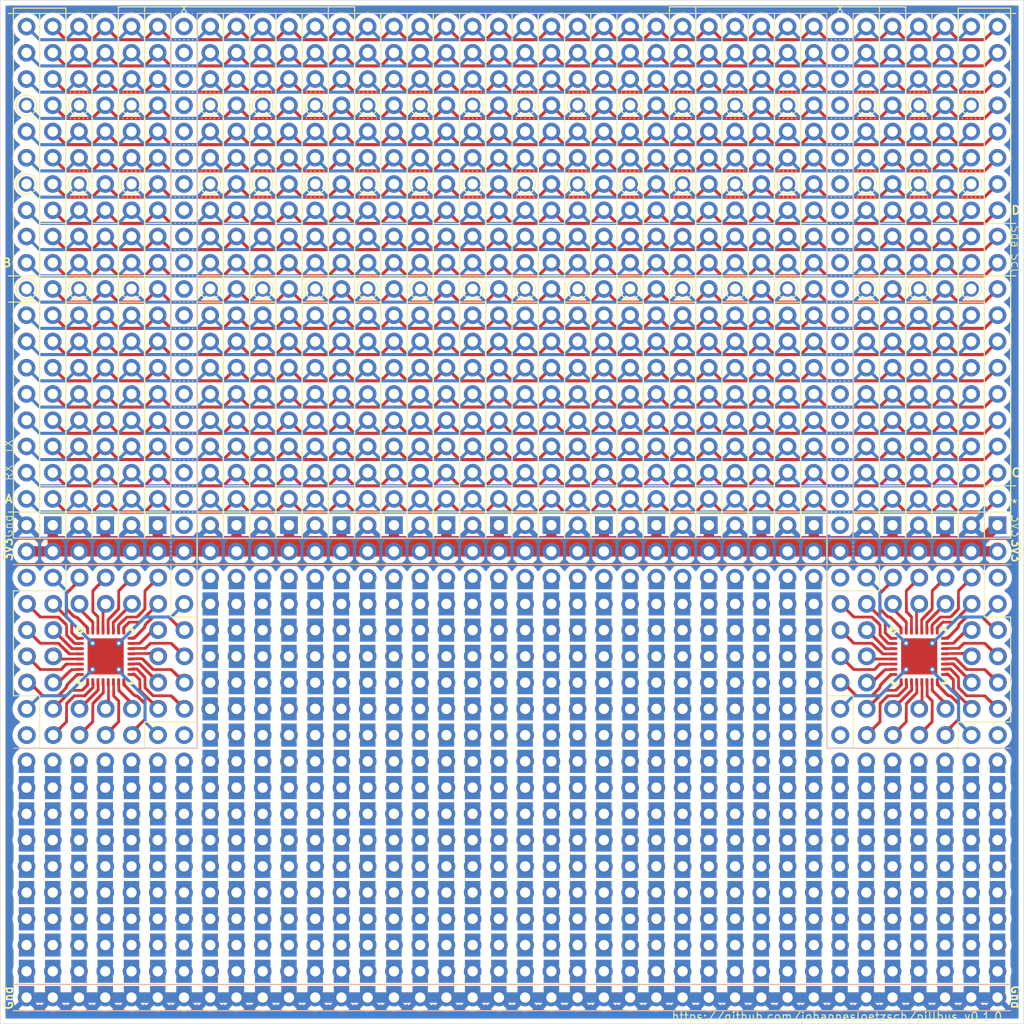
<source format=kicad_pcb>
(kicad_pcb (version 20240108) (generator "pcbnew") (generator_version "8.0")
  (layers (0 "F.Cu" signal) (31 "B.Cu" signal) (34 "B.Paste" user) (35 "F.Paste" user) (36 "B.SilkS" user "B.Silkscreen") (37 "F.SilkS" user "F.Silkscreen") (38 "B.Mask" user) (39 "F.Mask" user) (44 "Edge.Cuts" user))
  (net 0 "")
  (net 1 "/D5")
  (net 2 "/C3")
  (net 3 "/A3")
  (net 4 "/D1")
  (net 5 "/D4")
  (net 6 "/A0")
  (net 7 "/B3")
  (net 8 "/C1")
  (net 9 "/C5")
  (net 10 "/SDA")
  (net 11 "/D6")
  (net 12 "+3.3V")
  (net 13 "/VBusSense")
  (net 14 "/C0")
  (net 15 "/C4")
  (net 16 "/C2")
  (net 17 "/D2")
  (net 18 "/A6")
  (net 19 "/B2")
  (net 20 "/SCL")
  (net 21 "/A5")
  (net 22 "/B1")
  (net 23 "/A7")
  (net 24 "/A1")
  (net 25 "/C6")
  (net 26 "/C7")
  (net 27 "GND")
  (net 28 "/B7")
  (net 29 "/B6")
  (net 30 "/A2")
  (net 31 "/B4")
  (net 32 "/D0")
  (net 33 "/A4")
  (net 34 "/B5")
  (net 35 "/B0")
  (net 36 "/D3")
  (net 37 "/D7")
  (net 38 "/x28")
  (net 39 "/x20")
  (net 40 "/x34")
  (footprint "base:PTH 1.7mm" (layer "F.Cu") (at 53.34 132.08)
    (property "Reference" "REF**" (hide yes))
    (property "Value" "PTH" (hide yes))
  )
  (footprint "base:PTH 1.7mm" (layer "F.Cu") (at 111.76 106.68)
    (property "Reference" "REF**" (hide yes))
    (property "Value" "PTH" (hide yes))
  )
  (footprint "base:PTH 1.7mm" (layer "F.Cu") (at 147.32 127)
    (property "Reference" "REF**" (hide yes))
    (property "Value" "PTH" (hide yes))
  )
  (footprint "base:PTH 1.7mm" (layer "F.Cu") (at 88.9 132.08)
    (property "Reference" "REF**" (hide yes))
    (property "Value" "PTH" (hide yes))
  )
  (footprint "base:PTH 1.7mm" (layer "F.Cu") (at 81.28 142.24)
    (property "Reference" "REF**" (hide yes))
    (property "Value" "PTH" (hide yes))
  )
  (footprint "base:PTH 1.7mm" (layer "F.Cu") (at 144.78 139.7)
    (property "Reference" "REF**" (hide yes))
    (property "Value" "PTH" (hide yes))
  )
  (footprint "base:PTH 1.7mm" (layer "F.Cu") (at 73.66 124.46)
    (property "Reference" "REF**" (hide yes))
    (property "Value" "PTH" (hide yes))
  )
  (footprint "ribbon:IDE STM bus" (layer "F.Cu") (at 147.32 101.6 180)
    (property "Reference" "J1" (hide yes))
    (property "Value" "IDE STM bus" (hide yes))
  )
  (footprint "base:PTH 1.7mm" (layer "F.Cu") (at 99.06 132.08)
    (property "Reference" "REF**" (hide yes))
    (property "Value" "PTH" (hide yes))
  )
  (footprint "base:PTH 1.7mm" (layer "F.Cu") (at 127 137.16)
    (property "Reference" "REF**" (hide yes))
    (property "Value" "PTH" (hide yes))
  )
  (footprint "base:PTH 1.7mm" (layer "F.Cu") (at 53.34 134.62)
    (property "Reference" "REF**" (hide yes))
    (property "Value" "PTH" (hide yes))
  )
  (footprint "base:PTH 1.7mm" (layer "F.Cu") (at 132.08 119.38)
    (property "Reference" "REF**" (hide yes))
    (property "Value" "PTH" (hide yes))
  )
  (footprint "base:PTH 1.7mm" (layer "F.Cu") (at 93.98 124.46)
    (property "Reference" "REF**" (hide yes))
    (property "Value" "PTH" (hide yes))
  )
  (footprint "base:PTH 1.7mm" (layer "F.Cu") (at 104.14 147.32)
    (property "Reference" "Gnd21" (hide yes))
    (property "Value" "~" (hide yes))
  )
  (footprint "base:PTH 1.7mm" (layer "F.Cu") (at 71.12 147.32)
    (property "Reference" "Gnd8" (hide yes))
    (property "Value" "~" (hide yes))
  )
  (footprint "base:PTH 1.7mm" (layer "F.Cu") (at 139.7 147.32)
    (property "Reference" "Gnd35" (hide yes))
    (property "Value" "~" (hide yes))
  )
  (footprint "base:PTH 1.7mm" (layer "F.Cu") (at 93.98 119.38)
    (property "Reference" "REF**" (hide yes))
    (property "Value" "PTH" (hide yes))
  )
  (footprint "base:PTH 1.7mm" (layer "F.Cu") (at 93.98 116.84)
    (property "Reference" "REF**" (hide yes))
    (property "Value" "PTH" (hide yes))
  )
  (footprint "base:PTH 1.7mm" (layer "F.Cu") (at 81.28 121.92)
    (property "Reference" "REF**" (hide yes))
    (property "Value" "PTH" (hide yes))
  )
  (footprint "base:PTH 1.7mm" (layer "F.Cu") (at 101.6 106.68)
    (property "Reference" "REF**" (hide yes))
    (property "Value" "PTH" (hide yes))
  )
  (footprint "base:PTH 1.7mm" (layer "F.Cu") (at 73.66 121.92)
    (property "Reference" "REF**" (hide yes))
    (property "Value" "PTH" (hide yes))
  )
  (footprint "" (layer "F.Cu") (at 60.96 104.14)
    (property "Reference" "")
    (property "Value" "")
  )
  (footprint "base:PTH 1.7mm" (layer "F.Cu") (at 116.84 139.7)
    (property "Reference" "REF**" (hide yes))
    (property "Value" "PTH" (hide yes))
  )
  (footprint "base:PTH 1.7mm" (layer "F.Cu") (at 116.84 129.54)
    (property "Reference" "REF**" (hide yes))
    (property "Value" "PTH" (hide yes))
  )
  (footprint "base:PTH 1.7mm" (layer "F.Cu") (at 91.44 124.46)
    (property "Reference" "REF**" (hide yes))
    (property "Value" "PTH" (hide yes))
  )
  (footprint "base:PTH 1.7mm" (layer "F.Cu") (at 127 109.22)
    (property "Reference" "REF**" (hide yes))
    (property "Value" "PTH" (hide yes))
  )
  (footprint "" (layer "F.Cu") (at 76.2 104.14)
    (property "Reference" "")
    (property "Value" "")
  )
  (footprint "base:PTH 1.7mm" (layer "F.Cu") (at 88.9 124.46)
    (property "Reference" "REF**" (hide yes))
    (property "Value" "PTH" (hide yes))
  )
  (footprint "base:PTH 1.7mm" (layer "F.Cu") (at 134.62 106.68)
    (property "Reference" "REF**" (hide yes))
    (property "Value" "PTH" (hide yes))
  )
  (footprint "" (layer "F.Cu") (at 99.06 104.14)
    (property "Reference" "")
    (property "Value" "")
  )
  (footprint "base:PTH 1.7mm" (layer "F.Cu") (at 81.28 106.68)
    (property "Reference" "REF**" (hide yes))
    (property "Value" "PTH" (hide yes))
  )
  (footprint "base:PTH 1.7mm" (layer "F.Cu") (at 111.76 144.78)
    (property "Reference" "REF**" (hide yes))
    (property "Value" "PTH" (hide yes))
  )
  (footprint "base:PTH 1.7mm" (layer "F.Cu") (at 139.7 124.46)
    (property "Reference" "REF**" (hide yes))
    (property "Value" "PTH" (hide yes))
  )
  (footprint "" (layer "F.Cu") (at 132.08 86.36 90)
    (property "Reference" "")
    (property "Value" "")
  )
  (footprint "base:PTH 1.7mm" (layer "F.Cu") (at 86.36 144.78)
    (property "Reference" "REF**" (hide yes))
    (property "Value" "PTH" (hide yes))
  )
  (footprint "base:PTH 1.7mm" (layer "F.Cu") (at 132.08 144.78)
    (property "Reference" "REF**" (hide yes))
    (property "Value" "PTH" (hide yes))
  )
  (footprint "base:PTH 1.7mm" (layer "F.Cu") (at 99.06 142.24)
    (property "Reference" "REF**" (hide yes))
    (property "Value" "PTH" (hide yes))
  )
  (footprint "base:PTH 1.7mm" (layer "F.Cu") (at 101.6 139.7)
    (property "Reference" "REF**" (hide yes))
    (property "Value" "PTH" (hide yes))
  )
  (footprint "base:PTH 1.7mm" (layer "F.Cu") (at 134.62 132.08)
    (property "Reference" "REF**" (hide yes))
    (property "Value" "PTH" (hide yes))
  )
  (footprint "" (layer "F.Cu") (at 132.08 71.12 90)
    (property "Reference" "")
    (property "Value" "")
  )
  (footprint "base:PTH 1.7mm" (layer "F.Cu") (at 71.12 119.38)
    (property "Reference" "REF**" (hide yes))
    (property "Value" "PTH" (hide yes))
  )
  (footprint "base:PTH 1.7mm" (layer "F.Cu") (at 55.88 127)
    (property "Reference" "REF**" (hide yes))
    (property "Value" "PTH" (hide yes))
  )
  (footprint "base:PTH 1.7mm" (layer "F.Cu") (at 86.36 109.22)
    (property "Reference" "REF**" (hide yes))
    (property "Value" "PTH" (hide yes))
  )
  (footprint "ribbon:IDE STM bus" (layer "F.Cu") (at 66.04 101.6 180)
    (property "Reference" "J15" (hide yes))
    (property "Value" "IDE STM bus" (hide yes))
  )
  (footprint "" (layer "F.Cu") (at 91.44 104.14)
    (property "Reference" "")
    (property "Value" "")
  )
  (footprint "base:PTH 1.7mm" (layer "F.Cu") (at 106.68 111.76)
    (property "Reference" "REF**" (hide yes))
    (property "Value" "PTH" (hide yes))
  )
  (footprint "base:PTH 1.7mm" (layer "F.Cu") (at 121.92 142.24)
    (property "Reference" "REF**" (hide yes))
    (property "Value" "PTH" (hide yes))
  )
  (footprint "base:PTH 1.7mm" (layer "F.Cu") (at 129.54 106.68)
    (property "Reference" "REF**" (hide yes))
    (property "Value" "PTH" (hide yes))
  )
  (footprint "base:PTH 1.7mm" (layer "F.Cu") (at 93.98 129.54)
    (property "Reference" "REF**" (hide yes))
    (property "Value" "PTH" (hide yes))
  )
  (footprint "base:PTH 1.7mm" (layer "F.Cu") (at 78.74 147.32)
    (property "Reference" "Gnd11" (hide yes))
    (property "Value" "~" (hide yes))
  )
  (footprint "base:PTH 1.7mm" (layer "F.Cu") (at 58.42 139.7)
    (property "Reference" "REF**" (hide yes))
    (property "Value" "PTH" (hide yes))
  )
  (footprint "" (layer "F.Cu") (at 119.38 104.14)
    (property "Reference" "")
    (property "Value" "")
  )
  (footprint "" (layer "F.Cu") (at 68.58 93.98)
    (property "Reference" "")
    (property "Value" "")
  )
  (footprint "base:PTH 1.7mm" (layer "F.Cu") (at 124.46 142.24)
    (property "Reference" "REF**" (hide yes))
    (property "Value" "PTH" (hide yes))
  )
  (footprint "base:PTH 1.7mm" (layer "F.Cu") (at 78.74 142.24)
    (property "Reference" "REF**" (hide yes))
    (property "Value" "PTH" (hide yes))
  )
  (footprint "base:PTH 1.7mm" (layer "F.Cu") (at 78.74 114.3)
    (property "Reference" "REF**" (hide yes))
    (property "Value" "PTH" (hide yes))
  )
  (footprint "base:PTH 1.7mm" (layer "F.Cu") (at 91.44 132.08)
    (property "Reference" "REF**" (hide yes))
    (property "Value" "PTH" (hide yes))
  )
  (footprint "base:PTH 1.7mm" (layer "F.Cu") (at 129.54 144.78)
    (property "Reference" "REF**" (hide yes))
    (property "Value" "PTH" (hide yes))
  )
  (footprint "base:PTH 1.7mm" (layer "F.Cu") (at 104.14 129.54)
    (property "Reference" "REF**" (hide yes))
    (property "Value" "PTH" (hide yes))
  )
  (footprint "base:PTH 1.7mm" (layer "F.Cu") (at 137.16 147.32)
    (property "Reference" "Gnd34" (hide yes))
    (property "Value" "~" (hide yes))
  )
  (footprint "base:PTH 1.7mm" (layer "F.Cu") (at 101.6 109.22)
    (property "Reference" "REF**" (hide yes))
    (property "Value" "PTH" (hide yes))
  )
  (footprint "base:PTH 1.7mm" (layer "F.Cu") (at 78.74 144.78)
    (property "Reference" "REF**" (hide yes))
    (property "Value" "PTH" (hide yes))
  )
  (footprint "base:PTH 1.7mm" (layer "F.Cu") (at 121.92 137.16)
    (property "Reference" "REF**" (hide yes))
    (property "Value" "PTH" (hide yes))
  )
  (footprint "base:PTH 1.7mm" (layer "F.Cu") (at 73.66 137.16)
    (property "Reference" "REF**" (hide yes))
    (property "Value" "PTH" (hide yes))
  )
  (footprint "base:PTH 1.7mm" (layer "F.Cu") (at 114.3 106.68)
    (property "Reference" "REF**" (hide yes))
    (property "Value" "PTH" (hide yes))
  )
  (footprint "base:PTH 1.7mm" (layer "F.Cu") (at 132.08 132.08)
    (property "Reference" "REF**" (hide yes))
    (property "Value" "PTH" (hide yes))
  )
  (footprint "base:PTH 1.7mm" (layer "F.Cu") (at 144.78 144.78)
    (property "Reference" "REF**" (hide yes))
    (property "Value" "PTH" (hide yes))
  )
  (footprint "ribbon:IDE STM bus" (layer "F.Cu") (at 88.9 101.6 180)
    (property "Reference" "J11" (hide yes))
    (property "Value" "IDE STM bus" (hide yes))
  )
  (footprint "base:PTH 1.7mm" (layer "F.Cu") (at 104.14 137.16)
    (property "Reference" "REF**" (hide yes))
    (property "Value" "PTH" (hide yes))
  )
  (footprint "base:PTH 1.7mm" (layer "F.Cu") (at 124.46 132.08)
    (property "Reference" "REF**" (hide yes))
    (property "Value" "PTH" (hide yes))
  )
  (footprint "base:PTH 1.7mm" (layer "F.Cu") (at 58.42 147.32)
    (property "Reference" "Gnd3" (hide yes))
    (property "Value" "~" (hide yes))
  )
  (footprint "base:PTH 1.7mm" (layer "F.Cu") (at 106.68 137.16)
    (property "Reference" "REF**" (hide yes))
    (property "Value" "PTH" (hide yes))
  )
  (footprint "" (layer "F.Cu") (at 68.58 104.14)
    (property "Reference" "")
    (property "Value" "")
  )
  (footprint "base:PTH 1.7mm" (layer "F.Cu") (at 71.12 132.08)
    (property "Reference" "REF**" (hide yes))
    (property "Value" "PTH" (hide yes))
  )
  (footprint "base:PTH 1.7mm" (layer "F.Cu") (at 124.46 137.16)
    (property "Reference" "REF**" (hide yes))
    (property "Value" "PTH" (hide yes))
  )
  (footprint "base:PTH 1.7mm" (layer "F.Cu") (at 109.22 109.22)
    (property "Reference" "REF**" (hide yes))
    (property "Value" "PTH" (hide yes))
  )
  (footprint "ribbon:IDE STM bus" (layer "F.Cu") (at 137.16 101.6 180)
    (property "Reference" "J3" (hide yes))
    (property "Value" "IDE STM bus" (hide yes))
  )
  (footprint "base:PTH 1.7mm" (layer "F.Cu") (at 83.82 147.32)
    (property "Reference" "Gnd13" (hide yes))
    (property "Value" "~" (hide yes))
  )
  (footprint "base:PTH 1.7mm" (layer "F.Cu") (at 124.46 106.68)
    (property "Reference" "REF**" (hide yes))
    (property "Value" "PTH" (hide yes))
  )
  (footprint "base:PTH 1.7mm" (layer "F.Cu") (at 86.36 124.46)
    (property "Reference" "REF**" (hide yes))
    (property "Value" "PTH" (hide yes))
  )
  (footprint "base:PTH 1.7mm" (layer "F.Cu") (at 78.74 132.08)
    (property "Reference" "REF**" (hide yes))
    (property "Value" "PTH" (hide yes))
  )
  (footprint "base:PTH 1.7mm" (layer "F.Cu") (at 91.44 109.22)
    (property "Reference" "REF**" (hide yes))
    (property "Value" "PTH" (hide yes))
  )
  (footprint "base:PTH 1.7mm" (layer "F.Cu") (at 60.96 137.16)
    (property "Reference" "REF**" (hide yes))
    (property "Value" "PTH" (hide yes))
  )
  (footprint "base:PTH 1.7mm" (layer "F.Cu") (at 63.5 132.08)
    (property "Reference" "REF**" (hide yes))
    (property "Value" "PTH" (hide yes))
  )
  (footprint "base:PTH 1.7mm" (layer "F.Cu") (at 91.44 144.78)
    (property "Reference" "REF**" (hide yes))
    (property "Value" "PTH" (hide yes))
  )
  (footprint "base:PTH 1.7mm" (layer "F.Cu") (at 73.66 139.7)
    (property "Reference" "REF**" (hide yes))
    (property "Value" "PTH" (hide yes))
  )
  (footprint "base:PTH 1.7mm" (layer "F.Cu") (at 142.24 137.16)
    (property "Reference" "REF**" (hide yes))
    (property "Value" "PTH" (hide yes))
  )
  (footprint "base:PTH 1.7mm" (layer "F.Cu") (at 68.58 109.22)
    (property "Reference" "REF**" (hide yes))
    (property "Value" "PTH" (hide yes))
  )
  (footprint "base:PTH 1.7mm" (layer "F.Cu") (at 134.62 139.7)
    (property "Reference" "REF**" (hide yes))
    (property "Value" "PTH" (hide yes))
  )
  (footprint "base:PTH 1.7mm" (layer "F.Cu") (at 129.54 121.92)
    (property "Reference" "REF**" (hide yes))
    (property "Value" "PTH" (hide yes))
  )
  (footprint "" (layer "F.Cu") (at 132.08 91.44 90)
    (property "Reference" "")
    (property "Value" "")
  )
  (footprint "base:PTH 1.7mm" (layer "F.Cu") (at 96.52 144.78)
    (property "Reference" "REF**" (hide yes))
    (property "Value" "PTH" (hide yes))
  )
  (footprint "base:PTH 1.7mm" (layer "F.Cu") (at 119.38 114.3)
    (property "Reference" "REF**" (hide yes))
    (property "Value" "PTH" (hide yes))
  )
  (footprint "base:PTH 1.7mm" (layer "F.Cu") (at 127 116.84)
    (property "Reference" "REF**" (hide yes))
    (property "Value" "PTH" (hide yes))
  )
  (footprint "base:PTH 1.7mm" (layer "F.Cu") (at 111.76 129.54)
    (property "Reference" "REF**" (hide yes))
    (property "Value" "PTH" (hide yes))
  )
  (footprint "base:PTH 1.7mm" (layer "F.Cu") (at 106.68 119.38)
    (property "Reference" "REF**" (hide yes))
    (property "Value" "PTH" (hide yes))
  )
  (footprint "base:PTH 1.7mm" (layer "F.Cu") (at 88.9 137.16)
    (property "Reference" "REF**" (hide yes))
    (property "Value" "PTH" (hide yes))
  )
  (footprint "base:PTH 1.7mm" (layer "F.Cu") (at 134.62 129.54)
    (property "Reference" "REF**" (hide yes))
    (property "Value" "PTH" (hide yes))
  )
  (footprint "base:PTH 1.7mm" (layer "F.Cu") (at 129.54 134.62)
    (property "Reference" "REF**" (hide yes))
    (property "Value" "PTH" (hide yes))
  )
  (footprint "" (layer "F.Cu") (at 68.58 99.06)
    (property "Reference" "")
    (property "Value" "")
  )
  (footprint "base:PTH 1.7mm" (layer "F.Cu") (at 142.24 139.7)
    (property "Reference" "REF**" (hide yes))
    (property "Value" "PTH" (hide yes))
  )
  (footprint "base:PTH 1.7mm" (layer "F.Cu") (at 106.68 114.3)
    (property "Reference" "REF**" (hide yes))
    (property "Value" "PTH" (hide yes))
  )
  (footprint "" (layer "F.Cu") (at 68.58 73.66)
    (property "Reference" "")
    (property "Value" "")
  )
  (footprint "" (layer "F.Cu") (at 68.58 81.28)
    (property "Reference" "")
    (property "Value" "")
  )
  (footprint "base:PTH 1.7mm" (layer "F.Cu") (at 55.88 147.32)
    (property "Reference" "Gnd2" (hide yes))
    (property "Value" "~" (hide yes))
  )
  (footprint "base:PTH 1.7mm" (layer "F.Cu") (at 68.58 132.08)
    (property "Reference" "REF**" (hide yes))
    (property "Value" "PTH" (hide yes))
  )
  (footprint "base:PTH 1.7mm" (layer "F.Cu") (at 73.66 144.78)
    (property "Reference" "REF**" (hide yes))
    (property "Value" "PTH" (hide yes))
  )
  (footprint "" (layer "F.Cu") (at 132.08 96.52 90)
    (property "Reference" "")
    (property "Value" "")
  )
  (footprint "base:PTH 1.7mm" (layer "F.Cu") (at 129.54 124.46)
    (property "Reference" "REF**" (hide yes))
    (property "Value" "PTH" (hide yes))
  )
  (footprint "ribbon:IDE STM bus" (layer "F.Cu") (at 119.38 101.6 180)
    (property "Reference" "J6" (hide yes))
    (property "Value" "IDE STM bus" (hide yes))
  )
  (footprint "" (layer "F.Cu") (at 127 104.14)
    (property "Reference" "")
    (property "Value" "")
  )
  (footprint "base:PTH 1.7mm" (layer "F.Cu") (at 109.22 139.7)
    (property "Reference" "REF**" (hide yes))
    (property "Value" "PTH" (hide yes))
  )
  (footprint "base:PTH 1.7mm" (layer "F.Cu") (at 114.3 111.76)
    (property "Reference" "REF**" (hide yes))
    (property "Value" "PTH" (hide yes))
  )
  (footprint "base:PTH 1.7mm" (layer "F.Cu") (at 119.38 119.38)
    (property "Reference" "REF**" (hide yes))
    (property "Value" "PTH" (hide yes))
  )
  (footprint "base:PTH 1.7mm" (layer "F.Cu") (at 129.54 111.76)
    (property "Reference" "REF**" (hide yes))
    (property "Value" "PTH" (hide yes))
  )
  (footprint "base:PTH 1.7mm" (layer "F.Cu") (at 144.78 124.46)
    (property "Reference" "REF**" (hide yes))
    (property "Value" "PTH" (hide yes))
  )
  (footprint "" (layer "F.Cu") (at 68.58 55.88)
    (property "Reference" "")
    (property "Value" "")
  )
  (footprint "base:PTH 1.7mm" (layer "F.Cu") (at 116.84 147.32)
    (property "Reference" "Gnd26" (hide yes))
    (property "Value" "~" (hide yes))
  )
  (footprint "ribbon:IDE STM bus" (layer "F.Cu") (at 73.66 101.6 180)
    (property "Reference" "J14" (hide yes))
    (property "Value" "IDE STM bus" (hide yes))
  )
  (footprint "base:PTH 1.7mm" (layer "F.Cu") (at 147.32 137.16)
    (property "Reference" "REF**" (hide yes))
    (property "Value" "PTH" (hide yes))
  )
  (footprint "base:PTH 1.7mm" (layer "F.Cu") (at 137.16 129.54)
    (property "Reference" "REF**" (hide yes))
    (property "Value" "PTH" (hide yes))
  )
  (footprint "base:PTH 1.7mm" (layer "F.Cu") (at 106.68 127)
    (property "Reference" "REF**" (hide yes))
    (property "Value" "PTH" (hide yes))
  )
  (footprint "base:PTH 1.7mm" (layer "F.Cu") (at 88.9 119.38)
    (property "Reference" "REF**" (hide yes))
    (property "Value" "PTH" (hide yes))
  )
  (footprint "base:PTH 1.7mm" (layer "F.Cu") (at 111.76 147.32)
    (property "Reference" "Gnd24" (hide yes))
    (property "Value" "~" (hide yes))
  )
  (footprint "base:PTH 1.7mm" (layer "F.Cu") (at 81.28 134.62)
    (property "Reference" "REF**" (hide yes))
    (property "Value" "PTH" (hide yes))
  )
  (footprint "base:PTH 1.7mm" (layer "F.Cu") (at 114.3 121.92)
    (property "Reference" "REF**" (hide yes))
    (property "Value" "PTH" (hide yes))
  )
  (footprint "base:PTH 1.7mm" (layer "F.Cu") (at 68.58 106.68)
    (property "Reference" "REF**" (hide yes))
    (property "Value" "PTH" (hide yes))
  )
  (footprint "base:PTH 1.7mm" (layer "F.Cu") (at 81.28 147.32)
    (property "Reference" "Gnd12" (hide yes))
    (property "Value" "~" (hide yes))
  )
  (footprint "base:PTH 1.7mm" (layer "F.Cu") (at 76.2 139.7)
    (property "Reference" "REF**" (hide yes))
    (property "Value" "PTH" (hide yes))
  )
  (footprint "base:PTH 1.7mm" (layer "F.Cu") (at 119.38 132.08)
    (property "Reference" "REF**" (hide yes))
    (property "Value" "PTH" (hide yes))
  )
  (footprint "base:PTH 1.7mm" (layer "F.Cu") (at 144.78 134.62)
    (property "Reference" "REF**" (hide yes))
    (property "Value" "PTH" (hide yes))
  )
  (footprint "base:PTH 1.7mm" (layer "F.Cu") (at 88.9 139.7)
    (property "Reference" "REF**" (hide yes))
    (property "Value" "PTH" (hide yes))
  )
  (footprint "" (layer "F.Cu") (at 68.58 63.5)
    (property "Reference" "")
    (property "Value" "")
  )
  (footprint "base:PTH 1.7mm" (layer "F.Cu") (at 119.38 139.7)
    (property "Reference" "REF**" (hide yes))
    (property "Value" "PTH" (hide yes))
  )
  (footprint "base:PTH 1.7mm" (layer "F.Cu") (at 88.9 142.24)
    (property "Reference" "REF**" (hide yes))
    (property "Value" "PTH" (hide yes))
  )
  (footprint "base:PTH 1.7mm" (layer "F.Cu") (at 132.08 121.92)
    (property "Reference" "REF**" (hide yes))
    (property "Value" "PTH" (hide yes))
  )
  (footprint "base:PTH 1.7mm" (layer "F.Cu") (at 104.14 134.62)
    (property "Reference" "REF**" (hide yes))
    (property "Value" "PTH" (hide yes))
  )
  (footprint "" (layer "F.Cu") (at 132.08 58.42 90)
    (property "Reference" "")
    (property "Value" "")
  )
  (footprint "base:PTH 1.7mm" (layer "F.Cu") (at 73.66 106.68)
    (property "Reference" "REF**" (hide yes))
    (property "Value" "PTH" (hide yes))
  )
  (footprint "base:PTH 1.7mm" (layer "F.Cu") (at 142.24 132.08)
    (property "Reference" "REF**" (hide yes))
    (property "Value" "PTH" (hide yes))
  )
  (footprint "base:PTH 1.7mm" (layer "F.Cu") (at 111.76 116.84)
    (property "Reference" "REF**" (hide yes))
    (property "Value" "PTH" (hide yes))
  )
  (footprint "base:PTH 1.7mm" (layer "F.Cu") (at 116.84 114.3)
    (property "Reference" "REF**" (hide yes))
    (property "Value" "PTH" (hide yes))
  )
  (footprint "base:Breakout QFN-32" (layer "F.Cu") (at 61 114.3)
    (property "Reference" "U***" (hide yes))
    (property "Value" "QFN-32" (hide yes))
  )
  (footprint "base:PTH 1.7mm" (layer "F.Cu") (at 96.52 116.84)
    (property "Reference" "REF**" (hide yes))
    (property "Value" "PTH" (hide yes))
  )
  (footprint "" (layer "F.Cu") (at 132.08 104.14)
    (property "Reference" "")
    (property "Value" "")
  )
  (footprint "base:PTH 1.7mm" (layer "F.Cu") (at 101.6 116.84)
    (property "Reference" "REF**" (hide yes))
    (property "Value" "PTH" (hide yes))
  )
  (footprint "base:PTH 1.7mm" (layer "F.Cu") (at 66.04 127)
    (property "Reference" "REF**" (hide yes))
    (property "Value" "PTH" (hide yes))
  )
  (footprint "base:PTH 1.7mm" (layer "F.Cu") (at 121.92 132.08)
    (property "Reference" "REF**" (hide yes))
    (property "Value" "PTH" (hide yes))
  )
  (footprint "base:PTH 1.7mm" (layer "F.Cu") (at 78.74 134.62)
    (property "Reference" "REF**" (hide yes))
    (property "Value" "PTH" (hide yes))
  )
  (footprint "base:PTH 1.7mm" (layer "F.Cu") (at 91.44 119.38)
    (property "Reference" "REF**" (hide yes))
    (property "Value" "PTH" (hide yes))
  )
  (footprint "" (layer "F.Cu") (at 78.74 104.14)
    (property "Reference" "")
    (property "Value" "")
  )
  (footprint "" (layer "F.Cu") (at 63.5 104.14)
    (property "Reference" "")
    (property "Value" "")
  )
  (footprint "base:PTH 1.7mm" (layer "F.Cu") (at 91.44 121.92)
    (property "Reference" "REF**" (hide yes))
    (property "Value" "PTH" (hide yes))
  )
  (footprint "base:PTH 1.7mm" (layer "F.Cu") (at 139.7 134.62)
    (property "Reference" "REF**" (hide yes))
    (property "Value" "PTH" (hide yes))
  )
  (footprint "base:PTH 1.7mm" (layer "F.Cu") (at 109.22 137.16)
    (property "Reference" "REF**" (hide yes))
    (property "Value" "PTH" (hide yes))
  )
  (footprint "base:PTH 1.7mm" (layer "F.Cu") (at 111.76 119.38)
    (property "Reference" "REF**" (hide yes))
    (property "Value" "PTH" (hide yes))
  )
  (footprint "base:PTH 1.7mm" (layer "F.Cu") (at 119.38 121.92)
    (property "Reference" "REF**" (hide yes))
    (property "Value" "PTH" (hide yes))
  )
  (footprint "base:PTH 1.7mm" (layer "F.Cu") (at 60.96 139.7)
    (property "Reference" "REF**" (hide yes))
    (property "Value" "PTH" (hide yes))
  )
  (footprint "base:PTH 1.7mm" (layer "F.Cu") (at 76.2 142.24)
    (property "Reference" "REF**" (hide yes))
    (property "Value" "PTH" (hide yes))
  )
  (footprint "base:PTH 1.7mm" (layer "F.Cu") (at 93.98 121.92)
    (property "Reference" "REF**" (hide yes))
    (property "Value" "PTH" (hide yes))
  )
  (footprint "base:PTH 1.7mm" (layer "F.Cu") (at 91.44 111.76)
    (property "Reference" "REF**" (hide yes))
    (property "Value" "PTH" (hide yes))
  )
  (footprint "base:PTH 1.7mm" (layer "F.Cu") (at 144.78 129.54)
    (property "Reference" "REF**" (hide yes))
    (property "Value" "PTH" (hide yes))
  )
  (footprint "base:PTH 1.7mm" (layer "F.Cu") (at 91.44 116.84)
    (property "Reference" "REF**" (hide yes))
    (property "Value" "PTH" (hide yes))
  )
  (footprint "base:PTH 1.7mm" (layer "F.Cu") (at 68.58 147.32)
    (property "Reference" "Gnd7" (hide yes))
    (property "Value" "~" (hide yes))
  )
  (footprint "" (layer "F.Cu") (at 53.34 104.14)
    (property "Reference" "")
    (property "Value" "")
  )
  (footprint "base:PTH 1.7mm" (layer "F.Cu") (at 142.24 142.24)
    (property "Reference" "REF**" (hide yes))
    (property "Value" "PTH" (hide yes))
  )
  (footprint "base:PTH 1.7mm" (layer "F.Cu") (at 58.42 144.78)
    (property "Reference" "REF**" (hide yes))
    (property "Value" "PTH" (hide yes))
  )
  (footprint "base:PTH 1.7mm" (layer "F.Cu") (at 111.76 137.16)
    (property "Reference" "REF**" (hide yes))
    (property "Value" "PTH" (hide yes))
  )
  (footprint "base:PTH 1.7mm" (layer "F.Cu") (at 119.38 109.22)
    (property "Reference" "REF**" (hide yes))
    (property "Value" "PTH" (hide yes))
  )
  (footprint "base:PTH 1.7mm" (layer "F.Cu") (at 147.32 139.7)
    (property "Reference" "REF**" (hide yes))
    (property "Value" "PTH" (hide yes))
  )
  (footprint "base:PTH 1.7mm" (layer "F.Cu") (at 116.84 137.16)
    (property "Reference" "REF**" (hide yes))
    (property "Value" "PTH" (hide yes))
  )
  (footprint "base:PTH 1.7mm" (layer "F.Cu") (at 139.7 127)
    (property "Reference" "REF**" (hide yes))
    (property "Value" "PTH" (hide yes))
  )
  (footprint "base:PTH 1.7mm" (layer "F.Cu") (at 111.76 134.62)
    (property "Reference" "REF**" (hide yes))
    (property "Value" "PTH" (hide yes))
  )
  (footprint "base:PTH 1.7mm" (layer "F.Cu") (at 104.14 139.7)
    (property "Reference" "REF**" (hide yes))
    (property "Value" "PTH" (hide yes))
  )
  (footprint "base:PTH 1.7mm" (layer "F.Cu") (at 119.38 111.76)
    (property "Reference" "REF**" (hide yes))
    (property "Value" "PTH" (hide yes))
  )
  (footprint "base:PTH 1.7mm" (layer "F.Cu") (at 147.32 147.32)
    (property "Reference" "Gnd38" (hide yes))
    (property "Value" "~" (hide yes))
  )
  (footprint "base:PTH 1.7mm" (layer "F.Cu") (at 71.12 144.78)
    (property "Reference" "REF**" (hide yes))
    (property "Value" "PTH" (hide yes))
  )
  (footprint "base:PTH 1.7mm" (layer "F.Cu") (at 58.42 142.24)
    (property "Reference" "REF**" (hide yes))
    (property "Value" "PTH" (hide yes))
  )
  (footprint "base:PTH 1.7mm" (layer "F.Cu") (at 121.92 124.46)
    (property "Reference" "REF**" (hide yes))
    (property "Value" "PTH" (hide yes))
  )
  (footprint "base:PTH 1.7mm" (layer "F.Cu") (at 83.82 139.7)
    (property "Reference" "REF**" (hide yes))
    (property "Value" "PTH" (hide yes))
  )
  (footprint "" (layer "F.Cu") (at 93.98 104.14)
    (property "Reference" "")
    (property "Value" "")
  )
  (footprint "base:PTH 1.7mm" (layer "F.Cu") (at 83.82 109.22)
    (property "Reference" "REF**" (hide yes))
    (property "Value" "PTH" (hide yes))
  )
  (footprint "base:PTH 1.7mm" (layer "F.Cu") (at 86.36 116.84)
    (property "Reference" "REF**" (hide yes))
    (property "Value" "PTH" (hide yes))
  )
  (footprint "base:PTH 1.7mm" (layer "F.Cu") (at 83.82 106.68)
    (property "Reference" "REF**" (hide yes))
    (property "Value" "PTH" (hide yes))
  )
  (footprint "base:PTH 1.7mm" (layer "F.Cu") (at 142.24 134.62)
    (property "Reference" "REF**" (hide yes))
    (property "Value" "PTH" (hide yes))
  )
  (footprint "base:PTH 1.7mm" (layer "F.Cu") (at 106.68 129.54)
    (property "Reference" "REF**" (hide yes))
    (property "Value" "PTH" (hide yes))
  )
  (footprint "base:PTH 1.7mm" (layer "F.Cu") (at 101.6 124.46)
    (property "Reference" "REF**" (hide yes))
    (property "Value" "PTH" (hide yes))
  )
  (footprint "base:PTH 1.7mm" (layer "F.Cu") (at 109.22 134.62)
    (property "Reference" "REF**" (hide yes))
    (property "Value" "PTH" (hide yes))
  )
  (footprint "" (layer "F.Cu") (at 83.82 104.14)
    (property "Reference" "")
    (property "Value" "")
  )
  (footprint "base:PTH 1.7mm" (layer "F.Cu") (at 132.08 142.24)
    (property "Reference" "REF**" (hide yes))
    (property "Value" "PTH" (hide yes))
  )
  (footprint "base:PTH 1.7mm" (layer "F.Cu") (at 71.12 137.16)
    (property "Reference" "REF**" (hide yes))
    (property "Value" "PTH" (hide yes))
  )
  (footprint "base:PTH 1.7mm" (layer "F.Cu") (at 71.12 142.24)
    (property "Reference" "REF**" (hide yes))
    (property "Value" "PTH" (hide yes))
  )
  (footprint "base:PTH 1.7mm" (layer "F.Cu") (at 119.38 124.46)
    (property "Reference" "REF**" (hide yes))
    (property "Value" "PTH" (hide yes))
  )
  (footprint "base:PTH 1.7mm" (layer "F.Cu") (at 129.54 137.16)
    (property "Reference" "REF**" (hide yes))
    (property "Value" "PTH" (hide yes))
  )
  (footprint "base:PTH 1.7mm" (layer "F.Cu") (at 63.5 147.32)
    (property "Reference" "Gnd5" (hide yes))
    (property "Value" "~" (hide yes))
  )
  (footprint "base:PTH 1.7mm" (layer "F.Cu") (at 111.76 121.92)
    (property "Reference" "REF**" (hide yes))
    (property "Value" "PTH" (hide yes))
  )
  (footprint "base:PTH 1.7mm" (layer "F.Cu") (at 134.62 144.78)
    (property "Reference" "REF**" (hide yes))
    (property "Value" "PTH" (hide yes))
  )
  (footprint "base:PTH 1.7mm" (layer "F.Cu") (at 106.68 142.24)
    (property "Reference" "REF**" (hide yes))
    (property "Value" "PTH" (hide yes))
  )
  (footprint "base:PTH 1.7mm" (layer "F.Cu") (at 121.92 144.78)
    (property "Reference" "REF**" (hide yes))
    (property "Value" "PTH" (hide yes))
  )
  (footprint "base:PTH 1.7mm" (layer "F.Cu") (at 86.36 137.16)
    (property "Reference" "REF**" (hide yes))
    (property "Value" "PTH" (hide yes))
  )
  (footprint "" (layer "F.Cu") (at 71.12 104.14)
    (property "Reference" "")
    (property "Value" "")
  )
  (footprint "base:PTH 1.7mm" (layer "F.Cu") (at 119.38 116.84)
    (property "Reference" "REF**" (hide yes))
    (property "Value" "PTH" (hide yes))
  )
  (footprint "base:PTH 1.7mm" (layer "F.Cu") (at 132.08 139.7)
    (property "Reference" "REF**" (hide yes))
    (property "Value" "PTH" (hide yes))
  )
  (footprint "base:PTH 1.7mm" (layer "F.Cu") (at 127 147.32)
    (property "Reference" "Gnd30" (hide yes))
    (property "Value" "~" (hide yes))
  )
  (footprint "" (layer "F.Cu") (at 132.08 68.58 90)
    (property "Reference" "")
    (property "Value" "")
  )
  (footprint "base:PTH 1.7mm" (layer "F.Cu") (at 101.6 144.78)
    (property "Reference" "REF**" (hide yes))
    (property "Value" "PTH" (hide yes))
  )
  (footprint "" (layer "F.Cu") (at 68.58 68.58)
    (property "Reference" "")
    (property "Value" "")
  )
  (footprint "base:PTH 1.7mm" (layer "F.Cu") (at 132.08 129.54)
    (property "Reference" "REF**" (hide yes))
    (property "Value" "PTH" (hide yes))
  )
  (footprint "base:PTH 1.7mm" (layer "F.Cu") (at 124.46 129.54)
    (property "Reference" "REF**" (hide yes))
    (property "Value" "PTH" (hide yes))
  )
  (footprint "base:PTH 1.7mm" (layer "F.Cu") (at 60.96 124.46)
    (property "Reference" "REF**" (hide yes))
    (property "Value" "PTH" (hide yes))
  )
  (footprint "base:PTH 1.7mm" (layer "F.Cu") (at 83.82 137.16)
    (property "Reference" "REF**" (hide yes))
    (property "Value" "PTH" (hide yes))
  )
  (footprint "base:PTH 1.7mm" (layer "F.Cu") (at 55.88 124.46)
    (property "Reference" "REF**" (hide yes))
    (property "Value" "PTH" (hide yes))
  )
  (footprint "base:PTH 1.7mm" (layer "F.Cu") (at 96.52 127)
    (property "Reference" "REF**" (hide yes))
    (property "Value" "PTH" (hide yes))
  )
  (footprint "base:PTH 1.7mm" (layer "F.Cu") (at 91.44 147.32)
    (property "Reference" "Gnd16" (hide yes))
    (property "Value" "~" (hide yes))
  )
  (footprint "base:PTH 1.7mm" (layer "F.Cu") (at 60.96 129.54)
    (property "Reference" "REF**" (hide yes))
    (property "Value" "PTH" (hide yes))
  )
  (footprint "ribbon:IDE STM bus" (layer "F.Cu") (at 60.96 101.6 180)
    (property "Reference" "J16" (hide yes))
    (property "Value" "IDE STM bus" (hide yes))
  )
  (footprint "base:PTH 1.7mm" (layer "F.Cu") (at 81.28 139.7)
    (property "Reference" "REF**" (hide yes))
    (property "Value" "PTH" (hide yes))
  )
  (footprint "base:PTH 1.7mm" (layer "F.Cu") (at 109.22 119.38)
    (property "Reference" "REF**" (hide yes))
    (property "Value" "PTH" (hide yes))
  )
  (footprint "base:PTH 1.7mm" (layer "F.Cu") (at 96.52 114.3)
    (property "Reference" "REF**" (hide yes))
    (property "Value" "PTH" (hide yes))
  )
  (footprint "" (layer "F.Cu") (at 58.42 104.14)
    (property "Reference" "")
    (property "Value" "")
  )
  (footprint "base:PTH 1.7mm" (layer "F.Cu") (at 53.34 147.32)
    (property "Reference" "Gnd1" (hide yes))
    (property "Value" "~" (hide yes))
  )
  (footprint "base:PTH 1.7mm" (layer "F.Cu") (at 121.92 116.84)
    (property "Reference" "REF**" (hide yes))
    (property "Value" "PTH" (hide yes))
  )
  (footprint "base:PTH 1.7mm" (layer "F.Cu") (at 134.62 124.46)
    (property "Reference" "REF**" (hide yes))
    (property "Value" "PTH" (hide yes))
  )
  (footprint "" (layer "F.Cu") (at 66.04 104.14)
    (property "Reference" "")
    (property "Value" "")
  )
  (footprint "base:PTH 1.7mm" (layer "F.Cu") (at 99.06 127)
    (property "Reference" "REF**" (hide yes))
    (property "Value" "PTH" (hide yes))
  )
  (footprint "base:PTH 1.7mm" (layer "F.Cu") (at 104.14 106.68)
    (property "Reference" "REF**" (hide yes))
    (property "Value" "PTH" (hide yes))
  )
  (footprint "base:PTH 1.7mm" (layer "F.Cu") (at 132.08 137.16)
    (property "Reference" "REF**" (hide yes))
    (property "Value" "PTH" (hide yes))
  )
  (footprint "base:PTH 1.7mm" (layer "F.Cu") (at 81.28 129.54)
    (property "Reference" "REF**" (hide yes))
    (property "Value" "PTH" (hide yes))
  )
  (footprint "base:PTH 1.7mm" (layer "F.Cu") (at 114.3 129.54)
    (property "Reference" "REF**" (hide yes))
    (property "Value" "PTH" (hide yes))
  )
  (footprint "base:PTH 1.7mm" (layer "F.Cu") (at 81.28 116.84)
    (property "Reference" "REF**" (hide yes))
    (property "Value" "PTH" (hide yes))
  )
  (footprint "base:PTH 1.7mm" (layer "F.Cu") (at 101.6 137.16)
    (property "Reference" "REF**" (hide yes))
    (property "Value" "PTH" (hide yes))
  )
  (footprint "" (layer "F.Cu") (at 132.08 101.6 90)
    (property "Reference" "")
    (property "Value" "")
  )
  (footprint "base:PTH 1.7mm" (layer "F.Cu") (at 55.88 137.16)
    (property "Reference" "REF**" (hide yes))
    (property "Value" "PTH" (hide yes))
  )
  (footprint "base:PTH 1.7mm" (layer "F.Cu") (at 76.2 109.22)
    (property "Reference" "REF**" (hide yes))
    (property "Value" "PTH" (hide yes))
  )
  (footprint "base:PTH 1.7mm" (layer "F.Cu") (at 104.14 109.22)
    (property "Reference" "REF**" (hide yes))
    (property "Value" "PTH" (hide yes))
  )
  (footprint "base:PTH 1.7mm" (layer "F.Cu") (at 96.52 121.92)
    (property "Reference" "REF**" (hide yes))
    (property "Value" "PTH" (hide yes))
  )
  (footprint "base:PTH 1.7mm" (layer "F.Cu") (at 93.98 142.24)
    (property "Reference" "REF**" (hide yes))
    (property "Value" "PTH" (hide yes))
  )
  (footprint "base:PTH 1.7mm" (layer "F.Cu") (at 71.12 106.68)
    (property "Reference" "REF**" (hide yes))
    (property "Value" "PTH" (hide yes))
  )
  (footprint "base:PTH 1.7mm" (layer "F.Cu") (at 88.9 109.22)
    (property "Reference" "REF**" (hide yes))
    (property "Value" "PTH" (hide yes))
  )
  (footprint "base:PTH 1.7mm" (layer "F.Cu") (at 114.3 144.78)
    (property "Reference" "REF**" (hide yes))
    (property "Value" "PTH" (hide yes))
  )
  (footprint "base:PTH 1.7mm" (layer "F.Cu") (at 91.44 142.24)
    (property "Reference" "REF**" (hide yes))
    (property "Value" "PTH" (hide yes))
  )
  (footprint "base:PTH 1.7mm" (layer "F.Cu") (at 66.04 134.62)
    (property "Reference" "REF**" (hide yes))
    (property "Value" "PTH" (hide yes))
  )
  (footprint "base:PTH 1.7mm" (layer "F.Cu") (at 78.74 106.68)
    (property "Reference" "REF**" (hide yes))
    (property "Value" "PTH" (hide yes))
  )
  (footprint "base:PTH 1.7mm" (layer "F.Cu") (at 73.66 142.24)
    (property "Reference" "REF**" (hide yes))
    (property "Value" "PTH" (hide yes))
  )
  (footprint "base:PTH 1.7mm" (layer "F.Cu") (at 127 139.7)
    (property "Reference" "REF**" (hide yes))
    (property "Value" "PTH" (hide yes))
  )
  (footprint "base:PTH 1.7mm" (layer "F.Cu") (at 114.3 109.22)
    (property "Reference" "REF**" (hide yes))
    (property "Value" "PTH" (hide yes))
  )
  (footprint "" (layer "F.Cu") (at 132.08 83.82 90)
    (property "Reference" "")
    (property "Value" "")
  )
  (footprint "base:PTH 1.7mm" (layer "F.Cu") (at 99.06 111.76)
    (property "Reference" "REF**" (hide yes))
    (property "Value" "PTH" (hide yes))
  )
  (footprint "base:PTH 1.7mm" (layer "F.Cu") (at 76.2 121.92)
    (property "Reference" "REF**" (hide yes))
    (property "Value" "PTH" (hide yes))
  )
  (footprint "base:PTH 1.7mm" (layer "F.Cu") (at 119.38 129.54)
    (property "Reference" "REF**" (hide yes))
    (property "Value" "PTH" (hide yes))
  )
  (footprint "base:PTH 1.7mm" (layer "F.Cu") (at 71.12 129.54)
    (property "Reference" "REF**" (hide yes))
    (property "Value" "PTH" (hide yes))
  )
  (footprint "base:PTH 1.7mm" (layer "F.Cu") (at 63.5 142.24)
    (property "Reference" "REF**" (hide yes))
    (property "Value" "PTH" (hide yes))
  )
  (footprint "base:PTH 1.7mm" (layer "F.Cu") (at 76.2 129.54)
    (property "Reference" "REF**" (hide yes))
    (property "Value" "PTH" (hide yes))
  )
  (footprint "base:PTH 1.7mm" (layer "F.Cu") (at 124.46 121.92)
    (property "Reference" "REF**" (hide yes))
    (property "Value" "PTH" (hide yes))
  )
  (footprint "base:PTH 1.7mm" (layer "F.Cu") (at 71.12 111.76)
    (property "Reference" "REF**" (hide yes))
    (property "Value" "PTH" (hide yes))
  )
  (footprint "" (layer "F.Cu") (at 86.36 104.14)
    (property "Reference" "")
    (property "Value" "")
  )
  (footprint "" (layer "F.Cu") (at 134.62 104.14)
    (property "Reference" "")
    (property "Value" "")
  )
  (footprint "base:PTH 1.7mm" (layer "F.Cu") (at 83.82 121.92)
    (property "Reference" "REF**" (hide yes))
    (property "Value" "PTH" (hide yes))
  )
  (footprint "base:PTH 1.7mm" (layer "F.Cu") (at 104.14 111.76)
    (property "Reference" "REF**" (hide yes))
    (property "Value" "PTH" (hide yes))
  )
  (footprint "base:PTH 1.7mm" (layer "F.Cu") (at 53.34 121.92)
    (property "Reference" "REF**" (hide yes))
    (property "Value" "PTH" (hide yes))
  )
  (footprint "base:PTH 1.7mm" (layer "F.Cu") (at 76.2 144.78)
    (property "Reference" "REF**" (hide yes))
    (property "Value" "PTH" (hide yes))
  )
  (footprint "base:PTH 1.7mm" (layer "F.Cu") (at 101.6 111.76)
    (property "Reference" "REF**" (hide yes))
    (property "Value" "PTH" (hide yes))
  )
  (footprint "base:PTH 1.7mm" (layer "F.Cu") (at 76.2 127)
    (property "Reference" "REF**" (hide yes))
    (property "Value" "PTH" (hide yes))
  )
  (footprint "base:PTH 1.7mm" (layer "F.Cu") (at 73.66 109.22)
    (property "Reference" "REF**" (hide yes))
    (property "Value" "PTH" (hide yes))
  )
  (footprint "base:PTH 1.7mm" (layer "F.Cu") (at 114.3 137.16)
    (property "Reference" "REF**" (hide yes))
    (property "Value" "PTH" (hide yes))
  )
  (footprint "base:PTH 1.7mm" (layer "F.Cu") (at 109.22 116.84)
    (property "Reference" "REF**" (hide yes))
    (property "Value" "PTH" (hide yes))
  )
  (footprint "base:PTH 1.7mm" (layer "F.Cu") (at 78.74 109.22)
    (property "Reference" "REF**" (hide yes))
    (property "Value" "PTH" (hide yes))
  )
  (footprint "base:PTH 1.7mm" (layer "F.Cu") (at 104.14 119.38)
    (property "Reference" "REF**" (hide yes))
    (property "Value" "PTH" (hide yes))
  )
  (footprint "" (layer "F.Cu") (at 132.08 88.9 90)
    (property "Reference" "")
    (property "Value" "")
  )
  (footprint "base:PTH 1.7mm" (layer "F.Cu") (at 66.04 121.92)
    (property "Reference" "REF**" (hide yes))
    (property "Value" "PTH" (hide yes))
  )
  (footprint "base:PTH 1.7mm" (layer "F.Cu") (at 58.42 129.54)
    (property "Reference" "REF**" (hide yes))
    (property "Value" "PTH" (hide yes))
  )
  (footprint "base:PTH 1.7mm" (layer "F.Cu") (at 129.54 139.7)
    (property "Reference" "REF**" (hide yes))
    (property "Value" "PTH" (hide yes))
  )
  (footprint "base:PTH 1.7mm" (layer "F.Cu") (at 93.98 106.68)
    (property "Reference" "REF**" (hide yes))
    (property "Value" "PTH" (hide yes))
  )
  (footprint "base:PTH 1.7mm" (layer "F.Cu") (at 76.2 114.3)
    (property "Reference" "REF**" (hide yes))
    (property "Value" "PTH" (hide yes))
  )
  (footprint "" (layer "F.Cu") (at 88.9 104.14)
    (property "Reference" "")
    (property "Value" "")
  )
  (footprint "base:PTH 1.7mm" (layer "F.Cu") (at 96.52 124.46)
    (property "Reference" "REF**" (hide yes))
    (property "Value" "PTH" (hide yes))
  )
  (footprint "base:PTH 1.7mm" (layer "F.Cu") (at 83.82 127)
    (property "Reference" "REF**" (hide yes))
    (property "Value" "PTH" (hide yes))
  )
  (footprint "base:PTH 1.7mm" (layer "F.Cu") (at 109.22 121.92)
    (property "Reference" "REF**" (hide yes))
    (property "Value" "PTH" (hide yes))
  )
  (footprint "base:PTH 1.7mm" (layer "F.Cu") (at 68.58 127)
    (property "Reference" "REF**" (hide yes))
    (property "Value" "PTH" (hide yes))
  )
  (footprint "base:PTH 1.7mm" (layer "F.Cu") (at 124.46 114.3)
    (property "Reference" "REF**" (hide yes))
    (property "Value" "PTH" (hide yes))
  )
  (footprint "base:PTH 1.7mm" (layer "F.Cu") (at 83.82 134.62)
    (property "Reference" "REF**" (hide yes))
    (property "Value" "PTH" (hide yes))
  )
  (footprint "ribbon:IDE STM bus" (layer "F.Cu") (at 129.54 101.6 180)
    (property "Reference" "J4" (hide yes))
    (property "Value" "IDE STM bus" (hide yes))
  )
  (footprint "base:PTH 1.7mm" (layer "F.Cu") (at 83.82 142.24)
    (property "Reference" "REF**" (hide yes))
    (property "Value" "PTH" (hide yes))
  )
  (footprint "base:PTH 1.7mm" (layer "F.Cu") (at 68.58 144.78)
    (property "Reference" "REF**" (hide yes))
    (property "Value" "PTH" (hide yes))
  )
  (footprint "base:PTH 1.7mm" (layer "F.Cu") (at 111.76 124.46)
    (property "Reference" "REF**" (hide yes))
    (property "Value" "PTH" (hide yes))
  )
  (footprint "" (layer "F.Cu") (at 132.08 63.5 90)
    (property "Reference" "")
    (property "Value" "")
  )
  (footprint "" (layer "F.Cu") (at 55.88 104.14)
    (property "Reference" "")
    (property "Value" "")
  )
  (footprint "base:PTH 1.7mm" (layer "F.Cu") (at 137.16 142.24)
    (property "Reference" "REF**" (hide yes))
    (property "Value" "PTH" (hide yes))
  )
  (footprint "base:PTH 1.7mm" (layer "F.Cu") (at 127 132.08)
    (property "Reference" "REF**" (hide yes))
    (property "Value" "PTH" (hide yes))
  )
  (footprint "base:PTH 1.7mm" (layer "F.Cu") (at 99.06 106.68)
    (property "Reference" "REF**" (hide yes))
    (property "Value" "PTH" (hide yes))
  )
  (footprint "base:PTH 1.7mm" (layer "F.Cu") (at 88.9 106.68)
    (property "Reference" "REF**" (hide yes))
    (property "Value" "PTH" (hide yes))
  )
  (footprint "base:PTH 1.7mm" (layer "F.Cu") (at 129.54 129.54)
    (property "Reference" "REF**" (hide yes))
    (property "Value" "PTH" (hide yes))
  )
  (footprint "base:PTH 1.7mm" (layer "F.Cu") (at 99.06 129.54)
    (property "Reference" "REF**" (hide yes))
    (property "Value" "PTH" (hide yes))
  )
  (footprint "base:PTH 1.7mm" (layer "F.Cu") (at 81.28 109.22)
    (property "Reference" "REF**" (hide yes))
    (property "Value" "PTH" (hide yes))
  )
  (footprint "base:PTH 1.7mm" (layer "F.Cu") (at 137.16 132.08)
    (property "Reference" "REF**" (hide yes))
    (property "Value" "PTH" (hide yes))
  )
  (footprint "base:PTH 1.7mm" (layer "F.Cu") (at 88.9 127)
    (property "Reference" "REF**" (hide yes))
    (property "Value" "PTH" (hide yes))
  )
  (footprint "base:PTH 1.7mm" (layer "F.Cu") (at 78.74 139.7)
    (property "Reference" "REF**" (hide yes))
    (property "Value" "PTH" (hide yes))
  )
  (footprint "base:PTH 1.7mm" (layer "F.Cu") (at 53.34 124.46)
    (property "Reference" "REF**" (hide yes))
    (property "Value" "PTH" (hide yes))
  )
  (footprint "base:PTH 1.7mm" (layer "F.Cu") (at 106.68 106.68)
    (property "Reference" "REF**" (hide yes))
    (property "Value" "PTH" (hide yes))
  )
  (footprint "base:PTH 1.7mm" (layer "F.Cu") (at 132.08 106.68)
    (property "Reference" "REF**" (hide yes))
    (property "Value" "PTH" (hide yes))
  )
  (footprint "base:PTH 1.7mm" (layer "F.Cu") (at 96.52 109.22)
    (property "Reference" "REF**" (hide yes))
    (property "Value" "PTH" (hide yes))
  )
  (footprint "base:PTH 1.7mm" (layer "F.Cu") (at 129.54 116.84)
    (property "Reference" "REF**" (hide yes))
    (property "Value" "PTH" (hide yes))
  )
  (footprint "base:PTH 1.7mm" (layer "F.Cu") (at 119.38 144.78)
    (property "Reference" "REF**" (hide yes))
    (property "Value" "PTH" (hide yes))
  )
  (footprint "base:PTH 1.7mm" (layer "F.Cu") (at 88.9 129.54)
    (property "Reference" "REF**" (hide yes))
    (property "Value" "PTH" (hide yes))
  )
  (footprint "base:PTH 1.7mm" (layer "F.Cu") (at 76.2 116.84)
    (property "Reference" "REF**" (hide yes))
    (property "Value" "PTH" (hide yes))
  )
  (footprint "base:PTH 1.7mm" (layer "F.Cu") (at 71.12 139.7)
    (property "Reference" "REF**" (hide yes))
    (property "Value" "PTH" (hide yes))
  )
  (footprint "" (layer "F.Cu") (at 68.58 91.44)
    (property "Reference" "")
    (property "Value" "")
  )
  (footprint "base:PTH 1.7mm" (layer "F.Cu") (at 81.28 124.46)
    (property "Reference" "REF**" (hide yes))
    (property "Value" "PTH" (hide yes))
  )
  (footprint "base:PTH 1.7mm" (layer "F.Cu") (at 116.84 119.38)
    (property "Reference" "REF**" (hide yes))
    (property "Value" "PTH" (hide yes))
  )
  (footprint "base:PTH 1.7mm" (layer "F.Cu") (at 81.28 119.38)
    (property "Reference" "REF**" (hide yes))
    (property "Value" "PTH" (hide yes))
  )
  (footprint "base:PTH 1.7mm" (layer "F.Cu") (at 127 111.76)
    (property "Reference" "REF**" (hide yes))
    (property "Value" "PTH" (hide yes))
  )
  (footprint "base:PTH 1.7mm" (layer "F.Cu") (at 101.6 147.32)
    (property "Reference" "Gnd20" (hide yes))
    (property "Value" "~" (hide yes))
  )
  (footprint "base:PTH 1.7mm" (layer "F.Cu") (at 73.66 129.54)
    (property "Reference" "REF**" (hide yes))
    (property "Value" "PTH" (hide yes))
  )
  (footprint "base:PTH 1.7mm" (layer "F.Cu") (at 71.12 109.22)
    (property "Reference" "REF**" (hide yes))
    (property "Value" "PTH" (hide yes))
  )
  (footprint "base:PTH 1.7mm" (layer "F.Cu") (at 124.46 127)
    (property "Reference" "REF**" (hide yes))
    (property "Value" "PTH" (hide yes))
  )
  (footprint "base:PTH 1.7mm" (layer "F.Cu") (at 60.96 134.62)
    (property "Reference" "REF**" (hide yes))
    (property "Value" "PTH" (hide yes))
  )
  (footprint "base:PTH 1.7mm" (layer "F.Cu") (at 99.06 109.22)
    (property "Reference" "REF**" (hide yes))
    (property "Value" "PTH" (hide yes))
  )
  (footprint "base:PTH 1.7mm" (layer "F.Cu") (at 144.78 147.32)
    (property "Reference" "Gnd37" (hide yes))
    (property "Value" "~" (hide yes))
  )
  (footprint "base:Breakout QFN-32" (layer "F.Cu") (at 139.74 114.3)
    (property "Reference" "U***" (hide yes))
    (property "Value" "QFN-32" (hide yes))
  )
  (footprint "" (layer "F.Cu") (at 106.68 104.14)
    (property "Reference" "")
    (property "Value" "")
  )
  (footprint "base:PTH 1.7mm" (layer "F.Cu") (at 76.2 132.08)
    (property "Reference" "REF**" (hide yes))
    (property "Value" "PTH" (hide yes))
  )
  (footprint "base:PTH 1.7mm" (layer "F.Cu") (at 96.52 106.68)
    (property "Reference" "REF**" (hide yes))
    (property "Value" "PTH" (hide yes))
  )
  (footprint "base:PTH 1.7mm" (layer "F.Cu") (at 104.14 142.24)
    (property "Reference" "REF**" (hide yes))
    (property "Value" "PTH" (hide yes))
  )
  (footprint "base:PTH 1.7mm" (layer "F.Cu") (at 137.16 134.62)
    (property "Reference" "REF**" (hide yes))
    (property "Value" "PTH" (hide yes))
  )
  (footprint "base:PTH 1.7mm" (layer "F.Cu") (at 142.24 129.54)
    (property "Reference" "REF**" (hide yes))
    (property "Value" "PTH" (hide yes))
  )
  (footprint "base:PTH 1.7mm" (layer "F.Cu") (at 88.9 111.76)
    (property "Reference" "REF**" (hide yes))
    (property "Value" "PTH" (hide yes))
  )
  (footprint "base:PTH 1.7mm" (layer "F.Cu") (at 60.96 142.24)
    (property "Reference" "REF**" (hide yes))
    (property "Value" "PTH" (hide yes))
  )
  (footprint "base:PTH 1.7mm" (layer "F.Cu") (at 88.9 114.3)
    (property "Reference" "REF**" (hide yes))
    (property "Value" "PTH" (hide yes))
  )
  (footprint "base:PTH 1.7mm" (layer "F.Cu") (at 86.36 134.62)
    (property "Reference" "REF**" (hide yes))
    (property "Value" "PTH" (hide yes))
  )
  (footprint "base:PTH 1.7mm" (layer "F.Cu") (at 71.12 121.92)
    (property "Reference" "REF**" (hide yes))
    (property "Value" "PTH" (hide yes))
  )
  (footprint "base:PTH 1.7mm" (layer "F.Cu") (at 68.58 124.46)
    (property "Reference" "REF**" (hide yes))
    (property "Value" "PTH" (hide yes))
  )
  (footprint "base:PTH 1.7mm" (layer "F.Cu") (at 106.68 116.84)
    (property "Reference" "REF**" (hide yes))
    (property "Value" "PTH" (hide yes))
  )
  (footprint "base:PTH 1.7mm" (layer "F.Cu") (at 99.06 116.84)
    (property "Reference" "REF**" (hide yes))
    (property "Value" "PTH" (hide yes))
  )
  (footprint "" (layer "F.Cu") (at 132.08 53.34)
    (property "Reference" "")
    (property "Value" "")
  )
  (footprint "base:PTH 1.7mm" (layer "F.Cu") (at 91.44 137.16)
    (property "Reference" "REF**" (hide yes))
    (property "Value" "PTH" (hide yes))
  )
  (footprint "base:PTH 1.7mm" (layer "F.Cu") (at 53.34 144.78)
    (property "Reference" "REF**" (hide yes))
    (property "Value" "PTH" (hide yes))
  )
  (footprint "base:PTH 1.7mm" (layer "F.Cu") (at 114.3 134.62)
    (property "Reference" "REF**" (hide yes))
    (property "Value" "PTH" (hide yes))
  )
  (footprint "base:PTH 1.7mm" (layer "F.Cu") (at 81.28 144.78)
    (property "Reference" "REF**" (hide yes))
    (property "Value" "PTH" (hide yes))
  )
  (footprint "base:PTH 1.7mm" (layer "F.Cu") (at 109.22 132.08)
    (property "Reference" "REF**" (hide yes))
    (property "Value" "PTH" (hide yes))
  )
  (footprint "base:PTH 1.7mm" (layer "F.Cu") (at 101.6 119.38)
    (property "Reference" "REF**" (hide yes))
    (property "Value" "PTH" (hide yes))
  )
  (footprint "base:PTH 1.7mm" (layer "F.Cu") (at 66.04 129.54)
    (property "Reference" "REF**" (hide yes))
    (property "Value" "PTH" (hide yes))
  )
  (footprint "base:PTH 1.7mm" (layer "F.Cu") (at 111.76 139.7)
    (property "Reference" "REF**" (hide yes))
    (property "Value" "PTH" (hide yes))
  )
  (footprint "" (layer "F.Cu") (at 137.16 104.14)
    (property "Reference" "")
    (property "Value" "")
  )
  (footprint "base:PTH 1.7mm" (layer "F.Cu") (at 55.88 142.24)
    (property "Reference" "REF**" (hide yes))
    (property "Value" "PTH" (hide yes))
  )
  (footprint "base:PTH 1.7mm" (layer "F.Cu") (at 109.22 106.68)
    (property "Reference" "REF**" (hide yes))
    (property "Value" "PTH" (hide yes))
  )
  (footprint "base:PTH 1.7mm" (layer "F.Cu") (at 124.46 124.46)
    (property "Reference" "REF**" (hide yes))
    (property "Value" "PTH" (hide yes))
  )
  (footprint "base:PTH 1.7mm" (layer "F.Cu") (at 132.08 147.32)
    (property "Reference" "Gnd32" (hide yes))
    (property "Value" "~" (hide yes))
  )
  (footprint "base:PTH 1.7mm" (layer "F.Cu") (at 139.7 144.78)
    (property "Reference" "REF**" (hide yes))
    (property "Value" "PTH" (hide yes))
  )
  (footprint "ribbon:IDE STM bus" (layer "F.Cu") (at 93.98 101.6 180)
    (property "Reference" "J11" (hide yes))
    (property "Value" "IDE STM bus" (hide yes))
  )
  (footprint "base:PTH 1.7mm" (layer "F.Cu") (at 71.12 124.46)
    (property "Reference" "REF**" (hide yes))
    (property "Value" "PTH" (hide yes))
  )
  (footprint "base:PTH 1.7mm" (layer "F.Cu") (at 78.74 129.54)
    (property "Reference" "REF**" (hide yes))
    (property "Value" "PTH" (hide yes))
  )
  (footprint "base:PTH 1.7mm" (layer "F.Cu") (at 121.92 111.76)
    (property "Reference" "REF**" (hide yes))
    (property "Value" "PTH" (hide yes))
  )
  (footprint "base:PTH 1.7mm" (layer "F.Cu") (at 66.04 144.78)
    (property "Reference" "REF**" (hide yes))
    (property "Value" "PTH" (hide yes))
  )
  (footprint "base:PTH 1.7mm" (layer "F.Cu") (at 101.6 127)
    (property "Reference" "REF**" (hide yes))
    (property "Value" "PTH" (hide yes))
  )
  (footprint "" (layer "F.Cu") (at 132.08 99.06 90)
    (property "Reference" "")
    (property "Value" "")
  )
  (footprint "base:PTH 1.7mm" (layer "F.Cu") (at 68.58 137.16)
    (property "Reference" "REF**" (hide yes))
    (property "Value" "PTH" (hide yes))
  )
  (footprint "base:PTH 1.7mm" (layer "F.Cu") (at 111.76 111.76)
    (property "Reference" "REF**" (hide yes))
    (property "Value" "PTH" (hide yes))
  )
  (footprint "base:PTH 1.7mm" (layer "F.Cu") (at 121.92 129.54)
    (property "Reference" "REF**" (hide yes))
    (property "Value" "PTH" (hide yes))
  )
  (footprint "base:PTH 1.7mm" (layer "F.Cu") (at 73.66 116.84)
    (property "Reference" "REF**" (hide yes))
    (property "Value" "PTH" (hide yes))
  )
  (footprint "base:PTH 1.7mm" (layer "F.Cu") (at 86.36 114.3)
    (property "Reference" "REF**" (hide yes))
    (property "Value" "PTH" (hide yes))
  )
  (footprint "base:PTH 1.7mm" (layer "F.Cu") (at 99.06 119.38)
    (property "Reference" "REF**" (hide yes))
    (property "Value" "PTH" (hide yes))
  )
  (footprint "base:PTH 1.7mm" (layer "F.Cu") (at 147.32 144.78)
    (property "Reference" "REF**" (hide yes))
    (property "Value" "PTH" (hide yes))
  )
  (footprint "base:PTH 1.7mm" (layer "F.Cu") (at 104.14 144.78)
    (property "Reference" "REF**" (hide yes))
    (property "Value" "PTH" (hide yes))
  )
  (footprint "base:PTH 1.7mm" (layer "F.Cu") (at 76.2 111.76)
    (property "Reference" "REF**" (hide yes))
    (property "Value" "PTH" (hide yes))
  )
  (footprint "base:PTH 1.7mm" (layer "F.Cu") (at 114.3 132.08)
    (property "Reference" "REF**" (hide yes))
    (property "Value" "PTH" (hide yes))
  )
  (footprint "base:PTH 1.7mm" (layer "F.Cu") (at 139.7 132.08)
    (property "Reference" "REF**" (hide yes))
    (property "Value" "PTH" (hide yes))
  )
  (footprint "base:PTH 1.7mm" (layer "F.Cu") (at 106.68 139.7)
    (property "Reference" "REF**" (hide yes))
    (property "Value" "PTH" (hide yes))
  )
  (footprint "base:PTH 1.7mm" (layer "F.Cu") (at 119.38 142.24)
    (property "Reference" "REF**" (hide yes))
    (property "Value" "PTH" (hide yes))
  )
  (footprint "base:PTH 1.7mm" (layer "F.Cu") (at 86.36 139.7)
    (property "Reference" "REF**" (hide yes))
    (property "Value" "PTH" (hide yes))
  )
  (footprint "base:PTH 1.7mm" (layer "F.Cu") (at 63.5 134.62)
    (property "Reference" "REF**" (hide yes))
    (property "Value" "PTH" (hide yes))
  )
  (footprint "base:PTH 1.7mm" (layer "F.Cu") (at 106.68 147.32)
    (property "Reference" "Gnd22" (hide yes))
    (property "Value" "~" (hide yes))
  )
  (footprint "base:PTH 1.7mm" (layer "F.Cu") (at 99.06 124.46)
    (property "Reference" "REF**" (hide yes))
    (property "Value" "PTH" (hide yes))
  )
  (footprint "base:PTH 1.7mm" (layer "F.Cu") (at 58.42 137.16)
    (property "Reference" "REF**" (hide yes))
    (property "Value" "PTH" (hide yes))
  )
  (footprint "base:PTH 1.7mm" (layer "F.Cu") (at 114.3 116.84)
    (property "Reference" "REF**" (hide yes))
    (property "Value" "PTH" (hide yes))
  )
  (footprint "base:PTH 1.7mm" (layer "F.Cu") (at 88.9 147.32)
    (property "Reference" "Gnd15" (hide yes))
    (property "Value" "~" (hide yes))
  )
  (footprint "base:PTH 1.7mm" (layer "F.Cu") (at 132.08 134.62)
    (property "Reference" "REF**" (hide yes))
    (property "Value" "PTH" (hide yes))
  )
  (footprint "base:PTH 1.7mm" (layer "F.Cu") (at 116.84 106.68)
    (property "Reference" "REF**" (hide yes))
    (property "Value" "PTH" (hide yes))
  )
  (footprint "ribbon:IDE STM bus" (layer "F.Cu") (at 114.3 101.6 180)
    (property "Reference" "J7" (hide yes))
    (property "Value" "IDE STM bus" (hide yes))
  )
  (footprint "base:PTH 1.7mm" (layer "F.Cu") (at 124.46 147.32)
    (property "Reference" "Gnd29" (hide yes))
    (property "Value" "~" (hide yes))
  )
  (footprint "base:PTH 1.7mm" (layer "F.Cu") (at 132.08 127)
    (property "Reference" "REF**" (hide yes))
    (property "Value" "PTH" (hide yes))
  )
  (footprint "" (layer "F.Cu") (at 68.58 60.96)
    (property "Reference" "")
    (property "Value" "")
  )
  (footprint "base:PTH 1.7mm" (layer "F.Cu") (at 91.44 139.7)
    (property "Reference" "REF**" (hide yes))
    (property "Value" "PTH" (hide yes))
  )
  (footprint "base:PTH 1.7mm" (layer "F.Cu") (at 101.6 132.08)
    (property "Reference" "REF**" (hide yes))
    (property "Value" "PTH" (hide yes))
  )
  (footprint "base:PTH 1.7mm" (layer "F.Cu") (at 116.84 109.22)
    (property "Reference" "REF**" (hide yes))
    (property "Value" "PTH" (hide yes))
  )
  (footprint "" (layer "F.Cu") (at 104.14 104.14)
    (property "Reference" "")
    (property "Value" "")
  )
  (footprint "base:PTH 1.7mm" (layer "F.Cu") (at 63.5 127)
    (property "Reference" "REF**" (hide yes))
    (property "Value" "PTH" (hide yes))
  )
  (footprint "base:PTH 1.7mm" (layer "F.Cu") (at 99.06 137.16)
    (property "Reference" "REF**" (hide yes))
    (property "Value" "PTH" (hide yes))
  )
  (footprint "" (layer "F.Cu") (at 68.58 53.34)
    (property "Reference" "")
    (property "Value" "")
  )
  (footprint "base:PTH 1.7mm" (layer "F.Cu") (at 58.42 132.08)
    (property "Reference" "REF**" (hide yes))
    (property "Value" "PTH" (hide yes))
  )
  (footprint "base:PTH 1.7mm" (layer "F.Cu") (at 93.98 111.76)
    (property "Reference" "REF**" (hide yes))
    (property "Value" "PTH" (hide yes))
  )
  (footprint "base:PTH 1.7mm" (layer "F.Cu") (at 124.46 134.62)
    (property "Reference" "REF**" (hide yes))
    (property "Value" "PTH" (hide yes))
  )
  (footprint "base:PTH 1.7mm" (layer "F.Cu") (at 53.34 139.7)
    (property "Reference" "REF**" (hide yes))
    (property "Value" "PTH" (hide yes))
  )
  (footprint "base:PTH 1.7mm" (layer "F.Cu") (at 109.22 114.3)
    (property "Reference" "REF**" (hide yes))
    (property "Value" "PTH" (hide yes))
  )
  (footprint "base:PTH 1.7mm" (layer "F.Cu") (at 86.36 121.92)
    (property "Reference" "REF**" (hide yes))
    (property "Value" "PTH" (hide yes))
  )
  (footprint "base:PTH 1.7mm" (layer "F.Cu") (at 116.84 142.24)
    (property "Reference" "REF**" (hide yes))
    (property "Value" "PTH" (hide yes))
  )
  (footprint "base:PTH 1.7mm" (layer "F.Cu") (at 83.82 132.08)
    (property "Reference" "REF**" (hide yes))
    (property "Value" "PTH" (hide yes))
  )
  (footprint "base:PTH 1.7mm" (layer "F.Cu") (at 116.84 121.92)
    (property "Reference" "REF**" (hide yes))
    (property "Value" "PTH" (hide yes))
  )
  (footprint "base:PTH 1.7mm" (layer "F.Cu") (at 63.5 144.78)
    (property "Reference" "REF**" (hide yes))
    (property "Value" "PTH" (hide yes))
  )
  (footprint "base:PTH 1.7mm" (layer "F.Cu") (at 55.88 134.62)
    (property "Reference" "REF**" (hide yes))
    (property "Value" "PTH" (hide yes))
  )
  (footprint "base:PTH 1.7mm" (layer "F.Cu") (at 129.54 114.3)
    (property "Reference" "REF**" (hide yes))
    (property "Value" "PTH" (hide yes))
  )
  (footprint "base:PTH 1.7mm" (layer "F.Cu") (at 71.12 114.3)
    (property "Reference" "REF**" (hide yes))
    (property "Value" "PTH" (hide yes))
  )
  (footprint "" (layer "F.Cu") (at 81.28 104.14)
    (property "Reference" "")
    (property "Value" "")
  )
  (footprint "base:PTH 1.7mm" (layer "F.Cu") (at 119.38 134.62)
    (property "Reference" "REF**" (hide yes))
    (property "Value" "PTH" (hide yes))
  )
  (footprint "base:PTH 1.7mm" (layer "F.Cu") (at 139.7 129.54)
    (property "Reference" "REF**" (hide yes))
    (property "Value" "PTH" (hide yes))
  )
  (footprint "base:PTH 1.7mm" (layer "F.Cu") (at 93.98 137.16)
    (property "Reference" "REF**" (hide yes))
    (property "Value" "PTH" (hide yes))
  )
  (footprint "base:PTH 1.7mm" (layer "F.Cu") (at 66.04 137.16)
    (property "Reference" "REF**" (hide yes))
    (property "Value" "PTH" (hide yes))
  )
  (footprint "base:PTH 1.7mm" (layer "F.Cu") (at 93.98 132.08)
    (property "Reference" "REF**" (hide yes))
    (property "Value" "PTH" (hide yes))
  )
  (footprint "base:PTH 1.7mm" (layer "F.Cu") (at 86.36 119.38)
    (property "Reference" "REF**" (hide yes))
    (property "Value" "PTH" (hide yes))
  )
  (footprint "base:PTH 1.7mm" (layer "F.Cu") (at 76.2 106.68)
    (property "Reference" "REF**" (hide yes))
    (property "Value" "PTH" (hide yes))
  )
  (footprint "base:PTH 1.7mm" (layer "F.Cu") (at 88.9 121.92)
    (property "Reference" "REF**" (hide yes))
    (property "Value" "PTH" (hide yes))
  )
  (footprint "" (layer "F.Cu") (at 68.58 83.82)
    (property "Reference" "")
    (property "Value" "")
  )
  (footprint "base:PTH 1.7mm" (layer "F.Cu") (at 124.46 139.7)
    (property "Reference" "REF**" (hide yes))
    (property "Value" "PTH" (hide yes))
  )
  (footprint "base:PTH 1.7mm" (layer "F.Cu") (at 73.66 147.32)
    (property "Reference" "Gnd9" (hide yes))
    (property "Value" "~" (hide yes))
  )
  (footprint "base:PTH 1.7mm" (layer "F.Cu") (at 111.76 114.3)
    (property "Reference" "REF**" (hide yes))
    (property "Value" "PTH" (hide yes))
  )
  (footprint "base:PTH 1.7mm" (layer "F.Cu") (at 93.98 127)
    (property "Reference" "REF**" (hide yes))
    (property "Value" "PTH" (hide yes))
  )
  (footprint "base:PTH 1.7mm" (layer "F.Cu") (at 91.44 106.68)
    (property "Reference" "REF**" (hide yes))
    (property "Value" "PTH" (hide yes))
  )
  (footprint "base:PTH 1.7mm" (layer "F.Cu") (at 76.2 124.46)
    (property "Reference" "REF**" (hide yes))
    (property "Value" "PTH" (hide yes))
  )
  (footprint "base:PTH 1.7mm" (layer "F.Cu") (at 55.88 144.78)
    (property "Reference" "REF**" (hide yes))
    (property "Value" "PTH" (hide yes))
  )
  (footprint "base:PTH 1.7mm" (layer "F.Cu") (at 99.06 147.32)
    (property "Reference" "Gnd19" (hide yes))
    (property "Value" "~" (hide yes))
  )
  (footprint "base:PTH 1.7mm" (layer "F.Cu") (at 137.16 124.46)
    (property "Reference" "REF**" (hide yes))
    (property "Value" "PTH" (hide yes))
  )
  (footprint "base:PTH 1.7mm" (layer "F.Cu") (at 127 106.68)
    (property "Reference" "REF**" (hide yes))
    (property "Value" "PTH" (hide yes))
  )
  (footprint "base:PTH 1.7mm" (layer "F.Cu") (at 78.74 116.84)
    (property "Reference" "REF**" (hide yes))
    (property "Value" "PTH" (hide yes))
  )
  (footprint "base:PTH 1.7mm" (layer "F.Cu") (at 106.68 121.92)
    (property "Reference" "REF**" (hide yes))
    (property "Value" "PTH" (hide yes))
  )
  (footprint "base:PTH 1.7mm" (layer "F.Cu") (at 58.42 134.62)
    (property "Reference" "REF**" (hide yes))
    (property "Value" "PTH" (hide yes))
  )
  (footprint "base:PTH 1.7mm" (layer "F.Cu") (at 81.28 127)
    (property "Reference" "REF**" (hide yes))
    (property "Value" "PTH" (hide yes))
  )
  (footprint "base:PTH 1.7mm" (layer "F.Cu") (at 114.3 124.46)
    (property "Reference" "REF**" (hide yes))
    (property "Value" "PTH" (hide yes))
  )
  (footprint "base:PTH 1.7mm" (layer "F.Cu") (at 53.34 127)
    (property "Reference" "REF**" (hide yes))
    (property "Value" "PTH" (hide yes))
  )
  (footprint "base:PTH 1.7mm" (layer "F.Cu") (at 88.9 144.78)
    (property "Reference" "REF**" (hide yes))
    (property "Value" "PTH" (hide yes))
  )
  (footprint "base:PTH 1.7mm" (layer "F.Cu") (at 147.32 121.92)
    (property "Reference" "REF**" (hide yes))
    (property "Value" "PTH" (hide yes))
  )
  (footprint "" (layer "F.Cu") (at 68.58 71.12)
    (property "Reference" "")
    (property "Value" "")
  )
  (footprint "" (layer "F.Cu") (at 129.54 104.14)
    (property "Reference" "")
    (property "Value" "")
  )
  (footprint "" (layer "F.Cu") (at 68.58 101.6)
    (property "Reference" "")
    (property "Value" "")
  )
  (footprint "base:PTH 1.7mm" (layer "F.Cu") (at 124.46 119.38)
    (property "Reference" "REF**" (hide yes))
    (property "Value" "PTH" (hide yes))
  )
  (footprint "base:PTH 1.7mm" (layer "F.Cu") (at 91.44 114.3)
    (property "Reference" "REF**" (hide yes))
    (property "Value" "PTH" (hide yes))
  )
  (footprint "base:PTH 1.7mm" (layer "F.Cu") (at 137.16 144.78)
    (property "Reference" "REF**" (hide yes))
    (property "Value" "PTH" (hide yes))
  )
  (footprint "base:PTH 1.7mm" (layer "F.Cu") (at 60.96 127)
    (property "Reference" "REF**" (hide yes))
    (property "Value" "PTH" (hide yes))
  )
  (footprint "base:PTH 1.7mm" (layer "F.Cu") (at 86.36 142.24)
    (property "Reference" "REF**" (hide yes))
    (property "Value" "PTH" (hide yes))
  )
  (footprint "base:PTH 1.7mm" (layer "F.Cu") (at 127 134.62)
    (property "Reference" "REF**" (hide yes))
    (property "Value" "PTH" (hide yes))
  )
  (footprint "base:PTH 1.7mm" (layer "F.Cu") (at 121.92 127)
    (property "Reference" "REF**" (hide yes))
    (property "Value" "PTH" (hide yes))
  )
  (footprint "base:PTH 1.7mm" (layer "F.Cu") (at 114.3 114.3)
    (property "Reference" "REF**" (hide yes))
    (property "Value" "PTH" (hide yes))
  )
  (footprint "base:PTH 1.7mm" (layer "F.Cu") (at 81.28 137.16)
    (property "Reference" "REF**" (hide yes))
    (property "Value" "PTH" (hide yes))
  )
  (footprint "base:PTH 1.7mm" (layer "F.Cu") (at 63.5 139.7)
    (property "Reference" "REF**" (hide yes))
    (property "Value" "PTH" (hide yes))
  )
  (footprint "base:PTH 1.7mm" (layer "F.Cu") (at 109.22 129.54)
    (property "Reference" "REF**" (hide yes))
    (property "Value" "PTH" (hide yes))
  )
  (footprint "base:PTH 1.7mm" (layer "F.Cu") (at 134.62 142.24)
    (property "Reference" "REF**" (hide yes))
    (property "Value" "PTH" (hide yes))
  )
  (footprint "base:PTH 1.7mm" (layer "F.Cu") (at 106.68 134.62)
    (property "Reference" "REF**" (hide yes))
    (property "Value" "PTH" (hide yes))
  )
  (footprint "base:PTH 1.7mm" (layer "F.Cu") (at 144.78 121.92)
    (property "Reference" "REF**" (hide yes))
    (property "Value" "PTH" (hide yes))
  )
  (footprint "base:PTH 1.7mm" (layer "F.Cu") (at 129.54 127)
    (property "Reference" "REF**" (hide yes))
    (property "Value" "PTH" (hide yes))
  )
  (footprint "ribbon:IDE STM bus" (layer "F.Cu") (at 78.74 101.6 180)
    (property "Reference" "J13" (hide yes))
    (property "Value" "IDE STM bus" (hide yes))
  )
  (footprint "base:PTH 1.7mm" (layer "F.Cu") (at 78.74 111.76)
    (property "Reference" "REF**" (hide yes))
    (property "Value" "PTH" (hide yes))
  )
  (footprint "base:PTH 1.7mm" (layer "F.Cu") (at 116.84 127)
    (property "Reference" "REF**" (hide yes))
    (property "Value" "PTH" (hide yes))
  )
  (footprint "base:PTH 1.7mm" (layer "F.Cu") (at 147.32 142.24)
    (property "Reference" "REF**" (hide yes))
    (property "Value" "PTH" (hide yes))
  )
  (footprint "base:PTH 1.7mm" (layer "F.Cu") (at 73.66 111.76)
    (property "Reference" "REF**" (hide yes))
    (property "Value" "PTH" (hide yes))
  )
  (footprint "base:PTH 1.7mm" (layer "F.Cu") (at 99.06 144.78)
    (property "Reference" "REF**" (hide yes))
    (property "Value" "PTH" (hide yes))
  )
  (footprint "base:PTH 1.7mm" (layer "F.Cu") (at 104.14 127)
    (property "Reference" "REF**" (hide yes))
    (property "Value" "PTH" (hide yes))
  )
  (footprint "base:PTH 1.7mm" (layer "F.Cu") (at 114.3 119.38)
    (property "Reference" "REF**" (hide yes))
    (property "Value" "PTH" (hide yes))
  )
  (footprint "base:PTH 1.7mm" (layer "F.Cu") (at 144.78 132.08)
    (property "Reference" "REF**" (hide yes))
    (property "Value" "PTH" (hide yes))
  )
  (footprint "base:PTH 1.7mm" (layer "F.Cu") (at 137.16 137.16)
    (property "Reference" "REF**" (hide yes))
    (property "Value" "PTH" (hide yes))
  )
  (footprint "base:PTH 1.7mm" (layer "F.Cu") (at 139.7 137.16)
    (property "Reference" "REF**" (hide yes))
    (property "Value" "PTH" (hide yes))
  )
  (footprint "" (layer "F.Cu") (at 132.08 55.88)
    (property "Reference" "")
    (property "Value" "")
  )
  (footprint "base:PTH 1.7mm" (layer "F.Cu") (at 58.42 127)
    (property "Reference" "REF**" (hide yes))
    (property "Value" "PTH" (hide yes))
  )
  (footprint "base:PTH 1.7mm" (layer "F.Cu") (at 111.76 142.24)
    (property "Reference" "REF**" (hide yes))
    (property "Value" "PTH" (hide yes))
  )
  (footprint "base:PTH 1.7mm" (layer "F.Cu") (at 111.76 109.22)
    (property "Reference" "REF**" (hide yes))
    (property "Value" "PTH" (hide yes))
  )
  (footprint "base:PTH 1.7mm" (layer "F.Cu") (at 73.66 132.08)
    (property "Reference" "REF**" (hide yes))
    (property "Value" "PTH" (hide yes))
  )
  (footprint "base:PTH 1.7mm" (layer "F.Cu") (at 111.76 127)
    (property "Reference" "REF**" (hide yes))
    (property "Value" "PTH" (hide yes))
  )
  (footprint "" (layer "F.Cu") (at 142.24 104.14)
    (property "Reference" "")
    (property "Value" "")
  )
  (footprint "base:PTH 1.7mm" (layer "F.Cu") (at 129.54 132.08)
    (property "Reference" "REF**" (hide yes))
    (property "Value" "PTH" (hide yes))
  )
  (footprint "base:PTH 1.7mm" (layer "F.Cu") (at 83.82 129.54)
    (property "Reference" "REF**" (hide yes))
    (property "Value" "PTH" (hide yes))
  )
  (footprint "base:PTH 1.7mm" (layer "F.Cu") (at 93.98 114.3)
    (property "Reference" "REF**" (hide yes))
    (property "Value" "PTH" (hide yes))
  )
  (footprint "base:PTH 1.7mm" (layer "F.Cu") (at 66.04 132.08)
    (property "Reference" "REF**" (hide yes))
    (property "Value" "PTH" (hide yes))
  )
  (footprint "base:PTH 1.7mm" (layer "F.Cu") (at 121.92 114.3)
    (property "Reference" "REF**" (hide yes))
    (property "Value" "PTH" (hide yes))
  )
  (footprint "" (layer "F.Cu") (at 132.08 76.2 90)
    (property "Reference" "")
    (property "Value" "")
  )
  (footprint "base:PTH 1.7mm" (layer "F.Cu") (at 91.44 129.54)
    (property "Reference" "REF**" (hide yes))
    (property "Value" "PTH" (hide yes))
  )
  (footprint "base:PTH 1.7mm" (layer "F.Cu") (at 121.92 119.38)
    (property "Reference" "REF**" (hide yes))
    (property "Value" "PTH" (hide yes))
  )
  (footprint "base:PTH 1.7mm" (layer "F.Cu") (at 63.5 124.46)
    (property "Reference" "REF**" (hide yes))
    (property "Value" "PTH" (hide yes))
  )
  (footprint "base:PTH 1.7mm" (layer "F.Cu") (at 96.52 137.16)
    (property "Reference" "REF**" (hide yes))
    (property "Value" "PTH" (hide yes))
  )
  (footprint "base:PTH 1.7mm" (layer "F.Cu") (at 106.68 144.78)
    (property "Reference" "REF**" (hide yes))
    (property "Value" "PTH" (hide yes))
  )
  (footprint "base:PTH 1.7mm" (layer "F.Cu") (at 60.96 147.32)
    (property "Reference" "Gnd4" (hide yes))
    (property "Value" "~" (hide yes))
  )
  (footprint "base:PTH 1.7mm" (layer "F.Cu") (at 86.36 147.32)
    (property "Reference" "Gnd14" (hide yes))
    (property "Value" "~" (hide yes))
  )
  (footprint "base:PTH 1.7mm" (layer "F.Cu") (at 60.96 132.08)
    (property "Reference" "REF**" (hide yes))
    (property "Value" "PTH" (hide yes))
  )
  (footprint "base:PTH 1.7mm" (layer "F.Cu") (at 76.2 119.38)
    (property "Reference" "REF**" (hide yes))
    (property "Value" "PTH" (hide yes))
  )
  (footprint "base:PTH 1.7mm" (layer "F.Cu") (at 142.24 147.32)
    (property "Reference" "Gnd36" (hide yes))
    (property "Value" "~" (hide yes))
  )
  (footprint "base:PTH 1.7mm" (layer "F.Cu") (at 119.38 127)
    (property "Reference" "REF**" (hide yes))
    (property "Value" "PTH" (hide yes))
  )
  (footprint "base:PTH 1.7mm" (layer "F.Cu") (at 121.92 147.32)
    (property "Reference" "Gnd28" (hide yes))
    (property "Value" "~" (hide yes))
  )
  (footprint "base:PTH 1.7mm" (layer "F.Cu") (at 86.36 106.68)
    (property "Reference" "REF**" (hide yes))
    (property "Value" "PTH" (hide yes))
  )
  (footprint "base:PTH 1.7mm" (layer "F.Cu") (at 129.54 147.32)
    (property "Reference" "Gnd31" (hide yes))
    (property "Value" "~" (hide yes))
  )
  (footprint "base:PTH 1.7mm" (layer "F.Cu") (at 76.2 147.32)
    (property "Reference" "Gnd10" (hide yes))
    (property "Value" "~" (hide yes))
  )
  (footprint "base:PTH 1.7mm" (layer "F.Cu") (at 134.62 137.16)
    (property "Reference" "REF**" (hide yes))
    (property "Value" "PTH" (hide yes))
  )
  (footprint "base:PTH 1.7mm" (layer "F.Cu") (at 60.96 144.78)
    (property "Reference" "REF**" (hide yes))
    (property "Value" "PTH" (hide yes))
  )
  (footprint "" (layer "F.Cu") (at 144.78 104.14)
    (property "Reference" "")
    (property "Value" "")
  )
  (footprint "base:PTH 1.7mm" (layer "F.Cu") (at 55.88 139.7)
    (property "Reference" "REF**" (hide yes))
    (property "Value" "PTH" (hide yes))
  )
  (footprint "base:PTH 1.7mm" (layer "F.Cu") (at 96.52 142.24)
    (property "Reference" "REF**" (hide yes))
    (property "Value" "PTH" (hide yes))
  )
  (footprint "base:PTH 1.7mm" (layer "F.Cu") (at 53.34 142.24)
    (property "Reference" "REF**" (hide yes))
    (property "Value" "PTH" (hide yes))
  )
  (footprint "" (layer "F.Cu") (at 132.08 73.66 90)
    (property "Reference" "")
    (property "Value" "")
  )
  (footprint "" (layer "F.Cu") (at 68.58 78.74)
    (property "Reference" "")
    (property "Value" "")
  )
  (footprint "base:PTH 1.7mm" (layer "F.Cu") (at 144.78 142.24)
    (property "Reference" "REF**" (hide yes))
    (property "Value" "PTH" (hide yes))
  )
  (footprint "base:PTH 1.7mm" (layer "F.Cu") (at 127 121.92)
    (property "Reference" "REF**" (hide yes))
    (property "Value" "PTH" (hide yes))
  )
  (footprint "base:PTH 1.7mm" (layer "F.Cu") (at 124.46 111.76)
    (property "Reference" "REF**" (hide yes))
    (property "Value" "PTH" (hide yes))
  )
  (footprint "base:PTH 1.7mm" (layer "F.Cu") (at 127 129.54)
    (property "Reference" "REF**" (hide yes))
    (property "Value" "PTH" (hide yes))
  )
  (footprint "base:PTH 1.7mm" (layer "F.Cu") (at 104.14 124.46)
    (property "Reference" "REF**" (hide yes))
    (property "Value" "PTH" (hide yes))
  )
  (footprint "base:PTH 1.7mm" (layer "F.Cu") (at 116.84 132.08)
    (property "Reference" "REF**" (hide yes))
    (property "Value" "PTH" (hide yes))
  )
  (footprint "base:PTH 1.7mm" (layer "F.Cu") (at 106.68 132.08)
    (property "Reference" "REF**" (hide yes))
    (property "Value" "PTH" (hide yes))
  )
  (footprint "base:PTH 1.7mm" (layer "F.Cu") (at 127 144.78)
    (property "Reference" "REF**" (hide yes))
    (property "Value" "PTH" (hide yes))
  )
  (footprint "" (layer "F.Cu") (at 132.08 60.96 90)
    (property "Reference" "")
    (property "Value" "")
  )
  (footprint "ribbon:IDE STM bus" (layer "F.Cu") (at 124.46 101.6 180)
    (property "Reference" "J5" (hide yes))
    (property "Value" "IDE STM bus" (hide yes))
  )
  (footprint "ribbon:IDE STM bus" (layer "F.Cu") (at 83.82 101.6 180)
    (property "Reference" "J12" (hide yes))
    (property "Value" "IDE STM bus" (hide yes))
  )
  (footprint "" (layer "F.Cu") (at 132.08 93.98 90)
    (property "Reference" "")
    (property "Value" "")
  )
  (footprint "base:PTH 1.7mm" (layer "F.Cu") (at 127 119.38)
    (property "Reference" "REF**" (hide yes))
    (property "Value" "PTH" (hide yes))
  )
  (footprint "base:PTH 1.7mm" (layer "F.Cu") (at 127 142.24)
    (property "Reference" "REF**" (hide yes))
    (property "Value" "PTH" (hide yes))
  )
  (footprint "base:PTH 1.7mm" (layer "F.Cu") (at 104.14 114.3)
    (property "Reference" "REF**" (hide yes))
    (property "Value" "PTH" (hide yes))
  )
  (footprint "ribbon:IDE STM bus" (layer "F.Cu") (at 109.22 101.6 180)
    (property "Reference" "J11" (hide yes))
    (property "Value" "IDE STM bus" (hide yes))
  )
  (footprint "base:PTH 1.7mm" (layer "F.Cu") (at 142.24 127)
    (property "Reference" "REF**" (hide yes))
    (property "Value" "PTH" (hide yes))
  )
  (footprint "base:PTH 1.7mm" (layer "F.Cu") (at 134.62 127)
    (property "Reference" "REF**" (hide yes))
    (property "Value" "PTH" (hide yes))
  )
  (footprint "base:PTH 1.7mm" (layer "F.Cu") (at 96.52 119.38)
    (property "Reference" "REF**" (hide yes))
    (property "Value" "PTH" (hide yes))
  )
  (footprint "base:PTH 1.7mm" (layer "F.Cu") (at 114.3 142.24)
    (property "Reference" "REF**" (hide yes))
    (property "Value" "PTH" (hide yes))
  )
  (footprint "base:PTH 1.7mm" (layer "F.Cu") (at 121.92 139.7)
    (property "Reference" "REF**" (hide yes))
    (property "Value" "PTH" (hide yes))
  )
  (footprint "base:PTH 1.7mm" (layer "F.Cu") (at 147.32 106.68)
    (property "Reference" "REF**" (hide yes))
    (property "Value" "PTH" (hide yes))
  )
  (footprint "base:PTH 1.7mm" (layer "F.Cu") (at 76.2 134.62)
    (property "Reference" "REF**" (hide yes))
    (property "Value" "PTH" (hide yes))
  )
  (footprint "base:PTH 1.7mm" (layer "F.Cu") (at 76.2 137.16)
    (property "Reference" "REF**" (hide yes))
    (property "Value" "PTH" (hide yes))
  )
  (footprint "base:PTH 1.7mm" (layer "F.Cu") (at 68.58 121.92)
    (property "Reference" "REF**" (hide yes))
    (property "Value" "PTH" (hide yes))
  )
  (footprint "base:PTH 1.7mm" (layer "F.Cu") (at 121.92 121.92)
    (property "Reference" "REF**" (hide yes))
    (property "Value" "PTH" (hide yes))
  )
  (footprint "base:PTH 1.7mm" (layer "F.Cu") (at 53.34 106.68)
    (property "Reference" "REF**" (hide yes))
    (property "Value" "PTH" (hide yes))
  )
  (footprint "base:PTH 1.7mm" (layer "F.Cu") (at 96.52 139.7)
    (property "Reference" "REF**" (hide yes))
    (property "Value" "PTH" (hide yes))
  )
  (footprint "base:PTH 1.7mm" (layer "F.Cu") (at 83.82 114.3)
    (property "Reference" "REF**" (hide yes))
    (property "Value" "PTH" (hide yes))
  )
  (footprint "base:PTH 1.7mm" (layer "F.Cu") (at 63.5 129.54)
    (property "Reference" "REF**" (hide yes))
    (property "Value" "PTH" (hide yes))
  )
  (footprint "base:PTH 1.7mm" (layer "F.Cu") (at 147.32 134.62)
    (property "Reference" "REF**" (hide yes))
    (property "Value" "PTH" (hide yes))
  )
  (footprint "base:PTH 1.7mm" (layer "F.Cu") (at 96.52 147.32)
    (property "Reference" "Gnd18" (hide yes))
    (property "Value" "~" (hide yes))
  )
  (footprint "base:PTH 1.7mm" (layer "F.Cu") (at 66.04 124.46)
    (property "Reference" "REF**" (hide yes))
    (property "Value" "PTH" (hide yes))
  )
  (footprint "base:PTH 1.7mm" (layer "F.Cu") (at 134.62 134.62)
    (property "Reference" "REF**" (hide yes))
    (property "Value" "PTH" (hide yes))
  )
  (footprint "base:PTH 1.7mm" (layer "F.Cu") (at 68.58 134.62)
    (property "Reference" "REF**" (hide yes))
    (property "Value" "PTH" (hide yes))
  )
  (footprint "base:PTH 1.7mm" (layer "F.Cu") (at 86.36 111.76)
    (property "Reference" "REF**" (hide yes))
    (property "Value" "PTH" (hide yes))
  )
  (footprint "base:PTH 1.7mm" (layer "F.Cu") (at 147.32 132.08)
    (property "Reference" "REF**" (hide yes))
    (property "Value" "PTH" (hide yes))
  )
  (footprint "base:PTH 1.7mm" (layer "F.Cu") (at 147.32 109.22)
    (property "Reference" "REF**" (hide yes))
    (property "Value" "PTH" (hide yes))
  )
  (footprint "base:PTH 1.7mm" (layer "F.Cu") (at 147.32 124.46)
    (property "Reference" "REF**" (hide yes))
    (property "Value" "PTH" (hide yes))
  )
  (footprint "base:PTH 1.7mm" (layer "F.Cu") (at 129.54 119.38)
    (property "Reference" "REF**" (hide yes))
    (property "Value" "PTH" (hide yes))
  )
  (footprint "base:PTH 1.7mm" (layer "F.Cu") (at 101.6 129.54)
    (property "Reference" "REF**" (hide yes))
    (property "Value" "PTH" (hide yes))
  )
  (footprint "base:PTH 1.7mm" (layer "F.Cu") (at 83.82 119.38)
    (property "Reference" "REF**" (hide yes))
    (property "Value" "PTH" (hide yes))
  )
  (footprint "base:PTH 1.7mm" (layer "F.Cu") (at 129.54 109.22)
    (property "Reference" "REF**" (hide yes))
    (property "Value" "PTH" (hide yes))
  )
  (footprint "base:PTH 1.7mm" (layer "F.Cu") (at 116.84 124.46)
    (property "Reference" "REF**" (hide yes))
    (property "Value" "PTH" (hide yes))
  )
  (footprint "base:PTH 1.7mm" (layer "F.Cu") (at 78.74 121.92)
    (property "Reference" "REF**" (hide yes))
    (property "Value" "PTH" (hide yes))
  )
  (footprint "base:PTH 1.7mm" (layer "F.Cu") (at 116.84 111.76)
    (property "Reference" "REF**" (hide yes))
    (property "Value" "PTH" (hide yes))
  )
  (footprint "base:PTH 1.7mm" (layer "F.Cu") (at 93.98 134.62)
    (property "Reference" "REF**" (hide yes))
    (property "Value" "PTH" (hide yes))
  )
  (footprint "base:PTH 1.7mm" (layer "F.Cu") (at 119.38 147.32)
    (property "Reference" "Gnd27" (hide yes))
    (property "Value" "~" (hide yes))
  )
  (footprint "base:PTH 1.7mm" (layer "F.Cu") (at 127 127)
    (property "Reference" "REF**" (hide yes))
    (property "Value" "PTH" (hide yes))
  )
  (footprint "" (layer "F.Cu") (at 132.08 66.04 90)
    (property "Reference" "")
    (property "Value" "")
  )
  (footprint "base:PTH 1.7mm" (layer "F.Cu") (at 99.06 114.3)
    (property "Reference" "REF**" (hide yes))
    (property "Value" "PTH" (hide yes))
  )
  (footprint "base:PTH 1.7mm" (layer "F.Cu") (at 78.74 137.16)
    (property "Reference" "REF**" (hide yes))
    (property "Value" "PTH" (hide yes))
  )
  (footprint "base:PTH 1.7mm" (layer "F.Cu") (at 99.06 121.92)
    (property "Reference" "REF**" (hide yes))
    (property "Value" "PTH" (hide yes))
  )
  (footprint "" (layer "F.Cu") (at 147.32 104.14)
    (property "Reference" "")
    (property "Value" "")
  )
  (footprint "base:PTH 1.7mm" (layer "F.Cu") (at 101.6 142.24)
    (property "Reference" "REF**" (hide yes))
    (property "Value" "PTH" (hide yes))
  )
  (footprint "base:PTH 1.7mm" (layer "F.Cu") (at 83.82 116.84)
    (property "Reference" "REF**" (hide yes))
    (property "Value" "PTH" (hide yes))
  )
  (footprint "base:PTH 1.7mm" (layer "F.Cu") (at 55.88 106.68)
    (property "Reference" "REF**" (hide yes))
    (property "Value" "PTH" (hide yes))
  )
  (footprint "base:PTH 1.7mm" (layer "F.Cu") (at 147.32 129.54)
    (property "Reference" "REF**" (hide yes))
    (property "Value" "PTH" (hide yes))
  )
  (footprint "base:PTH 1.7mm" (layer "F.Cu") (at 86.36 129.54)
    (property "Reference" "REF**" (hide yes))
    (property "Value" "PTH" (hide yes))
  )
  (footprint "base:PTH 1.7mm" (layer "F.Cu") (at 124.46 144.78)
    (property "Reference" "REF**" (hide yes))
    (property "Value" "PTH" (hide yes))
  )
  (footprint "base:PTH 1.7mm" (layer "F.Cu") (at 124.46 116.84)
    (property "Reference" "REF**" (hide yes))
    (property "Value" "PTH" (hide yes))
  )
  (footprint "base:PTH 1.7mm" (layer "F.Cu") (at 86.36 132.08)
    (property "Reference" "REF**" (hide yes))
    (property "Value" "PTH" (hide yes))
  )
  (footprint "" (layer "F.Cu") (at 68.58 86.36)
    (property "Reference" "")
    (property "Value" "")
  )
  (footprint "" (layer "F.Cu") (at 121.92 104.14)
    (property "Reference" "")
    (property "Value" "")
  )
  (footprint "base:PTH 1.7mm" (layer "F.Cu") (at 66.04 147.32)
    (property "Reference" "Gnd6" (hide yes))
    (property "Value" "~" (hide yes))
  )
  (footprint "base:PTH 1.7mm" (layer "F.Cu") (at 142.24 144.78)
    (property "Reference" "REF**" (hide yes))
    (property "Value" "PTH" (hide yes))
  )
  (footprint "base:PTH 1.7mm" (layer "F.Cu") (at 96.52 129.54)
    (property "Reference" "REF**" (hide yes))
    (property "Value" "PTH" (hide yes))
  )
  (footprint "" (layer "F.Cu") (at 132.08 78.74 90)
    (property "Reference" "")
    (property "Value" "")
  )
  (footprint "base:PTH 1.7mm" (layer "F.Cu") (at 104.14 121.92)
    (property "Reference" "REF**" (hide yes))
    (property "Value" "PTH" (hide yes))
  )
  (footprint "base:PTH 1.7mm" (layer "F.Cu") (at 58.42 124.46)
    (property "Reference" "REF**" (hide yes))
    (property "Value" "PTH" (hide yes))
  )
  (footprint "base:PTH 1.7mm" (layer "F.Cu") (at 114.3 147.32)
    (property "Reference" "Gnd25" (hide yes))
    (property "Value" "~" (hide yes))
  )
  (footprint "" (layer "F.Cu") (at 116.84 104.14)
    (property "Reference" "")
    (property "Value" "")
  )
  (footprint "base:PTH 1.7mm" (layer "F.Cu") (at 114.3 139.7)
    (property "Reference" "REF**" (hide yes))
    (property "Value" "PTH" (hide yes))
  )
  (footprint "base:PTH 1.7mm" (layer "F.Cu") (at 96.52 134.62)
    (property "Reference" "REF**" (hide yes))
    (property "Value" "PTH" (hide yes))
  )
  (footprint "base:PTH 1.7mm" (layer "F.Cu") (at 99.06 139.7)
    (property "Reference" "REF**" (hide yes))
    (property "Value" "PTH" (hide yes))
  )
  (footprint "base:PTH 1.7mm" (layer "F.Cu") (at 53.34 119.38)
    (property "Reference" "REF**" (hide yes))
    (property "Value" "PTH" (hide yes))
  )
  (footprint "base:PTH 1.7mm" (layer "F.Cu") (at 71.12 116.84)
    (property "Reference" "REF**" (hide yes))
    (property "Value" "PTH" (hide yes))
  )
  (footprint "" (layer "F.Cu") (at 114.3 104.14)
    (property "Reference" "")
    (property "Value" "")
  )
  (footprint "base:PTH 1.7mm" (layer "F.Cu") (at 106.68 124.46)
    (property "Reference" "REF**" (hide yes))
    (property "Value" "PTH" (hide yes))
  )
  (footprint "base:PTH 1.7mm" (layer "F.Cu") (at 109.22 144.78)
    (property "Reference" "REF**" (hide yes))
    (property "Value" "PTH" (hide yes))
  )
  (footprint "base:PTH 1.7mm" (layer "F.Cu") (at 127 114.3)
    (property "Reference" "REF**" (hide yes))
    (property "Value" "PTH" (hide yes))
  )
  (footprint "base:PTH 1.7mm" (layer "F.Cu") (at 119.38 106.68)
    (property "Reference" "REF**" (hide yes))
    (property "Value" "PTH" (hide yes))
  )
  (footprint "base:PTH 1.7mm" (layer "F.Cu") (at 144.78 127)
    (property "Reference" "REF**" (hide yes))
    (property "Value" "PTH" (hide yes))
  )
  (footprint "base:PTH 1.7mm" (layer "F.Cu") (at 73.66 127)
    (property "Reference" "REF**" (hide yes))
    (property "Value" "PTH" (hide yes))
  )
  (footprint "base:PTH 1.7mm" (layer "F.Cu") (at 96.52 111.76)
    (property "Reference" "REF**" (hide yes))
    (property "Value" "PTH" (hide yes))
  )
  (footprint "base:PTH 1.7mm" (layer "F.Cu") (at 121.92 109.22)
    (property "Reference" "REF**" (hide yes))
    (property "Value" "PTH" (hide yes))
  )
  (footprint "base:PTH 1.7mm" (layer "F.Cu") (at 109.22 127)
    (property "Reference" "REF**" (hide yes))
    (property "Value" "PTH" (hide yes))
  )
  (footprint "base:PTH 1.7mm" (layer "F.Cu") (at 104.14 132.08)
    (property "Reference" "REF**" (hide yes))
    (property "Value" "PTH" (hide yes))
  )
  (footprint "base:PTH 1.7mm" (layer "F.Cu") (at 78.74 127)
    (property "Reference" "REF**" (hide yes))
    (property "Value" "PTH" (hide yes))
  )
  (footprint "base:PTH 1.7mm" (layer "F.Cu") (at 68.58 142.24)
    (property "Reference" "REF**" (hide yes))
    (property "Value" "PTH" (hide yes))
  )
  (footprint "base:PTH 1.7mm" (layer "F.Cu") (at 81.28 114.3)
    (property "Reference" "REF**" (hide yes))
    (property "Value" "PTH" (hide yes))
  )
  (footprint "base:PTH 1.7mm" (layer "F.Cu") (at 91.44 127)
    (property "Reference" "REF**" (hide yes))
    (property "Value" "PTH" (hide yes))
  )
  (footprint "base:PTH 1.7mm" (layer "F.Cu") (at 101.6 134.62)
    (property "Reference" "REF**" (hide yes))
    (property "Value" "PTH" (hide yes))
  )
  (footprint "" (layer "F.Cu") (at 68.58 88.9)
    (property "Reference" "")
    (property "Value" "")
  )
  (footprint "base:PTH 1.7mm" (layer "F.Cu") (at 109.22 124.46)
    (property "Reference" "REF**" (hide yes))
    (property "Value" "PTH" (hide yes))
  )
  (footprint "base:PTH 1.7mm" (layer "F.Cu") (at 134.62 147.32)
    (property "Reference" "Gnd33" (hide yes))
    (property "Value" "~" (hide yes))
  )
  (footprint "base:PTH 1.7mm" (layer "F.Cu") (at 101.6 121.92)
    (property "Reference" "REF**" (hide yes))
    (property "Value" "PTH" (hide yes))
  )
  (footprint "base:PTH 1.7mm" (layer "F.Cu") (at 53.34 129.54)
    (property "Reference" "REF**" (hide yes))
    (property "Value" "PTH" (hide yes))
  )
  (footprint "base:PTH 1.7mm" (layer "F.Cu") (at 132.08 124.46)
    (property "Reference" "REF**" (hide yes))
    (property "Value" "PTH" (hide yes))
  )
  (footprint "base:PTH 1.7mm" (layer "F.Cu") (at 88.9 116.84)
    (property "Reference" "REF**" (hide yes))
    (property "Value" "PTH" (hide yes))
  )
  (footprint "base:PTH 1.7mm" (layer "F.Cu") (at 99.06 134.62)
    (property "Reference" "REF**" (hide yes))
    (property "Value" "PTH" (hide yes))
  )
  (footprint "base:PTH 1.7mm" (layer "F.Cu") (at 63.5 137.16)
    (property "Reference" "REF**" (hide yes))
    (property "Value" "PTH" (hide yes))
  )
  (footprint "" (layer "F.Cu") (at 124.46 104.14)
    (property "Reference" "")
    (property "Value" "")
  )
  (footprint "base:PTH 1.7mm" (layer "F.Cu") (at 78.74 119.38)
    (property "Reference" "REF**" (hide yes))
    (property "Value" "PTH" (hide yes))
  )
  (footprint "base:PTH 1.7mm" (layer "F.Cu") (at 71.12 134.62)
    (property "Reference" "REF**" (hide yes))
    (property "Value" "PTH" (hide yes))
  )
  (footprint "base:PTH 1.7mm" (layer "F.Cu") (at 109.22 147.32)
    (property "Reference" "Gnd23" (hide yes))
    (property "Value" "~" (hide yes))
  )
  (footprint "base:PTH 1.7mm" (layer "F.Cu") (at 73.66 119.38)
    (property "Reference" "REF**" (hide yes))
    (property "Value" "PTH" (hide yes))
  )
  (footprint "base:PTH 1.7mm" (layer "F.Cu") (at 114.3 127)
    (property "Reference" "REF**" (hide yes))
    (property "Value" "PTH" (hide yes))
  )
  (footprint "base:PTH 1.7mm" (layer "F.Cu") (at 137.16 139.7)
    (property "Reference" "REF**" (hide yes))
    (property "Value" "PTH" (hide yes))
  )
  (footprint "base:PTH 1.7mm" (layer "F.Cu") (at 83.82 111.76)
    (property "Reference" "REF**" (hide yes))
    (property "Value" "PTH" (hide yes))
  )
  (footprint "base:PTH 1.7mm" (layer "F.Cu") (at 116.84 134.62)
    (property "Reference" "REF**" (hide yes))
    (property "Value" "PTH" (hide yes))
  )
  (footprint "base:PTH 1.7mm" (layer "F.Cu") (at 73.66 134.62)
    (property "Reference" "REF**" (hide yes))
    (property "Value" "PTH" (hide yes))
  )
  (footprint "base:PTH 1.7mm" (layer "F.Cu") (at 71.12 127)
    (property "Reference" "REF**" (hide yes))
    (property "Value" "PTH" (hide yes))
  )
  (footprint "base:PTH 1.7mm" (layer "F.Cu") (at 109.22 142.24)
    (property "Reference" "REF**" (hide yes))
    (property "Value" "PTH" (hide yes))
  )
  (footprint "base:PTH 1.7mm" (layer "F.Cu") (at 93.98 109.22)
    (property "Reference" "REF**" (hide yes))
    (property "Value" "PTH" (hide yes))
  )
  (footprint "base:PTH 1.7mm" (layer "F.Cu") (at 55.88 129.54)
    (property "Reference" "REF**" (hide yes))
    (property "Value" "PTH" (hide yes))
  )
  (footprint "base:PTH 1.7mm" (layer "F.Cu") (at 78.74 124.46)
    (property "Reference" "REF**" (hide yes))
    (property "Value" "PTH" (hide yes))
  )
  (footprint "base:PTH 1.7mm" (layer "F.Cu") (at 93.98 144.78)
    (property "Reference" "REF**" (hide yes))
    (property "Value" "PTH" (hide yes))
  )
  (footprint "base:PTH 1.7mm" (layer "F.Cu") (at 104.14 116.84)
    (property "Reference" "REF**" (hide yes))
    (property "Value" "PTH" (hide yes))
  )
  (footprint "" (layer "F.Cu") (at 111.76 104.14)
    (property "Reference" "")
    (property "Value" "")
  )
  (footprint "" (layer "F.Cu") (at 139.7 104.14)
    (property "Reference" "")
    (property "Value" "")
  )
  (footprint "base:PTH 1.7mm" (layer "F.Cu") (at 129.54 142.24)
    (property "Reference" "REF**" (hide yes))
    (property "Value" "PTH" (hide yes))
  )
  (footprint "" (layer "F.Cu") (at 68.58 66.04)
    (property "Reference" "")
    (property "Value" "")
  )
  (footprint "base:PTH 1.7mm" (layer "F.Cu") (at 88.9 134.62)
    (property "Reference" "REF**" (hide yes))
    (property "Value" "PTH" (hide yes))
  )
  (footprint "base:PTH 1.7mm" (layer "F.Cu") (at 139.7 142.24)
    (property "Reference" "REF**" (hide yes))
    (property "Value" "PTH" (hide yes))
  )
  (footprint "base:PTH 1.7mm" (layer "F.Cu") (at 116.84 144.78)
    (property "Reference" "REF**" (hide yes))
    (property "Value" "PTH" (hide yes))
  )
  (footprint "base:PTH 1.7mm" (layer "F.Cu") (at 66.04 142.24)
    (property "Reference" "REF**" (hide yes))
    (property "Value" "PTH" (hide yes))
  )
  (footprint "" (layer "F.Cu") (at 68.58 58.42)
    (property "Reference" "")
    (property "Value" "")
  )
  (footprint "base:PTH 1.7mm" (layer "F.Cu") (at 144.78 137.16)
    (property "Reference" "REF**" (hide yes))
    (property "Value" "PTH" (hide yes))
  )
  (footprint "" (layer "F.Cu") (at 132.08 81.28 90)
    (property "Reference" "")
    (property "Value" "")
  )
  (footprint "" (layer "F.Cu") (at 96.52 104.14)
    (property "Reference" "")
    (property "Value" "")
  )
  (footprint "base:PTH 1.7mm" (layer "F.Cu") (at 68.58 139.7)
    (property "Reference" "REF**" (hide yes))
    (property "Value" "PTH" (hide yes))
  )
  (footprint "" (layer "F.Cu") (at 109.22 104.14)
    (property "Reference" "")
    (property "Value" "")
  )
  (footprint "base:PTH 1.7mm" (layer "F.Cu") (at 137.16 127)
    (property "Reference" "REF**" (hide yes))
    (property "Value" "PTH" (hide yes))
  )
  (footprint "base:PTH 1.7mm" (layer "F.Cu") (at 121.92 106.68)
    (property "Reference" "REF**" (hide yes))
    (property "Value" "PTH" (hide yes))
  )
  (footprint "base:PTH 1.7mm" (layer "F.Cu") (at 121.92 134.62)
    (property "Reference" "REF**" (hide yes))
    (property "Value" "PTH" (hide yes))
  )
  (footprint "base:PTH 1.7mm" (layer "F.Cu") (at 83.82 124.46)
    (property "Reference" "REF**" (hide yes))
    (property "Value" "PTH" (hide yes))
  )
  (footprint "base:PTH 1.7mm" (layer "F.Cu") (at 106.68 109.22)
    (property "Reference" "REF**" (hide yes))
    (property "Value" "PTH" (hide yes))
  )
  (footprint "base:PTH 1.7mm" (layer "F.Cu") (at 111.76 132.08)
    (property "Reference" "REF**" (hide yes))
    (property "Value" "PTH" (hide yes))
  )
  (footprint "base:PTH 1.7mm" (layer "F.Cu") (at 53.34 137.16)
    (property "Reference" "REF**" (hide yes))
    (property "Value" "PTH" (hide yes))
  )
  (footprint "base:PTH 1.7mm" (layer "F.Cu") (at 124.46 109.22)
    (property "Reference" "REF**" (hide yes))
    (property "Value" "PTH" (hide yes))
  )
  (footprint "ribbon:IDE STM bus" (layer "F.Cu") (at 104.14 101.6 180)
    (property "Reference" "J11" (hide yes))
    (property "Value" "IDE STM bus" (hide yes))
  )
  (footprint "base:PTH 1.7mm" (layer "F.Cu") (at 86.36 127)
    (property "Reference" "REF**" (hide yes))
    (property "Value" "PTH" (hide yes))
  )
  (footprint "ribbon:IDE STM bus" (layer "F.Cu") (at 99.06 101.6 180)
    (property "Reference" "J11" (hide yes))
    (property "Value" "IDE STM bus" (hide yes))
  )
  (footprint "base:PTH 1.7mm" (layer "F.Cu") (at 93.98 147.32)
    (property "Reference" "Gnd17" (hide yes))
    (property "Value" "~" (hide yes))
  )
  (footprint "base:PTH 1.7mm" (layer "F.Cu") (at 83.82 144.78)
    (property "Reference" "REF**" (hide yes))
    (property "Value" "PTH" (hide yes))
  )
  (footprint "base:PTH 1.7mm" (layer "F.Cu") (at 68.58 129.54)
    (property "Reference" "REF**" (hide yes))
    (property "Value" "PTH" (hide yes))
  )
  (footprint "base:PTH 1.7mm" (layer "F.Cu") (at 73.66 114.3)
    (property "Reference" "REF**" (hide yes))
    (property "Value" "PTH" (hide yes))
  )
  (footprint "" (layer "F.Cu") (at 68.58 96.52)
    (property "Reference" "")
    (property "Value" "")
  )
  (footprint "base:PTH 1.7mm" (layer "F.Cu") (at 66.04 139.7)
    (property "Reference" "REF**" (hide yes))
    (property "Value" "PTH" (hide yes))
  )
  (footprint "" (layer "F.Cu") (at 73.66 104.14)
    (property "Reference" "")
    (property "Value" "")
  )
  (footprint "" (layer "F.Cu") (at 68.58 76.2)
    (property "Reference" "")
    (property "Value" "")
  )
  (footprint "base:PTH 1.7mm" (layer "F.Cu") (at 81.28 132.08)
    (property "Reference" "REF**" (hide yes))
    (property "Value" "PTH" (hide yes))
  )
  (footprint "ribbon:IDE STM bus" (layer "F.Cu") (at 55.88 101.6 180)
    (property "Reference" "J17" (hide yes))
    (property "Value" "IDE STM bus" (hide yes))
  )
  (footprint "base:PTH 1.7mm" (layer "F.Cu") (at 116.84 116.84)
    (property "Reference" "REF**" (hide yes))
    (property "Value" "PTH" (hide yes))
  )
  (footprint "base:PTH 1.7mm" (layer "F.Cu") (at 91.44 134.62)
    (property "Reference" "REF**" (hide yes))
    (property "Value" "PTH" (hide yes))
  )
  (footprint "base:PTH 1.7mm" (layer "F.Cu") (at 119.38 137.16)
    (property "Reference" "REF**" (hide yes))
    (property "Value" "PTH" (hide yes))
  )
  (footprint "base:PTH 1.7mm" (layer "F.Cu") (at 96.52 132.08)
    (property "Reference" "REF**" (hide yes))
    (property "Value" "PTH" (hide yes))
  )
  (footprint "base:PTH 1.7mm" (layer "F.Cu") (at 127 124.46)
    (property "Reference" "REF**" (hide yes))
    (property "Value" "PTH" (hide yes))
  )
  (footprint "ribbon:IDE STM bus" (layer "F.Cu") (at 142.24 101.6 180)
    (property "Reference" "J2" (hide yes))
    (property "Value" "IDE STM bus" (hide yes))
  )
  (footprint "base:PTH 1.7mm" (layer "F.Cu") (at 81.28 111.76)
    (property "Reference" "REF**" (hide yes))
    (property "Value" "PTH" (hide yes))
  )
  (footprint "base:PTH 1.7mm" (layer "F.Cu") (at 109.22 111.76)
    (property "Reference" "REF**" (hide yes))
    (property "Value" "PTH" (hide yes))
  )
  (footprint "base:PTH 1.7mm" (layer "F.Cu") (at 142.24 124.46)
    (property "Reference" "REF**" (hide yes))
    (property "Value" "PTH" (hide yes))
  )
  (footprint "base:PTH 1.7mm" (layer "F.Cu") (at 93.98 139.7)
    (property "Reference" "REF**" (hide yes))
    (property "Value" "PTH" (hide yes))
  )
  (footprint "base:PTH 1.7mm" (layer "F.Cu") (at 101.6 114.3)
    (property "Reference" "REF**" (hide yes))
    (property "Value" "PTH" (hide yes))
  )
  (footprint "base:PTH 1.7mm" (layer "F.Cu") (at 139.7 139.7)
    (property "Reference" "REF**" (hide yes))
    (property "Value" "PTH" (hide yes))
  )
  (footprint "" (layer "F.Cu") (at 101.6 104.14)
    (property "Reference" "")
    (property "Value" "")
  )
  (footprint "base:PTH 1.7mm" (layer "F.Cu") (at 55.88 132.08)
    (property "Reference" "REF**" (hide yes))
    (property "Value" "PTH" (hide yes))
  )
  (footprint "base:SolderJumper-2_P1.3mm_Open_RoundedPad1.0x1.5mm cu-only" (layer "B.Cu") (at 91.44 118.11 90)
    (property "Reference" "REF**" (hide yes))
    (property "Value" "SolderJumper-2_P1.3mm_Open_RoundedPad1.0x1.5mm cu-only" (hide yes))
  )
  (footprint "base:SolderJumper-2_P1.3mm_Open_RoundedPad1.0x1.5mm cu-only" (layer "B.Cu") (at 71.12 130.81 90)
    (property "Reference" "REF**" (hide yes))
    (property "Value" "SolderJumper-2_P1.3mm_Open_RoundedPad1.0x1.5mm cu-only" (hide yes))
  )
  (footprint "base:SolderJumper-2_P1.3mm_Open_RoundedPad1.0x1.5mm cu-only" (layer "B.Cu") (at 99.06 118.11 90)
    (property "Reference" "REF**" (hide yes))
    (property "Value" "SolderJumper-2_P1.3mm_Open_RoundedPad1.0x1.5mm cu-only" (hide yes))
  )
  (footprint "base:SolderJumper-2_P1.3mm_Open_RoundedPad1.0x1.5mm cu-only" (layer "B.Cu") (at 111.76 140.97 90)
    (property "Reference" "REF**" (hide yes))
    (property "Value" "SolderJumper-2_P1.3mm_Open_RoundedPad1.0x1.5mm cu-only" (hide yes))
  )
  (footprint "base:SolderJumper-2_P1.3mm_Open_RoundedPad1.0x1.5mm cu-only" (layer "B.Cu") (at 101.6 138.43 90)
    (property "Reference" "REF**" (hide yes))
    (property "Value" "SolderJumper-2_P1.3mm_Open_RoundedPad1.0x1.5mm cu-only" (hide yes))
  )
  (footprint "base:SolderJumper-2_P1.3mm_Open_RoundedPad1.0x1.5mm cu-only" (layer "B.Cu") (at 81.28 135.89 90)
    (property "Reference" "REF**" (hide yes))
    (property "Value" "SolderJumper-2_P1.3mm_Open_RoundedPad1.0x1.5mm cu-only" (hide yes))
  )
  (footprint "base:SolderJumper-2_P1.3mm_Open_RoundedPad1.0x1.5mm cu-only" (layer "B.Cu") (at 137.16 146.05 90)
    (property "Reference" "REF**" (hide yes))
    (property "Value" "SolderJumper-2_P1.3mm_Open_RoundedPad1.0x1.5mm cu-only" (hide yes))
  )
  (footprint "base:SolderJumper-2_P1.3mm_Open_RoundedPad1.0x1.5mm cu-only" (layer "B.Cu") (at 119.38 123.19 90)
    (property "Reference" "REF**" (hide yes))
    (property "Value" "SolderJumper-2_P1.3mm_Open_RoundedPad1.0x1.5mm cu-only" (hide yes))
  )
  (footprint "base:SolderJumper-2_P1.3mm_Open_RoundedPad1.0x1.5mm cu-only" (layer "B.Cu") (at 68.58 143.51 90)
    (property "Reference" "REF**" (hide yes))
    (property "Value" "SolderJumper-2_P1.3mm_Open_RoundedPad1.0x1.5mm cu-only" (hide yes))
  )
  (footprint "base:SolderJumper-2_P1.3mm_Open_RoundedPad1.0x1.5mm cu-only" (layer "B.Cu") (at 93.98 138.43 90)
    (property "Reference" "REF**" (hide yes))
    (property "Value" "SolderJumper-2_P1.3mm_Open_RoundedPad1.0x1.5mm cu-only" (hide yes))
  )
  (footprint "base:SolderJumper-2_P1.3mm_Open_RoundedPad1.0x1.5mm cu-only" (layer "B.Cu") (at 127 146.05 90)
    (property "Reference" "REF**" (hide yes))
    (property "Value" "SolderJumper-2_P1.3mm_Open_RoundedPad1.0x1.5mm cu-only" (hide yes))
  )
  (footprint "base:SolderJumper-2_P1.3mm_Open_RoundedPad1.0x1.5mm cu-only" (layer "B.Cu") (at 78.74 146.05 90)
    (property "Reference" "REF**" (hide yes))
    (property "Value" "SolderJumper-2_P1.3mm_Open_RoundedPad1.0x1.5mm cu-only" (hide yes))
  )
  (footprint "base:SolderJumper-2_P1.3mm_Open_RoundedPad1.0x1.5mm cu-only" (layer "B.Cu") (at 137.16 140.97 90)
    (property "Reference" "REF**" (hide yes))
    (property "Value" "SolderJumper-2_P1.3mm_Open_RoundedPad1.0x1.5mm cu-only" (hide yes))
  )
  (footprint "base:SolderJumper-2_P1.3mm_Open_RoundedPad1.0x1.5mm cu-only" (layer "B.Cu") (at 88.9 123.19 90)
    (property "Reference" "REF**" (hide yes))
    (property "Value" "SolderJumper-2_P1.3mm_Open_RoundedPad1.0x1.5mm cu-only" (hide yes))
  )
  (footprint "base:SolderJumper-2_P1.3mm_Open_RoundedPad1.0x1.5mm cu-only" (layer "B.Cu") (at 76.2 140.97 90)
    (property "Reference" "REF**" (hide yes))
    (property "Value" "SolderJumper-2_P1.3mm_Open_RoundedPad1.0x1.5mm cu-only" (hide yes))
  )
  (footprint "base:SolderJumper-2_P1.3mm_Open_RoundedPad1.0x1.5mm cu-only" (layer "B.Cu") (at 119.38 107.95 90)
    (property "Reference" "REF**" (hide yes))
    (property "Value" "SolderJumper-2_P1.3mm_Open_RoundedPad1.0x1.5mm cu-only" (hide yes))
  )
  (footprint "base:SolderJumper-2_P1.3mm_Open_RoundedPad1.0x1.5mm cu-only" (layer "B.Cu") (at 68.58 146.05 90)
    (property "Reference" "REF**" (hide yes))
    (property "Value" "SolderJumper-2_P1.3mm_Open_RoundedPad1.0x1.5mm cu-only" (hide yes))
  )
  (footprint "base:SolderJumper-2_P1.3mm_Open_RoundedPad1.0x1.5mm cu-only" (layer "B.Cu") (at 76.2 120.65 90)
    (property "Reference" "REF**" (hide yes))
    (property "Value" "SolderJumper-2_P1.3mm_Open_RoundedPad1.0x1.5mm cu-only" (hide yes))
  )
  (footprint "base:SolderJumper-2_P1.3mm_Open_RoundedPad1.0x1.5mm cu-only" (layer "B.Cu") (at 109.22 110.49 90)
    (property "Reference" "REF**" (hide yes))
    (property "Value" "SolderJumper-2_P1.3mm_Open_RoundedPad1.0x1.5mm cu-only" (hide yes))
  )
  (footprint "base:SolderJumper-2_P1.3mm_Open_RoundedPad1.0x1.5mm cu-only" (layer "B.Cu") (at 88.9 130.81 90)
    (property "Reference" "REF**" (hide yes))
    (property "Value" "SolderJumper-2_P1.3mm_Open_RoundedPad1.0x1.5mm cu-only" (hide yes))
  )
  (footprint "base:SolderJumper-2_P1.3mm_Open_RoundedPad1.0x1.5mm cu-only" (layer "B.Cu") (at 63.5 146.05 90)
    (property "Reference" "REF**" (hide yes))
    (property "Value" "SolderJumper-2_P1.3mm_Open_RoundedPad1.0x1.5mm cu-only" (hide yes))
  )
  (footprint "base:SolderJumper-2_P1.3mm_Open_RoundedPad1.0x1.5mm cu-only" (layer "B.Cu") (at 73.66 130.81 90)
    (property "Reference" "REF**" (hide yes))
    (property "Value" "SolderJumper-2_P1.3mm_Open_RoundedPad1.0x1.5mm cu-only" (hide yes))
  )
  (footprint "base:SolderJumper-2_P1.3mm_Open_RoundedPad1.0x1.5mm cu-only" (layer "B.Cu") (at 91.44 140.97 90)
    (property "Reference" "REF**" (hide yes))
    (property "Value" "SolderJumper-2_P1.3mm_Open_RoundedPad1.0x1.5mm cu-only" (hide yes))
  )
  (footprint "base:SolderJumper-2_P1.3mm_Open_RoundedPad1.0x1.5mm cu-only" (layer "B.Cu") (at 109.22 138.43 90)
    (property "Reference" "REF**" (hide yes))
    (property "Value" "SolderJumper-2_P1.3mm_Open_RoundedPad1.0x1.5mm cu-only" (hide yes))
  )
  (footprint "base:SolderJumper-2_P1.3mm_Open_RoundedPad1.0x1.5mm cu-only" (layer "B.Cu") (at 147.32 130.81 90)
    (property "Reference" "REF**" (hide yes))
    (property "Value" "SolderJumper-2_P1.3mm_Open_RoundedPad1.0x1.5mm cu-only" (hide yes))
  )
  (footprint "base:SolderJumper-2_P1.3mm_Open_RoundedPad1.0x1.5mm cu-only" (layer "B.Cu") (at 66.04 133.35 90)
    (property "Reference" "REF**" (hide yes))
    (property "Value" "SolderJumper-2_P1.3mm_Open_RoundedPad1.0x1.5mm cu-only" (hide yes))
  )
  (footprint "base:SolderJumper-2_P1.3mm_Open_RoundedPad1.0x1.5mm cu-only" (layer "B.Cu") (at 109.22 115.57 90)
    (property "Reference" "REF**" (hide yes))
    (property "Value" "SolderJumper-2_P1.3mm_Open_RoundedPad1.0x1.5mm cu-only" (hide yes))
  )
  (footprint "base:SolderJumper-2_P1.3mm_Open_RoundedPad1.0x1.5mm cu-only" (layer "B.Cu") (at 121.92 123.19 90)
    (property "Reference" "REF**" (hide yes))
    (property "Value" "SolderJumper-2_P1.3mm_Open_RoundedPad1.0x1.5mm cu-only" (hide yes))
  )
  (footprint "base:SolderJumper-2_P1.3mm_Open_RoundedPad1.0x1.5mm cu-only" (layer "B.Cu") (at 88.9 113.03 90)
    (property "Reference" "REF**" (hide yes))
    (property "Value" "SolderJumper-2_P1.3mm_Open_RoundedPad1.0x1.5mm cu-only" (hide yes))
  )
  (footprint "base:SolderJumper-2_P1.3mm_Open_RoundedPad1.0x1.5mm cu-only" (layer "B.Cu") (at 99.06 138.43 90)
    (property "Reference" "REF**" (hide yes))
    (property "Value" "SolderJumper-2_P1.3mm_Open_RoundedPad1.0x1.5mm cu-only" (hide yes))
  )
  (footprint "base:SolderJumper-2_P1.3mm_Open_RoundedPad1.0x1.5mm cu-only" (layer "B.Cu") (at 73.66 115.57 90)
    (property "Reference" "REF**" (hide yes))
    (property "Value" "SolderJumper-2_P1.3mm_Open_RoundedPad1.0x1.5mm cu-only" (hide yes))
  )
  (footprint "base:SolderJumper-2_P1.3mm_Open_RoundedPad1.0x1.5mm cu-only" (layer "B.Cu") (at 60.96 130.81 90)
    (property "Reference" "REF**" (hide yes))
    (property "Value" "SolderJumper-2_P1.3mm_Open_RoundedPad1.0x1.5mm cu-only" (hide yes))
  )
  (footprint "base:SolderJumper-2_P1.3mm_Open_RoundedPad1.0x1.5mm cu-only" (layer "B.Cu") (at 81.28 115.57 90)
    (property "Reference" "REF**" (hide yes))
    (property "Value" "SolderJumper-2_P1.3mm_Open_RoundedPad1.0x1.5mm cu-only" (hide yes))
  )
  (footprint "base:SolderJumper-2_P1.3mm_Open_RoundedPad1.0x1.5mm cu-only" (layer "B.Cu") (at 124.46 128.27 90)
    (property "Reference" "REF**" (hide yes))
    (property "Value" "SolderJumper-2_P1.3mm_Open_RoundedPad1.0x1.5mm cu-only" (hide yes))
  )
  (footprint "base:SolderJumper-2_P1.3mm_Open_RoundedPad1.0x1.5mm cu-only" (layer "B.Cu") (at 142.24 130.81 90)
    (property "Reference" "REF**" (hide yes))
    (property "Value" "SolderJumper-2_P1.3mm_Open_RoundedPad1.0x1.5mm cu-only" (hide yes))
  )
  (footprint "base:SolderJumper-2_P1.3mm_Open_RoundedPad1.0x1.5mm cu-only" (layer "B.Cu") (at 81.28 138.43 90)
    (property "Reference" "REF**" (hide yes))
    (property "Value" "SolderJumper-2_P1.3mm_Open_RoundedPad1.0x1.5mm cu-only" (hide yes))
  )
  (footprint "base:SolderJumper-2_P1.3mm_Open_RoundedPad1.0x1.5mm cu-only" (layer "B.Cu") (at 111.76 125.73 90)
    (property "Reference" "REF**" (hide yes))
    (property "Value" "SolderJumper-2_P1.3mm_Open_RoundedPad1.0x1.5mm cu-only" (hide yes))
  )
  (footprint "base:SolderJumper-2_P1.3mm_Open_RoundedPad1.0x1.5mm cu-only" (layer "B.Cu") (at 104.14 118.11 90)
    (property "Reference" "REF**" (hide yes))
    (property "Value" "SolderJumper-2_P1.3mm_Open_RoundedPad1.0x1.5mm cu-only" (hide yes))
  )
  (footprint "base:SolderJumper-2_P1.3mm_Open_RoundedPad1.0x1.5mm cu-only" (layer "B.Cu") (at 88.9 135.89 90)
    (property "Reference" "REF**" (hide yes))
    (property "Value" "SolderJumper-2_P1.3mm_Open_RoundedPad1.0x1.5mm cu-only" (hide yes))
  )
  (footprint "base:SolderJumper-2_P1.3mm_Open_RoundedPad1.0x1.5mm cu-only" (layer "B.Cu") (at 121.92 125.73 90)
    (property "Reference" "REF**" (hide yes))
    (property "Value" "SolderJumper-2_P1.3mm_Open_RoundedPad1.0x1.5mm cu-only" (hide yes))
  )
  (footprint "base:SolderJumper-2_P1.3mm_Open_RoundedPad1.0x1.5mm cu-only" (layer "B.Cu") (at 139.7 138.43 90)
    (property "Reference" "REF**" (hide yes))
    (property "Value" "SolderJumper-2_P1.3mm_Open_RoundedPad1.0x1.5mm cu-only" (hide yes))
  )
  (footprint "base:SolderJumper-2_P1.3mm_Open_RoundedPad1.0x1.5mm cu-only" (layer "B.Cu") (at 134.62 143.51 90)
    (property "Reference" "REF**" (hide yes))
    (property "Value" "SolderJumper-2_P1.3mm_Open_RoundedPad1.0x1.5mm cu-only" (hide yes))
  )
  (footprint "base:SolderJumper-2_P1.3mm_Open_RoundedPad1.0x1.5mm cu-only" (layer "B.Cu") (at 81.28 118.11 90)
    (property "Reference" "REF**" (hide yes))
    (property "Value" "SolderJumper-2_P1.3mm_Open_RoundedPad1.0x1.5mm cu-only" (hide yes))
  )
  (footprint "base:SolderJumper-2_P1.3mm_Open_RoundedPad1.0x1.5mm cu-only" (layer "B.Cu") (at 101.6 133.35 90)
    (property "Reference" "REF**" (hide yes))
    (property "Value" "SolderJumper-2_P1.3mm_Open_RoundedPad1.0x1.5mm cu-only" (hide yes))
  )
  (footprint "base:SolderJumper-2_P1.3mm_Open_RoundedPad1.0x1.5mm cu-only" (layer "B.Cu") (at 53.34 140.97 90)
    (property "Reference" "REF**" (hide yes))
    (property "Value" "SolderJumper-2_P1.3mm_Open_RoundedPad1.0x1.5mm cu-only" (hide yes))
  )
  (footprint "base:SolderJumper-2_P1.3mm_Open_RoundedPad1.0x1.5mm cu-only" (layer "B.Cu") (at 134.62 140.97 90)
    (property "Reference" "REF**" (hide yes))
    (property "Value" "SolderJumper-2_P1.3mm_Open_RoundedPad1.0x1.5mm cu-only" (hide yes))
  )
  (footprint "base:SolderJumper-2_P1.3mm_Open_RoundedPad1.0x1.5mm cu-only" (layer "B.Cu") (at 81.28 133.35 90)
    (property "Reference" "REF**" (hide yes))
    (property "Value" "SolderJumper-2_P1.3mm_Open_RoundedPad1.0x1.5mm cu-only" (hide yes))
  )
  (footprint "base:SolderJumper-2_P1.3mm_Open_RoundedPad1.0x1.5mm cu-only" (layer "B.Cu") (at 83.82 107.95 90)
    (property "Reference" "REF**" (hide yes))
    (property "Value" "SolderJumper-2_P1.3mm_Open_RoundedPad1.0x1.5mm cu-only" (hide yes))
  )
  (footprint "base:SolderJumper-2_P1.3mm_Open_RoundedPad1.0x1.5mm cu-only" (layer "B.Cu") (at 119.38 128.27 90)
    (property "Reference" "REF**" (hide yes))
    (property "Value" "SolderJumper-2_P1.3mm_Open_RoundedPad1.0x1.5mm cu-only" (hide yes))
  )
  (footprint "base:SolderJumper-2_P1.3mm_Open_RoundedPad1.0x1.5mm cu-only" (layer "B.Cu") (at 71.12 107.95 90)
    (property "Reference" "REF**" (hide yes))
    (property "Value" "SolderJumper-2_P1.3mm_Open_RoundedPad1.0x1.5mm cu-only" (hide yes))
  )
  (footprint "base:SolderJumper-2_P1.3mm_Open_RoundedPad1.0x1.5mm cu-only" (layer "B.Cu") (at 86.36 125.73 90)
    (property "Reference" "REF**" (hide yes))
    (property "Value" "SolderJumper-2_P1.3mm_Open_RoundedPad1.0x1.5mm cu-only" (hide yes))
  )
  (footprint "base:SolderJumper-2_P1.3mm_Open_RoundedPad1.0x1.5mm cu-only" (layer "B.Cu") (at 58.42 143.51 90)
    (property "Reference" "REF**" (hide yes))
    (property "Value" "SolderJumper-2_P1.3mm_Open_RoundedPad1.0x1.5mm cu-only" (hide yes))
  )
  (footprint "base:SolderJumper-2_P1.3mm_Open_RoundedPad1.0x1.5mm cu-only" (layer "B.Cu") (at 139.7 125.73 90)
    (property "Reference" "REF**" (hide yes))
    (property "Value" "SolderJumper-2_P1.3mm_Open_RoundedPad1.0x1.5mm cu-only" (hide yes))
  )
  (footprint "base:SolderJumper-2_P1.3mm_Open_RoundedPad1.0x1.5mm cu-only" (layer "B.Cu") (at 91.44 120.65 90)
    (property "Reference" "REF**" (hide yes))
    (property "Value" "SolderJumper-2_P1.3mm_Open_RoundedPad1.0x1.5mm cu-only" (hide yes))
  )
  (footprint "base:SolderJumper-2_P1.3mm_Open_RoundedPad1.0x1.5mm cu-only" (layer "B.Cu") (at 124.46 146.05 90)
    (property "Reference" "REF**" (hide yes))
    (property "Value" "SolderJumper-2_P1.3mm_Open_RoundedPad1.0x1.5mm cu-only" (hide yes))
  )
  (footprint "base:SolderJumper-2_P1.3mm_Open_RoundedPad1.0x1.5mm cu-only" (layer "B.Cu") (at 66.04 125.73 90)
    (property "Reference" "REF**" (hide yes))
    (property "Value" "SolderJumper-2_P1.3mm_Open_RoundedPad1.0x1.5mm cu-only" (hide yes))
  )
  (footprint "base:SolderJumper-2_P1.3mm_Open_RoundedPad1.0x1.5mm cu-only" (layer "B.Cu") (at 76.2 138.43 90)
    (property "Reference" "REF**" (hide yes))
    (property "Value" "SolderJumper-2_P1.3mm_Open_RoundedPad1.0x1.5mm cu-only" (hide yes))
  )
  (footprint "base:SolderJumper-2_P1.3mm_Open_RoundedPad1.0x1.5mm cu-only" (layer "B.Cu") (at 73.66 120.65 90)
    (property "Reference" "REF**" (hide yes))
    (property "Value" "SolderJumper-2_P1.3mm_Open_RoundedPad1.0x1.5mm cu-only" (hide yes))
  )
  (footprint "base:SolderJumper-2_P1.3mm_Open_RoundedPad1.0x1.5mm cu-only" (layer "B.Cu") (at 124.46 123.19 90)
    (property "Reference" "REF**" (hide yes))
    (property "Value" "SolderJumper-2_P1.3mm_Open_RoundedPad1.0x1.5mm cu-only" (hide yes))
  )
  (footprint "base:SolderJumper-2_P1.3mm_Open_RoundedPad1.0x1.5mm cu-only" (layer "B.Cu") (at 104.14 140.97 90)
    (property "Reference" "REF**" (hide yes))
    (property "Value" "SolderJumper-2_P1.3mm_Open_RoundedPad1.0x1.5mm cu-only" (hide yes))
  )
  (footprint "base:SolderJumper-2_P1.3mm_Open_RoundedPad1.0x1.5mm cu-only" (layer "B.Cu") (at 129.54 123.19 90)
    (property "Reference" "REF**" (hide yes))
    (property "Value" "SolderJumper-2_P1.3mm_Open_RoundedPad1.0x1.5mm cu-only" (hide yes))
  )
  (footprint "base:SolderJumper-2_P1.3mm_Open_RoundedPad1.0x1.5mm cu-only" (layer "B.Cu") (at 109.22 146.05 90)
    (property "Reference" "REF**" (hide yes))
    (property "Value" "SolderJumper-2_P1.3mm_Open_RoundedPad1.0x1.5mm cu-only" (hide yes))
  )
  (footprint "base:SolderJumper-2_P1.3mm_Open_RoundedPad1.0x1.5mm cu-only" (layer "B.Cu") (at 111.76 130.81 90)
    (property "Reference" "REF**" (hide yes))
    (property "Value" "SolderJumper-2_P1.3mm_Open_RoundedPad1.0x1.5mm cu-only" (hide yes))
  )
  (footprint "base:SolderJumper-2_P1.3mm_Open_RoundedPad1.0x1.5mm cu-only" (layer "B.Cu") (at 104.14 113.03 90)
    (property "Reference" "REF**" (hide yes))
    (property "Value" "SolderJumper-2_P1.3mm_Open_RoundedPad1.0x1.5mm cu-only" (hide yes))
  )
  (footprint "base:SolderJumper-2_P1.3mm_Open_RoundedPad1.0x1.5mm cu-only" (layer "B.Cu") (at 106.68 125.73 90)
    (property "Reference" "REF**" (hide yes))
    (property "Value" "SolderJumper-2_P1.3mm_Open_RoundedPad1.0x1.5mm cu-only" (hide yes))
  )
  (footprint "base:SolderJumper-2_P1.3mm_Open_RoundedPad1.0x1.5mm cu-only" (layer "B.Cu") (at 93.98 118.11 90)
    (property "Reference" "REF**" (hide yes))
    (property "Value" "SolderJumper-2_P1.3mm_Open_RoundedPad1.0x1.5mm cu-only" (hide yes))
  )
  (footprint "base:SolderJumper-2_P1.3mm_Open_RoundedPad1.0x1.5mm cu-only" (layer "B.Cu") (at 63.5 138.43 90)
    (property "Reference" "REF**" (hide yes))
    (property "Value" "SolderJumper-2_P1.3mm_Open_RoundedPad1.0x1.5mm cu-only" (hide yes))
  )
  (footprint "base:SolderJumper-2_P1.3mm_Open_RoundedPad1.0x1.5mm cu-only" (layer "B.Cu") (at 60.96 138.43 90)
    (property "Reference" "REF**" (hide yes))
    (property "Value" "SolderJumper-2_P1.3mm_Open_RoundedPad1.0x1.5mm cu-only" (hide yes))
  )
  (footprint "base:SolderJumper-2_P1.3mm_Open_RoundedPad1.0x1.5mm cu-only" (layer "B.Cu") (at 134.62 146.05 90)
    (property "Reference" "REF**" (hide yes))
    (property "Value" "SolderJumper-2_P1.3mm_Open_RoundedPad1.0x1.5mm cu-only" (hide yes))
  )
  (footprint "base:SolderJumper-2_P1.3mm_Open_RoundedPad1.0x1.5mm cu-only" (layer "B.Cu") (at 91.44 113.03 90)
    (property "Reference" "REF**" (hide yes))
    (property "Value" "SolderJumper-2_P1.3mm_Open_RoundedPad1.0x1.5mm cu-only" (hide yes))
  )
  (footprint "base:SolderJumper-2_P1.3mm_Open_RoundedPad1.0x1.5mm cu-only" (layer "B.Cu") (at 119.38 143.51 90)
    (property "Reference" "REF**" (hide yes))
    (property "Value" "SolderJumper-2_P1.3mm_Open_RoundedPad1.0x1.5mm cu-only" (hide yes))
  )
  (footprint "base:SolderJumper-2_P1.3mm_Open_RoundedPad1.0x1.5mm cu-only" (layer "B.Cu") (at 127 140.97 90)
    (property "Reference" "REF**" (hide yes))
    (property "Value" "SolderJumper-2_P1.3mm_Open_RoundedPad1.0x1.5mm cu-only" (hide yes))
  )
  (footprint "base:SolderJumper-2_P1.3mm_Open_RoundedPad1.0x1.5mm cu-only" (layer "B.Cu") (at 78.74 140.97 90)
    (property "Reference" "REF**" (hide yes))
    (property "Value" "SolderJumper-2_P1.3mm_Open_RoundedPad1.0x1.5mm cu-only" (hide yes))
  )
  (footprint "base:SolderJumper-2_P1.3mm_Open_RoundedPad1.0x1.5mm cu-only" (layer "B.Cu") (at 121.92 110.49 90)
    (property "Reference" "REF**" (hide yes))
    (property "Value" "SolderJumper-2_P1.3mm_Open_RoundedPad1.0x1.5mm cu-only" (hide yes))
  )
  (footprint "base:SolderJumper-2_P1.3mm_Open_RoundedPad1.0x1.5mm cu-only" (layer "B.Cu") (at 81.28 120.65 90)
    (property "Reference" "REF**" (hide yes))
    (property "Value" "SolderJumper-2_P1.3mm_Open_RoundedPad1.0x1.5mm cu-only" (hide yes))
  )
  (footprint "base:SolderJumper-2_P1.3mm_Open_RoundedPad1.0x1.5mm cu-only" (layer "B.Cu") (at 119.38 120.65 90)
    (property "Reference" "REF**" (hide yes))
    (property "Value" "SolderJumper-2_P1.3mm_Open_RoundedPad1.0x1.5mm cu-only" (hide yes))
  )
  (footprint "base:SolderJumper-2_P1.3mm_Open_RoundedPad1.0x1.5mm cu-only" (layer "B.Cu") (at 86.36 146.05 90)
    (property "Reference" "REF**" (hide yes))
    (property "Value" "SolderJumper-2_P1.3mm_Open_RoundedPad1.0x1.5mm cu-only" (hide yes))
  )
  (footprint "base:SolderJumper-2_P1.3mm_Open_RoundedPad1.0x1.5mm cu-only" (layer "B.Cu") (at 104.14 138.43 90)
    (property "Reference" "REF**" (hide yes))
    (property "Value" "SolderJumper-2_P1.3mm_Open_RoundedPad1.0x1.5mm cu-only" (hide yes))
  )
  (footprint "base:SolderJumper-2_P1.3mm_Open_RoundedPad1.0x1.5mm cu-only" (layer "B.Cu") (at 124.46 113.03 90)
    (property "Reference" "REF**" (hide yes))
    (property "Value" "SolderJumper-2_P1.3mm_Open_RoundedPad1.0x1.5mm cu-only" (hide yes))
  )
  (footprint "base:SolderJumper-2_P1.3mm_Open_RoundedPad1.0x1.5mm cu-only" (layer "B.Cu") (at 63.5 125.73 90)
    (property "Reference" "REF**" (hide yes))
    (property "Value" "SolderJumper-2_P1.3mm_Open_RoundedPad1.0x1.5mm cu-only" (hide yes))
  )
  (footprint "base:SolderJumper-2_P1.3mm_Open_RoundedPad1.0x1.5mm cu-only" (layer "B.Cu") (at 137.16 135.89 90)
    (property "Reference" "REF**" (hide yes))
    (property "Value" "SolderJumper-2_P1.3mm_Open_RoundedPad1.0x1.5mm cu-only" (hide yes))
  )
  (footprint "base:SolderJumper-2_P1.3mm_Open_RoundedPad1.0x1.5mm cu-only" (layer "B.Cu") (at 86.36 135.89 90)
    (property "Reference" "REF**" (hide yes))
    (property "Value" "SolderJumper-2_P1.3mm_Open_RoundedPad1.0x1.5mm cu-only" (hide yes))
  )
  (footprint "base:SolderJumper-2_P1.3mm_Open_RoundedPad1.0x1.5mm cu-only" (layer "B.Cu") (at 96.52 113.03 90)
    (property "Reference" "REF**" (hide yes))
    (property "Value" "SolderJumper-2_P1.3mm_Open_RoundedPad1.0x1.5mm cu-only" (hide yes))
  )
  (footprint "base:SolderJumper-2_P1.3mm_Open_RoundedPad1.0x1.5mm cu-only" (layer "B.Cu") (at 63.5 133.35 90)
    (property "Reference" "REF**" (hide yes))
    (property "Value" "SolderJumper-2_P1.3mm_Open_RoundedPad1.0x1.5mm cu-only" (hide yes))
  )
  (footprint "base:SolderJumper-2_P1.3mm_Open_RoundedPad1.0x1.5mm cu-only" (layer "B.Cu") (at 53.34 138.43 90)
    (property "Reference" "REF**" (hide yes))
    (property "Value" "SolderJumper-2_P1.3mm_Open_RoundedPad1.0x1.5mm cu-only" (hide yes))
  )
  (footprint "base:SolderJumper-2_P1.3mm_Open_RoundedPad1.0x1.5mm cu-only" (layer "B.Cu") (at 124.46 120.65 90)
    (property "Reference" "REF**" (hide yes))
    (property "Value" "SolderJumper-2_P1.3mm_Open_RoundedPad1.0x1.5mm cu-only" (hide yes))
  )
  (footprint "base:SolderJumper-2_P1.3mm_Open_RoundedPad1.0x1.5mm cu-only" (layer "B.Cu") (at 55.88 143.51 90)
    (property "Reference" "REF**" (hide yes))
    (property "Value" "SolderJumper-2_P1.3mm_Open_RoundedPad1.0x1.5mm cu-only" (hide yes))
  )
  (footprint "base:SolderJumper-2_P1.3mm_Open_RoundedPad1.0x1.5mm cu-only" (layer "B.Cu") (at 147.32 143.51 90)
    (property "Reference" "REF**" (hide yes))
    (property "Value" "SolderJumper-2_P1.3mm_Open_RoundedPad1.0x1.5mm cu-only" (hide yes))
  )
  (footprint "base:SolderJumper-2_P1.3mm_Open_RoundedPad1.0x1.5mm cu-only" (layer "B.Cu") (at 142.24 143.51 90)
    (property "Reference" "REF**" (hide yes))
    (property "Value" "SolderJumper-2_P1.3mm_Open_RoundedPad1.0x1.5mm cu-only" (hide yes))
  )
  (footprint "base:SolderJumper-2_P1.3mm_Open_RoundedPad1.0x1.5mm cu-only" (layer "B.Cu") (at 88.9 107.95 90)
    (property "Reference" "REF**" (hide yes))
    (property "Value" "SolderJumper-2_P1.3mm_Open_RoundedPad1.0x1.5mm cu-only" (hide yes))
  )
  (footprint "base:SolderJumper-2_P1.3mm_Open_RoundedPad1.0x1.5mm cu-only" (layer "B.Cu") (at 88.9 138.43 90)
    (property "Reference" "REF**" (hide yes))
    (property "Value" "SolderJumper-2_P1.3mm_Open_RoundedPad1.0x1.5mm cu-only" (hide yes))
  )
  (footprint "base:SolderJumper-2_P1.3mm_Open_RoundedPad1.0x1.5mm cu-only" (layer "B.Cu") (at 132.08 140.97 90)
    (property "Reference" "REF**" (hide yes))
    (property "Value" "SolderJumper-2_P1.3mm_Open_RoundedPad1.0x1.5mm cu-only" (hide yes))
  )
  (footprint "base:SolderJumper-2_P1.3mm_Open_RoundedPad1.0x1.5mm cu-only" (layer "B.Cu") (at 96.52 110.49 90)
    (property "Reference" "REF**" (hide yes))
    (property "Value" "SolderJumper-2_P1.3mm_Open_RoundedPad1.0x1.5mm cu-only" (hide yes))
  )
  (footprint "base:SolderJumper-2_P1.3mm_Open_RoundedPad1.0x1.5mm cu-only" (layer "B.Cu") (at 91.44 107.95 90)
    (property "Reference" "REF**" (hide yes))
    (property "Value" "SolderJumper-2_P1.3mm_Open_RoundedPad1.0x1.5mm cu-only" (hide yes))
  )
  (footprint "base:SolderJumper-2_P1.3mm_Open_RoundedPad1.0x1.5mm cu-only" (layer "B.Cu") (at 124.46 110.49 90)
    (property "Reference" "REF**" (hide yes))
    (property "Value" "SolderJumper-2_P1.3mm_Open_RoundedPad1.0x1.5mm cu-only" (hide yes))
  )
  (footprint "base:SolderJumper-2_P1.3mm_Open_RoundedPad1.0x1.5mm cu-only" (layer "B.Cu") (at 83.82 140.97 90)
    (property "Reference" "REF**" (hide yes))
    (property "Value" "SolderJumper-2_P1.3mm_Open_RoundedPad1.0x1.5mm cu-only" (hide yes))
  )
  (footprint "base:SolderJumper-2_P1.3mm_Open_RoundedPad1.0x1.5mm cu-only" (layer "B.Cu") (at 101.6 113.03 90)
    (property "Reference" "REF**" (hide yes))
    (property "Value" "SolderJumper-2_P1.3mm_Open_RoundedPad1.0x1.5mm cu-only" (hide yes))
  )
  (footprint "base:SolderJumper-2_P1.3mm_Open_RoundedPad1.0x1.5mm cu-only" (layer "B.Cu") (at 93.98 107.95 90)
    (property "Reference" "REF**" (hide yes))
    (property "Value" "SolderJumper-2_P1.3mm_Open_RoundedPad1.0x1.5mm cu-only" (hide yes))
  )
  (footprint "base:SolderJumper-2_P1.3mm_Open_RoundedPad1.0x1.5mm cu-only" (layer "B.Cu") (at 93.98 143.51 90)
    (property "Reference" "REF**" (hide yes))
    (property "Value" "SolderJumper-2_P1.3mm_Open_RoundedPad1.0x1.5mm cu-only" (hide yes))
  )
  (footprint "base:SolderJumper-2_P1.3mm_Open_RoundedPad1.0x1.5mm cu-only" (layer "B.Cu") (at 76.2 118.11 90)
    (property "Reference" "REF**" (hide yes))
    (property "Value" "SolderJumper-2_P1.3mm_Open_RoundedPad1.0x1.5mm cu-only" (hide yes))
  )
  (footprint "base:SolderJumper-2_P1.3mm_Open_RoundedPad1.0x1.5mm cu-only" (layer "B.Cu") (at 88.9 120.65 90)
    (property "Reference" "REF**" (hide yes))
    (property "Value" "SolderJumper-2_P1.3mm_Open_RoundedPad1.0x1.5mm cu-only" (hide yes))
  )
  (footprint "base:SolderJumper-2_P1.3mm_Open_RoundedPad1.0x1.5mm cu-only" (layer "B.Cu") (at 129.54 125.73 90)
    (property "Reference" "REF**" (hide yes))
    (property "Value" "SolderJumper-2_P1.3mm_Open_RoundedPad1.0x1.5mm cu-only" (hide yes))
  )
  (footprint "base:SolderJumper-2_P1.3mm_Open_RoundedPad1.0x1.5mm cu-only" (layer "B.Cu") (at 71.12 143.51 90)
    (property "Reference" "REF**" (hide yes))
    (property "Value" "SolderJumper-2_P1.3mm_Open_RoundedPad1.0x1.5mm cu-only" (hide yes))
  )
  (footprint "base:SolderJumper-2_P1.3mm_Open_RoundedPad1.0x1.5mm cu-only" (layer "B.Cu") (at 139.7 146.05 90)
    (property "Reference" "REF**" (hide yes))
    (property "Value" "SolderJumper-2_P1.3mm_Open_RoundedPad1.0x1.5mm cu-only" (hide yes))
  )
  (footprint "base:SolderJumper-2_P1.3mm_Open_RoundedPad1.0x1.5mm cu-only" (layer "B.Cu") (at 88.9 110.49 90)
    (property "Reference" "REF**" (hide yes))
    (property "Value" "SolderJumper-2_P1.3mm_Open_RoundedPad1.0x1.5mm cu-only" (hide yes))
  )
  (footprint "base:SolderJumper-2_P1.3mm_Open_RoundedPad1.0x1.5mm cu-only" (layer "B.Cu") (at 106.68 115.57 90)
    (property "Reference" "REF**" (hide yes))
    (property "Value" "SolderJumper-2_P1.3mm_Open_RoundedPad1.0x1.5mm cu-only" (hide yes))
  )
  (footprint "base:SolderJumper-2_P1.3mm_Open_RoundedPad1.0x1.5mm cu-only" (layer "B.Cu") (at 111.76 107.95 90)
    (property "Reference" "REF**" (hide yes))
    (property "Value" "SolderJumper-2_P1.3mm_Open_RoundedPad1.0x1.5mm cu-only" (hide yes))
  )
  (footprint "base:SolderJumper-2_P1.3mm_Open_RoundedPad1.0x1.5mm cu-only" (layer "B.Cu") (at 116.84 123.19 90)
    (property "Reference" "REF**" (hide yes))
    (property "Value" "SolderJumper-2_P1.3mm_Open_RoundedPad1.0x1.5mm cu-only" (hide yes))
  )
  (footprint "base:SolderJumper-2_P1.3mm_Open_RoundedPad1.0x1.5mm cu-only" (layer "B.Cu") (at 71.12 120.65 90)
    (property "Reference" "REF**" (hide yes))
    (property "Value" "SolderJumper-2_P1.3mm_Open_RoundedPad1.0x1.5mm cu-only" (hide yes))
  )
  (footprint "base:SolderJumper-2_P1.3mm_Open_RoundedPad1.0x1.5mm cu-only" (layer "B.Cu") (at 58.42 140.97 90)
    (property "Reference" "REF**" (hide yes))
    (property "Value" "SolderJumper-2_P1.3mm_Open_RoundedPad1.0x1.5mm cu-only" (hide yes))
  )
  (footprint "base:SolderJumper-2_P1.3mm_Open_RoundedPad1.0x1.5mm cu-only" (layer "B.Cu") (at 78.74 107.95 90)
    (property "Reference" "REF**" (hide yes))
    (property "Value" "SolderJumper-2_P1.3mm_Open_RoundedPad1.0x1.5mm cu-only" (hide yes))
  )
  (footprint "base:SolderJumper-2_P1.3mm_Open_RoundedPad1.0x1.5mm cu-only" (layer "B.Cu") (at 63.5 140.97 90)
    (property "Reference" "REF**" (hide yes))
    (property "Value" "SolderJumper-2_P1.3mm_Open_RoundedPad1.0x1.5mm cu-only" (hide yes))
  )
  (footprint "base:SolderJumper-2_P1.3mm_Open_RoundedPad1.0x1.5mm cu-only" (layer "B.Cu") (at 114.3 125.73 90)
    (property "Reference" "REF**" (hide yes))
    (property "Value" "SolderJumper-2_P1.3mm_Open_RoundedPad1.0x1.5mm cu-only" (hide yes))
  )
  (footprint "base:SolderJumper-2_P1.3mm_Open_RoundedPad1.0x1.5mm cu-only" (layer "B.Cu") (at 53.34 128.27 90)
    (property "Reference" "REF**" (hide yes))
    (property "Value" "SolderJumper-2_P1.3mm_Open_RoundedPad1.0x1.5mm cu-only" (hide yes))
  )
  (footprint "base:SolderJumper-2_P1.3mm_Open_RoundedPad1.0x1.5mm cu-only" (layer "B.Cu") (at 121.92 120.65 90)
    (property "Reference" "REF**" (hide yes))
    (property "Value" "SolderJumper-2_P1.3mm_Open_RoundedPad1.0x1.5mm cu-only" (hide yes))
  )
  (footprint "base:SolderJumper-2_P1.3mm_Open_RoundedPad1.0x1.5mm cu-only" (layer "B.Cu") (at 127 130.81 90)
    (property "Reference" "REF**" (hide yes))
    (property "Value" "SolderJumper-2_P1.3mm_Open_RoundedPad1.0x1.5mm cu-only" (hide yes))
  )
  (footprint "base:SolderJumper-2_P1.3mm_Open_RoundedPad1.0x1.5mm cu-only" (layer "B.Cu") (at 127 115.57 90)
    (property "Reference" "REF**" (hide yes))
    (property "Value" "SolderJumper-2_P1.3mm_Open_RoundedPad1.0x1.5mm cu-only" (hide yes))
  )
  (footprint "base:SolderJumper-2_P1.3mm_Open_RoundedPad1.0x1.5mm cu-only" (layer "B.Cu") (at 71.12 128.27 90)
    (property "Reference" "REF**" (hide yes))
    (property "Value" "SolderJumper-2_P1.3mm_Open_RoundedPad1.0x1.5mm cu-only" (hide yes))
  )
  (footprint "base:SolderJumper-2_P1.3mm_Open_RoundedPad1.0x1.5mm cu-only" (layer "B.Cu") (at 71.12 123.19 90)
    (property "Reference" "REF**" (hide yes))
    (property "Value" "SolderJumper-2_P1.3mm_Open_RoundedPad1.0x1.5mm cu-only" (hide yes))
  )
  (footprint "base:SolderJumper-2_P1.3mm_Open_RoundedPad1.0x1.5mm cu-only" (layer "B.Cu") (at 144.78 143.51 90)
    (property "Reference" "REF**" (hide yes))
    (property "Value" "SolderJumper-2_P1.3mm_Open_RoundedPad1.0x1.5mm cu-only" (hide yes))
  )
  (footprint "base:SolderJumper-2_P1.3mm_Open_RoundedPad1.0x1.5mm cu-only" (layer "B.Cu") (at 91.44 125.73 90)
    (property "Reference" "REF**" (hide yes))
    (property "Value" "SolderJumper-2_P1.3mm_Open_RoundedPad1.0x1.5mm cu-only" (hide yes))
  )
  (footprint "base:SolderJumper-2_P1.3mm_Open_RoundedPad1.0x1.5mm cu-only" (layer "B.Cu") (at 66.04 128.27 90)
    (property "Reference" "REF**" (hide yes))
    (property "Value" "SolderJumper-2_P1.3mm_Open_RoundedPad1.0x1.5mm cu-only" (hide yes))
  )
  (footprint "base:SolderJumper-2_P1.3mm_Open_RoundedPad1.0x1.5mm cu-only" (layer "B.Cu") (at 129.54 120.65 90)
    (property "Reference" "REF**" (hide yes))
    (property "Value" "SolderJumper-2_P1.3mm_Open_RoundedPad1.0x1.5mm cu-only" (hide yes))
  )
  (footprint "base:SolderJumper-2_P1.3mm_Open_RoundedPad1.0x1.5mm cu-only" (layer "B.Cu") (at 93.98 130.81 90)
    (property "Reference" "REF**" (hide yes))
    (property "Value" "SolderJumper-2_P1.3mm_Open_RoundedPad1.0x1.5mm cu-only" (hide yes))
  )
  (footprint "base:SolderJumper-2_P1.3mm_Open_RoundedPad1.0x1.5mm cu-only" (layer "B.Cu") (at 53.34 125.73 90)
    (property "Reference" "REF**" (hide yes))
    (property "Value" "SolderJumper-2_P1.3mm_Open_RoundedPad1.0x1.5mm cu-only" (hide yes))
  )
  (footprint "base:SolderJumper-2_P1.3mm_Open_RoundedPad1.0x1.5mm cu-only" (layer "B.Cu") (at 88.9 140.97 90)
    (property "Reference" "REF**" (hide yes))
    (property "Value" "SolderJumper-2_P1.3mm_Open_RoundedPad1.0x1.5mm cu-only" (hide yes))
  )
  (footprint "base:SolderJumper-2_P1.3mm_Open_RoundedPad1.0x1.5mm cu-only" (layer "B.Cu") (at 127 113.03 90)
    (property "Reference" "REF**" (hide yes))
    (property "Value" "SolderJumper-2_P1.3mm_Open_RoundedPad1.0x1.5mm cu-only" (hide yes))
  )
  (footprint "base:SolderJumper-2_P1.3mm_Open_RoundedPad1.0x1.5mm cu-only" (layer "B.Cu") (at 86.36 130.81 90)
    (property "Reference" "REF**" (hide yes))
    (property "Value" "SolderJumper-2_P1.3mm_Open_RoundedPad1.0x1.5mm cu-only" (hide yes))
  )
  (footprint "base:SolderJumper-2_P1.3mm_Open_RoundedPad1.0x1.5mm cu-only" (layer "B.Cu") (at 114.3 128.27 90)
    (property "Reference" "REF**" (hide yes))
    (property "Value" "SolderJumper-2_P1.3mm_Open_RoundedPad1.0x1.5mm cu-only" (hide yes))
  )
  (footprint "base:SolderJumper-2_P1.3mm_Open_RoundedPad1.0x1.5mm cu-only" (layer "B.Cu") (at 86.36 110.49 90)
    (property "Reference" "REF**" (hide yes))
    (property "Value" "SolderJumper-2_P1.3mm_Open_RoundedPad1.0x1.5mm cu-only" (hide yes))
  )
  (footprint "base:SolderJumper-2_P1.3mm_Open_RoundedPad1.0x1.5mm cu-only" (layer "B.Cu") (at 58.42 130.81 90)
    (property "Reference" "REF**" (hide yes))
    (property "Value" "SolderJumper-2_P1.3mm_Open_RoundedPad1.0x1.5mm cu-only" (hide yes))
  )
  (footprint "base:SolderJumper-2_P1.3mm_Open_RoundedPad1.0x1.5mm cu-only" (layer "B.Cu") (at 68.58 133.35 90)
    (property "Reference" "REF**" (hide yes))
    (property "Value" "SolderJumper-2_P1.3mm_Open_RoundedPad1.0x1.5mm cu-only" (hide yes))
  )
  (footprint "base:SolderJumper-2_P1.3mm_Open_RoundedPad1.0x1.5mm cu-only" (layer "B.Cu") (at 73.66 143.51 90)
    (property "Reference" "REF**" (hide yes))
    (property "Value" "SolderJumper-2_P1.3mm_Open_RoundedPad1.0x1.5mm cu-only" (hide yes))
  )
  (footprint "base:SolderJumper-2_P1.3mm_Open_RoundedPad1.0x1.5mm cu-only" (layer "B.Cu") (at 101.6 143.51 90)
    (property "Reference" "REF**" (hide yes))
    (property "Value" "SolderJumper-2_P1.3mm_Open_RoundedPad1.0x1.5mm cu-only" (hide yes))
  )
  (footprint "base:SolderJumper-2_P1.3mm_Open_RoundedPad1.0x1.5mm cu-only" (layer "B.Cu") (at 78.74 128.27 90)
    (property "Reference" "REF**" (hide yes))
    (property "Value" "SolderJumper-2_P1.3mm_Open_RoundedPad1.0x1.5mm cu-only" (hide yes))
  )
  (footprint "base:SolderJumper-2_P1.3mm_Open_RoundedPad1.0x1.5mm cu-only" (layer "B.Cu") (at 53.34 146.05 90)
    (property "Reference" "REF**" (hide yes))
    (property "Value" "SolderJumper-2_P1.3mm_Open_RoundedPad1.0x1.5mm cu-only" (hide yes))
  )
  (footprint "base:SolderJumper-2_P1.3mm_Open_RoundedPad1.0x1.5mm cu-only" (layer "B.Cu") (at 55.88 125.73 90)
    (property "Reference" "REF**" (hide yes))
    (property "Value" "SolderJumper-2_P1.3mm_Open_RoundedPad1.0x1.5mm cu-only" (hide yes))
  )
  (footprint "base:SolderJumper-2_P1.3mm_Open_RoundedPad1.0x1.5mm cu-only" (layer "B.Cu") (at 109.22 135.89 90)
    (property "Reference" "REF**" (hide yes))
    (property "Value" "SolderJumper-2_P1.3mm_Open_RoundedPad1.0x1.5mm cu-only" (hide yes))
  )
  (footprint "base:SolderJumper-2_P1.3mm_Open_RoundedPad1.0x1.5mm cu-only" (layer "B.Cu") (at 83.82 113.03 90)
    (property "Reference" "REF**" (hide yes))
    (property "Value" "SolderJumper-2_P1.3mm_Open_RoundedPad1.0x1.5mm cu-only" (hide yes))
  )
  (footprint "base:SolderJumper-2_P1.3mm_Open_RoundedPad1.0x1.5mm cu-only" (layer "B.Cu") (at 106.68 135.89 90)
    (property "Reference" "REF**" (hide yes))
    (property "Value" "SolderJumper-2_P1.3mm_Open_RoundedPad1.0x1.5mm cu-only" (hide yes))
  )
  (footprint "base:SolderJumper-2_P1.3mm_Open_RoundedPad1.0x1.5mm cu-only" (layer "B.Cu") (at 124.46 130.81 90)
    (property "Reference" "REF**" (hide yes))
    (property "Value" "SolderJumper-2_P1.3mm_Open_RoundedPad1.0x1.5mm cu-only" (hide yes))
  )
  (footprint "base:SolderJumper-2_P1.3mm_Open_RoundedPad1.0x1.5mm cu-only" (layer "B.Cu") (at 119.38 115.57 90)
    (property "Reference" "REF**" (hide yes))
    (property "Value" "SolderJumper-2_P1.3mm_Open_RoundedPad1.0x1.5mm cu-only" (hide yes))
  )
  (footprint "base:SolderJumper-2_P1.3mm_Open_RoundedPad1.0x1.5mm cu-only" (layer "B.Cu") (at 68.58 130.81 90)
    (property "Reference" "REF**" (hide yes))
    (property "Value" "SolderJumper-2_P1.3mm_Open_RoundedPad1.0x1.5mm cu-only" (hide yes))
  )
  (footprint "base:SolderJumper-2_P1.3mm_Open_RoundedPad1.0x1.5mm cu-only" (layer "B.Cu") (at 55.88 140.97 90)
    (property "Reference" "REF**" (hide yes))
    (property "Value" "SolderJumper-2_P1.3mm_Open_RoundedPad1.0x1.5mm cu-only" (hide yes))
  )
  (footprint "base:SolderJumper-2_P1.3mm_Open_RoundedPad1.0x1.5mm cu-only" (layer "B.Cu") (at 142.24 128.27 90)
    (property "Reference" "REF**" (hide yes))
    (property "Value" "SolderJumper-2_P1.3mm_Open_RoundedPad1.0x1.5mm cu-only" (hide yes))
  )
  (footprint "base:SolderJumper-2_P1.3mm_Open_RoundedPad1.0x1.5mm cu-only" (layer "B.Cu") (at 132.08 133.35 90)
    (property "Reference" "REF**" (hide yes))
    (property "Value" "SolderJumper-2_P1.3mm_Open_RoundedPad1.0x1.5mm cu-only" (hide yes))
  )
  (footprint "base:SolderJumper-2_P1.3mm_Open_RoundedPad1.0x1.5mm cu-only" (layer "B.Cu") (at 63.5 135.89 90)
    (property "Reference" "REF**" (hide yes))
    (property "Value" "SolderJumper-2_P1.3mm_Open_RoundedPad1.0x1.5mm cu-only" (hide yes))
  )
  (footprint "base:SolderJumper-2_P1.3mm_Open_RoundedPad1.0x1.5mm cu-only" (layer "B.Cu") (at 139.7 130.81 90)
    (property "Reference" "REF**" (hide yes))
    (property "Value" "SolderJumper-2_P1.3mm_Open_RoundedPad1.0x1.5mm cu-only" (hide yes))
  )
  (footprint "base:SolderJumper-2_P1.3mm_Open_RoundedPad1.0x1.5mm cu-only" (layer "B.Cu") (at 101.6 115.57 90)
    (property "Reference" "REF**" (hide yes))
    (property "Value" "SolderJumper-2_P1.3mm_Open_RoundedPad1.0x1.5mm cu-only" (hide yes))
  )
  (footprint "base:SolderJumper-2_P1.3mm_Open_RoundedPad1.0x1.5mm cu-only" (layer "B.Cu") (at 114.3 146.05 90)
    (property "Reference" "REF**" (hide yes))
    (property "Value" "SolderJumper-2_P1.3mm_Open_RoundedPad1.0x1.5mm cu-only" (hide yes))
  )
  (footprint "base:SolderJumper-2_P1.3mm_Open_RoundedPad1.0x1.5mm cu-only" (layer "B.Cu") (at 86.36 120.65 90)
    (property "Reference" "REF**" (hide yes))
    (property "Value" "SolderJumper-2_P1.3mm_Open_RoundedPad1.0x1.5mm cu-only" (hide yes))
  )
  (footprint "base:SolderJumper-2_P1.3mm_Open_RoundedPad1.0x1.5mm cu-only" (layer "B.Cu") (at 96.52 133.35 90)
    (property "Reference" "REF**" (hide yes))
    (property "Value" "SolderJumper-2_P1.3mm_Open_RoundedPad1.0x1.5mm cu-only" (hide yes))
  )
  (footprint "base:SolderJumper-2_P1.3mm_Open_RoundedPad1.0x1.5mm cu-only" (layer "B.Cu") (at 81.28 128.27 90)
    (property "Reference" "REF**" (hide yes))
    (property "Value" "SolderJumper-2_P1.3mm_Open_RoundedPad1.0x1.5mm cu-only" (hide yes))
  )
  (footprint "base:SolderJumper-2_P1.3mm_Open_RoundedPad1.0x1.5mm cu-only" (layer "B.Cu") (at 93.98 140.97 90)
    (property "Reference" "REF**" (hide yes))
    (property "Value" "SolderJumper-2_P1.3mm_Open_RoundedPad1.0x1.5mm cu-only" (hide yes))
  )
  (footprint "base:SolderJumper-2_P1.3mm_Open_RoundedPad1.0x1.5mm cu-only" (layer "B.Cu") (at 78.74 135.89 90)
    (property "Reference" "REF**" (hide yes))
    (property "Value" "SolderJumper-2_P1.3mm_Open_RoundedPad1.0x1.5mm cu-only" (hide yes))
  )
  (footprint "base:SolderJumper-2_P1.3mm_Open_RoundedPad1.0x1.5mm cu-only" (layer "B.Cu") (at 109.22 113.03 90)
    (property "Reference" "REF**" (hide yes))
    (property "Value" "SolderJumper-2_P1.3mm_Open_RoundedPad1.0x1.5mm cu-only" (hide yes))
  )
  (footprint "base:SolderJumper-2_P1.3mm_Open_RoundedPad1.0x1.5mm cu-only" (layer "B.Cu") (at 78.74 125.73 90)
    (property "Reference" "REF**" (hide yes))
    (property "Value" "SolderJumper-2_P1.3mm_Open_RoundedPad1.0x1.5mm cu-only" (hide yes))
  )
  (footprint "base:SolderJumper-2_P1.3mm_Open_RoundedPad1.0x1.5mm cu-only" (layer "B.Cu") (at 104.14 146.05 90)
    (property "Reference" "REF**" (hide yes))
    (property "Value" "SolderJumper-2_P1.3mm_Open_RoundedPad1.0x1.5mm cu-only" (hide yes))
  )
  (footprint "base:SolderJumper-2_P1.3mm_Open_RoundedPad1.0x1.5mm cu-only" (layer "B.Cu") (at 76.2 123.19 90)
    (property "Reference" "REF**" (hide yes))
    (property "Value" "SolderJumper-2_P1.3mm_Open_RoundedPad1.0x1.5mm cu-only" (hide yes))
  )
  (footprint "base:SolderJumper-2_P1.3mm_Open_RoundedPad1.0x1.5mm cu-only" (layer "B.Cu") (at 93.98 113.03 90)
    (property "Reference" "REF**" (hide yes))
    (property "Value" "SolderJumper-2_P1.3mm_Open_RoundedPad1.0x1.5mm cu-only" (hide yes))
  )
  (footprint "base:SolderJumper-2_P1.3mm_Open_RoundedPad1.0x1.5mm cu-only" (layer "B.Cu") (at 66.04 140.97 90)
    (property "Reference" "REF**" (hide yes))
    (property "Value" "SolderJumper-2_P1.3mm_Open_RoundedPad1.0x1.5mm cu-only" (hide yes))
  )
  (footprint "base:SolderJumper-2_P1.3mm_Open_RoundedPad1.0x1.5mm cu-only" (layer "B.Cu") (at 88.9 133.35 90)
    (property "Reference" "REF**" (hide yes))
    (property "Value" "SolderJumper-2_P1.3mm_Open_RoundedPad1.0x1.5mm cu-only" (hide yes))
  )
  (footprint "base:SolderJumper-2_P1.3mm_Open_RoundedPad1.0x1.5mm cu-only" (layer "B.Cu") (at 114.3 135.89 90)
    (property "Reference" "REF**" (hide yes))
    (property "Value" "SolderJumper-2_P1.3mm_Open_RoundedPad1.0x1.5mm cu-only" (hide yes))
  )
  (footprint "base:SolderJumper-2_P1.3mm_Open_RoundedPad1.0x1.5mm cu-only" (layer "B.Cu") (at 139.7 140.97 90)
    (property "Reference" "REF**" (hide yes))
    (property "Value" "SolderJumper-2_P1.3mm_Open_RoundedPad1.0x1.5mm cu-only" (hide yes))
  )
  (footprint "base:SolderJumper-2_P1.3mm_Open_RoundedPad1.0x1.5mm cu-only" (layer "B.Cu") (at 73.66 118.11 90)
    (property "Reference" "REF**" (hide yes))
    (property "Value" "SolderJumper-2_P1.3mm_Open_RoundedPad1.0x1.5mm cu-only" (hide yes))
  )
  (footprint "base:SolderJumper-2_P1.3mm_Open_RoundedPad1.0x1.5mm cu-only" (layer "B.Cu") (at 73.66 128.27 90)
    (property "Reference" "REF**" (hide yes))
    (property "Value" "SolderJumper-2_P1.3mm_Open_RoundedPad1.0x1.5mm cu-only" (hide yes))
  )
  (footprint "base:SolderJumper-2_P1.3mm_Open_RoundedPad1.0x1.5mm cu-only" (layer "B.Cu") (at 81.28 115.57 90)
    (property "Reference" "REF**" (hide yes))
    (property "Value" "SolderJumper-2_P1.3mm_Open_RoundedPad1.0x1.5mm cu-only" (hide yes))
  )
  (footprint "base:SolderJumper-2_P1.3mm_Open_RoundedPad1.0x1.5mm cu-only" (layer "B.Cu") (at 91.44 138.43 90)
    (property "Reference" "REF**" (hide yes))
    (property "Value" "SolderJumper-2_P1.3mm_Open_RoundedPad1.0x1.5mm cu-only" (hide yes))
  )
  (footprint "base:SolderJumper-2_P1.3mm_Open_RoundedPad1.0x1.5mm cu-only" (layer "B.Cu") (at 106.68 133.35 90)
    (property "Reference" "REF**" (hide yes))
    (property "Value" "SolderJumper-2_P1.3mm_Open_RoundedPad1.0x1.5mm cu-only" (hide yes))
  )
  (footprint "base:SolderJumper-2_P1.3mm_Open_RoundedPad1.0x1.5mm cu-only" (layer "B.Cu") (at 83.82 146.05 90)
    (property "Reference" "REF**" (hide yes))
    (property "Value" "SolderJumper-2_P1.3mm_Open_RoundedPad1.0x1.5mm cu-only" (hide yes))
  )
  (footprint "base:SolderJumper-2_P1.3mm_Open_RoundedPad1.0x1.5mm cu-only" (layer "B.Cu") (at 132.08 146.05 90)
    (property "Reference" "REF**" (hide yes))
    (property "Value" "SolderJumper-2_P1.3mm_Open_RoundedPad1.0x1.5mm cu-only" (hide yes))
  )
  (footprint "base:SolderJumper-2_P1.3mm_Open_RoundedPad1.0x1.5mm cu-only" (layer "B.Cu") (at 93.98 133.35 90)
    (property "Reference" "REF**" (hide yes))
    (property "Value" "SolderJumper-2_P1.3mm_Open_RoundedPad1.0x1.5mm cu-only" (hide yes))
  )
  (footprint "base:SolderJumper-2_P1.3mm_Open_RoundedPad1.0x1.5mm cu-only" (layer "B.Cu") (at 129.54 110.49 90)
    (property "Reference" "REF**" (hide yes))
    (property "Value" "SolderJumper-2_P1.3mm_Open_RoundedPad1.0x1.5mm cu-only" (hide yes))
  )
  (footprint "base:SolderJumper-2_P1.3mm_Open_RoundedPad1.0x1.5mm cu-only" (layer "B.Cu") (at 76.2 113.03 90)
    (property "Reference" "REF**" (hide yes))
    (property "Value" "SolderJumper-2_P1.3mm_Open_RoundedPad1.0x1.5mm cu-only" (hide yes))
  )
  (footprint "base:SolderJumper-2_P1.3mm_Open_RoundedPad1.0x1.5mm cu-only" (layer "B.Cu") (at 129.54 118.11 90)
    (property "Reference" "REF**" (hide yes))
    (property "Value" "SolderJumper-2_P1.3mm_Open_RoundedPad1.0x1.5mm cu-only" (hide yes))
  )
  (footprint "base:SolderJumper-2_P1.3mm_Open_RoundedPad1.0x1.5mm cu-only" (layer "B.Cu") (at 81.28 113.03 90)
    (property "Reference" "REF**" (hide yes))
    (property "Value" "SolderJumper-2_P1.3mm_Open_RoundedPad1.0x1.5mm cu-only" (hide yes))
  )
  (footprint "base:SolderJumper-2_P1.3mm_Open_RoundedPad1.0x1.5mm cu-only" (layer "B.Cu") (at 109.22 143.51 90)
    (property "Reference" "REF**" (hide yes))
    (property "Value" "SolderJumper-2_P1.3mm_Open_RoundedPad1.0x1.5mm cu-only" (hide yes))
  )
  (footprint "base:SolderJumper-2_P1.3mm_Open_RoundedPad1.0x1.5mm cu-only" (layer "B.Cu") (at 147.32 133.35 90)
    (property "Reference" "REF**" (hide yes))
    (property "Value" "SolderJumper-2_P1.3mm_Open_RoundedPad1.0x1.5mm cu-only" (hide yes))
  )
  (footprint "base:SolderJumper-2_P1.3mm_Open_RoundedPad1.0x1.5mm cu-only" (layer "B.Cu") (at 116.84 130.81 90)
    (property "Reference" "REF**" (hide yes))
    (property "Value" "SolderJumper-2_P1.3mm_Open_RoundedPad1.0x1.5mm cu-only" (hide yes))
  )
  (footprint "base:SolderJumper-2_P1.3mm_Open_RoundedPad1.0x1.5mm cu-only" (layer "B.Cu") (at 96.52 107.95 90)
    (property "Reference" "REF**" (hide yes))
    (property "Value" "SolderJumper-2_P1.3mm_Open_RoundedPad1.0x1.5mm cu-only" (hide yes))
  )
  (footprint "base:SolderJumper-2_P1.3mm_Open_RoundedPad1.0x1.5mm cu-only" (layer "B.Cu") (at 106.68 140.97 90)
    (property "Reference" "REF**" (hide yes))
    (property "Value" "SolderJumper-2_P1.3mm_Open_RoundedPad1.0x1.5mm cu-only" (hide yes))
  )
  (footprint "base:SolderJumper-2_P1.3mm_Open_RoundedPad1.0x1.5mm cu-only" (layer "B.Cu") (at 147.32 128.27 90)
    (property "Reference" "REF**" (hide yes))
    (property "Value" "SolderJumper-2_P1.3mm_Open_RoundedPad1.0x1.5mm cu-only" (hide yes))
  )
  (footprint "base:SolderJumper-2_P1.3mm_Open_RoundedPad1.0x1.5mm cu-only" (layer "B.Cu") (at 127 133.35 90)
    (property "Reference" "REF**" (hide yes))
    (property "Value" "SolderJumper-2_P1.3mm_Open_RoundedPad1.0x1.5mm cu-only" (hide yes))
  )
  (footprint "base:SolderJumper-2_P1.3mm_Open_RoundedPad1.0x1.5mm cu-only" (layer "B.Cu") (at 99.06 140.97 90)
    (property "Reference" "REF**" (hide yes))
    (property "Value" "SolderJumper-2_P1.3mm_Open_RoundedPad1.0x1.5mm cu-only" (hide yes))
  )
  (footprint "base:SolderJumper-2_P1.3mm_Open_RoundedPad1.0x1.5mm cu-only" (layer "B.Cu") (at 71.12 125.73 90)
    (property "Reference" "REF**" (hide yes))
    (property "Value" "SolderJumper-2_P1.3mm_Open_RoundedPad1.0x1.5mm cu-only" (hide yes))
  )
  (footprint "base:SolderJumper-2_P1.3mm_Open_RoundedPad1.0x1.5mm cu-only" (layer "B.Cu") (at 71.12 110.49 90)
    (property "Reference" "REF**" (hide yes))
    (property "Value" "SolderJumper-2_P1.3mm_Open_RoundedPad1.0x1.5mm cu-only" (hide yes))
  )
  (footprint "base:SolderJumper-2_P1.3mm_Open_RoundedPad1.0x1.5mm cu-only" (layer "B.Cu") (at 96.52 146.05 90)
    (property "Reference" "REF**" (hide yes))
    (property "Value" "SolderJumper-2_P1.3mm_Open_RoundedPad1.0x1.5mm cu-only" (hide yes))
  )
  (footprint "base:SolderJumper-2_P1.3mm_Open_RoundedPad1.0x1.5mm cu-only" (layer "B.Cu") (at 55.88 146.05 90)
    (property "Reference" "REF**" (hide yes))
    (property "Value" "SolderJumper-2_P1.3mm_Open_RoundedPad1.0x1.5mm cu-only" (hide yes))
  )
  (footprint "base:SolderJumper-2_P1.3mm_Open_RoundedPad1.0x1.5mm cu-only" (layer "B.Cu") (at 76.2 133.35 90)
    (property "Reference" "REF**" (hide yes))
    (property "Value" "SolderJumper-2_P1.3mm_Open_RoundedPad1.0x1.5mm cu-only" (hide yes))
  )
  (footprint "base:SolderJumper-2_P1.3mm_Open_RoundedPad1.0x1.5mm cu-only" (layer "B.Cu") (at 144.78 125.73 90)
    (property "Reference" "REF**" (hide yes))
    (property "Value" "SolderJumper-2_P1.3mm_Open_RoundedPad1.0x1.5mm cu-only" (hide yes))
  )
  (footprint "base:SolderJumper-2_P1.3mm_Open_RoundedPad1.0x1.5mm cu-only" (layer "B.Cu") (at 147.32 135.89 90)
    (property "Reference" "REF**" (hide yes))
    (property "Value" "SolderJumper-2_P1.3mm_Open_RoundedPad1.0x1.5mm cu-only" (hide yes))
  )
  (footprint "base:SolderJumper-2_P1.3mm_Open_RoundedPad1.0x1.5mm cu-only" (layer "B.Cu") (at 137.16 138.43 90)
    (property "Reference" "REF**" (hide yes))
    (property "Value" "SolderJumper-2_P1.3mm_Open_RoundedPad1.0x1.5mm cu-only" (hide yes))
  )
  (footprint "base:SolderJumper-2_P1.3mm_Open_RoundedPad1.0x1.5mm cu-only" (layer "B.Cu") (at 147.32 146.05 90)
    (property "Reference" "REF**" (hide yes))
    (property "Value" "SolderJumper-2_P1.3mm_Open_RoundedPad1.0x1.5mm cu-only" (hide yes))
  )
  (footprint "base:SolderJumper-2_P1.3mm_Open_RoundedPad1.0x1.5mm cu-only" (layer "B.Cu") (at 78.74 123.19 90)
    (property "Reference" "REF**" (hide yes))
    (property "Value" "SolderJumper-2_P1.3mm_Open_RoundedPad1.0x1.5mm cu-only" (hide yes))
  )
  (footprint "base:SolderJumper-2_P1.3mm_Open_RoundedPad1.0x1.5mm cu-only" (layer "B.Cu") (at 76.2 107.95 90)
    (property "Reference" "REF**" (hide yes))
    (property "Value" "SolderJumper-2_P1.3mm_Open_RoundedPad1.0x1.5mm cu-only" (hide yes))
  )
  (footprint "base:SolderJumper-2_P1.3mm_Open_RoundedPad1.0x1.5mm cu-only" (layer "B.Cu") (at 116.84 125.73 90)
    (property "Reference" "REF**" (hide yes))
    (property "Value" "SolderJumper-2_P1.3mm_Open_RoundedPad1.0x1.5mm cu-only" (hide yes))
  )
  (footprint "base:SolderJumper-2_P1.3mm_Open_RoundedPad1.0x1.5mm cu-only" (layer "B.Cu") (at 60.96 128.27 90)
    (property "Reference" "REF**" (hide yes))
    (property "Value" "SolderJumper-2_P1.3mm_Open_RoundedPad1.0x1.5mm cu-only" (hide yes))
  )
  (footprint "base:SolderJumper-2_P1.3mm_Open_RoundedPad1.0x1.5mm cu-only" (layer "B.Cu") (at 104.14 107.95 90)
    (property "Reference" "REF**" (hide yes))
    (property "Value" "SolderJumper-2_P1.3mm_Open_RoundedPad1.0x1.5mm cu-only" (hide yes))
  )
  (footprint "base:SolderJumper-2_P1.3mm_Open_RoundedPad1.0x1.5mm cu-only" (layer "B.Cu") (at 91.44 110.49 90)
    (property "Reference" "REF**" (hide yes))
    (property "Value" "SolderJumper-2_P1.3mm_Open_RoundedPad1.0x1.5mm cu-only" (hide yes))
  )
  (footprint "base:SolderJumper-2_P1.3mm_Open_RoundedPad1.0x1.5mm cu-only" (layer "B.Cu") (at 71.12 113.03 90)
    (property "Reference" "REF**" (hide yes))
    (property "Value" "SolderJumper-2_P1.3mm_Open_RoundedPad1.0x1.5mm cu-only" (hide yes))
  )
  (footprint "base:SolderJumper-2_P1.3mm_Open_RoundedPad1.0x1.5mm cu-only" (layer "B.Cu") (at 78.74 113.03 90)
    (property "Reference" "REF**" (hide yes))
    (property "Value" "SolderJumper-2_P1.3mm_Open_RoundedPad1.0x1.5mm cu-only" (hide yes))
  )
  (footprint "base:SolderJumper-2_P1.3mm_Open_RoundedPad1.0x1.5mm cu-only" (layer "B.Cu") (at 144.78 140.97 90)
    (property "Reference" "REF**" (hide yes))
    (property "Value" "SolderJumper-2_P1.3mm_Open_RoundedPad1.0x1.5mm cu-only" (hide yes))
  )
  (footprint "base:SolderJumper-2_P1.3mm_Open_RoundedPad1.0x1.5mm cu-only" (layer "B.Cu") (at 132.08 128.27 90)
    (property "Reference" "REF**" (hide yes))
    (property "Value" "SolderJumper-2_P1.3mm_Open_RoundedPad1.0x1.5mm cu-only" (hide yes))
  )
  (footprint "base:SolderJumper-2_P1.3mm_Open_RoundedPad1.0x1.5mm cu-only" (layer "B.Cu") (at 124.46 125.73 90)
    (property "Reference" "REF**" (hide yes))
    (property "Value" "SolderJumper-2_P1.3mm_Open_RoundedPad1.0x1.5mm cu-only" (hide yes))
  )
  (footprint "base:SolderJumper-2_P1.3mm_Open_RoundedPad1.0x1.5mm cu-only" (layer "B.Cu") (at 119.38 110.49 90)
    (property "Reference" "REF**" (hide yes))
    (property "Value" "SolderJumper-2_P1.3mm_Open_RoundedPad1.0x1.5mm cu-only" (hide yes))
  )
  (footprint "base:SolderJumper-2_P1.3mm_Open_RoundedPad1.0x1.5mm cu-only" (layer "B.Cu") (at 91.44 123.19 90)
    (property "Reference" "REF**" (hide yes))
    (property "Value" "SolderJumper-2_P1.3mm_Open_RoundedPad1.0x1.5mm cu-only" (hide yes))
  )
  (footprint "base:SolderJumper-2_P1.3mm_Open_RoundedPad1.0x1.5mm cu-only" (layer "B.Cu") (at 139.7 133.35 90)
    (property "Reference" "REF**" (hide yes))
    (property "Value" "SolderJumper-2_P1.3mm_Open_RoundedPad1.0x1.5mm cu-only" (hide yes))
  )
  (footprint "base:SolderJumper-2_P1.3mm_Open_RoundedPad1.0x1.5mm cu-only" (layer "B.Cu") (at 66.04 130.81 90)
    (property "Reference" "REF**" (hide yes))
    (property "Value" "SolderJumper-2_P1.3mm_Open_RoundedPad1.0x1.5mm cu-only" (hide yes))
  )
  (footprint "base:SolderJumper-2_P1.3mm_Open_RoundedPad1.0x1.5mm cu-only" (layer "B.Cu") (at 101.6 118.11 90)
    (property "Reference" "REF**" (hide yes))
    (property "Value" "SolderJumper-2_P1.3mm_Open_RoundedPad1.0x1.5mm cu-only" (hide yes))
  )
  (footprint "base:SolderJumper-2_P1.3mm_Open_RoundedPad1.0x1.5mm cu-only" (layer "B.Cu") (at 129.54 140.97 90)
    (property "Reference" "REF**" (hide yes))
    (property "Value" "SolderJumper-2_P1.3mm_Open_RoundedPad1.0x1.5mm cu-only" (hide yes))
  )
  (footprint "base:SolderJumper-2_P1.3mm_Open_RoundedPad1.0x1.5mm cu-only" (layer "B.Cu") (at 99.06 120.65 90)
    (property "Reference" "REF**" (hide yes))
    (property "Value" "SolderJumper-2_P1.3mm_Open_RoundedPad1.0x1.5mm cu-only" (hide yes))
  )
  (footprint "base:SolderJumper-2_P1.3mm_Open_RoundedPad1.0x1.5mm cu-only" (layer "B.Cu") (at 101.6 123.19 90)
    (property "Reference" "REF**" (hide yes))
    (property "Value" "SolderJumper-2_P1.3mm_Open_RoundedPad1.0x1.5mm cu-only" (hide yes))
  )
  (footprint "base:SolderJumper-2_P1.3mm_Open_RoundedPad1.0x1.5mm cu-only" (layer "B.Cu") (at 104.14 123.19 90)
    (property "Reference" "REF**" (hide yes))
    (property "Value" "SolderJumper-2_P1.3mm_Open_RoundedPad1.0x1.5mm cu-only" (hide yes))
  )
  (footprint "base:SolderJumper-2_P1.3mm_Open_RoundedPad1.0x1.5mm cu-only" (layer "B.Cu") (at 124.46 140.97 90)
    (property "Reference" "REF**" (hide yes))
    (property "Value" "SolderJumper-2_P1.3mm_Open_RoundedPad1.0x1.5mm cu-only" (hide yes))
  )
  (footprint "base:SolderJumper-2_P1.3mm_Open_RoundedPad1.0x1.5mm cu-only" (layer "B.Cu") (at 104.14 115.57 90)
    (property "Reference" "REF**" (hide yes))
    (property "Value" "SolderJumper-2_P1.3mm_Open_RoundedPad1.0x1.5mm cu-only" (hide yes))
  )
  (footprint "base:SolderJumper-2_P1.3mm_Open_RoundedPad1.0x1.5mm cu-only" (layer "B.Cu") (at 116.84 133.35 90)
    (property "Reference" "REF**" (hide yes))
    (property "Value" "SolderJumper-2_P1.3mm_Open_RoundedPad1.0x1.5mm cu-only" (hide yes))
  )
  (footprint "base:SolderJumper-2_P1.3mm_Open_RoundedPad1.0x1.5mm cu-only" (layer "B.Cu") (at 81.28 143.51 90)
    (property "Reference" "REF**" (hide yes))
    (property "Value" "SolderJumper-2_P1.3mm_Open_RoundedPad1.0x1.5mm cu-only" (hide yes))
  )
  (footprint "base:SolderJumper-2_P1.3mm_Open_RoundedPad1.0x1.5mm cu-only" (layer "B.Cu") (at 81.28 107.95 90)
    (property "Reference" "REF**" (hide yes))
    (property "Value" "SolderJumper-2_P1.3mm_Open_RoundedPad1.0x1.5mm cu-only" (hide yes))
  )
  (footprint "base:SolderJumper-2_P1.3mm_Open_RoundedPad1.0x1.5mm cu-only" (layer "B.Cu") (at 116.84 140.97 90)
    (property "Reference" "REF**" (hide yes))
    (property "Value" "SolderJumper-2_P1.3mm_Open_RoundedPad1.0x1.5mm cu-only" (hide yes))
  )
  (footprint "base:SolderJumper-2_P1.3mm_Open_RoundedPad1.0x1.5mm cu-only" (layer "B.Cu") (at 116.84 110.49 90)
    (property "Reference" "REF**" (hide yes))
    (property "Value" "SolderJumper-2_P1.3mm_Open_RoundedPad1.0x1.5mm cu-only" (hide yes))
  )
  (footprint "base:SolderJumper-2_P1.3mm_Open_RoundedPad1.0x1.5mm cu-only" (layer "B.Cu") (at 121.92 118.11 90)
    (property "Reference" "REF**" (hide yes))
    (property "Value" "SolderJumper-2_P1.3mm_Open_RoundedPad1.0x1.5mm cu-only" (hide yes))
  )
  (footprint "base:SolderJumper-2_P1.3mm_Open_RoundedPad1.0x1.5mm cu-only" (layer "B.Cu") (at 86.36 107.95 90)
    (property "Reference" "REF**" (hide yes))
    (property "Value" "SolderJumper-2_P1.3mm_Open_RoundedPad1.0x1.5mm cu-only" (hide yes))
  )
  (footprint "base:SolderJumper-2_P1.3mm_Open_RoundedPad1.0x1.5mm cu-only" (layer "B.Cu") (at 124.46 107.95 90)
    (property "Reference" "REF**" (hide yes))
    (property "Value" "SolderJumper-2_P1.3mm_Open_RoundedPad1.0x1.5mm cu-only" (hide yes))
  )
  (footprint "base:SolderJumper-2_P1.3mm_Open_RoundedPad1.0x1.5mm cu-only" (layer "B.Cu") (at 116.84 128.27 90)
    (property "Reference" "REF**" (hide yes))
    (property "Value" "SolderJumper-2_P1.3mm_Open_RoundedPad1.0x1.5mm cu-only" (hide yes))
  )
  (footprint "base:SolderJumper-2_P1.3mm_Open_RoundedPad1.0x1.5mm cu-only" (layer "B.Cu") (at 121.92 133.35 90)
    (property "Reference" "REF**" (hide yes))
    (property "Value" "SolderJumper-2_P1.3mm_Open_RoundedPad1.0x1.5mm cu-only" (hide yes))
  )
  (footprint "base:SolderJumper-2_P1.3mm_Open_RoundedPad1.0x1.5mm cu-only" (layer "B.Cu") (at 81.28 120.65 90)
    (property "Reference" "REF**" (hide yes))
    (property "Value" "SolderJumper-2_P1.3mm_Open_RoundedPad1.0x1.5mm cu-only" (hide yes))
  )
  (footprint "base:SolderJumper-2_P1.3mm_Open_RoundedPad1.0x1.5mm cu-only" (layer "B.Cu") (at 60.96 133.35 90)
    (property "Reference" "REF**" (hide yes))
    (property "Value" "SolderJumper-2_P1.3mm_Open_RoundedPad1.0x1.5mm cu-only" (hide yes))
  )
  (footprint "base:SolderJumper-2_P1.3mm_Open_RoundedPad1.0x1.5mm cu-only" (layer "B.Cu") (at 86.36 138.43 90)
    (property "Reference" "REF**" (hide yes))
    (property "Value" "SolderJumper-2_P1.3mm_Open_RoundedPad1.0x1.5mm cu-only" (hide yes))
  )
  (footprint "base:SolderJumper-2_P1.3mm_Open_RoundedPad1.0x1.5mm cu-only" (layer "B.Cu") (at 60.96 140.97 90)
    (property "Reference" "REF**" (hide yes))
    (property "Value" "SolderJumper-2_P1.3mm_Open_RoundedPad1.0x1.5mm cu-only" (hide yes))
  )
  (footprint "base:SolderJumper-2_P1.3mm_Open_RoundedPad1.0x1.5mm cu-only" (layer "B.Cu") (at 93.98 120.65 90)
    (property "Reference" "REF**" (hide yes))
    (property "Value" "SolderJumper-2_P1.3mm_Open_RoundedPad1.0x1.5mm cu-only" (hide yes))
  )
  (footprint "base:SolderJumper-2_P1.3mm_Open_RoundedPad1.0x1.5mm cu-only" (layer "B.Cu") (at 144.78 146.05 90)
    (property "Reference" "REF**" (hide yes))
    (property "Value" "SolderJumper-2_P1.3mm_Open_RoundedPad1.0x1.5mm cu-only" (hide yes))
  )
  (footprint "base:SolderJumper-2_P1.3mm_Open_RoundedPad1.0x1.5mm cu-only" (layer "B.Cu") (at 81.28 107.95 90)
    (property "Reference" "REF**" (hide yes))
    (property "Value" "SolderJumper-2_P1.3mm_Open_RoundedPad1.0x1.5mm cu-only" (hide yes))
  )
  (footprint "base:SolderJumper-2_P1.3mm_Open_RoundedPad1.0x1.5mm cu-only" (layer "B.Cu") (at 91.44 130.81 90)
    (property "Reference" "REF**" (hide yes))
    (property "Value" "SolderJumper-2_P1.3mm_Open_RoundedPad1.0x1.5mm cu-only" (hide yes))
  )
  (footprint "base:SolderJumper-2_P1.3mm_Open_RoundedPad1.0x1.5mm cu-only" (layer "B.Cu") (at 124.46 135.89 90)
    (property "Reference" "REF**" (hide yes))
    (property "Value" "SolderJumper-2_P1.3mm_Open_RoundedPad1.0x1.5mm cu-only" (hide yes))
  )
  (footprint "base:SolderJumper-2_P1.3mm_Open_RoundedPad1.0x1.5mm cu-only" (layer "B.Cu") (at 58.42 133.35 90)
    (property "Reference" "REF**" (hide yes))
    (property "Value" "SolderJumper-2_P1.3mm_Open_RoundedPad1.0x1.5mm cu-only" (hide yes))
  )
  (footprint "base:SolderJumper-2_P1.3mm_Open_RoundedPad1.0x1.5mm cu-only" (layer "B.Cu") (at 96.52 143.51 90)
    (property "Reference" "REF**" (hide yes))
    (property "Value" "SolderJumper-2_P1.3mm_Open_RoundedPad1.0x1.5mm cu-only" (hide yes))
  )
  (footprint "base:SolderJumper-2_P1.3mm_Open_RoundedPad1.0x1.5mm cu-only" (layer "B.Cu") (at 91.44 143.51 90)
    (property "Reference" "REF**" (hide yes))
    (property "Value" "SolderJumper-2_P1.3mm_Open_RoundedPad1.0x1.5mm cu-only" (hide yes))
  )
  (footprint "base:SolderJumper-2_P1.3mm_Open_RoundedPad1.0x1.5mm cu-only" (layer "B.Cu") (at 73.66 113.03 90)
    (property "Reference" "REF**" (hide yes))
    (property "Value" "SolderJumper-2_P1.3mm_Open_RoundedPad1.0x1.5mm cu-only" (hide yes))
  )
  (footprint "base:SolderJumper-2_P1.3mm_Open_RoundedPad1.0x1.5mm cu-only" (layer "B.Cu") (at 71.12 138.43 90)
    (property "Reference" "REF**" (hide yes))
    (property "Value" "SolderJumper-2_P1.3mm_Open_RoundedPad1.0x1.5mm cu-only" (hide yes))
  )
  (footprint "base:SolderJumper-2_P1.3mm_Open_RoundedPad1.0x1.5mm cu-only" (layer "B.Cu") (at 55.88 138.43 90)
    (property "Reference" "REF**" (hide yes))
    (property "Value" "SolderJumper-2_P1.3mm_Open_RoundedPad1.0x1.5mm cu-only" (hide yes))
  )
  (footprint "base:SolderJumper-2_P1.3mm_Open_RoundedPad1.0x1.5mm cu-only" (layer "B.Cu") (at 137.16 133.35 90)
    (property "Reference" "REF**" (hide yes))
    (property "Value" "SolderJumper-2_P1.3mm_Open_RoundedPad1.0x1.5mm cu-only" (hide yes))
  )
  (footprint "base:SolderJumper-2_P1.3mm_Open_RoundedPad1.0x1.5mm cu-only" (layer "B.Cu") (at 88.9 128.27 90)
    (property "Reference" "REF**" (hide yes))
    (property "Value" "SolderJumper-2_P1.3mm_Open_RoundedPad1.0x1.5mm cu-only" (hide yes))
  )
  (footprint "base:SolderJumper-2_P1.3mm_Open_RoundedPad1.0x1.5mm cu-only" (layer "B.Cu") (at 116.84 113.03 90)
    (property "Reference" "REF**" (hide yes))
    (property "Value" "SolderJumper-2_P1.3mm_Open_RoundedPad1.0x1.5mm cu-only" (hide yes))
  )
  (footprint "base:SolderJumper-2_P1.3mm_Open_RoundedPad1.0x1.5mm cu-only" (layer "B.Cu") (at 93.98 110.49 90)
    (property "Reference" "REF**" (hide yes))
    (property "Value" "SolderJumper-2_P1.3mm_Open_RoundedPad1.0x1.5mm cu-only" (hide yes))
  )
  (footprint "base:SolderJumper-2_P1.3mm_Open_RoundedPad1.0x1.5mm cu-only" (layer "B.Cu") (at 73.66 133.35 90)
    (property "Reference" "REF**" (hide yes))
    (property "Value" "SolderJumper-2_P1.3mm_Open_RoundedPad1.0x1.5mm cu-only" (hide yes))
  )
  (footprint "base:SolderJumper-2_P1.3mm_Open_RoundedPad1.0x1.5mm cu-only" (layer "B.Cu") (at 76.2 130.81 90)
    (property "Reference" "REF**" (hide yes))
    (property "Value" "SolderJumper-2_P1.3mm_Open_RoundedPad1.0x1.5mm cu-only" (hide yes))
  )
  (footprint "base:SolderJumper-2_P1.3mm_Open_RoundedPad1.0x1.5mm cu-only" (layer "B.Cu") (at 116.84 118.11 90)
    (property "Reference" "REF**" (hide yes))
    (property "Value" "SolderJumper-2_P1.3mm_Open_RoundedPad1.0x1.5mm cu-only" (hide yes))
  )
  (footprint "base:SolderJumper-2_P1.3mm_Open_RoundedPad1.0x1.5mm cu-only" (layer "B.Cu") (at 106.68 146.05 90)
    (property "Reference" "REF**" (hide yes))
    (property "Value" "SolderJumper-2_P1.3mm_Open_RoundedPad1.0x1.5mm cu-only" (hide yes))
  )
  (footprint "base:SolderJumper-2_P1.3mm_Open_RoundedPad1.0x1.5mm cu-only" (layer "B.Cu") (at 137.16 128.27 90)
    (property "Reference" "REF**" (hide yes))
    (property "Value" "SolderJumper-2_P1.3mm_Open_RoundedPad1.0x1.5mm cu-only" (hide yes))
  )
  (footprint "base:SolderJumper-2_P1.3mm_Open_RoundedPad1.0x1.5mm cu-only" (layer "B.Cu") (at 129.54 113.03 90)
    (property "Reference" "REF**" (hide yes))
    (property "Value" "SolderJumper-2_P1.3mm_Open_RoundedPad1.0x1.5mm cu-only" (hide yes))
  )
  (footprint "base:SolderJumper-2_P1.3mm_Open_RoundedPad1.0x1.5mm cu-only" (layer "B.Cu") (at 106.68 107.95 90)
    (property "Reference" "REF**" (hide yes))
    (property "Value" "SolderJumper-2_P1.3mm_Open_RoundedPad1.0x1.5mm cu-only" (hide yes))
  )
  (footprint "base:SolderJumper-2_P1.3mm_Open_RoundedPad1.0x1.5mm cu-only" (layer "B.Cu") (at 91.44 115.57 90)
    (property "Reference" "REF**" (hide yes))
    (property "Value" "SolderJumper-2_P1.3mm_Open_RoundedPad1.0x1.5mm cu-only" (hide yes))
  )
  (footprint "base:SolderJumper-2_P1.3mm_Open_RoundedPad1.0x1.5mm cu-only" (layer "B.Cu") (at 81.28 110.49 90)
    (property "Reference" "REF**" (hide yes))
    (property "Value" "SolderJumper-2_P1.3mm_Open_RoundedPad1.0x1.5mm cu-only" (hide yes))
  )
  (footprint "base:SolderJumper-2_P1.3mm_Open_RoundedPad1.0x1.5mm cu-only" (layer "B.Cu") (at 132.08 135.89 90)
    (property "Reference" "REF**" (hide yes))
    (property "Value" "SolderJumper-2_P1.3mm_Open_RoundedPad1.0x1.5mm cu-only" (hide yes))
  )
  (footprint "base:SolderJumper-2_P1.3mm_Open_RoundedPad1.0x1.5mm cu-only" (layer "B.Cu") (at 127 138.43 90)
    (property "Reference" "REF**" (hide yes))
    (property "Value" "SolderJumper-2_P1.3mm_Open_RoundedPad1.0x1.5mm cu-only" (hide yes))
  )
  (footprint "base:SolderJumper-2_P1.3mm_Open_RoundedPad1.0x1.5mm cu-only" (layer "B.Cu") (at 139.7 135.89 90)
    (property "Reference" "REF**" (hide yes))
    (property "Value" "SolderJumper-2_P1.3mm_Open_RoundedPad1.0x1.5mm cu-only" (hide yes))
  )
  (footprint "base:SolderJumper-2_P1.3mm_Open_RoundedPad1.0x1.5mm cu-only" (layer "B.Cu") (at 139.7 143.51 90)
    (property "Reference" "REF**" (hide yes))
    (property "Value" "SolderJumper-2_P1.3mm_Open_RoundedPad1.0x1.5mm cu-only" (hide yes))
  )
  (footprint "base:SolderJumper-2_P1.3mm_Open_RoundedPad1.0x1.5mm cu-only" (layer "B.Cu") (at 73.66 138.43 90)
    (property "Reference" "REF**" (hide yes))
    (property "Value" "SolderJumper-2_P1.3mm_Open_RoundedPad1.0x1.5mm cu-only" (hide yes))
  )
  (footprint "base:SolderJumper-2_P1.3mm_Open_RoundedPad1.0x1.5mm cu-only" (layer "B.Cu") (at 104.14 120.65 90)
    (property "Reference" "REF**" (hide yes))
    (property "Value" "SolderJumper-2_P1.3mm_Open_RoundedPad1.0x1.5mm cu-only" (hide yes))
  )
  (footprint "base:SolderJumper-2_P1.3mm_Open_RoundedPad1.0x1.5mm cu-only" (layer "B.Cu") (at 104.14 143.51 90)
    (property "Reference" "REF**" (hide yes))
    (property "Value" "SolderJumper-2_P1.3mm_Open_RoundedPad1.0x1.5mm cu-only" (hide yes))
  )
  (footprint "base:SolderJumper-2_P1.3mm_Open_RoundedPad1.0x1.5mm cu-only" (layer "B.Cu") (at 139.7 128.27 90)
    (property "Reference" "REF**" (hide yes))
    (property "Value" "SolderJumper-2_P1.3mm_Open_RoundedPad1.0x1.5mm cu-only" (hide yes))
  )
  (footprint "base:SolderJumper-2_P1.3mm_Open_RoundedPad1.0x1.5mm cu-only" (layer "B.Cu") (at 129.54 138.43 90)
    (property "Reference" "REF**" (hide yes))
    (property "Value" "SolderJumper-2_P1.3mm_Open_RoundedPad1.0x1.5mm cu-only" (hide yes))
  )
  (footprint "base:SolderJumper-2_P1.3mm_Open_RoundedPad1.0x1.5mm cu-only" (layer "B.Cu") (at 147.32 138.43 90)
    (property "Reference" "REF**" (hide yes))
    (property "Value" "SolderJumper-2_P1.3mm_Open_RoundedPad1.0x1.5mm cu-only" (hide yes))
  )
  (footprint "base:SolderJumper-2_P1.3mm_Open_RoundedPad1.0x1.5mm cu-only" (layer "B.Cu") (at 66.04 143.51 90)
    (property "Reference" "REF**" (hide yes))
    (property "Value" "SolderJumper-2_P1.3mm_Open_RoundedPad1.0x1.5mm cu-only" (hide yes))
  )
  (footprint "base:SolderJumper-2_P1.3mm_Open_RoundedPad1.0x1.5mm cu-only" (layer "B.Cu") (at 129.54 128.27 90)
    (property "Reference" "REF**" (hide yes))
    (property "Value" "SolderJumper-2_P1.3mm_Open_RoundedPad1.0x1.5mm cu-only" (hide yes))
  )
  (footprint "base:SolderJumper-2_P1.3mm_Open_RoundedPad1.0x1.5mm cu-only" (layer "B.Cu") (at 86.36 123.19 90)
    (property "Reference" "REF**" (hide yes))
    (property "Value" "SolderJumper-2_P1.3mm_Open_RoundedPad1.0x1.5mm cu-only" (hide yes))
  )
  (footprint "base:SolderJumper-2_P1.3mm_Open_RoundedPad1.0x1.5mm cu-only" (layer "B.Cu") (at 81.28 123.19 90)
    (property "Reference" "REF**" (hide yes))
    (property "Value" "SolderJumper-2_P1.3mm_Open_RoundedPad1.0x1.5mm cu-only" (hide yes))
  )
  (footprint "base:SolderJumper-2_P1.3mm_Open_RoundedPad1.0x1.5mm cu-only" (layer "B.Cu") (at 76.2 143.51 90)
    (property "Reference" "REF**" (hide yes))
    (property "Value" "SolderJumper-2_P1.3mm_Open_RoundedPad1.0x1.5mm cu-only" (hide yes))
  )
  (footprint "base:SolderJumper-2_P1.3mm_Open_RoundedPad1.0x1.5mm cu-only" (layer "B.Cu") (at 83.82 133.35 90)
    (property "Reference" "REF**" (hide yes))
    (property "Value" "SolderJumper-2_P1.3mm_Open_RoundedPad1.0x1.5mm cu-only" (hide yes))
  )
  (footprint "base:SolderJumper-2_P1.3mm_Open_RoundedPad1.0x1.5mm cu-only" (layer "B.Cu") (at 66.04 146.05 90)
    (property "Reference" "REF**" (hide yes))
    (property "Value" "SolderJumper-2_P1.3mm_Open_RoundedPad1.0x1.5mm cu-only" (hide yes))
  )
  (footprint "base:SolderJumper-2_P1.3mm_Open_RoundedPad1.0x1.5mm cu-only" (layer "B.Cu") (at 106.68 138.43 90)
    (property "Reference" "REF**" (hide yes))
    (property "Value" "SolderJumper-2_P1.3mm_Open_RoundedPad1.0x1.5mm cu-only" (hide yes))
  )
  (footprint "base:SolderJumper-2_P1.3mm_Open_RoundedPad1.0x1.5mm cu-only" (layer "B.Cu") (at 76.2 146.05 90)
    (property "Reference" "REF**" (hide yes))
    (property "Value" "SolderJumper-2_P1.3mm_Open_RoundedPad1.0x1.5mm cu-only" (hide yes))
  )
  (footprint "base:SolderJumper-2_P1.3mm_Open_RoundedPad1.0x1.5mm cu-only" (layer "B.Cu") (at 88.9 118.11 90)
    (property "Reference" "REF**" (hide yes))
    (property "Value" "SolderJumper-2_P1.3mm_Open_RoundedPad1.0x1.5mm cu-only" (hide yes))
  )
  (footprint "base:SolderJumper-2_P1.3mm_Open_RoundedPad1.0x1.5mm cu-only" (layer "B.Cu") (at 111.76 146.05 90)
    (property "Reference" "REF**" (hide yes))
    (property "Value" "SolderJumper-2_P1.3mm_Open_RoundedPad1.0x1.5mm cu-only" (hide yes))
  )
  (footprint "base:SolderJumper-2_P1.3mm_Open_RoundedPad1.0x1.5mm cu-only" (layer "B.Cu") (at 119.38 146.05 90)
    (property "Reference" "REF**" (hide yes))
    (property "Value" "SolderJumper-2_P1.3mm_Open_RoundedPad1.0x1.5mm cu-only" (hide yes))
  )
  (footprint "base:SolderJumper-2_P1.3mm_Open_RoundedPad1.0x1.5mm cu-only" (layer "B.Cu") (at 129.54 115.57 90)
    (property "Reference" "REF**" (hide yes))
    (property "Value" "SolderJumper-2_P1.3mm_Open_RoundedPad1.0x1.5mm cu-only" (hide yes))
  )
  (footprint "base:SolderJumper-2_P1.3mm_Open_RoundedPad1.0x1.5mm cu-only" (layer "B.Cu") (at 109.22 123.19 90)
    (property "Reference" "REF**" (hide yes))
    (property "Value" "SolderJumper-2_P1.3mm_Open_RoundedPad1.0x1.5mm cu-only" (hide yes))
  )
  (footprint "base:SolderJumper-2_P1.3mm_Open_RoundedPad1.0x1.5mm cu-only" (layer "B.Cu") (at 124.46 133.35 90)
    (property "Reference" "REF**" (hide yes))
    (property "Value" "SolderJumper-2_P1.3mm_Open_RoundedPad1.0x1.5mm cu-only" (hide yes))
  )
  (footprint "base:SolderJumper-2_P1.3mm_Open_RoundedPad1.0x1.5mm cu-only" (layer "B.Cu") (at 91.44 133.35 90)
    (property "Reference" "REF**" (hide yes))
    (property "Value" "SolderJumper-2_P1.3mm_Open_RoundedPad1.0x1.5mm cu-only" (hide yes))
  )
  (footprint "base:SolderJumper-2_P1.3mm_Open_RoundedPad1.0x1.5mm cu-only" (layer "B.Cu") (at 134.62 135.89 90)
    (property "Reference" "REF**" (hide yes))
    (property "Value" "SolderJumper-2_P1.3mm_Open_RoundedPad1.0x1.5mm cu-only" (hide yes))
  )
  (footprint "base:SolderJumper-2_P1.3mm_Open_RoundedPad1.0x1.5mm cu-only" (layer "B.Cu") (at 83.82 120.65 90)
    (property "Reference" "REF**" (hide yes))
    (property "Value" "SolderJumper-2_P1.3mm_Open_RoundedPad1.0x1.5mm cu-only" (hide yes))
  )
  (footprint "base:SolderJumper-2_P1.3mm_Open_RoundedPad1.0x1.5mm cu-only" (layer "B.Cu") (at 78.74 110.49 90)
    (property "Reference" "REF**" (hide yes))
    (property "Value" "SolderJumper-2_P1.3mm_Open_RoundedPad1.0x1.5mm cu-only" (hide yes))
  )
  (footprint "base:SolderJumper-2_P1.3mm_Open_RoundedPad1.0x1.5mm cu-only" (layer "B.Cu") (at 144.78 133.35 90)
    (property "Reference" "REF**" (hide yes))
    (property "Value" "SolderJumper-2_P1.3mm_Open_RoundedPad1.0x1.5mm cu-only" (hide yes))
  )
  (footprint "base:SolderJumper-2_P1.3mm_Open_RoundedPad1.0x1.5mm cu-only" (layer "B.Cu") (at 111.76 115.57 90)
    (property "Reference" "REF**" (hide yes))
    (property "Value" "SolderJumper-2_P1.3mm_Open_RoundedPad1.0x1.5mm cu-only" (hide yes))
  )
  (footprint "base:SolderJumper-2_P1.3mm_Open_RoundedPad1.0x1.5mm cu-only" (layer "B.Cu") (at 116.84 120.65 90)
    (property "Reference" "REF**" (hide yes))
    (property "Value" "SolderJumper-2_P1.3mm_Open_RoundedPad1.0x1.5mm cu-only" (hide yes))
  )
  (footprint "base:SolderJumper-2_P1.3mm_Open_RoundedPad1.0x1.5mm cu-only" (layer "B.Cu") (at 101.6 125.73 90)
    (property "Reference" "REF**" (hide yes))
    (property "Value" "SolderJumper-2_P1.3mm_Open_RoundedPad1.0x1.5mm cu-only" (hide yes))
  )
  (footprint "base:SolderJumper-2_P1.3mm_Open_RoundedPad1.0x1.5mm cu-only" (layer "B.Cu") (at 114.3 115.57 90)
    (property "Reference" "REF**" (hide yes))
    (property "Value" "SolderJumper-2_P1.3mm_Open_RoundedPad1.0x1.5mm cu-only" (hide yes))
  )
  (footprint "base:SolderJumper-2_P1.3mm_Open_RoundedPad1.0x1.5mm cu-only" (layer "B.Cu") (at 124.46 118.11 90)
    (property "Reference" "REF**" (hide yes))
    (property "Value" "SolderJumper-2_P1.3mm_Open_RoundedPad1.0x1.5mm cu-only" (hide yes))
  )
  (footprint "base:SolderJumper-2_P1.3mm_Open_RoundedPad1.0x1.5mm cu-only" (layer "B.Cu") (at 137.16 130.81 90)
    (property "Reference" "REF**" (hide yes))
    (property "Value" "SolderJumper-2_P1.3mm_Open_RoundedPad1.0x1.5mm cu-only" (hide yes))
  )
  (footprint "base:SolderJumper-2_P1.3mm_Open_RoundedPad1.0x1.5mm cu-only" (layer "B.Cu") (at 86.36 133.35 90)
    (property "Reference" "REF**" (hide yes))
    (property "Value" "SolderJumper-2_P1.3mm_Open_RoundedPad1.0x1.5mm cu-only" (hide yes))
  )
  (footprint "base:SolderJumper-2_P1.3mm_Open_RoundedPad1.0x1.5mm cu-only" (layer "B.Cu") (at 106.68 118.11 90)
    (property "Reference" "REF**" (hide yes))
    (property "Value" "SolderJumper-2_P1.3mm_Open_RoundedPad1.0x1.5mm cu-only" (hide yes))
  )
  (footprint "base:SolderJumper-2_P1.3mm_Open_RoundedPad1.0x1.5mm cu-only" (layer "B.Cu") (at 109.22 125.73 90)
    (property "Reference" "REF**" (hide yes))
    (property "Value" "SolderJumper-2_P1.3mm_Open_RoundedPad1.0x1.5mm cu-only" (hide yes))
  )
  (footprint "base:SolderJumper-2_P1.3mm_Open_RoundedPad1.0x1.5mm cu-only" (layer "B.Cu") (at 55.88 130.81 90)
    (property "Reference" "REF**" (hide yes))
    (property "Value" "SolderJumper-2_P1.3mm_Open_RoundedPad1.0x1.5mm cu-only" (hide yes))
  )
  (footprint "base:SolderJumper-2_P1.3mm_Open_RoundedPad1.0x1.5mm cu-only" (layer "B.Cu") (at 83.82 110.49 90)
    (property "Reference" "REF**" (hide yes))
    (property "Value" "SolderJumper-2_P1.3mm_Open_RoundedPad1.0x1.5mm cu-only" (hide yes))
  )
  (footprint "base:SolderJumper-2_P1.3mm_Open_RoundedPad1.0x1.5mm cu-only" (layer "B.Cu") (at 101.6 107.95 90)
    (property "Reference" "REF**" (hide yes))
    (property "Value" "SolderJumper-2_P1.3mm_Open_RoundedPad1.0x1.5mm cu-only" (hide yes))
  )
  (footprint "base:SolderJumper-2_P1.3mm_Open_RoundedPad1.0x1.5mm cu-only" (layer "B.Cu") (at 81.28 110.49 90)
    (property "Reference" "REF**" (hide yes))
    (property "Value" "SolderJumper-2_P1.3mm_Open_RoundedPad1.0x1.5mm cu-only" (hide yes))
  )
  (footprint "base:SolderJumper-2_P1.3mm_Open_RoundedPad1.0x1.5mm cu-only" (layer "B.Cu") (at 53.34 130.81 90)
    (property "Reference" "REF**" (hide yes))
    (property "Value" "SolderJumper-2_P1.3mm_Open_RoundedPad1.0x1.5mm cu-only" (hide yes))
  )
  (footprint "base:SolderJumper-2_P1.3mm_Open_RoundedPad1.0x1.5mm cu-only" (layer "B.Cu") (at 119.38 135.89 90)
    (property "Reference" "REF**" (hide yes))
    (property "Value" "SolderJumper-2_P1.3mm_Open_RoundedPad1.0x1.5mm cu-only" (hide yes))
  )
  (footprint "base:SolderJumper-2_P1.3mm_Open_RoundedPad1.0x1.5mm cu-only" (layer "B.Cu") (at 68.58 135.89 90)
    (property "Reference" "REF**" (hide yes))
    (property "Value" "SolderJumper-2_P1.3mm_Open_RoundedPad1.0x1.5mm cu-only" (hide yes))
  )
  (footprint "base:SolderJumper-2_P1.3mm_Open_RoundedPad1.0x1.5mm cu-only" (layer "B.Cu") (at 127 143.51 90)
    (property "Reference" "REF**" (hide yes))
    (property "Value" "SolderJumper-2_P1.3mm_Open_RoundedPad1.0x1.5mm cu-only" (hide yes))
  )
  (footprint "base:SolderJumper-2_P1.3mm_Open_RoundedPad1.0x1.5mm cu-only" (layer "B.Cu") (at 104.14 125.73 90)
    (property "Reference" "REF**" (hide yes))
    (property "Value" "SolderJumper-2_P1.3mm_Open_RoundedPad1.0x1.5mm cu-only" (hide yes))
  )
  (footprint "base:SolderJumper-2_P1.3mm_Open_RoundedPad1.0x1.5mm cu-only" (layer "B.Cu") (at 132.08 143.51 90)
    (property "Reference" "REF**" (hide yes))
    (property "Value" "SolderJumper-2_P1.3mm_Open_RoundedPad1.0x1.5mm cu-only" (hide yes))
  )
  (footprint "base:SolderJumper-2_P1.3mm_Open_RoundedPad1.0x1.5mm cu-only" (layer "B.Cu") (at 109.22 107.95 90)
    (property "Reference" "REF**" (hide yes))
    (property "Value" "SolderJumper-2_P1.3mm_Open_RoundedPad1.0x1.5mm cu-only" (hide yes))
  )
  (footprint "base:SolderJumper-2_P1.3mm_Open_RoundedPad1.0x1.5mm cu-only" (layer "B.Cu") (at 91.44 135.89 90)
    (property "Reference" "REF**" (hide yes))
    (property "Value" "SolderJumper-2_P1.3mm_Open_RoundedPad1.0x1.5mm cu-only" (hide yes))
  )
  (footprint "base:SolderJumper-2_P1.3mm_Open_RoundedPad1.0x1.5mm cu-only" (layer "B.Cu") (at 121.92 135.89 90)
    (property "Reference" "REF**" (hide yes))
    (property "Value" "SolderJumper-2_P1.3mm_Open_RoundedPad1.0x1.5mm cu-only" (hide yes))
  )
  (footprint "base:SolderJumper-2_P1.3mm_Open_RoundedPad1.0x1.5mm cu-only" (layer "B.Cu") (at 134.62 130.81 90)
    (property "Reference" "REF**" (hide yes))
    (property "Value" "SolderJumper-2_P1.3mm_Open_RoundedPad1.0x1.5mm cu-only" (hide yes))
  )
  (footprint "base:SolderJumper-2_P1.3mm_Open_RoundedPad1.0x1.5mm cu-only" (layer "B.Cu") (at 93.98 128.27 90)
    (property "Reference" "REF**" (hide yes))
    (property "Value" "SolderJumper-2_P1.3mm_Open_RoundedPad1.0x1.5mm cu-only" (hide yes))
  )
  (footprint "base:SolderJumper-2_P1.3mm_Open_RoundedPad1.0x1.5mm cu-only" (layer "B.Cu") (at 144.78 135.89 90)
    (property "Reference" "REF**" (hide yes))
    (property "Value" "SolderJumper-2_P1.3mm_Open_RoundedPad1.0x1.5mm cu-only" (hide yes))
  )
  (footprint "base:SolderJumper-2_P1.3mm_Open_RoundedPad1.0x1.5mm cu-only" (layer "B.Cu") (at 132.08 138.43 90)
    (property "Reference" "REF**" (hide yes))
    (property "Value" "SolderJumper-2_P1.3mm_Open_RoundedPad1.0x1.5mm cu-only" (hide yes))
  )
  (footprint "base:SolderJumper-2_P1.3mm_Open_RoundedPad1.0x1.5mm cu-only" (layer "B.Cu") (at 111.76 135.89 90)
    (property "Reference" "REF**" (hide yes))
    (property "Value" "SolderJumper-2_P1.3mm_Open_RoundedPad1.0x1.5mm cu-only" (hide yes))
  )
  (footprint "base:SolderJumper-2_P1.3mm_Open_RoundedPad1.0x1.5mm cu-only" (layer "B.Cu") (at 71.12 135.89 90)
    (property "Reference" "REF**" (hide yes))
    (property "Value" "SolderJumper-2_P1.3mm_Open_RoundedPad1.0x1.5mm cu-only" (hide yes))
  )
  (footprint "base:SolderJumper-2_P1.3mm_Open_RoundedPad1.0x1.5mm cu-only" (layer "B.Cu") (at 93.98 123.19 90)
    (property "Reference" "REF**" (hide yes))
    (property "Value" "SolderJumper-2_P1.3mm_Open_RoundedPad1.0x1.5mm cu-only" (hide yes))
  )
  (footprint "base:SolderJumper-2_P1.3mm_Open_RoundedPad1.0x1.5mm cu-only" (layer "B.Cu") (at 104.14 133.35 90)
    (property "Reference" "REF**" (hide yes))
    (property "Value" "SolderJumper-2_P1.3mm_Open_RoundedPad1.0x1.5mm cu-only" (hide yes))
  )
  (footprint "base:SolderJumper-2_P1.3mm_Open_RoundedPad1.0x1.5mm cu-only" (layer "B.Cu") (at 111.76 123.19 90)
    (property "Reference" "REF**" (hide yes))
    (property "Value" "SolderJumper-2_P1.3mm_Open_RoundedPad1.0x1.5mm cu-only" (hide yes))
  )
  (footprint "base:SolderJumper-2_P1.3mm_Open_RoundedPad1.0x1.5mm cu-only" (layer "B.Cu") (at 109.22 133.35 90)
    (property "Reference" "REF**" (hide yes))
    (property "Value" "SolderJumper-2_P1.3mm_Open_RoundedPad1.0x1.5mm cu-only" (hide yes))
  )
  (footprint "base:SolderJumper-2_P1.3mm_Open_RoundedPad1.0x1.5mm cu-only" (layer "B.Cu") (at 86.36 128.27 90)
    (property "Reference" "REF**" (hide yes))
    (property "Value" "SolderJumper-2_P1.3mm_Open_RoundedPad1.0x1.5mm cu-only" (hide yes))
  )
  (footprint "base:SolderJumper-2_P1.3mm_Open_RoundedPad1.0x1.5mm cu-only" (layer "B.Cu") (at 114.3 107.95 90)
    (property "Reference" "REF**" (hide yes))
    (property "Value" "SolderJumper-2_P1.3mm_Open_RoundedPad1.0x1.5mm cu-only" (hide yes))
  )
  (footprint "base:SolderJumper-2_P1.3mm_Open_RoundedPad1.0x1.5mm cu-only" (layer "B.Cu") (at 144.78 138.43 90)
    (property "Reference" "REF**" (hide yes))
    (property "Value" "SolderJumper-2_P1.3mm_Open_RoundedPad1.0x1.5mm cu-only" (hide yes))
  )
  (footprint "base:SolderJumper-2_P1.3mm_Open_RoundedPad1.0x1.5mm cu-only" (layer "B.Cu") (at 127 123.19 90)
    (property "Reference" "REF**" (hide yes))
    (property "Value" "SolderJumper-2_P1.3mm_Open_RoundedPad1.0x1.5mm cu-only" (hide yes))
  )
  (footprint "base:SolderJumper-2_P1.3mm_Open_RoundedPad1.0x1.5mm cu-only" (layer "B.Cu") (at 124.46 138.43 90)
    (property "Reference" "REF**" (hide yes))
    (property "Value" "SolderJumper-2_P1.3mm_Open_RoundedPad1.0x1.5mm cu-only" (hide yes))
  )
  (footprint "base:SolderJumper-2_P1.3mm_Open_RoundedPad1.0x1.5mm cu-only" (layer "B.Cu") (at 142.24 125.73 90)
    (property "Reference" "REF**" (hide yes))
    (property "Value" "SolderJumper-2_P1.3mm_Open_RoundedPad1.0x1.5mm cu-only" (hide yes))
  )
  (footprint "base:SolderJumper-2_P1.3mm_Open_RoundedPad1.0x1.5mm cu-only" (layer "B.Cu") (at 119.38 133.35 90)
    (property "Reference" "REF**" (hide yes))
    (property "Value" "SolderJumper-2_P1.3mm_Open_RoundedPad1.0x1.5mm cu-only" (hide yes))
  )
  (footprint "base:SolderJumper-2_P1.3mm_Open_RoundedPad1.0x1.5mm cu-only" (layer "B.Cu") (at 83.82 118.11 90)
    (property "Reference" "REF**" (hide yes))
    (property "Value" "SolderJumper-2_P1.3mm_Open_RoundedPad1.0x1.5mm cu-only" (hide yes))
  )
  (footprint "base:SolderJumper-2_P1.3mm_Open_RoundedPad1.0x1.5mm cu-only" (layer "B.Cu") (at 99.06 133.35 90)
    (property "Reference" "REF**" (hide yes))
    (property "Value" "SolderJumper-2_P1.3mm_Open_RoundedPad1.0x1.5mm cu-only" (hide yes))
  )
  (footprint "base:SolderJumper-2_P1.3mm_Open_RoundedPad1.0x1.5mm cu-only" (layer "B.Cu") (at 121.92 140.97 90)
    (property "Reference" "REF**" (hide yes))
    (property "Value" "SolderJumper-2_P1.3mm_Open_RoundedPad1.0x1.5mm cu-only" (hide yes))
  )
  (footprint "base:SolderJumper-2_P1.3mm_Open_RoundedPad1.0x1.5mm cu-only" (layer "B.Cu") (at 78.74 133.35 90)
    (property "Reference" "REF**" (hide yes))
    (property "Value" "SolderJumper-2_P1.3mm_Open_RoundedPad1.0x1.5mm cu-only" (hide yes))
  )
  (footprint "base:SolderJumper-2_P1.3mm_Open_RoundedPad1.0x1.5mm cu-only" (layer "B.Cu") (at 104.14 130.81 90)
    (property "Reference" "REF**" (hide yes))
    (property "Value" "SolderJumper-2_P1.3mm_Open_RoundedPad1.0x1.5mm cu-only" (hide yes))
  )
  (footprint "base:SolderJumper-2_P1.3mm_Open_RoundedPad1.0x1.5mm cu-only" (layer "B.Cu") (at 73.66 140.97 90)
    (property "Reference" "REF**" (hide yes))
    (property "Value" "SolderJumper-2_P1.3mm_Open_RoundedPad1.0x1.5mm cu-only" (hide yes))
  )
  (footprint "base:SolderJumper-2_P1.3mm_Open_RoundedPad1.0x1.5mm cu-only" (layer "B.Cu") (at 144.78 128.27 90)
    (property "Reference" "REF**" (hide yes))
    (property "Value" "SolderJumper-2_P1.3mm_Open_RoundedPad1.0x1.5mm cu-only" (hide yes))
  )
  (footprint "base:SolderJumper-2_P1.3mm_Open_RoundedPad1.0x1.5mm cu-only" (layer "B.Cu") (at 111.76 113.03 90)
    (property "Reference" "REF**" (hide yes))
    (property "Value" "SolderJumper-2_P1.3mm_Open_RoundedPad1.0x1.5mm cu-only" (hide yes))
  )
  (footprint "base:SolderJumper-2_P1.3mm_Open_RoundedPad1.0x1.5mm cu-only" (layer "B.Cu") (at 81.28 140.97 90)
    (property "Reference" "REF**" (hide yes))
    (property "Value" "SolderJumper-2_P1.3mm_Open_RoundedPad1.0x1.5mm cu-only" (hide yes))
  )
  (footprint "base:SolderJumper-2_P1.3mm_Open_RoundedPad1.0x1.5mm cu-only" (layer "B.Cu") (at 116.84 135.89 90)
    (property "Reference" "REF**" (hide yes))
    (property "Value" "SolderJumper-2_P1.3mm_Open_RoundedPad1.0x1.5mm cu-only" (hide yes))
  )
  (footprint "base:SolderJumper-2_P1.3mm_Open_RoundedPad1.0x1.5mm cu-only" (layer "B.Cu") (at 114.3 130.81 90)
    (property "Reference" "REF**" (hide yes))
    (property "Value" "SolderJumper-2_P1.3mm_Open_RoundedPad1.0x1.5mm cu-only" (hide yes))
  )
  (footprint "base:SolderJumper-2_P1.3mm_Open_RoundedPad1.0x1.5mm cu-only" (layer "B.Cu") (at 78.74 120.65 90)
    (property "Reference" "REF**" (hide yes))
    (property "Value" "SolderJumper-2_P1.3mm_Open_RoundedPad1.0x1.5mm cu-only" (hide yes))
  )
  (footprint "base:SolderJumper-2_P1.3mm_Open_RoundedPad1.0x1.5mm cu-only" (layer "B.Cu") (at 137.16 125.73 90)
    (property "Reference" "REF**" (hide yes))
    (property "Value" "SolderJumper-2_P1.3mm_Open_RoundedPad1.0x1.5mm cu-only" (hide yes))
  )
  (footprint "base:SolderJumper-2_P1.3mm_Open_RoundedPad1.0x1.5mm cu-only" (layer "B.Cu") (at 111.76 133.35 90)
    (property "Reference" "REF**" (hide yes))
    (property "Value" "SolderJumper-2_P1.3mm_Open_RoundedPad1.0x1.5mm cu-only" (hide yes))
  )
  (footprint "base:SolderJumper-2_P1.3mm_Open_RoundedPad1.0x1.5mm cu-only" (layer "B.Cu") (at 114.3 140.97 90)
    (property "Reference" "REF**" (hide yes))
    (property "Value" "SolderJumper-2_P1.3mm_Open_RoundedPad1.0x1.5mm cu-only" (hide yes))
  )
  (footprint "base:SolderJumper-2_P1.3mm_Open_RoundedPad1.0x1.5mm cu-only" (layer "B.Cu") (at 129.54 135.89 90)
    (property "Reference" "REF**" (hide yes))
    (property "Value" "SolderJumper-2_P1.3mm_Open_RoundedPad1.0x1.5mm cu-only" (hide yes))
  )
  (footprint "base:SolderJumper-2_P1.3mm_Open_RoundedPad1.0x1.5mm cu-only" (layer "B.Cu") (at 109.22 140.97 90)
    (property "Reference" "REF**" (hide yes))
    (property "Value" "SolderJumper-2_P1.3mm_Open_RoundedPad1.0x1.5mm cu-only" (hide yes))
  )
  (footprint "base:SolderJumper-2_P1.3mm_Open_RoundedPad1.0x1.5mm cu-only" (layer "B.Cu") (at 68.58 128.27 90)
    (property "Reference" "REF**" (hide yes))
    (property "Value" "SolderJumper-2_P1.3mm_Open_RoundedPad1.0x1.5mm cu-only" (hide yes))
  )
  (footprint "base:SolderJumper-2_P1.3mm_Open_RoundedPad1.0x1.5mm cu-only" (layer "B.Cu") (at 76.2 115.57 90)
    (property "Reference" "REF**" (hide yes))
    (property "Value" "SolderJumper-2_P1.3mm_Open_RoundedPad1.0x1.5mm cu-only" (hide yes))
  )
  (footprint "base:SolderJumper-2_P1.3mm_Open_RoundedPad1.0x1.5mm cu-only" (layer "B.Cu") (at 101.6 140.97 90)
    (property "Reference" "REF**" (hide yes))
    (property "Value" "SolderJumper-2_P1.3mm_Open_RoundedPad1.0x1.5mm cu-only" (hide yes))
  )
  (footprint "base:SolderJumper-2_P1.3mm_Open_RoundedPad1.0x1.5mm cu-only" (layer "B.Cu") (at 121.92 113.03 90)
    (property "Reference" "REF**" (hide yes))
    (property "Value" "SolderJumper-2_P1.3mm_Open_RoundedPad1.0x1.5mm cu-only" (hide yes))
  )
  (footprint "base:SolderJumper-2_P1.3mm_Open_RoundedPad1.0x1.5mm cu-only" (layer "B.Cu") (at 66.04 138.43 90)
    (property "Reference" "REF**" (hide yes))
    (property "Value" "SolderJumper-2_P1.3mm_Open_RoundedPad1.0x1.5mm cu-only" (hide yes))
  )
  (footprint "base:SolderJumper-2_P1.3mm_Open_RoundedPad1.0x1.5mm cu-only" (layer "B.Cu") (at 111.76 120.65 90)
    (property "Reference" "REF**" (hide yes))
    (property "Value" "SolderJumper-2_P1.3mm_Open_RoundedPad1.0x1.5mm cu-only" (hide yes))
  )
  (footprint "base:SolderJumper-2_P1.3mm_Open_RoundedPad1.0x1.5mm cu-only" (layer "B.Cu") (at 73.66 107.95 90)
    (property "Reference" "REF**" (hide yes))
    (property "Value" "SolderJumper-2_P1.3mm_Open_RoundedPad1.0x1.5mm cu-only" (hide yes))
  )
  (footprint "base:SolderJumper-2_P1.3mm_Open_RoundedPad1.0x1.5mm cu-only" (layer "B.Cu") (at 119.38 113.03 90)
    (property "Reference" "REF**" (hide yes))
    (property "Value" "SolderJumper-2_P1.3mm_Open_RoundedPad1.0x1.5mm cu-only" (hide yes))
  )
  (footprint "base:SolderJumper-2_P1.3mm_Open_RoundedPad1.0x1.5mm cu-only" (layer "B.Cu") (at 88.9 115.57 90)
    (property "Reference" "REF**" (hide yes))
    (property "Value" "SolderJumper-2_P1.3mm_Open_RoundedPad1.0x1.5mm cu-only" (hide yes))
  )
  (footprint "base:SolderJumper-2_P1.3mm_Open_RoundedPad1.0x1.5mm cu-only" (layer "B.Cu") (at 129.54 146.05 90)
    (property "Reference" "REF**" (hide yes))
    (property "Value" "SolderJumper-2_P1.3mm_Open_RoundedPad1.0x1.5mm cu-only" (hide yes))
  )
  (footprint "base:SolderJumper-2_P1.3mm_Open_RoundedPad1.0x1.5mm cu-only" (layer "B.Cu") (at 106.68 113.03 90)
    (property "Reference" "REF**" (hide yes))
    (property "Value" "SolderJumper-2_P1.3mm_Open_RoundedPad1.0x1.5mm cu-only" (hide yes))
  )
  (footprint "base:SolderJumper-2_P1.3mm_Open_RoundedPad1.0x1.5mm cu-only" (layer "B.Cu") (at 88.9 125.73 90)
    (property "Reference" "REF**" (hide yes))
    (property "Value" "SolderJumper-2_P1.3mm_Open_RoundedPad1.0x1.5mm cu-only" (hide yes))
  )
  (footprint "base:SolderJumper-2_P1.3mm_Open_RoundedPad1.0x1.5mm cu-only" (layer "B.Cu") (at 144.78 130.81 90)
    (property "Reference" "REF**" (hide yes))
    (property "Value" "SolderJumper-2_P1.3mm_Open_RoundedPad1.0x1.5mm cu-only" (hide yes))
  )
  (footprint "base:SolderJumper-2_P1.3mm_Open_RoundedPad1.0x1.5mm cu-only" (layer "B.Cu") (at 68.58 138.43 90)
    (property "Reference" "REF**" (hide yes))
    (property "Value" "SolderJumper-2_P1.3mm_Open_RoundedPad1.0x1.5mm cu-only" (hide yes))
  )
  (footprint "base:SolderJumper-2_P1.3mm_Open_RoundedPad1.0x1.5mm cu-only" (layer "B.Cu") (at 121.92 146.05 90)
    (property "Reference" "REF**" (hide yes))
    (property "Value" "SolderJumper-2_P1.3mm_Open_RoundedPad1.0x1.5mm cu-only" (hide yes))
  )
  (footprint "base:SolderJumper-2_P1.3mm_Open_RoundedPad1.0x1.5mm cu-only" (layer "B.Cu") (at 96.52 115.57 90)
    (property "Reference" "REF**" (hide yes))
    (property "Value" "SolderJumper-2_P1.3mm_Open_RoundedPad1.0x1.5mm cu-only" (hide yes))
  )
  (footprint "base:SolderJumper-2_P1.3mm_Open_RoundedPad1.0x1.5mm cu-only" (layer "B.Cu") (at 99.06 115.57 90)
    (property "Reference" "REF**" (hide yes))
    (property "Value" "SolderJumper-2_P1.3mm_Open_RoundedPad1.0x1.5mm cu-only" (hide yes))
  )
  (footprint "base:SolderJumper-2_P1.3mm_Open_RoundedPad1.0x1.5mm cu-only" (layer "B.Cu") (at 129.54 107.95 90)
    (property "Reference" "REF**" (hide yes))
    (property "Value" "SolderJumper-2_P1.3mm_Open_RoundedPad1.0x1.5mm cu-only" (hide yes))
  )
  (footprint "base:SolderJumper-2_P1.3mm_Open_RoundedPad1.0x1.5mm cu-only" (layer "B.Cu") (at 99.06 135.89 90)
    (property "Reference" "REF**" (hide yes))
    (property "Value" "SolderJumper-2_P1.3mm_Open_RoundedPad1.0x1.5mm cu-only" (hide yes))
  )
  (footprint "base:SolderJumper-2_P1.3mm_Open_RoundedPad1.0x1.5mm cu-only" (layer "B.Cu") (at 114.3 113.03 90)
    (property "Reference" "REF**" (hide yes))
    (property "Value" "SolderJumper-2_P1.3mm_Open_RoundedPad1.0x1.5mm cu-only" (hide yes))
  )
  (footprint "base:SolderJumper-2_P1.3mm_Open_RoundedPad1.0x1.5mm cu-only" (layer "B.Cu") (at 81.28 123.19 90)
    (property "Reference" "REF**" (hide yes))
    (property "Value" "SolderJumper-2_P1.3mm_Open_RoundedPad1.0x1.5mm cu-only" (hide yes))
  )
  (footprint "base:SolderJumper-2_P1.3mm_Open_RoundedPad1.0x1.5mm cu-only" (layer "B.Cu") (at 55.88 135.89 90)
    (property "Reference" "REF**" (hide yes))
    (property "Value" "SolderJumper-2_P1.3mm_Open_RoundedPad1.0x1.5mm cu-only" (hide yes))
  )
  (footprint "base:SolderJumper-2_P1.3mm_Open_RoundedPad1.0x1.5mm cu-only" (layer "B.Cu") (at 101.6 146.05 90)
    (property "Reference" "REF**" (hide yes))
    (property "Value" "SolderJumper-2_P1.3mm_Open_RoundedPad1.0x1.5mm cu-only" (hide yes))
  )
  (footprint "base:SolderJumper-2_P1.3mm_Open_RoundedPad1.0x1.5mm cu-only" (layer "B.Cu") (at 114.3 118.11 90)
    (property "Reference" "REF**" (hide yes))
    (property "Value" "SolderJumper-2_P1.3mm_Open_RoundedPad1.0x1.5mm cu-only" (hide yes))
  )
  (footprint "base:SolderJumper-2_P1.3mm_Open_RoundedPad1.0x1.5mm cu-only" (layer "B.Cu") (at 101.6 130.81 90)
    (property "Reference" "REF**" (hide yes))
    (property "Value" "SolderJumper-2_P1.3mm_Open_RoundedPad1.0x1.5mm cu-only" (hide yes))
  )
  (footprint "base:SolderJumper-2_P1.3mm_Open_RoundedPad1.0x1.5mm cu-only" (layer "B.Cu") (at 86.36 140.97 90)
    (property "Reference" "REF**" (hide yes))
    (property "Value" "SolderJumper-2_P1.3mm_Open_RoundedPad1.0x1.5mm cu-only" (hide yes))
  )
  (footprint "base:SolderJumper-2_P1.3mm_Open_RoundedPad1.0x1.5mm cu-only" (layer "B.Cu") (at 101.6 110.49 90)
    (property "Reference" "REF**" (hide yes))
    (property "Value" "SolderJumper-2_P1.3mm_Open_RoundedPad1.0x1.5mm cu-only" (hide yes))
  )
  (footprint "base:SolderJumper-2_P1.3mm_Open_RoundedPad1.0x1.5mm cu-only" (layer "B.Cu") (at 81.28 146.05 90)
    (property "Reference" "REF**" (hide yes))
    (property "Value" "SolderJumper-2_P1.3mm_Open_RoundedPad1.0x1.5mm cu-only" (hide yes))
  )
  (footprint "base:SolderJumper-2_P1.3mm_Open_RoundedPad1.0x1.5mm cu-only" (layer "B.Cu") (at 109.22 118.11 90)
    (property "Reference" "REF**" (hide yes))
    (property "Value" "SolderJumper-2_P1.3mm_Open_RoundedPad1.0x1.5mm cu-only" (hide yes))
  )
  (footprint "base:SolderJumper-2_P1.3mm_Open_RoundedPad1.0x1.5mm cu-only" (layer "B.Cu") (at 83.82 125.73 90)
    (property "Reference" "REF**" (hide yes))
    (property "Value" "SolderJumper-2_P1.3mm_Open_RoundedPad1.0x1.5mm cu-only" (hide yes))
  )
  (footprint "base:SolderJumper-2_P1.3mm_Open_RoundedPad1.0x1.5mm cu-only" (layer "B.Cu") (at 104.14 135.89 90)
    (property "Reference" "REF**" (hide yes))
    (property "Value" "SolderJumper-2_P1.3mm_Open_RoundedPad1.0x1.5mm cu-only" (hide yes))
  )
  (footprint "base:SolderJumper-2_P1.3mm_Open_RoundedPad1.0x1.5mm cu-only" (layer "B.Cu") (at 114.3 138.43 90)
    (property "Reference" "REF**" (hide yes))
    (property "Value" "SolderJumper-2_P1.3mm_Open_RoundedPad1.0x1.5mm cu-only" (hide yes))
  )
  (footprint "base:SolderJumper-2_P1.3mm_Open_RoundedPad1.0x1.5mm cu-only" (layer "B.Cu") (at 129.54 143.51 90)
    (property "Reference" "REF**" (hide yes))
    (property "Value" "SolderJumper-2_P1.3mm_Open_RoundedPad1.0x1.5mm cu-only" (hide yes))
  )
  (footprint "base:SolderJumper-2_P1.3mm_Open_RoundedPad1.0x1.5mm cu-only" (layer "B.Cu") (at 116.84 143.51 90)
    (property "Reference" "REF**" (hide yes))
    (property "Value" "SolderJumper-2_P1.3mm_Open_RoundedPad1.0x1.5mm cu-only" (hide yes))
  )
  (footprint "base:SolderJumper-2_P1.3mm_Open_RoundedPad1.0x1.5mm cu-only" (layer "B.Cu") (at 88.9 146.05 90)
    (property "Reference" "REF**" (hide yes))
    (property "Value" "SolderJumper-2_P1.3mm_Open_RoundedPad1.0x1.5mm cu-only" (hide yes))
  )
  (footprint "base:SolderJumper-2_P1.3mm_Open_RoundedPad1.0x1.5mm cu-only" (layer "B.Cu") (at 109.22 128.27 90)
    (property "Reference" "REF**" (hide yes))
    (property "Value" "SolderJumper-2_P1.3mm_Open_RoundedPad1.0x1.5mm cu-only" (hide yes))
  )
  (footprint "base:SolderJumper-2_P1.3mm_Open_RoundedPad1.0x1.5mm cu-only" (layer "B.Cu") (at 78.74 115.57 90)
    (property "Reference" "REF**" (hide yes))
    (property "Value" "SolderJumper-2_P1.3mm_Open_RoundedPad1.0x1.5mm cu-only" (hide yes))
  )
  (footprint "base:SolderJumper-2_P1.3mm_Open_RoundedPad1.0x1.5mm cu-only" (layer "B.Cu") (at 106.68 123.19 90)
    (property "Reference" "REF**" (hide yes))
    (property "Value" "SolderJumper-2_P1.3mm_Open_RoundedPad1.0x1.5mm cu-only" (hide yes))
  )
  (footprint "base:SolderJumper-2_P1.3mm_Open_RoundedPad1.0x1.5mm cu-only" (layer "B.Cu") (at 73.66 125.73 90)
    (property "Reference" "REF**" (hide yes))
    (property "Value" "SolderJumper-2_P1.3mm_Open_RoundedPad1.0x1.5mm cu-only" (hide yes))
  )
  (footprint "base:SolderJumper-2_P1.3mm_Open_RoundedPad1.0x1.5mm cu-only" (layer "B.Cu") (at 114.3 143.51 90)
    (property "Reference" "REF**" (hide yes))
    (property "Value" "SolderJumper-2_P1.3mm_Open_RoundedPad1.0x1.5mm cu-only" (hide yes))
  )
  (footprint "base:SolderJumper-2_P1.3mm_Open_RoundedPad1.0x1.5mm cu-only" (layer "B.Cu") (at 96.52 118.11 90)
    (property "Reference" "REF**" (hide yes))
    (property "Value" "SolderJumper-2_P1.3mm_Open_RoundedPad1.0x1.5mm cu-only" (hide yes))
  )
  (footprint "base:SolderJumper-2_P1.3mm_Open_RoundedPad1.0x1.5mm cu-only" (layer "B.Cu") (at 73.66 123.19 90)
    (property "Reference" "REF**" (hide yes))
    (property "Value" "SolderJumper-2_P1.3mm_Open_RoundedPad1.0x1.5mm cu-only" (hide yes))
  )
  (footprint "base:SolderJumper-2_P1.3mm_Open_RoundedPad1.0x1.5mm cu-only" (layer "B.Cu") (at 124.46 143.51 90)
    (property "Reference" "REF**" (hide yes))
    (property "Value" "SolderJumper-2_P1.3mm_Open_RoundedPad1.0x1.5mm cu-only" (hide yes))
  )
  (footprint "base:SolderJumper-2_P1.3mm_Open_RoundedPad1.0x1.5mm cu-only" (layer "B.Cu") (at 127 110.49 90)
    (property "Reference" "REF**" (hide yes))
    (property "Value" "SolderJumper-2_P1.3mm_Open_RoundedPad1.0x1.5mm cu-only" (hide yes))
  )
  (footprint "base:SolderJumper-2_P1.3mm_Open_RoundedPad1.0x1.5mm cu-only" (layer "B.Cu") (at 132.08 125.73 90)
    (property "Reference" "REF**" (hide yes))
    (property "Value" "SolderJumper-2_P1.3mm_Open_RoundedPad1.0x1.5mm cu-only" (hide yes))
  )
  (footprint "base:SolderJumper-2_P1.3mm_Open_RoundedPad1.0x1.5mm cu-only" (layer "B.Cu") (at 99.06 123.19 90)
    (property "Reference" "REF**" (hide yes))
    (property "Value" "SolderJumper-2_P1.3mm_Open_RoundedPad1.0x1.5mm cu-only" (hide yes))
  )
  (footprint "base:SolderJumper-2_P1.3mm_Open_RoundedPad1.0x1.5mm cu-only" (layer "B.Cu") (at 109.22 120.65 90)
    (property "Reference" "REF**" (hide yes))
    (property "Value" "SolderJumper-2_P1.3mm_Open_RoundedPad1.0x1.5mm cu-only" (hide yes))
  )
  (footprint "base:SolderJumper-2_P1.3mm_Open_RoundedPad1.0x1.5mm cu-only" (layer "B.Cu") (at 106.68 143.51 90)
    (property "Reference" "REF**" (hide yes))
    (property "Value" "SolderJumper-2_P1.3mm_Open_RoundedPad1.0x1.5mm cu-only" (hide yes))
  )
  (footprint "base:SolderJumper-2_P1.3mm_Open_RoundedPad1.0x1.5mm cu-only" (layer "B.Cu") (at 134.62 125.73 90)
    (property "Reference" "REF**" (hide yes))
    (property "Value" "SolderJumper-2_P1.3mm_Open_RoundedPad1.0x1.5mm cu-only" (hide yes))
  )
  (footprint "base:SolderJumper-2_P1.3mm_Open_RoundedPad1.0x1.5mm cu-only" (layer "B.Cu") (at 142.24 135.89 90)
    (property "Reference" "REF**" (hide yes))
    (property "Value" "SolderJumper-2_P1.3mm_Open_RoundedPad1.0x1.5mm cu-only" (hide yes))
  )
  (footprint "base:SolderJumper-2_P1.3mm_Open_RoundedPad1.0x1.5mm cu-only" (layer "B.Cu") (at 99.06 113.03 90)
    (property "Reference" "REF**" (hide yes))
    (property "Value" "SolderJumper-2_P1.3mm_Open_RoundedPad1.0x1.5mm cu-only" (hide yes))
  )
  (footprint "base:SolderJumper-2_P1.3mm_Open_RoundedPad1.0x1.5mm cu-only" (layer "B.Cu") (at 83.82 115.57 90)
    (property "Reference" "REF**" (hide yes))
    (property "Value" "SolderJumper-2_P1.3mm_Open_RoundedPad1.0x1.5mm cu-only" (hide yes))
  )
  (footprint "base:SolderJumper-2_P1.3mm_Open_RoundedPad1.0x1.5mm cu-only" (layer "B.Cu") (at 53.34 135.89 90)
    (property "Reference" "REF**" (hide yes))
    (property "Value" "SolderJumper-2_P1.3mm_Open_RoundedPad1.0x1.5mm cu-only" (hide yes))
  )
  (footprint "base:SolderJumper-2_P1.3mm_Open_RoundedPad1.0x1.5mm cu-only" (layer "B.Cu") (at 129.54 133.35 90)
    (property "Reference" "REF**" (hide yes))
    (property "Value" "SolderJumper-2_P1.3mm_Open_RoundedPad1.0x1.5mm cu-only" (hide yes))
  )
  (footprint "base:SolderJumper-2_P1.3mm_Open_RoundedPad1.0x1.5mm cu-only" (layer "B.Cu") (at 121.92 115.57 90)
    (property "Reference" "REF**" (hide yes))
    (property "Value" "SolderJumper-2_P1.3mm_Open_RoundedPad1.0x1.5mm cu-only" (hide yes))
  )
  (footprint "base:SolderJumper-2_P1.3mm_Open_RoundedPad1.0x1.5mm cu-only" (layer "B.Cu") (at 63.5 143.51 90)
    (property "Reference" "REF**" (hide yes))
    (property "Value" "SolderJumper-2_P1.3mm_Open_RoundedPad1.0x1.5mm cu-only" (hide yes))
  )
  (footprint "base:SolderJumper-2_P1.3mm_Open_RoundedPad1.0x1.5mm cu-only" (layer "B.Cu") (at 93.98 135.89 90)
    (property "Reference" "REF**" (hide yes))
    (property "Value" "SolderJumper-2_P1.3mm_Open_RoundedPad1.0x1.5mm cu-only" (hide yes))
  )
  (footprint "base:SolderJumper-2_P1.3mm_Open_RoundedPad1.0x1.5mm cu-only" (layer "B.Cu") (at 121.92 128.27 90)
    (property "Reference" "REF**" (hide yes))
    (property "Value" "SolderJumper-2_P1.3mm_Open_RoundedPad1.0x1.5mm cu-only" (hide yes))
  )
  (footprint "base:SolderJumper-2_P1.3mm_Open_RoundedPad1.0x1.5mm cu-only" (layer "B.Cu") (at 83.82 135.89 90)
    (property "Reference" "REF**" (hide yes))
    (property "Value" "SolderJumper-2_P1.3mm_Open_RoundedPad1.0x1.5mm cu-only" (hide yes))
  )
  (footprint "base:SolderJumper-2_P1.3mm_Open_RoundedPad1.0x1.5mm cu-only" (layer "B.Cu") (at 114.3 133.35 90)
    (property "Reference" "REF**" (hide yes))
    (property "Value" "SolderJumper-2_P1.3mm_Open_RoundedPad1.0x1.5mm cu-only" (hide yes))
  )
  (footprint "base:SolderJumper-2_P1.3mm_Open_RoundedPad1.0x1.5mm cu-only" (layer "B.Cu") (at 104.14 128.27 90)
    (property "Reference" "REF**" (hide yes))
    (property "Value" "SolderJumper-2_P1.3mm_Open_RoundedPad1.0x1.5mm cu-only" (hide yes))
  )
  (footprint "base:SolderJumper-2_P1.3mm_Open_RoundedPad1.0x1.5mm cu-only" (layer "B.Cu") (at 91.44 146.05 90)
    (property "Reference" "REF**" (hide yes))
    (property "Value" "SolderJumper-2_P1.3mm_Open_RoundedPad1.0x1.5mm cu-only" (hide yes))
  )
  (footprint "base:SolderJumper-2_P1.3mm_Open_RoundedPad1.0x1.5mm cu-only" (layer "B.Cu") (at 68.58 125.73 90)
    (property "Reference" "REF**" (hide yes))
    (property "Value" "SolderJumper-2_P1.3mm_Open_RoundedPad1.0x1.5mm cu-only" (hide yes))
  )
  (footprint "base:SolderJumper-2_P1.3mm_Open_RoundedPad1.0x1.5mm cu-only" (layer "B.Cu") (at 119.38 130.81 90)
    (property "Reference" "REF**" (hide yes))
    (property "Value" "SolderJumper-2_P1.3mm_Open_RoundedPad1.0x1.5mm cu-only" (hide yes))
  )
  (footprint "base:SolderJumper-2_P1.3mm_Open_RoundedPad1.0x1.5mm cu-only" (layer "B.Cu") (at 58.42 125.73 90)
    (property "Reference" "REF**" (hide yes))
    (property "Value" "SolderJumper-2_P1.3mm_Open_RoundedPad1.0x1.5mm cu-only" (hide yes))
  )
  (footprint "base:SolderJumper-2_P1.3mm_Open_RoundedPad1.0x1.5mm cu-only" (layer "B.Cu") (at 119.38 118.11 90)
    (property "Reference" "REF**" (hide yes))
    (property "Value" "SolderJumper-2_P1.3mm_Open_RoundedPad1.0x1.5mm cu-only" (hide yes))
  )
  (footprint "base:SolderJumper-2_P1.3mm_Open_RoundedPad1.0x1.5mm cu-only" (layer "B.Cu") (at 73.66 146.05 90)
    (property "Reference" "REF**" (hide yes))
    (property "Value" "SolderJumper-2_P1.3mm_Open_RoundedPad1.0x1.5mm cu-only" (hide yes))
  )
  (footprint "base:SolderJumper-2_P1.3mm_Open_RoundedPad1.0x1.5mm cu-only" (layer "B.Cu") (at 76.2 110.49 90)
    (property "Reference" "REF**" (hide yes))
    (property "Value" "SolderJumper-2_P1.3mm_Open_RoundedPad1.0x1.5mm cu-only" (hide yes))
  )
  (footprint "base:SolderJumper-2_P1.3mm_Open_RoundedPad1.0x1.5mm cu-only" (layer "B.Cu") (at 60.96 146.05 90)
    (property "Reference" "REF**" (hide yes))
    (property "Value" "SolderJumper-2_P1.3mm_Open_RoundedPad1.0x1.5mm cu-only" (hide yes))
  )
  (footprint "base:SolderJumper-2_P1.3mm_Open_RoundedPad1.0x1.5mm cu-only" (layer "B.Cu") (at 71.12 146.05 90)
    (property "Reference" "REF**" (hide yes))
    (property "Value" "SolderJumper-2_P1.3mm_Open_RoundedPad1.0x1.5mm cu-only" (hide yes))
  )
  (footprint "base:SolderJumper-2_P1.3mm_Open_RoundedPad1.0x1.5mm cu-only" (layer "B.Cu") (at 96.52 138.43 90)
    (property "Reference" "REF**" (hide yes))
    (property "Value" "SolderJumper-2_P1.3mm_Open_RoundedPad1.0x1.5mm cu-only" (hide yes))
  )
  (footprint "base:SolderJumper-2_P1.3mm_Open_RoundedPad1.0x1.5mm cu-only" (layer "B.Cu") (at 111.76 128.27 90)
    (property "Reference" "REF**" (hide yes))
    (property "Value" "SolderJumper-2_P1.3mm_Open_RoundedPad1.0x1.5mm cu-only" (hide yes))
  )
  (footprint "base:SolderJumper-2_P1.3mm_Open_RoundedPad1.0x1.5mm cu-only" (layer "B.Cu") (at 119.38 140.97 90)
    (property "Reference" "REF**" (hide yes))
    (property "Value" "SolderJumper-2_P1.3mm_Open_RoundedPad1.0x1.5mm cu-only" (hide yes))
  )
  (footprint "base:SolderJumper-2_P1.3mm_Open_RoundedPad1.0x1.5mm cu-only" (layer "B.Cu") (at 88.9 143.51 90)
    (property "Reference" "REF**" (hide yes))
    (property "Value" "SolderJumper-2_P1.3mm_Open_RoundedPad1.0x1.5mm cu-only" (hide yes))
  )
  (footprint "base:SolderJumper-2_P1.3mm_Open_RoundedPad1.0x1.5mm cu-only" (layer "B.Cu") (at 63.5 128.27 90)
    (property "Reference" "REF**" (hide yes))
    (property "Value" "SolderJumper-2_P1.3mm_Open_RoundedPad1.0x1.5mm cu-only" (hide yes))
  )
  (footprint "base:SolderJumper-2_P1.3mm_Open_RoundedPad1.0x1.5mm cu-only" (layer "B.Cu") (at 137.16 143.51 90)
    (property "Reference" "REF**" (hide yes))
    (property "Value" "SolderJumper-2_P1.3mm_Open_RoundedPad1.0x1.5mm cu-only" (hide yes))
  )
  (footprint "base:SolderJumper-2_P1.3mm_Open_RoundedPad1.0x1.5mm cu-only" (layer "B.Cu") (at 106.68 120.65 90)
    (property "Reference" "REF**" (hide yes))
    (property "Value" "SolderJumper-2_P1.3mm_Open_RoundedPad1.0x1.5mm cu-only" (hide yes))
  )
  (footprint "base:SolderJumper-2_P1.3mm_Open_RoundedPad1.0x1.5mm cu-only" (layer "B.Cu") (at 121.92 138.43 90)
    (property "Reference" "REF**" (hide yes))
    (property "Value" "SolderJumper-2_P1.3mm_Open_RoundedPad1.0x1.5mm cu-only" (hide yes))
  )
  (footprint "base:SolderJumper-2_P1.3mm_Open_RoundedPad1.0x1.5mm cu-only" (layer "B.Cu") (at 111.76 138.43 90)
    (property "Reference" "REF**" (hide yes))
    (property "Value" "SolderJumper-2_P1.3mm_Open_RoundedPad1.0x1.5mm cu-only" (hide yes))
  )
  (footprint "base:SolderJumper-2_P1.3mm_Open_RoundedPad1.0x1.5mm cu-only" (layer "B.Cu") (at 99.06 146.05 90)
    (property "Reference" "REF**" (hide yes))
    (property "Value" "SolderJumper-2_P1.3mm_Open_RoundedPad1.0x1.5mm cu-only" (hide yes))
  )
  (footprint "base:SolderJumper-2_P1.3mm_Open_RoundedPad1.0x1.5mm cu-only" (layer "B.Cu") (at 58.42 135.89 90)
    (property "Reference" "REF**" (hide yes))
    (property "Value" "SolderJumper-2_P1.3mm_Open_RoundedPad1.0x1.5mm cu-only" (hide yes))
  )
  (footprint "base:SolderJumper-2_P1.3mm_Open_RoundedPad1.0x1.5mm cu-only" (layer "B.Cu") (at 142.24 140.97 90)
    (property "Reference" "REF**" (hide yes))
    (property "Value" "SolderJumper-2_P1.3mm_Open_RoundedPad1.0x1.5mm cu-only" (hide yes))
  )
  (footprint "base:SolderJumper-2_P1.3mm_Open_RoundedPad1.0x1.5mm cu-only" (layer "B.Cu") (at 127 120.65 90)
    (property "Reference" "REF**" (hide yes))
    (property "Value" "SolderJumper-2_P1.3mm_Open_RoundedPad1.0x1.5mm cu-only" (hide yes))
  )
  (footprint "base:SolderJumper-2_P1.3mm_Open_RoundedPad1.0x1.5mm cu-only" (layer "B.Cu") (at 111.76 143.51 90)
    (property "Reference" "REF**" (hide yes))
    (property "Value" "SolderJumper-2_P1.3mm_Open_RoundedPad1.0x1.5mm cu-only" (hide yes))
  )
  (footprint "base:SolderJumper-2_P1.3mm_Open_RoundedPad1.0x1.5mm cu-only" (layer "B.Cu") (at 106.68 110.49 90)
    (property "Reference" "REF**" (hide yes))
    (property "Value" "SolderJumper-2_P1.3mm_Open_RoundedPad1.0x1.5mm cu-only" (hide yes))
  )
  (footprint "base:SolderJumper-2_P1.3mm_Open_RoundedPad1.0x1.5mm cu-only" (layer "B.Cu") (at 129.54 130.81 90)
    (property "Reference" "REF**" (hide yes))
    (property "Value" "SolderJumper-2_P1.3mm_Open_RoundedPad1.0x1.5mm cu-only" (hide yes))
  )
  (footprint "base:SolderJumper-2_P1.3mm_Open_RoundedPad1.0x1.5mm cu-only" (layer "B.Cu") (at 58.42 146.05 90)
    (property "Reference" "REF**" (hide yes))
    (property "Value" "SolderJumper-2_P1.3mm_Open_RoundedPad1.0x1.5mm cu-only" (hide yes))
  )
  (footprint "base:SolderJumper-2_P1.3mm_Open_RoundedPad1.0x1.5mm cu-only" (layer "B.Cu") (at 78.74 143.51 90)
    (property "Reference" "REF**" (hide yes))
    (property "Value" "SolderJumper-2_P1.3mm_Open_RoundedPad1.0x1.5mm cu-only" (hide yes))
  )
  (footprint "base:SolderJumper-2_P1.3mm_Open_RoundedPad1.0x1.5mm cu-only" (layer "B.Cu") (at 76.2 128.27 90)
    (property "Reference" "REF**" (hide yes))
    (property "Value" "SolderJumper-2_P1.3mm_Open_RoundedPad1.0x1.5mm cu-only" (hide yes))
  )
  (footprint "base:SolderJumper-2_P1.3mm_Open_RoundedPad1.0x1.5mm cu-only" (layer "B.Cu") (at 96.52 130.81 90)
    (property "Reference" "REF**" (hide yes))
    (property "Value" "SolderJumper-2_P1.3mm_Open_RoundedPad1.0x1.5mm cu-only" (hide yes))
  )
  (footprint "base:SolderJumper-2_P1.3mm_Open_RoundedPad1.0x1.5mm cu-only" (layer "B.Cu") (at 93.98 115.57 90)
    (property "Reference" "REF**" (hide yes))
    (property "Value" "SolderJumper-2_P1.3mm_Open_RoundedPad1.0x1.5mm cu-only" (hide yes))
  )
  (footprint "base:SolderJumper-2_P1.3mm_Open_RoundedPad1.0x1.5mm cu-only" (layer "B.Cu") (at 142.24 133.35 90)
    (property "Reference" "REF**" (hide yes))
    (property "Value" "SolderJumper-2_P1.3mm_Open_RoundedPad1.0x1.5mm cu-only" (hide yes))
  )
  (footprint "base:SolderJumper-2_P1.3mm_Open_RoundedPad1.0x1.5mm cu-only" (layer "B.Cu") (at 127 107.95 90)
    (property "Reference" "REF**" (hide yes))
    (property "Value" "SolderJumper-2_P1.3mm_Open_RoundedPad1.0x1.5mm cu-only" (hide yes))
  )
  (footprint "base:SolderJumper-2_P1.3mm_Open_RoundedPad1.0x1.5mm cu-only" (layer "B.Cu") (at 83.82 138.43 90)
    (property "Reference" "REF**" (hide yes))
    (property "Value" "SolderJumper-2_P1.3mm_Open_RoundedPad1.0x1.5mm cu-only" (hide yes))
  )
  (footprint "base:SolderJumper-2_P1.3mm_Open_RoundedPad1.0x1.5mm cu-only" (layer "B.Cu") (at 58.42 138.43 90)
    (property "Reference" "REF**" (hide yes))
    (property "Value" "SolderJumper-2_P1.3mm_Open_RoundedPad1.0x1.5mm cu-only" (hide yes))
  )
  (footprint "base:SolderJumper-2_P1.3mm_Open_RoundedPad1.0x1.5mm cu-only" (layer "B.Cu") (at 83.82 130.81 90)
    (property "Reference" "REF**" (hide yes))
    (property "Value" "SolderJumper-2_P1.3mm_Open_RoundedPad1.0x1.5mm cu-only" (hide yes))
  )
  (footprint "base:SolderJumper-2_P1.3mm_Open_RoundedPad1.0x1.5mm cu-only" (layer "B.Cu") (at 83.82 128.27 90)
    (property "Reference" "REF**" (hide yes))
    (property "Value" "SolderJumper-2_P1.3mm_Open_RoundedPad1.0x1.5mm cu-only" (hide yes))
  )
  (footprint "base:SolderJumper-2_P1.3mm_Open_RoundedPad1.0x1.5mm cu-only" (layer "B.Cu") (at 86.36 115.57 90)
    (property "Reference" "REF**" (hide yes))
    (property "Value" "SolderJumper-2_P1.3mm_Open_RoundedPad1.0x1.5mm cu-only" (hide yes))
  )
  (footprint "base:SolderJumper-2_P1.3mm_Open_RoundedPad1.0x1.5mm cu-only" (layer "B.Cu") (at 119.38 138.43 90)
    (property "Reference" "REF**" (hide yes))
    (property "Value" "SolderJumper-2_P1.3mm_Open_RoundedPad1.0x1.5mm cu-only" (hide yes))
  )
  (footprint "base:SolderJumper-2_P1.3mm_Open_RoundedPad1.0x1.5mm cu-only" (layer "B.Cu") (at 81.28 130.81 90)
    (property "Reference" "REF**" (hide yes))
    (property "Value" "SolderJumper-2_P1.3mm_Open_RoundedPad1.0x1.5mm cu-only" (hide yes))
  )
  (footprint "base:SolderJumper-2_P1.3mm_Open_RoundedPad1.0x1.5mm cu-only" (layer "B.Cu") (at 142.24 138.43 90)
    (property "Reference" "REF**" (hide yes))
    (property "Value" "SolderJumper-2_P1.3mm_Open_RoundedPad1.0x1.5mm cu-only" (hide yes))
  )
  (footprint "base:SolderJumper-2_P1.3mm_Open_RoundedPad1.0x1.5mm cu-only" (layer "B.Cu") (at 99.06 143.51 90)
    (property "Reference" "REF**" (hide yes))
    (property "Value" "SolderJumper-2_P1.3mm_Open_RoundedPad1.0x1.5mm cu-only" (hide yes))
  )
  (footprint "base:SolderJumper-2_P1.3mm_Open_RoundedPad1.0x1.5mm cu-only" (layer "B.Cu") (at 60.96 135.89 90)
    (property "Reference" "REF**" (hide yes))
    (property "Value" "SolderJumper-2_P1.3mm_Open_RoundedPad1.0x1.5mm cu-only" (hide yes))
  )
  (footprint "base:SolderJumper-2_P1.3mm_Open_RoundedPad1.0x1.5mm cu-only" (layer "B.Cu") (at 81.28 113.03 90)
    (property "Reference" "REF**" (hide yes))
    (property "Value" "SolderJumper-2_P1.3mm_Open_RoundedPad1.0x1.5mm cu-only" (hide yes))
  )
  (footprint "base:SolderJumper-2_P1.3mm_Open_RoundedPad1.0x1.5mm cu-only" (layer "B.Cu") (at 101.6 128.27 90)
    (property "Reference" "REF**" (hide yes))
    (property "Value" "SolderJumper-2_P1.3mm_Open_RoundedPad1.0x1.5mm cu-only" (hide yes))
  )
  (footprint "base:SolderJumper-2_P1.3mm_Open_RoundedPad1.0x1.5mm cu-only" (layer "B.Cu") (at 114.3 110.49 90)
    (property "Reference" "REF**" (hide yes))
    (property "Value" "SolderJumper-2_P1.3mm_Open_RoundedPad1.0x1.5mm cu-only" (hide yes))
  )
  (footprint "base:SolderJumper-2_P1.3mm_Open_RoundedPad1.0x1.5mm cu-only" (layer "B.Cu") (at 55.88 128.27 90)
    (property "Reference" "REF**" (hide yes))
    (property "Value" "SolderJumper-2_P1.3mm_Open_RoundedPad1.0x1.5mm cu-only" (hide yes))
  )
  (footprint "base:SolderJumper-2_P1.3mm_Open_RoundedPad1.0x1.5mm cu-only" (layer "B.Cu") (at 109.22 130.81 90)
    (property "Reference" "REF**" (hide yes))
    (property "Value" "SolderJumper-2_P1.3mm_Open_RoundedPad1.0x1.5mm cu-only" (hide yes))
  )
  (footprint "base:SolderJumper-2_P1.3mm_Open_RoundedPad1.0x1.5mm cu-only" (layer "B.Cu") (at 96.52 128.27 90)
    (property "Reference" "REF**" (hide yes))
    (property "Value" "SolderJumper-2_P1.3mm_Open_RoundedPad1.0x1.5mm cu-only" (hide yes))
  )
  (footprint "base:SolderJumper-2_P1.3mm_Open_RoundedPad1.0x1.5mm cu-only" (layer "B.Cu") (at 83.82 123.19 90)
    (property "Reference" "REF**" (hide yes))
    (property "Value" "SolderJumper-2_P1.3mm_Open_RoundedPad1.0x1.5mm cu-only" (hide yes))
  )
  (footprint "base:SolderJumper-2_P1.3mm_Open_RoundedPad1.0x1.5mm cu-only" (layer "B.Cu") (at 78.74 138.43 90)
    (property "Reference" "REF**" (hide yes))
    (property "Value" "SolderJumper-2_P1.3mm_Open_RoundedPad1.0x1.5mm cu-only" (hide yes))
  )
  (footprint "base:SolderJumper-2_P1.3mm_Open_RoundedPad1.0x1.5mm cu-only" (layer "B.Cu") (at 101.6 120.65 90)
    (property "Reference" "REF**" (hide yes))
    (property "Value" "SolderJumper-2_P1.3mm_Open_RoundedPad1.0x1.5mm cu-only" (hide yes))
  )
  (footprint "base:SolderJumper-2_P1.3mm_Open_RoundedPad1.0x1.5mm cu-only" (layer "B.Cu") (at 96.52 123.19 90)
    (property "Reference" "REF**" (hide yes))
    (property "Value" "SolderJumper-2_P1.3mm_Open_RoundedPad1.0x1.5mm cu-only" (hide yes))
  )
  (footprint "base:SolderJumper-2_P1.3mm_Open_RoundedPad1.0x1.5mm cu-only" (layer "B.Cu") (at 106.68 128.27 90)
    (property "Reference" "REF**" (hide yes))
    (property "Value" "SolderJumper-2_P1.3mm_Open_RoundedPad1.0x1.5mm cu-only" (hide yes))
  )
  (footprint "base:SolderJumper-2_P1.3mm_Open_RoundedPad1.0x1.5mm cu-only" (layer "B.Cu") (at 99.06 128.27 90)
    (property "Reference" "REF**" (hide yes))
    (property "Value" "SolderJumper-2_P1.3mm_Open_RoundedPad1.0x1.5mm cu-only" (hide yes))
  )
  (footprint "base:SolderJumper-2_P1.3mm_Open_RoundedPad1.0x1.5mm cu-only" (layer "B.Cu") (at 121.92 143.51 90)
    (property "Reference" "REF**" (hide yes))
    (property "Value" "SolderJumper-2_P1.3mm_Open_RoundedPad1.0x1.5mm cu-only" (hide yes))
  )
  (footprint "base:SolderJumper-2_P1.3mm_Open_RoundedPad1.0x1.5mm cu-only" (layer "B.Cu") (at 93.98 146.05 90)
    (property "Reference" "REF**" (hide yes))
    (property "Value" "SolderJumper-2_P1.3mm_Open_RoundedPad1.0x1.5mm cu-only" (hide yes))
  )
  (footprint "base:SolderJumper-2_P1.3mm_Open_RoundedPad1.0x1.5mm cu-only" (layer "B.Cu") (at 127 125.73 90)
    (property "Reference" "REF**" (hide yes))
    (property "Value" "SolderJumper-2_P1.3mm_Open_RoundedPad1.0x1.5mm cu-only" (hide yes))
  )
  (footprint "base:SolderJumper-2_P1.3mm_Open_RoundedPad1.0x1.5mm cu-only" (layer "B.Cu") (at 142.24 146.05 90)
    (property "Reference" "REF**" (hide yes))
    (property "Value" "SolderJumper-2_P1.3mm_Open_RoundedPad1.0x1.5mm cu-only" (hide yes))
  )
  (footprint "base:SolderJumper-2_P1.3mm_Open_RoundedPad1.0x1.5mm cu-only" (layer "B.Cu") (at 111.76 118.11 90)
    (property "Reference" "REF**" (hide yes))
    (property "Value" "SolderJumper-2_P1.3mm_Open_RoundedPad1.0x1.5mm cu-only" (hide yes))
  )
  (footprint "base:SolderJumper-2_P1.3mm_Open_RoundedPad1.0x1.5mm cu-only" (layer "B.Cu") (at 147.32 125.73 90)
    (property "Reference" "REF**" (hide yes))
    (property "Value" "SolderJumper-2_P1.3mm_Open_RoundedPad1.0x1.5mm cu-only" (hide yes))
  )
  (footprint "base:SolderJumper-2_P1.3mm_Open_RoundedPad1.0x1.5mm cu-only" (layer "B.Cu") (at 127 135.89 90)
    (property "Reference" "REF**" (hide yes))
    (property "Value" "SolderJumper-2_P1.3mm_Open_RoundedPad1.0x1.5mm cu-only" (hide yes))
  )
  (footprint "base:SolderJumper-2_P1.3mm_Open_RoundedPad1.0x1.5mm cu-only" (layer "B.Cu") (at 121.92 130.81 90)
    (property "Reference" "REF**" (hide yes))
    (property "Value" "SolderJumper-2_P1.3mm_Open_RoundedPad1.0x1.5mm cu-only" (hide yes))
  )
  (footprint "base:SolderJumper-2_P1.3mm_Open_RoundedPad1.0x1.5mm cu-only" (layer "B.Cu") (at 71.12 140.97 90)
    (property "Reference" "REF**" (hide yes))
    (property "Value" "SolderJumper-2_P1.3mm_Open_RoundedPad1.0x1.5mm cu-only" (hide yes))
  )
  (footprint "base:SolderJumper-2_P1.3mm_Open_RoundedPad1.0x1.5mm cu-only" (layer "B.Cu") (at 76.2 135.89 90)
    (property "Reference" "REF**" (hide yes))
    (property "Value" "SolderJumper-2_P1.3mm_Open_RoundedPad1.0x1.5mm cu-only" (hide yes))
  )
  (footprint "base:SolderJumper-2_P1.3mm_Open_RoundedPad1.0x1.5mm cu-only" (layer "B.Cu") (at 114.3 123.19 90)
    (property "Reference" "REF**" (hide yes))
    (property "Value" "SolderJumper-2_P1.3mm_Open_RoundedPad1.0x1.5mm cu-only" (hide yes))
  )
  (footprint "base:SolderJumper-2_P1.3mm_Open_RoundedPad1.0x1.5mm cu-only" (layer "B.Cu") (at 76.2 125.73 90)
    (property "Reference" "REF**" (hide yes))
    (property "Value" "SolderJumper-2_P1.3mm_Open_RoundedPad1.0x1.5mm cu-only" (hide yes))
  )
  (footprint "base:SolderJumper-2_P1.3mm_Open_RoundedPad1.0x1.5mm cu-only" (layer "B.Cu") (at 99.06 125.73 90)
    (property "Reference" "REF**" (hide yes))
    (property "Value" "SolderJumper-2_P1.3mm_Open_RoundedPad1.0x1.5mm cu-only" (hide yes))
  )
  (footprint "base:SolderJumper-2_P1.3mm_Open_RoundedPad1.0x1.5mm cu-only" (layer "B.Cu") (at 116.84 146.05 90)
    (property "Reference" "REF**" (hide yes))
    (property "Value" "SolderJumper-2_P1.3mm_Open_RoundedPad1.0x1.5mm cu-only" (hide yes))
  )
  (footprint "base:SolderJumper-2_P1.3mm_Open_RoundedPad1.0x1.5mm cu-only" (layer "B.Cu") (at 66.04 135.89 90)
    (property "Reference" "REF**" (hide yes))
    (property "Value" "SolderJumper-2_P1.3mm_Open_RoundedPad1.0x1.5mm cu-only" (hide yes))
  )
  (footprint "base:SolderJumper-2_P1.3mm_Open_RoundedPad1.0x1.5mm cu-only" (layer "B.Cu") (at 78.74 118.11 90)
    (property "Reference" "REF**" (hide yes))
    (property "Value" "SolderJumper-2_P1.3mm_Open_RoundedPad1.0x1.5mm cu-only" (hide yes))
  )
  (footprint "base:SolderJumper-2_P1.3mm_Open_RoundedPad1.0x1.5mm cu-only" (layer "B.Cu") (at 91.44 128.27 90)
    (property "Reference" "REF**" (hide yes))
    (property "Value" "SolderJumper-2_P1.3mm_Open_RoundedPad1.0x1.5mm cu-only" (hide yes))
  )
  (footprint "base:SolderJumper-2_P1.3mm_Open_RoundedPad1.0x1.5mm cu-only" (layer "B.Cu") (at 58.42 128.27 90)
    (property "Reference" "REF**" (hide yes))
    (property "Value" "SolderJumper-2_P1.3mm_Open_RoundedPad1.0x1.5mm cu-only" (hide yes))
  )
  (footprint "base:SolderJumper-2_P1.3mm_Open_RoundedPad1.0x1.5mm cu-only" (layer "B.Cu") (at 83.82 143.51 90)
    (property "Reference" "REF**" (hide yes))
    (property "Value" "SolderJumper-2_P1.3mm_Open_RoundedPad1.0x1.5mm cu-only" (hide yes))
  )
  (footprint "base:SolderJumper-2_P1.3mm_Open_RoundedPad1.0x1.5mm cu-only" (layer "B.Cu") (at 147.32 140.97 90)
    (property "Reference" "REF**" (hide yes))
    (property "Value" "SolderJumper-2_P1.3mm_Open_RoundedPad1.0x1.5mm cu-only" (hide yes))
  )
  (footprint "base:SolderJumper-2_P1.3mm_Open_RoundedPad1.0x1.5mm cu-only" (layer "B.Cu") (at 104.14 110.49 90)
    (property "Reference" "REF**" (hide yes))
    (property "Value" "SolderJumper-2_P1.3mm_Open_RoundedPad1.0x1.5mm cu-only" (hide yes))
  )
  (footprint "base:SolderJumper-2_P1.3mm_Open_RoundedPad1.0x1.5mm cu-only" (layer "B.Cu") (at 106.68 130.81 90)
    (property "Reference" "REF**" (hide yes))
    (property "Value" "SolderJumper-2_P1.3mm_Open_RoundedPad1.0x1.5mm cu-only" (hide yes))
  )
  (footprint "base:SolderJumper-2_P1.3mm_Open_RoundedPad1.0x1.5mm cu-only" (layer "B.Cu") (at 93.98 125.73 90)
    (property "Reference" "REF**" (hide yes))
    (property "Value" "SolderJumper-2_P1.3mm_Open_RoundedPad1.0x1.5mm cu-only" (hide yes))
  )
  (footprint "base:SolderJumper-2_P1.3mm_Open_RoundedPad1.0x1.5mm cu-only" (layer "B.Cu") (at 81.28 125.73 90)
    (property "Reference" "REF**" (hide yes))
    (property "Value" "SolderJumper-2_P1.3mm_Open_RoundedPad1.0x1.5mm cu-only" (hide yes))
  )
  (footprint "base:SolderJumper-2_P1.3mm_Open_RoundedPad1.0x1.5mm cu-only" (layer "B.Cu") (at 99.06 110.49 90)
    (property "Reference" "REF**" (hide yes))
    (property "Value" "SolderJumper-2_P1.3mm_Open_RoundedPad1.0x1.5mm cu-only" (hide yes))
  )
  (footprint "base:SolderJumper-2_P1.3mm_Open_RoundedPad1.0x1.5mm cu-only" (layer "B.Cu") (at 73.66 135.89 90)
    (property "Reference" "REF**" (hide yes))
    (property "Value" "SolderJumper-2_P1.3mm_Open_RoundedPad1.0x1.5mm cu-only" (hide yes))
  )
  (footprint "base:SolderJumper-2_P1.3mm_Open_RoundedPad1.0x1.5mm cu-only" (layer "B.Cu") (at 127 128.27 90)
    (property "Reference" "REF**" (hide yes))
    (property "Value" "SolderJumper-2_P1.3mm_Open_RoundedPad1.0x1.5mm cu-only" (hide yes))
  )
  (footprint "base:SolderJumper-2_P1.3mm_Open_RoundedPad1.0x1.5mm cu-only" (layer "B.Cu") (at 99.06 107.95 90)
    (property "Reference" "REF**" (hide yes))
    (property "Value" "SolderJumper-2_P1.3mm_Open_RoundedPad1.0x1.5mm cu-only" (hide yes))
  )
  (footprint "base:SolderJumper-2_P1.3mm_Open_RoundedPad1.0x1.5mm cu-only" (layer "B.Cu") (at 96.52 140.97 90)
    (property "Reference" "REF**" (hide yes))
    (property "Value" "SolderJumper-2_P1.3mm_Open_RoundedPad1.0x1.5mm cu-only" (hide yes))
  )
  (footprint "base:SolderJumper-2_P1.3mm_Open_RoundedPad1.0x1.5mm cu-only" (layer "B.Cu") (at 119.38 125.73 90)
    (property "Reference" "REF**" (hide yes))
    (property "Value" "SolderJumper-2_P1.3mm_Open_RoundedPad1.0x1.5mm cu-only" (hide yes))
  )
  (footprint "base:SolderJumper-2_P1.3mm_Open_RoundedPad1.0x1.5mm cu-only" (layer "B.Cu") (at 111.76 110.49 90)
    (property "Reference" "REF**" (hide yes))
    (property "Value" "SolderJumper-2_P1.3mm_Open_RoundedPad1.0x1.5mm cu-only" (hide yes))
  )
  (footprint "base:SolderJumper-2_P1.3mm_Open_RoundedPad1.0x1.5mm cu-only" (layer "B.Cu") (at 55.88 133.35 90)
    (property "Reference" "REF**" (hide yes))
    (property "Value" "SolderJumper-2_P1.3mm_Open_RoundedPad1.0x1.5mm cu-only" (hide yes))
  )
  (footprint "base:SolderJumper-2_P1.3mm_Open_RoundedPad1.0x1.5mm cu-only" (layer "B.Cu") (at 96.52 135.89 90)
    (property "Reference" "REF**" (hide yes))
    (property "Value" "SolderJumper-2_P1.3mm_Open_RoundedPad1.0x1.5mm cu-only" (hide yes))
  )
  (footprint "base:SolderJumper-2_P1.3mm_Open_RoundedPad1.0x1.5mm cu-only" (layer "B.Cu") (at 78.74 130.81 90)
    (property "Reference" "REF**" (hide yes))
    (property "Value" "SolderJumper-2_P1.3mm_Open_RoundedPad1.0x1.5mm cu-only" (hide yes))
  )
  (footprint "base:SolderJumper-2_P1.3mm_Open_RoundedPad1.0x1.5mm cu-only" (layer "B.Cu") (at 124.46 115.57 90)
    (property "Reference" "REF**" (hide yes))
    (property "Value" "SolderJumper-2_P1.3mm_Open_RoundedPad1.0x1.5mm cu-only" (hide yes))
  )
  (footprint "base:SolderJumper-2_P1.3mm_Open_RoundedPad1.0x1.5mm cu-only" (layer "B.Cu") (at 73.66 110.49 90)
    (property "Reference" "REF**" (hide yes))
    (property "Value" "SolderJumper-2_P1.3mm_Open_RoundedPad1.0x1.5mm cu-only" (hide yes))
  )
  (footprint "base:SolderJumper-2_P1.3mm_Open_RoundedPad1.0x1.5mm cu-only" (layer "B.Cu") (at 86.36 113.03 90)
    (property "Reference" "REF**" (hide yes))
    (property "Value" "SolderJumper-2_P1.3mm_Open_RoundedPad1.0x1.5mm cu-only" (hide yes))
  )
  (footprint "base:SolderJumper-2_P1.3mm_Open_RoundedPad1.0x1.5mm cu-only" (layer "B.Cu") (at 81.28 118.11 90)
    (property "Reference" "REF**" (hide yes))
    (property "Value" "SolderJumper-2_P1.3mm_Open_RoundedPad1.0x1.5mm cu-only" (hide yes))
  )
  (footprint "base:SolderJumper-2_P1.3mm_Open_RoundedPad1.0x1.5mm cu-only" (layer "B.Cu") (at 53.34 143.51 90)
    (property "Reference" "REF**" (hide yes))
    (property "Value" "SolderJumper-2_P1.3mm_Open_RoundedPad1.0x1.5mm cu-only" (hide yes))
  )
  (footprint "base:SolderJumper-2_P1.3mm_Open_RoundedPad1.0x1.5mm cu-only" (layer "B.Cu") (at 86.36 143.51 90)
    (property "Reference" "REF**" (hide yes))
    (property "Value" "SolderJumper-2_P1.3mm_Open_RoundedPad1.0x1.5mm cu-only" (hide yes))
  )
  (footprint "base:SolderJumper-2_P1.3mm_Open_RoundedPad1.0x1.5mm cu-only" (layer "B.Cu") (at 53.34 133.35 90)
    (property "Reference" "REF**" (hide yes))
    (property "Value" "SolderJumper-2_P1.3mm_Open_RoundedPad1.0x1.5mm cu-only" (hide yes))
  )
  (footprint "base:SolderJumper-2_P1.3mm_Open_RoundedPad1.0x1.5mm cu-only" (layer "B.Cu") (at 101.6 135.89 90)
    (property "Reference" "REF**" (hide yes))
    (property "Value" "SolderJumper-2_P1.3mm_Open_RoundedPad1.0x1.5mm cu-only" (hide yes))
  )
  (footprint "base:SolderJumper-2_P1.3mm_Open_RoundedPad1.0x1.5mm cu-only" (layer "B.Cu") (at 71.12 118.11 90)
    (property "Reference" "REF**" (hide yes))
    (property "Value" "SolderJumper-2_P1.3mm_Open_RoundedPad1.0x1.5mm cu-only" (hide yes))
  )
  (footprint "base:SolderJumper-2_P1.3mm_Open_RoundedPad1.0x1.5mm cu-only" (layer "B.Cu") (at 96.52 125.73 90)
    (property "Reference" "REF**" (hide yes))
    (property "Value" "SolderJumper-2_P1.3mm_Open_RoundedPad1.0x1.5mm cu-only" (hide yes))
  )
  (footprint "base:SolderJumper-2_P1.3mm_Open_RoundedPad1.0x1.5mm cu-only" (layer "B.Cu") (at 60.96 143.51 90)
    (property "Reference" "REF**" (hide yes))
    (property "Value" "SolderJumper-2_P1.3mm_Open_RoundedPad1.0x1.5mm cu-only" (hide yes))
  )
  (footprint "base:SolderJumper-2_P1.3mm_Open_RoundedPad1.0x1.5mm cu-only" (layer "B.Cu") (at 63.5 130.81 90)
    (property "Reference" "REF**" (hide yes))
    (property "Value" "SolderJumper-2_P1.3mm_Open_RoundedPad1.0x1.5mm cu-only" (hide yes))
  )
  (footprint "base:SolderJumper-2_P1.3mm_Open_RoundedPad1.0x1.5mm cu-only" (layer "B.Cu") (at 134.62 128.27 90)
    (property "Reference" "REF**" (hide yes))
    (property "Value" "SolderJumper-2_P1.3mm_Open_RoundedPad1.0x1.5mm cu-only" (hide yes))
  )
  (footprint "base:SolderJumper-2_P1.3mm_Open_RoundedPad1.0x1.5mm cu-only" (layer "B.Cu") (at 134.62 138.43 90)
    (property "Reference" "REF**" (hide yes))
    (property "Value" "SolderJumper-2_P1.3mm_Open_RoundedPad1.0x1.5mm cu-only" (hide yes))
  )
  (footprint "base:SolderJumper-2_P1.3mm_Open_RoundedPad1.0x1.5mm cu-only" (layer "B.Cu") (at 121.92 107.95 90)
    (property "Reference" "REF**" (hide yes))
    (property "Value" "SolderJumper-2_P1.3mm_Open_RoundedPad1.0x1.5mm cu-only" (hide yes))
  )
  (footprint "base:SolderJumper-2_P1.3mm_Open_RoundedPad1.0x1.5mm cu-only" (layer "B.Cu") (at 116.84 115.57 90)
    (property "Reference" "REF**" (hide yes))
    (property "Value" "SolderJumper-2_P1.3mm_Open_RoundedPad1.0x1.5mm cu-only" (hide yes))
  )
  (footprint "base:SolderJumper-2_P1.3mm_Open_RoundedPad1.0x1.5mm cu-only" (layer "B.Cu") (at 86.36 118.11 90)
    (property "Reference" "REF**" (hide yes))
    (property "Value" "SolderJumper-2_P1.3mm_Open_RoundedPad1.0x1.5mm cu-only" (hide yes))
  )
  (footprint "base:SolderJumper-2_P1.3mm_Open_RoundedPad1.0x1.5mm cu-only" (layer "B.Cu") (at 116.84 138.43 90)
    (property "Reference" "REF**" (hide yes))
    (property "Value" "SolderJumper-2_P1.3mm_Open_RoundedPad1.0x1.5mm cu-only" (hide yes))
  )
  (footprint "base:SolderJumper-2_P1.3mm_Open_RoundedPad1.0x1.5mm cu-only" (layer "B.Cu") (at 132.08 130.81 90)
    (property "Reference" "REF**" (hide yes))
    (property "Value" "SolderJumper-2_P1.3mm_Open_RoundedPad1.0x1.5mm cu-only" (hide yes))
  )
  (footprint "base:SolderJumper-2_P1.3mm_Open_RoundedPad1.0x1.5mm cu-only" (layer "B.Cu") (at 60.96 125.73 90)
    (property "Reference" "REF**" (hide yes))
    (property "Value" "SolderJumper-2_P1.3mm_Open_RoundedPad1.0x1.5mm cu-only" (hide yes))
  )
  (footprint "base:SolderJumper-2_P1.3mm_Open_RoundedPad1.0x1.5mm cu-only" (layer "B.Cu") (at 99.06 130.81 90)
    (property "Reference" "REF**" (hide yes))
    (property "Value" "SolderJumper-2_P1.3mm_Open_RoundedPad1.0x1.5mm cu-only" (hide yes))
  )
  (footprint "base:SolderJumper-2_P1.3mm_Open_RoundedPad1.0x1.5mm cu-only" (layer "B.Cu") (at 71.12 115.57 90)
    (property "Reference" "REF**" (hide yes))
    (property "Value" "SolderJumper-2_P1.3mm_Open_RoundedPad1.0x1.5mm cu-only" (hide yes))
  )
  (footprint "base:SolderJumper-2_P1.3mm_Open_RoundedPad1.0x1.5mm cu-only" (layer "B.Cu") (at 71.12 133.35 90)
    (property "Reference" "REF**" (hide yes))
    (property "Value" "SolderJumper-2_P1.3mm_Open_RoundedPad1.0x1.5mm cu-only" (hide yes))
  )
  (footprint "base:SolderJumper-2_P1.3mm_Open_RoundedPad1.0x1.5mm cu-only" (layer "B.Cu") (at 127 118.11 90)
    (property "Reference" "REF**" (hide yes))
    (property "Value" "SolderJumper-2_P1.3mm_Open_RoundedPad1.0x1.5mm cu-only" (hide yes))
  )
  (footprint "base:SolderJumper-2_P1.3mm_Open_RoundedPad1.0x1.5mm cu-only" (layer "B.Cu") (at 68.58 140.97 90)
    (property "Reference" "REF**" (hide yes))
    (property "Value" "SolderJumper-2_P1.3mm_Open_RoundedPad1.0x1.5mm cu-only" (hide yes))
  )
  (footprint "base:SolderJumper-2_P1.3mm_Open_RoundedPad1.0x1.5mm cu-only" (layer "B.Cu") (at 114.3 120.65 90)
    (property "Reference" "REF**" (hide yes))
    (property "Value" "SolderJumper-2_P1.3mm_Open_RoundedPad1.0x1.5mm cu-only" (hide yes))
  )
  (footprint "base:SolderJumper-2_P1.3mm_Open_RoundedPad1.0x1.5mm cu-only" (layer "B.Cu") (at 116.84 107.95 90)
    (property "Reference" "REF**" (hide yes))
    (property "Value" "SolderJumper-2_P1.3mm_Open_RoundedPad1.0x1.5mm cu-only" (hide yes))
  )
  (footprint "base:SolderJumper-2_P1.3mm_Open_RoundedPad1.0x1.5mm cu-only" (layer "B.Cu") (at 134.62 133.35 90)
    (property "Reference" "REF**" (hide yes))
    (property "Value" "SolderJumper-2_P1.3mm_Open_RoundedPad1.0x1.5mm cu-only" (hide yes))
  )
  (footprint "base:SolderJumper-2_P1.3mm_Open_RoundedPad1.0x1.5mm cu-only" (layer "B.Cu") (at 96.52 120.65 90)
    (property "Reference" "REF**" (hide yes))
    (property "Value" "SolderJumper-2_P1.3mm_Open_RoundedPad1.0x1.5mm cu-only" (hide yes))
  )
  (gr_line (start 148.59 105.41) (end 52.07 105.41) (stroke (width 0.1)) (layer "B.SilkS"))
  (gr_line (start 148.59 102.87) (end 52.07 102.87) (stroke (width 0.1)) (layer "B.SilkS"))
  (gr_line (start 69.85 105.41) (end 69.85 123.19) (stroke (width 0.1)) (layer "B.SilkS"))
  (gr_line (start 69.85 123.19) (end 52.07 123.19) (stroke (width 0.1)) (layer "B.SilkS"))
  (gr_line (start 148.59 146.05) (end 52.07 146.05) (stroke (width 0.1)) (layer "B.SilkS"))
  (gr_line (start 130.81 52.07) (end 130.81 102.87) (stroke (width 0.1)) (layer "B.SilkS"))
  (gr_line (start 130.81 105.41) (end 130.81 123.19) (stroke (width 0.1)) (layer "B.SilkS"))
  (gr_line (start 133.35 102.87) (end 133.35 52.07) (stroke (width 0.1)) (layer "B.SilkS"))
  (gr_line (start 69.85 52.07) (end 69.85 102.87) (stroke (width 0.1)) (layer "B.SilkS"))
  (gr_line (start 130.81 123.19) (end 148.59 123.19) (stroke (width 0.1)) (layer "B.SilkS"))
  (gr_line (start 67.31 102.87) (end 67.31 52.07) (stroke (width 0.1)) (layer "B.SilkS"))
  (gr_line (start 148.59 148.59) (end 52.07 148.59) (stroke (width 0.1)) (layer "B.SilkS"))
  (gr_line (start 69.85 120.65) (end 69.85 110.49) (stroke (width 0.1)) (layer "F.SilkS"))
  (gr_line (start 85.09 51.435) (end 62.23 51.435) (stroke (width 0.1)) (layer "F.SilkS"))
  (gr_line (start 67.31 62.23) (end 69.85 62.23) (stroke (width 0.1) (type dot)) (layer "F.SilkS"))
  (gr_line (start 67.31 77.47) (end 69.85 77.47) (stroke (width 0.1) (type dot)) (layer "F.SilkS"))
  (gr_line (start 54.61 118.11) (end 54.61 123.19) (stroke (width 0.1)) (layer "F.SilkS"))
  (gr_line (start 67.31 110.49) (end 67.31 105.41) (stroke (width 0.1)) (layer "F.SilkS"))
  (gr_line (start 67.31 95.25) (end 69.85 95.25) (stroke (width 0.1) (type dot)) (layer "F.SilkS"))
  (gr_line (start 67.31 85.09) (end 69.85 85.09) (stroke (width 0.1) (type dot)) (layer "F.SilkS"))
  (gr_line (start 130.81 57.15) (end 133.35 57.15) (stroke (width 0.1) (type dot)) (layer "F.SilkS"))
  (gr_line (start 133.35 102.87) (end 133.35 105.41) (stroke (width 0.1) (type dot)) (layer "F.SilkS"))
  (gr_line (start 130.81 87.63) (end 133.35 87.63) (stroke (width 0.1) (type dot)) (layer "F.SilkS"))
  (gr_line (start 148.59 110.49) (end 148.59 120.65) (stroke (width 0.1)) (layer "F.SilkS"))
  (gr_line (start 67.31 92.71) (end 69.85 92.71) (stroke (width 0.1) (type dot)) (layer "F.SilkS"))
  (gr_line (start 130.81 97.79) (end 133.35 97.79) (stroke (width 0.1) (type dot)) (layer "F.SilkS"))
  (gr_line (start 130.81 115.57) (end 69.85 115.57) (stroke (width 0.1) (type dot)) (layer "F.SilkS"))
  (gr_line (start 52.07 51.562) (end 52.07 52.07) (stroke (width 0.1)) (layer "F.SilkS"))
  (gr_line (start 130.81 80.01) (end 133.35 80.01) (stroke (width 0.1) (type dot)) (layer "F.SilkS"))
  (gr_line (start 138.43 51.435) (end 115.57 51.435) (stroke (width 0.1)) (layer "F.SilkS"))
  (gr_line (start 148.59 51.562) (end 148.59 52.07) (stroke (width 0.1)) (layer "F.SilkS"))
  (gr_line (start 143.51 120.65) (end 143.51 123.19) (stroke (width 0.1)) (layer "F.SilkS"))
  (gr_line (start 67.31 97.79) (end 69.85 97.79) (stroke (width 0.1) (type dot)) (layer "F.SilkS"))
  (gr_line (start 130.81 85.09) (end 133.35 85.09) (stroke (width 0.1) (type dot)) (layer "F.SilkS"))
  (gr_line (start 67.31 54.61) (end 69.85 54.61) (stroke (width 0.1) (type dot)) (layer "F.SilkS"))
  (gr_line (start 57.15 105.41) (end 57.15 107.95) (stroke (width 0.1)) (layer "F.SilkS"))
  (gr_line (start 52.07 51.562) (end 57.15 51.562) (stroke (width 0.1)) (layer "F.SilkS"))
  (gr_line (start 52.07 146.05) (end 148.59 146.05) (stroke (width 0.1)) (layer "F.SilkS"))
  (gr_line (start 148.59 120.65) (end 143.51 120.65) (stroke (width 0.1)) (layer "F.SilkS"))
  (gr_line (start 64.77 120.65) (end 69.85 120.65) (stroke (width 0.1)) (layer "F.SilkS"))
  (gr_line (start 130.81 95.25) (end 133.35 95.25) (stroke (width 0.1) (type dot)) (layer "F.SilkS"))
  (gr_line (start 130.81 72.39) (end 133.35 72.39) (stroke (width 0.1) (type dot)) (layer "F.SilkS"))
  (gr_line (start 130.81 102.87) (end 130.81 105.41) (stroke (width 0.1)) (layer "F.SilkS"))
  (gr_line (start 130.81 118.11) (end 130.81 107.95) (stroke (width 0.1)) (layer "F.SilkS"))
  (gr_line (start 67.31 69.85) (end 69.85 69.85) (stroke (width 0.1) (type dot)) (layer "F.SilkS"))
  (gr_line (start 130.81 82.55) (end 133.35 82.55) (stroke (width 0.1) (type dot)) (layer "F.SilkS"))
  (gr_line (start 148.59 97.79) (end 149.098 97.79) (stroke (width 0.1)) (layer "F.SilkS"))
  (gr_line (start 130.81 100.33) (end 133.35 100.33) (stroke (width 0.1) (type dot)) (layer "F.SilkS"))
  (gr_line (start 67.31 67.31) (end 69.85 67.31) (stroke (width 0.1) (type dot)) (layer "F.SilkS"))
  (gr_line (start 52.07 148.59) (end 148.59 148.59) (stroke (width 0.1)) (layer "F.SilkS"))
  (gr_line (start 146.05 110.49) (end 148.59 110.49) (stroke (width 0.1)) (layer "F.SilkS"))
  (gr_line (start 149.098 77.47) (end 148.59 77.47) (stroke (width 0.1)) (layer "F.SilkS"))
  (gr_line (start 52.07 77.47) (end 51.562 77.47) (stroke (width 0.1)) (layer "F.SilkS"))
  (gr_line (start 52.07 135.89) (end 148.59 135.89) (stroke (width 0.1) (type dot)) (layer "F.SilkS"))
  (gr_line (start 67.31 64.77) (end 69.85 64.77) (stroke (width 0.1) (type dot)) (layer "F.SilkS"))
  (gr_line (start 69.85 110.49) (end 67.31 110.49) (stroke (width 0.1)) (layer "F.SilkS"))
  (gr_line (start 130.81 74.93) (end 133.35 74.93) (stroke (width 0.1) (type dot)) (layer "F.SilkS"))
  (gr_line (start 69.85 102.87) (end 69.85 105.41) (stroke (width 0.1) (type dot)) (layer "F.SilkS"))
  (gr_line (start 148.59 52.07) (end 149.098 52.07) (stroke (width 0.1)) (layer "F.SilkS"))
  (gr_line (start 69.85 102.87) (end 69.85 105.41) (stroke (width 0.1)) (layer "F.SilkS"))
  (gr_line (start 135.89 107.95) (end 135.89 105.41) (stroke (width 0.1)) (layer "F.SilkS"))
  (gr_line (start 67.31 80.01) (end 69.85 80.01) (stroke (width 0.1) (type dot)) (layer "F.SilkS"))
  (gr_line (start 130.81 64.77) (end 133.35 64.77) (stroke (width 0.1) (type dot)) (layer "F.SilkS"))
  (gr_line (start 52.07 105.41) (end 148.59 105.41) (stroke (width 0.1)) (layer "F.SilkS"))
  (gr_line (start 67.31 74.93) (end 69.85 74.93) (stroke (width 0.1) (type dot)) (layer "F.SilkS"))
  (gr_line (start 149.098 72.39) (end 148.59 72.39) (stroke (width 0.1)) (layer "F.SilkS"))
  (gr_line (start 115.57 51.435) (end 115.57 51.943) (stroke (width 0.1)) (layer "F.SilkS"))
  (gr_line (start 130.81 59.69) (end 133.35 59.69) (stroke (width 0.1) (type dot)) (layer "F.SilkS"))
  (gr_line (start 62.23 51.435) (end 62.23 51.943) (stroke (width 0.1)) (layer "F.SilkS"))
  (gr_line (start 130.81 92.71) (end 133.35 92.71) (stroke (width 0.1) (type dot)) (layer "F.SilkS"))
  (gr_line (start 130.81 102.87) (end 130.81 105.41) (stroke (width 0.1) (type dot)) (layer "F.SilkS"))
  (gr_line (start 143.51 51.562) (end 143.51 52.07) (stroke (width 0.1)) (layer "F.SilkS"))
  (gr_line (start 52.07 118.11) (end 54.61 118.11) (stroke (width 0.1)) (layer "F.SilkS"))
  (gr_line (start 52.07 80.01) (end 51.562 80.01) (stroke (width 0.1)) (layer "F.SilkS"))
  (gr_line (start 143.51 51.562) (end 148.59 51.562) (stroke (width 0.1)) (layer "F.SilkS"))
  (gr_line (start 67.31 72.39) (end 69.85 72.39) (stroke (width 0.1) (type dot)) (layer "F.SilkS"))
  (gr_line (start 135.89 51.435) (end 135.89 51.943) (stroke (width 0.1)) (layer "F.SilkS"))
  (gr_line (start 67.31 52.07) (end 69.85 52.07) (stroke (width 0.1) (type dot)) (layer "F.SilkS"))
  (gr_line (start 133.35 123.19) (end 133.35 118.11) (stroke (width 0.1)) (layer "F.SilkS"))
  (gr_line (start 51.562 100.33) (end 52.07 100.33) (stroke (width 0.1)) (layer "F.SilkS"))
  (gr_line (start 67.31 87.63) (end 69.85 87.63) (stroke (width 0.1) (type dot)) (layer "F.SilkS"))
  (gr_line (start 130.81 52.07) (end 133.35 52.07) (stroke (width 0.1) (type dot)) (layer "F.SilkS"))
  (gr_line (start 67.31 59.69) (end 69.85 59.69) (stroke (width 0.1) (type dot)) (layer "F.SilkS"))
  (gr_line (start 130.81 67.31) (end 133.35 67.31) (stroke (width 0.1) (type dot)) (layer "F.SilkS"))
  (gr_line (start 143.51 123.19) (end 133.35 123.19) (stroke (width 0.1)) (layer "F.SilkS"))
  (gr_line (start 146.05 105.41) (end 146.05 110.49) (stroke (width 0.1)) (layer "F.SilkS"))
  (gr_line (start 130.81 77.47) (end 133.35 77.47) (stroke (width 0.1) (type dot)) (layer "F.SilkS"))
  (gr_line (start 82.55 51.435) (end 82.55 51.943) (stroke (width 0.1)) (layer "F.SilkS"))
  (gr_line (start 130.81 62.23) (end 133.35 62.23) (stroke (width 0.1) (type dot)) (layer "F.SilkS"))
  (gr_line (start 67.31 102.87) (end 67.31 105.41) (stroke (width 0.1) (type dot)) (layer "F.SilkS"))
  (gr_line (start 138.43 51.435) (end 138.43 51.943) (stroke (width 0.1)) (layer "F.SilkS"))
  (gr_line (start 52.07 107.95) (end 52.07 118.11) (stroke (width 0.1)) (layer "F.SilkS"))
  (gr_line (start 85.09 51.435) (end 85.09 51.943) (stroke (width 0.1)) (layer "F.SilkS"))
  (gr_line (start 130.81 107.95) (end 135.89 107.95) (stroke (width 0.1)) (layer "F.SilkS"))
  (gr_line (start 52.07 102.87) (end 148.59 102.87) (stroke (width 0.1)) (layer "F.SilkS"))
  (gr_line (start 67.31 57.15) (end 69.85 57.15) (stroke (width 0.1) (type dot)) (layer "F.SilkS"))
  (gr_line (start 54.61 123.19) (end 64.77 123.19) (stroke (width 0.1)) (layer "F.SilkS"))
  (gr_line (start 52.07 52.07) (end 51.562 52.07) (stroke (width 0.1)) (layer "F.SilkS"))
  (gr_line (start 67.31 100.33) (end 69.85 100.33) (stroke (width 0.1) (type dot)) (layer "F.SilkS"))
  (gr_line (start 130.81 90.17) (end 133.35 90.17) (stroke (width 0.1) (type dot)) (layer "F.SilkS"))
  (gr_line (start 52.07 125.73) (end 148.59 125.73) (stroke (width 0.1) (type dot)) (layer "F.SilkS"))
  (gr_line (start 57.15 51.562) (end 57.15 52.07) (stroke (width 0.1)) (layer "F.SilkS"))
  (gr_line (start 130.81 69.85) (end 133.35 69.85) (stroke (width 0.1) (type dot)) (layer "F.SilkS"))
  (gr_line (start 118.11 51.435) (end 118.11 51.943) (stroke (width 0.1)) (layer "F.SilkS"))
  (gr_line (start 67.31 82.55) (end 69.85 82.55) (stroke (width 0.1) (type dot)) (layer "F.SilkS"))
  (gr_line (start 57.15 107.95) (end 52.07 107.95) (stroke (width 0.1)) (layer "F.SilkS"))
  (gr_line (start 64.77 51.435) (end 64.77 51.943) (stroke (width 0.1)) (layer "F.SilkS"))
  (gr_line (start 130.81 54.61) (end 133.35 54.61) (stroke (width 0.1) (type dot)) (layer "F.SilkS"))
  (gr_line (start 64.77 123.19) (end 64.77 120.65) (stroke (width 0.1)) (layer "F.SilkS"))
  (gr_line (start 133.35 118.11) (end 130.81 118.11) (stroke (width 0.1)) (layer "F.SilkS"))
  (gr_line (start 67.31 90.17) (end 69.85 90.17) (stroke (width 0.1) (type dot)) (layer "F.SilkS"))
  (gr_rect (start 50.8 50.8) (end 149.86 149.86) (stroke (width 0.05)) (fill none) (layer "Edge.Cuts"))
  (gr_text "3V3\n\n" (at 147.32 100.5332 -90) (layer "F.SilkS") (effects (font (size 0.8 0.8) (thickness 0.08)) (justify left bottom)))
  (gr_text "RX" (at 52.07 96.52 90) (layer "F.SilkS") (effects (font (size 0.8 0.8) (thickness 0.08)) (justify bottom)))
  (gr_text "A" (at 52.07 99.06 0) (layer "F.SilkS") (effects (font (size 0.8 0.8) (thickness 0.16) (bold yes)) (justify right)))
  (gr_text "C" (at 148.59 96.52 0) (layer "F.SilkS") (effects (font (size 0.8 0.8) (thickness 0.16) (bold yes)) (justify left)))
  (gr_text "x" (at 132.08 52.07 0) (layer "F.SilkS") (effects (font (size 1 1) (thickness 0.1)) (justify bottom)))
  (gr_text "3V3\n\n" (at 147.32 102.87 270) (layer "F.SilkS") (effects (font (size 0.8 0.8) (thickness 0.16) (bold yes)) (justify left bottom)))
  (gr_text "Gnd\n" (at 148.59 146.05 270) (layer "F.SilkS") (effects (font (size 0.8 0.8) (thickness 0.16) (bold yes)) (justify left bottom)))
  (gr_text "Gnd\n" (at 52.07 148.59 90) (layer "F.SilkS") (effects (font (size 0.8 0.8) (thickness 0.16) (bold yes)) (justify left bottom)))
  (gr_text "D\n" (at 148.59 71.12 0) (layer "F.SilkS") (effects (font (size 0.8 0.8) (thickness 0.16) (bold yes)) (justify left)))
  (gr_text "Gnd\n" (at 52.07 102.87 90) (layer "F.SilkS") (effects (font (size 0.8 0.8) (thickness 0.08)) (justify left bottom)))
  (gr_text "https://github.com/johannesloetzsch/pillbus v0.1.0" (at 147.828 149.6314 0) (layer "F.SilkS") (effects (font (size 0.8 0.8) (thickness 0.1)) (justify right bottom)))
  (gr_text "B" (at 51.943 76.2 0) (layer "F.SilkS") (effects (font (size 0.8 0.8) (thickness 0.16) (bold yes)) (justify right)))
  (gr_text "Sda\n" (at 148.59 73.66 -90) (layer "F.SilkS") (effects (font (size 0.8 0.8) (thickness 0.08)) (justify bottom)))
  (gr_text "TX\n" (at 52.07 93.98 90) (layer "F.SilkS") (effects (font (size 0.8 0.8) (thickness 0.08)) (justify bottom)))
  (gr_text "3V3\n\n" (at 53.34 105.156 90) (layer "F.SilkS") (effects (font (size 0.8 0.8) (thickness 0.16) (bold yes)) (justify left bottom)))
  (gr_text "*" (at 148.59 99.06 0) (layer "F.SilkS") (effects (font (size 0.8 0.8) (thickness 0.1)) (justify left top)))
  (gr_text "Scl\n\n" (at 147.32 76.2 -90) (layer "F.SilkS") (effects (font (size 0.8 0.8) (thickness 0.08)) (justify bottom)))
  (gr_text "x" (at 68.58 52.07 0) (layer "F.SilkS") (effects (font (size 1 1) (thickness 0.1)) (justify bottom)))
  (segment (start 129.54 58.42) (end 128.27 59.69) (width 0.3) (layer "F.Cu") (net 1))
  (segment (start 119.38 58.42) (end 118.11 59.69) (width 0.3) (layer "F.Cu") (net 1))
  (segment (start 69.85 59.69) (end 67.31 59.69) (width 0.3) (layer "F.Cu") (net 1))
  (segment (start 100.33 59.69) (end 99.06 58.42) (width 0.3) (layer "F.Cu") (net 1))
  (segment (start 64.77 59.69) (end 62.23 59.69) (width 0.3) (layer "F.Cu") (net 1))
  (segment (start 140.97 59.69) (end 138.43 59.69) (width 0.3) (layer "F.Cu") (net 1))
  (segment (start 118.11 59.69) (end 115.57 59.69) (width 0.3) (layer "F.Cu") (net 1))
  (segment (start 110.49 59.69) (end 109.22 58.42) (width 0.3) (layer "F.Cu") (net 1))
  (segment (start 138.43 59.69) (end 137.16 58.42) (width 0.3) (layer "F.Cu") (net 1))
  (segment (start 90.17 59.69) (end 88.9 58.42) (width 0.3) (layer "F.Cu") (net 1))
  (segment (start 102.87 59.69) (end 100.33 59.69) (width 0.3) (layer "F.Cu") (net 1))
  (segment (start 120.65 59.69) (end 119.38 58.42) (width 0.3) (layer "F.Cu") (net 1))
  (segment (start 82.55 59.69) (end 80.01 59.69) (width 0.3) (layer "F.Cu") (net 1))
  (segment (start 125.73 59.69) (end 124.46 58.42) (width 0.3) (layer "F.Cu") (net 1))
  (segment (start 92.71 59.69) (end 90.17 59.69) (width 0.3) (layer "F.Cu") (net 1))
  (segment (start 124.46 58.42) (end 123.19 59.69) (width 0.3) (layer "F.Cu") (net 1))
  (segment (start 135.89 59.69) (end 133.35 59.69) (width 0.3) (layer "F.Cu") (net 1))
  (segment (start 74.93 59.69) (end 73.66 58.42) (width 0.3) (layer "F.Cu") (net 1))
  (segment (start 128.27 59.69) (end 125.73 59.69) (width 0.3) (layer "F.Cu") (net 1))
  (segment (start 95.25 59.69) (end 93.98 58.42) (width 0.3) (layer "F.Cu") (net 1))
  (segment (start 137.16 58.42) (end 135.89 59.69) (width 0.3) (layer "F.Cu") (net 1))
  (segment (start 130.81 59.69) (end 129.54 58.42) (width 0.3) (layer "F.Cu") (net 1))
  (segment (start 73.66 58.42) (end 72.39 59.69) (width 0.3) (layer "F.Cu") (net 1))
  (segment (start 97.79 59.69) (end 95.25 59.69) (width 0.3) (layer "F.Cu") (net 1))
  (segment (start 146.05 59.69) (end 143.51 59.69) (width 0.3) (layer "F.Cu") (net 1))
  (segment (start 88.9 58.42) (end 87.63 59.69) (width 0.3) (layer "F.Cu") (net 1))
  (segment (start 78.74 58.42) (end 77.47 59.69) (width 0.3) (layer "F.Cu") (net 1))
  (segment (start 114.3 58.42) (end 113.03 59.69) (width 0.3) (layer "F.Cu") (net 1))
  (segment (start 142.24 58.42) (end 140.97 59.69) (width 0.3) (layer "F.Cu") (net 1))
  (segment (start 133.35 59.69) (end 130.81 59.69) (width 0.3) (layer "F.Cu") (net 1))
  (segment (start 62.23 59.69) (end 60.96 58.42) (width 0.3) (layer "F.Cu") (net 1))
  (segment (start 123.19 59.69) (end 120.65 59.69) (width 0.3) (layer "F.Cu") (net 1))
  (segment (start 85.09 59.69) (end 83.82 58.42) (width 0.3) (layer "F.Cu") (net 1))
  (segment (start 87.63 59.69) (end 85.09 59.69) (width 0.3) (layer "F.Cu") (net 1))
  (segment (start 104.14 58.42) (end 102.87 59.69) (width 0.3) (layer "F.Cu") (net 1))
  (segment (start 115.57 59.69) (end 114.3 58.42) (width 0.3) (layer "F.Cu") (net 1))
  (segment (start 99.06 58.42) (end 97.79 59.69) (width 0.3) (layer "F.Cu") (net 1))
  (segment (start 57.15 59.69) (end 55.88 58.42) (width 0.3) (layer "F.Cu") (net 1))
  (segment (start 147.32 58.42) (end 146.05 59.69) (width 0.3) (layer "F.Cu") (net 1))
  (segment (start 143.51 59.69) (end 142.24 58.42) (width 0.3) (layer "F.Cu") (net 1))
  (segment (start 109.22 58.42) (end 107.95 59.69) (width 0.3) (layer "F.Cu") (net 1))
  (segment (start 80.01 59.69) (end 78.74 58.42) (width 0.3) (layer "F.Cu") (net 1))
  (segment (start 105.41 59.69) (end 104.14 58.42) (width 0.3) (layer "F.Cu") (net 1))
  (segment (start 77.47 59.69) (end 74.93 59.69) (width 0.3) (layer "F.Cu") (net 1))
  (segment (start 72.39 59.69) (end 69.85 59.69) (width 0.3) (layer "F.Cu") (net 1))
  (segment (start 107.95 59.69) (end 105.41 59.69) (width 0.3) (layer "F.Cu") (net 1))
  (segment (start 66.04 58.42) (end 64.77 59.69) (width 0.3) (layer "F.Cu") (net 1))
  (segment (start 59.69 59.69) (end 57.15 59.69) (width 0.3) (layer "F.Cu") (net 1))
  (segment (start 60.96 58.42) (end 59.69 59.69) (width 0.3) (layer "F.Cu") (net 1))
  (segment (start 83.82 58.42) (end 82.55 59.69) (width 0.3) (layer "F.Cu") (net 1))
  (segment (start 93.98 58.42) (end 92.71 59.69) (width 0.3) (layer "F.Cu") (net 1))
  (segment (start 113.03 59.69) (end 110.49 59.69) (width 0.3) (layer "F.Cu") (net 1))
  (segment (start 67.31 59.69) (end 66.04 58.42) (width 0.3) (layer "F.Cu") (net 1))
  (segment (start 105.41 90.17) (end 104.14 88.9) (width 0.3) (layer "F.Cu") (net 2))
  (segment (start 130.81 90.17) (end 129.54 88.9) (width 0.3) (layer "F.Cu") (net 2))
  (segment (start 109.22 88.9) (end 107.95 90.17) (width 0.3) (layer "F.Cu") (net 2))
  (segment (start 97.79 90.17) (end 95.25 90.17) (width 0.3) (layer "F.Cu") (net 2))
  (segment (start 114.3 88.9) (end 113.03 90.17) (width 0.3) (layer "F.Cu") (net 2))
  (segment (start 104.14 88.9) (end 102.87 90.17) (width 0.3) (layer "F.Cu") (net 2))
  (segment (start 57.15 90.17) (end 55.88 88.9) (width 0.3) (layer "F.Cu") (net 2))
  (segment (start 102.87 90.17) (end 100.33 90.17) (width 0.3) (layer "F.Cu") (net 2))
  (segment (start 80.01 90.17) (end 78.74 88.9) (width 0.3) (layer "F.Cu") (net 2))
  (segment (start 107.95 90.17) (end 105.41 90.17) (width 0.3) (layer "F.Cu") (net 2))
  (segment (start 64.77 90.17) (end 62.23 90.17) (width 0.3) (layer "F.Cu") (net 2))
  (segment (start 60.96 88.9) (end 59.69 90.17) (width 0.3) (layer "F.Cu") (net 2))
  (segment (start 82.55 90.17) (end 80.01 90.17) (width 0.3) (layer "F.Cu") (net 2))
  (segment (start 62.23 90.17) (end 60.96 88.9) (width 0.3) (layer "F.Cu") (net 2))
  (segment (start 124.46 88.9) (end 123.19 90.17) (width 0.3) (layer "F.Cu") (net 2))
  (segment (start 118.11 90.17) (end 115.57 90.17) (width 0.3) (layer "F.Cu") (net 2))
  (segment (start 110.49 90.17) (end 109.22 88.9) (width 0.3) (layer "F.Cu") (net 2))
  (segment (start 92.71 90.17) (end 90.17 90.17) (width 0.3) (layer "F.Cu") (net 2))
  (segment (start 138.43 90.17) (end 137.16 88.9) (width 0.3) (layer "F.Cu") (net 2))
  (segment (start 119.38 88.9) (end 118.11 90.17) (width 0.3) (layer "F.Cu") (net 2))
  (segment (start 113.03 90.17) (end 110.49 90.17) (width 0.3) (layer "F.Cu") (net 2))
  (segment (start 100.33 90.17) (end 99.06 88.9) (width 0.3) (layer "F.Cu") (net 2))
  (segment (start 83.82 88.9) (end 82.55 90.17) (width 0.3) (layer "F.Cu") (net 2))
  (segment (start 120.65 90.17) (end 119.38 88.9) (width 0.3) (layer "F.Cu") (net 2))
  (segment (start 129.54 88.9) (end 128.27 90.17) (width 0.3) (layer "F.Cu") (net 2))
  (segment (start 147.32 88.9) (end 146.05 90.17) (width 0.3) (layer "F.Cu") (net 2))
  (segment (start 69.85 90.17) (end 67.31 90.17) (width 0.3) (layer "F.Cu") (net 2))
  (segment (start 128.27 90.17) (end 125.73 90.17) (width 0.3) (layer "F.Cu") (net 2))
  (segment (start 78.74 88.9) (end 77.47 90.17) (width 0.3) (layer "F.Cu") (net 2))
  (segment (start 85.09 90.17) (end 83.82 88.9) (width 0.3) (layer "F.Cu") (net 2))
  (segment (start 140.97 90.17) (end 138.43 90.17) (width 0.3) (layer "F.Cu") (net 2))
  (segment (start 90.17 90.17) (end 88.9 88.9) (width 0.3) (layer "F.Cu") (net 2))
  (segment (start 66.04 88.9) (end 64.77 90.17) (width 0.3) (layer "F.Cu") (net 2))
  (segment (start 135.89 90.17) (end 133.35 90.17) (width 0.3) (layer "F.Cu") (net 2))
  (segment (start 115.57 90.17) (end 114.3 88.9) (width 0.3) (layer "F.Cu") (net 2))
  (segment (start 146.05 90.17) (end 143.51 90.17) (width 0.3) (layer "F.Cu") (net 2))
  (segment (start 143.51 90.17) (end 142.24 88.9) (width 0.3) (layer "F.Cu") (net 2))
  (segment (start 137.16 88.9) (end 135.89 90.17) (width 0.3) (layer "F.Cu") (net 2))
  (segment (start 95.25 90.17) (end 93.98 88.9) (width 0.3) (layer "F.Cu") (net 2))
  (segment (start 87.63 90.17) (end 85.09 90.17) (width 0.3) (layer "F.Cu") (net 2))
  (segment (start 133.35 90.17) (end 130.81 90.17) (width 0.3) (layer "F.Cu") (net 2))
  (segment (start 93.98 88.9) (end 92.71 90.17) (width 0.3) (layer "F.Cu") (net 2))
  (segment (start 77.47 90.17) (end 74.93 90.17) (width 0.3) (layer "F.Cu") (net 2))
  (segment (start 67.31 90.17) (end 66.04 88.9) (width 0.3) (layer "F.Cu") (net 2))
  (segment (start 99.06 88.9) (end 97.79 90.17) (width 0.3) (layer "F.Cu") (net 2))
  (segment (start 74.93 90.17) (end 73.66 88.9) (width 0.3) (layer "F.Cu") (net 2))
  (segment (start 88.9 88.9) (end 87.63 90.17) (width 0.3) (layer "F.Cu") (net 2))
  (segment (start 125.73 90.17) (end 124.46 88.9) (width 0.3) (layer "F.Cu") (net 2))
  (segment (start 73.66 88.9) (end 72.39 90.17) (width 0.3) (layer "F.Cu") (net 2))
  (segment (start 59.69 90.17) (end 57.15 90.17) (width 0.3) (layer "F.Cu") (net 2))
  (segment (start 142.24 88.9) (end 140.97 90.17) (width 0.3) (layer "F.Cu") (net 2))
  (segment (start 123.19 90.17) (end 120.65 90.17) (width 0.3) (layer "F.Cu") (net 2))
  (segment (start 72.39 90.17) (end 69.85 90.17) (width 0.3) (layer "F.Cu") (net 2))
  (segment (start 71.12 91.44) (end 72.39 92.71) (width 0.3) (layer "B.Cu") (net 3))
  (segment (start 76.2 91.44) (end 77.47 92.71) (width 0.3) (layer "B.Cu") (net 3))
  (segment (start 80.01 92.71) (end 81.28 91.44) (width 0.3) (layer "B.Cu") (net 3))
  (segment (start 64.77 92.71) (end 67.31 92.71) (width 0.3) (layer "B.Cu") (net 3))
  (segment (start 86.36 91.44) (end 87.63 92.71) (width 0.3) (layer "B.Cu") (net 3))
  (segment (start 59.69 92.71) (end 62.23 92.71) (width 0.3) (layer "B.Cu") (net 3))
  (segment (start 53.34 91.44) (end 54.61 92.71) (width 0.3) (layer "B.Cu") (net 3))
  (segment (start 96.52 91.44) (end 97.79 92.71) (width 0.3) (layer "B.Cu") (net 3))
  (segment (start 97.79 92.71) (end 100.33 92.71) (width 0.3) (layer "B.Cu") (net 3))
  (segment (start 100.33 92.71) (end 101.6 91.44) (width 0.3) (layer "B.Cu") (net 3))
  (segment (start 113.03 92.71) (end 115.57 92.71) (width 0.3) (layer "B.Cu") (net 3))
  (segment (start 140.97 92.71) (end 143.51 92.71) (width 0.3) (layer "B.Cu") (net 3))
  (segment (start 69.85 92.71) (end 71.12 91.44) (width 0.3) (layer "B.Cu") (net 3))
  (segment (start 125.73 92.71) (end 127 91.44) (width 0.3) (layer "B.Cu") (net 3))
  (segment (start 116.84 91.44) (end 118.11 92.71) (width 0.3) (layer "B.Cu") (net 3))
  (segment (start 105.41 92.71) (end 106.68 91.44) (width 0.3) (layer "B.Cu") (net 3))
  (segment (start 121.92 91.44) (end 123.19 92.71) (width 0.3) (layer "B.Cu") (net 3))
  (segment (start 95.25 92.71) (end 96.52 91.44) (width 0.3) (layer "B.Cu") (net 3))
  (segment (start 139.7 91.44) (end 140.97 92.71) (width 0.3) (layer "B.Cu") (net 3))
  (segment (start 134.62 91.44) (end 135.89 92.71) (width 0.3) (layer "B.Cu") (net 3))
  (segment (start 72.39 92.71) (end 74.93 92.71) (width 0.3) (layer "B.Cu") (net 3))
  (segment (start 81.28 91.44) (end 82.55 92.71) (width 0.3) (layer "B.Cu") (net 3))
  (segment (start 115.57 92.71) (end 116.84 91.44) (width 0.3) (layer "B.Cu") (net 3))
  (segment (start 143.51 92.71) (end 144.78 91.44) (width 0.3) (layer "B.Cu") (net 3))
  (segment (start 123.19 92.71) (end 125.73 92.71) (width 0.3) (layer "B.Cu") (net 3))
  (segment (start 130.81 92.71) (end 133.35 92.71) (width 0.3) (layer "B.Cu") (net 3))
  (segment (start 62.23 92.71) (end 63.5 91.44) (width 0.3) (layer "B.Cu") (net 3))
  (segment (start 120.65 92.71) (end 121.92 91.44) (width 0.3) (layer "B.Cu") (net 3))
  (segment (start 107.95 92.71) (end 110.49 92.71) (width 0.3) (layer "B.Cu") (net 3))
  (segment (start 91.44 91.44) (end 92.71 92.71) (width 0.3) (layer "B.Cu") (net 3))
  (segment (start 118.11 92.71) (end 120.65 92.71) (width 0.3) (layer "B.Cu") (net 3))
  (segment (start 138.43 92.71) (end 139.7 91.44) (width 0.3) (layer "B.Cu") (net 3))
  (segment (start 90.17 92.71) (end 91.44 91.44) (width 0.3) (layer "B.Cu") (net 3))
  (segment (start 101.6 91.44) (end 102.87 92.71) (width 0.3) (layer "B.Cu") (net 3))
  (segment (start 128.27 92.71) (end 130.81 92.71) (width 0.3) (layer "B.Cu") (net 3))
  (segment (start 85.09 92.71) (end 86.36 91.44) (width 0.3) (layer "B.Cu") (net 3))
  (segment (start 111.76 91.44) (end 113.03 92.71) (width 0.3) (layer "B.Cu") (net 3))
  (segment (start 77.47 92.71) (end 80.01 92.71) (width 0.3) (layer "B.Cu") (net 3))
  (segment (start 87.63 92.71) (end 90.17 92.71) (width 0.3) (layer "B.Cu") (net 3))
  (segment (start 82.55 92.71) (end 85.09 92.71) (width 0.3) (layer "B.Cu") (net 3))
  (segment (start 127 91.44) (end 128.27 92.71) (width 0.3) (layer "B.Cu") (net 3))
  (segment (start 63.5 91.44) (end 64.77 92.71) (width 0.3) (layer "B.Cu") (net 3))
  (segment (start 135.89 92.71) (end 138.43 92.71) (width 0.3) (layer "B.Cu") (net 3))
  (segment (start 110.49 92.71) (end 111.76 91.44) (width 0.3) (layer "B.Cu") (net 3))
  (segment (start 57.15 92.71) (end 58.42 91.44) (width 0.3) (layer "B.Cu") (net 3))
  (segment (start 92.71 92.71) (end 95.25 92.71) (width 0.3) (layer "B.Cu") (net 3))
  (segment (start 58.42 91.44) (end 59.69 92.71) (width 0.3) (layer "B.Cu") (net 3))
  (segment (start 54.61 92.71) (end 57.15 92.71) (width 0.3) (layer "B.Cu") (net 3))
  (segment (start 102.87 92.71) (end 105.41 92.71) (width 0.3) (layer "B.Cu") (net 3))
  (segment (start 133.35 92.71) (end 134.62 91.44) (width 0.3) (layer "B.Cu") (net 3))
  (segment (start 106.68 91.44) (end 107.95 92.71) (width 0.3) (layer "B.Cu") (net 3))
  (segment (start 74.93 92.71) (end 76.2 91.44) (width 0.3) (layer "B.Cu") (net 3))
  (segment (start 67.31 92.71) (end 69.85 92.71) (width 0.3) (layer "B.Cu") (net 3))
  (segment (start 142.24 68.58) (end 140.97 69.85) (width 0.3) (layer "F.Cu") (net 4))
  (segment (start 124.46 68.58) (end 123.19 69.85) (width 0.3) (layer "F.Cu") (net 4))
  (segment (start 143.51 69.85) (end 142.24 68.58) (width 0.3) (layer "F.Cu") (net 4))
  (segment (start 72.39 69.85) (end 69.85 69.85) (width 0.3) (layer "F.Cu") (net 4))
  (segment (start 140.97 69.85) (end 138.43 69.85) (width 0.3) (layer "F.Cu") (net 4))
  (segment (start 92.71 69.85) (end 90.17 69.85) (width 0.3) (layer "F.Cu") (net 4))
  (segment (start 105.41 69.85) (end 104.14 68.58) (width 0.3) (layer "F.Cu") (net 4))
  (segment (start 82.55 69.85) (end 80.01 69.85) (width 0.3) (layer "F.Cu") (net 4))
  (segment (start 102.87 69.85) (end 100.33 69.85) (width 0.3) (layer "F.Cu") (net 4))
  (segment (start 137.16 68.58) (end 135.89 69.85) (width 0.3) (layer "F.Cu") (net 4))
  (segment (start 113.03 69.85) (end 110.49 69.85) (width 0.3) (layer "F.Cu") (net 4))
  (segment (start 147.32 68.58) (end 146.05 69.85) (width 0.3) (layer "F.Cu") (net 4))
  (segment (start 109.22 68.58) (end 107.95 69.85) (width 0.3) (layer "F.Cu") (net 4))
  (segment (start 87.63 69.85) (end 85.09 69.85) (width 0.3) (layer "F.Cu") (net 4))
  (segment (start 118.11 69.85) (end 115.57 69.85) (width 0.3) (layer "F.Cu") (net 4))
  (segment (start 74.93 69.85) (end 73.66 68.58) (width 0.3) (layer "F.Cu") (net 4))
  (segment (start 146.05 69.85) (end 143.51 69.85) (width 0.3) (layer "F.Cu") (net 4))
  (segment (start 85.09 69.85) (end 83.82 68.58) (width 0.3) (layer "F.Cu") (net 4))
  (segment (start 73.66 68.58) (end 72.39 69.85) (width 0.3) (layer "F.Cu") (net 4))
  (segment (start 95.25 69.85) (end 93.98 68.58) (width 0.3) (layer "F.Cu") (net 4))
  (segment (start 69.85 69.85) (end 67.31 69.85) (width 0.3) (layer "F.Cu") (net 4))
  (segment (start 133.35 69.85) (end 130.81 69.85) (width 0.3) (layer "F.Cu") (net 4))
  (segment (start 110.49 69.85) (end 109.22 68.58) (width 0.3) (layer "F.Cu") (net 4))
  (segment (start 66.04 68.58) (end 64.77 69.85) (width 0.3) (layer "F.Cu") (net 4))
  (segment (start 100.33 69.85) (end 99.06 68.58) (width 0.3) (layer "F.Cu") (net 4))
  (segment (start 97.79 69.85) (end 95.25 69.85) (width 0.3) (layer "F.Cu") (net 4))
  (segment (start 93.98 68.58) (end 92.71 69.85) (width 0.3) (layer "F.Cu") (net 4))
  (segment (start 88.9 68.58) (end 87.63 69.85) (width 0.3) (layer "F.Cu") (net 4))
  (segment (start 138.43 69.85) (end 137.16 68.58) (width 0.3) (layer "F.Cu") (net 4))
  (segment (start 123.19 69.85) (end 120.65 69.85) (width 0.3) (layer "F.Cu") (net 4))
  (segment (start 107.95 69.85) (end 105.41 69.85) (width 0.3) (layer "F.Cu") (net 4))
  (segment (start 128.27 69.85) (end 125.73 69.85) (width 0.3) (layer "F.Cu") (net 4))
  (segment (start 115.57 69.85) (end 114.3 68.58) (width 0.3) (layer "F.Cu") (net 4))
  (segment (start 99.06 68.58) (end 97.79 69.85) (width 0.3) (layer "F.Cu") (net 4))
  (segment (start 62.23 69.85) (end 60.96 68.58) (width 0.3) (layer "F.Cu") (net 4))
  (segment (start 90.17 69.85) (end 88.9 68.58) (width 0.3) (layer "F.Cu") (net 4))
  (segment (start 78.74 68.58) (end 77.47 69.85) (width 0.3) (layer "F.Cu") (net 4))
  (segment (start 83.82 68.58) (end 82.55 69.85) (width 0.3) (layer "F.Cu") (net 4))
  (segment (start 59.69 69.85) (end 57.15 69.85) (width 0.3) (layer "F.Cu") (net 4))
  (segment (start 80.01 69.85) (end 78.74 68.58) (width 0.3) (layer "F.Cu") (net 4))
  (segment (start 135.89 69.85) (end 133.35 69.85) (width 0.3) (layer "F.Cu") (net 4))
  (segment (start 64.77 69.85) (end 62.23 69.85) (width 0.3) (layer "F.Cu") (net 4))
  (segment (start 114.3 68.58) (end 113.03 69.85) (width 0.3) (layer "F.Cu") (net 4))
  (segment (start 120.65 69.85) (end 119.38 68.58) (width 0.3) (layer "F.Cu") (net 4))
  (segment (start 125.73 69.85) (end 124.46 68.58) (width 0.3) (layer "F.Cu") (net 4))
  (segment (start 129.54 68.58) (end 128.27 69.85) (width 0.3) (layer "F.Cu") (net 4))
  (segment (start 130.81 69.85) (end 129.54 68.58) (width 0.3) (layer "F.Cu") (net 4))
  (segment (start 67.31 69.85) (end 66.04 68.58) (width 0.3) (layer "F.Cu") (net 4))
  (segment (start 60.96 68.58) (end 59.69 69.85) (width 0.3) (layer "F.Cu") (net 4))
  (segment (start 57.15 69.85) (end 55.88 68.58) (width 0.3) (layer "F.Cu") (net 4))
  (segment (start 104.14 68.58) (end 102.87 69.85) (width 0.3) (layer "F.Cu") (net 4))
  (segment (start 77.47 69.85) (end 74.93 69.85) (width 0.3) (layer "F.Cu") (net 4))
  (segment (start 119.38 68.58) (end 118.11 69.85) (width 0.3) (layer "F.Cu") (net 4))
  (segment (start 57.15 62.23) (end 55.88 60.96) (width 0.3) (layer "F.Cu") (net 5))
  (segment (start 142.24 60.96) (end 140.97 62.23) (width 0.3) (layer "F.Cu") (net 5))
  (segment (start 88.9 60.96) (end 87.63 62.23) (width 0.3) (layer "F.Cu") (net 5))
  (segment (start 92.71 62.23) (end 90.17 62.23) (width 0.3) (layer "F.Cu") (net 5))
  (segment (start 119.38 60.96) (end 118.11 62.23) (width 0.3) (layer "F.Cu") (net 5))
  (segment (start 66.04 60.96) (end 64.77 62.23) (width 0.3) (layer "F.Cu") (net 5))
  (segment (start 67.31 62.23) (end 66.04 60.96) (width 0.3) (layer "F.Cu") (net 5))
  (segment (start 97.79 62.23) (end 95.25 62.23) (width 0.3) (layer "F.Cu") (net 5))
  (segment (start 107.95 62.23) (end 105.41 62.23) (width 0.3) (layer "F.Cu") (net 5))
  (segment (start 73.66 60.96) (end 72.39 62.23) (width 0.3) (layer "F.Cu") (net 5))
  (segment (start 124.46 60.96) (end 123.19 62.23) (width 0.3) (layer "F.Cu") (net 5))
  (segment (start 100.33 62.23) (end 99.06 60.96) (width 0.3) (layer "F.Cu") (net 5))
  (segment (start 85.09 62.23) (end 83.82 60.96) (width 0.3) (layer "F.Cu") (net 5))
  (segment (start 138.43 62.23) (end 137.16 60.96) (width 0.3) (layer "F.Cu") (net 5))
  (segment (start 77.47 62.23) (end 74.93 62.23) (width 0.3) (layer "F.Cu") (net 5))
  (segment (start 143.51 62.23) (end 142.24 60.96) (width 0.3) (layer "F.Cu") (net 5))
  (segment (start 90.17 62.23) (end 88.9 60.96) (width 0.3) (layer "F.Cu") (net 5))
  (segment (start 104.14 60.96) (end 102.87 62.23) (width 0.3) (layer "F.Cu") (net 5))
  (segment (start 105.41 62.23) (end 104.14 60.96) (width 0.3) (layer "F.Cu") (net 5))
  (segment (start 80.01 62.23) (end 78.74 60.96) (width 0.3) (layer "F.Cu") (net 5))
  (segment (start 82.55 62.23) (end 80.01 62.23) (width 0.3) (layer "F.Cu") (net 5))
  (segment (start 78.74 60.96) (end 77.47 62.23) (width 0.3) (layer "F.Cu") (net 5))
  (segment (start 120.65 62.23) (end 119.38 60.96) (width 0.3) (layer "F.Cu") (net 5))
  (segment (start 128.27 62.23) (end 125.73 62.23) (width 0.3) (layer "F.Cu") (net 5))
  (segment (start 115.57 62.23) (end 114.3 60.96) (width 0.3) (layer "F.Cu") (net 5))
  (segment (start 74.93 62.23) (end 73.66 60.96) (width 0.3) (layer "F.Cu") (net 5))
  (segment (start 102.87 62.23) (end 100.33 62.23) (width 0.3) (layer "F.Cu") (net 5))
  (segment (start 93.98 60.96) (end 92.71 62.23) (width 0.3) (layer "F.Cu") (net 5))
  (segment (start 146.05 62.23) (end 143.51 62.23) (width 0.3) (layer "F.Cu") (net 5))
  (segment (start 83.82 60.96) (end 82.55 62.23) (width 0.3) (layer "F.Cu") (net 5))
  (segment (start 147.32 60.96) (end 146.05 62.23) (width 0.3) (layer "F.Cu") (net 5))
  (segment (start 72.39 62.23) (end 69.85 62.23) (width 0.3) (layer "F.Cu") (net 5))
  (segment (start 64.77 62.23) (end 62.23 62.23) (width 0.3) (layer "F.Cu") (net 5))
  (segment (start 69.85 62.23) (end 67.31 62.23) (width 0.3) (layer "F.Cu") (net 5))
  (segment (start 118.11 62.23) (end 115.57 62.23) (width 0.3) (layer "F.Cu") (net 5))
  (segment (start 135.89 62.23) (end 133.35 62.23) (width 0.3) (layer "F.Cu") (net 5))
  (segment (start 129.54 60.96) (end 128.27 62.23) (width 0.3) (layer "F.Cu") (net 5))
  (segment (start 114.3 60.96) (end 113.03 62.23) (width 0.3) (layer "F.Cu") (net 5))
  (segment (start 125.73 62.23) (end 124.46 60.96) (width 0.3) (layer "F.Cu") (net 5))
  (segment (start 60.96 60.96) (end 59.69 62.23) (width 0.3) (layer "F.Cu") (net 5))
  (segment (start 110.49 62.23) (end 109.22 60.96) (width 0.3) (layer "F.Cu") (net 5))
  (segment (start 113.03 62.23) (end 110.49 62.23) (width 0.3) (layer "F.Cu") (net 5))
  (segment (start 140.97 62.23) (end 138.43 62.23) (width 0.3) (layer "F.Cu") (net 5))
  (segment (start 59.69 62.23) (end 57.15 62.23) (width 0.3) (layer "F.Cu") (net 5))
  (segment (start 130.81 62.23) (end 129.54 60.96) (width 0.3) (layer "F.Cu") (net 5))
  (segment (start 87.63 62.23) (end 85.09 62.23) (width 0.3) (layer "F.Cu") (net 5))
  (segment (start 99.06 60.96) (end 97.79 62.23) (width 0.3) (layer "F.Cu") (net 5))
  (segment (start 133.35 62.23) (end 130.81 62.23) (width 0.3) (layer "F.Cu") (net 5))
  (segment (start 95.25 62.23) (end 93.98 60.96) (width 0.3) (layer "F.Cu") (net 5))
  (segment (start 109.22 60.96) (end 107.95 62.23) (width 0.3) (layer "F.Cu") (net 5))
  (segment (start 123.19 62.23) (end 120.65 62.23) (width 0.3) (layer "F.Cu") (net 5))
  (segment (start 137.16 60.96) (end 135.89 62.23) (width 0.3) (layer "F.Cu") (net 5))
  (segment (start 62.23 62.23) (end 60.96 60.96) (width 0.3) (layer "F.Cu") (net 5))
  (segment (start 105.41 100.33) (end 106.68 99.06) (width 0.3) (layer "B.Cu") (net 6))
  (segment (start 53.34 99.06) (end 54.61 100.33) (width 0.3) (layer "B.Cu") (net 6))
  (segment (start 57.15 100.33) (end 58.42 99.06) (width 0.3) (layer "B.Cu") (net 6))
  (segment (start 67.31 100.33) (end 69.85 100.33) (width 0.3) (layer "B.Cu") (net 6))
  (segment (start 111.76 99.06) (end 113.03 100.33) (width 0.3) (layer "B.Cu") (net 6))
  (segment (start 134.62 99.06) (end 135.89 100.33) (width 0.3) (layer "B.Cu") (net 6))
  (segment (start 118.11 100.33) (end 120.65 100.33) (width 0.3) (layer "B.Cu") (net 6))
  (segment (start 140.97 100.33) (end 139.7 99.06) (width 0.3) (layer "B.Cu") (net 6))
  (segment (start 138.43 100.33) (end 139.7 99.06) (width 0.3) (layer "B.Cu") (net 6))
  (segment (start 71.12 99.06) (end 72.39 100.33) (width 0.3) (layer "B.Cu") (net 6))
  (segment (start 58.42 99.06) (end 59.69 100.33) (width 0.3) (layer "B.Cu") (net 6))
  (segment (start 133.35 100.33) (end 134.62 99.06) (width 0.3) (layer "B.Cu") (net 6))
  (segment (start 125.73 100.33) (end 127 99.06) (width 0.3) (layer "B.Cu") (net 6))
  (segment (start 107.95 100.33) (end 110.49 100.33) (width 0.3) (layer "B.Cu") (net 6))
  (segment (start 121.92 99.06) (end 123.19 100.33) (width 0.3) (layer "B.Cu") (net 6))
  (segment (start 69.85 100.33) (end 71.12 99.06) (width 0.3) (layer "B.Cu") (net 6))
  (segment (start 80.01 100.33) (end 81.28 99.06) (width 0.3) (layer "B.Cu") (net 6))
  (segment (start 62.23 100.33) (end 63.5 99.06) (width 0.3) (layer "B.Cu") (net 6))
  (segment (start 87.63 100.33) (end 90.17 100.33) (width 0.3) (layer "B.Cu") (net 6))
  (segment (start 59.69 100.33) (end 62.23 100.33) (width 0.3) (layer "B.Cu") (net 6))
  (segment (start 127 99.06) (end 128.27 100.33) (width 0.3) (layer "B.Cu") (net 6))
  (segment (start 95.25 100.33) (end 96.52 99.06) (width 0.3) (layer "B.Cu") (net 6))
  (segment (start 100.33 100.33) (end 101.6 99.06) (width 0.3) (layer "B.Cu") (net 6))
  (segment (start 113.03 100.33) (end 115.57 100.33) (width 0.3) (layer "B.Cu") (net 6))
  (segment (start 135.89 100.33) (end 138.43 100.33) (width 0.3) (layer "B.Cu") (net 6))
  (segment (start 63.5 99.06) (end 64.77 100.33) (width 0.3) (layer "B.Cu") (net 6))
  (segment (start 77.47 100.33) (end 80.01 100.33) (width 0.3) (layer "B.Cu") (net 6))
  (segment (start 102.87 100.33) (end 105.41 100.33) (width 0.3) (layer "B.Cu") (net 6))
  (segment (start 91.44 99.06) (end 92.71 100.33) (width 0.3) (layer "B.Cu") (net 6))
  (segment (start 96.52 99.06) (end 97.79 100.33) (width 0.3) (layer "B.Cu") (net 6))
  (segment (start 90.17 100.33) (end 91.44 99.06) (width 0.3) (layer "B.Cu") (net 6))
  (segment (start 140.97 100.33) (end 143.51 100.33) (width 0.3) (layer "B.Cu") (net 6))
  (segment (start 106.68 99.06) (end 107.95 100.33) (width 0.3) (layer "B.Cu") (net 6))
  (segment (start 144.78 99.06) (end 143.51 100.33) (width 0.3) (layer "B.Cu") (net 6))
  (segment (start 72.39 100.33) (end 74.93 100.33) (width 0.3) (layer "B.Cu") (net 6))
  (segment (start 101.6 99.06) (end 102.87 100.33) (width 0.3) (layer "B.Cu") (net 6))
  (segment (start 139.7 99.06) (end 140.97 100.33) (width 0.3) (layer "B.Cu") (net 6))
  (segment (start 115.57 100.33) (end 116.84 99.06) (width 0.3) (layer "B.Cu") (net 6))
  (segment (start 85.09 100.33) (end 86.36 99.06) (width 0.3) (layer "B.Cu") (net 6))
  (segment (start 64.77 100.33) (end 67.31 100.33) (width 0.3) (layer "B.Cu") (net 6))
  (segment (start 92.71 100.33) (end 95.25 100.33) (width 0.3) (layer "B.Cu") (net 6))
  (segment (start 82.55 100.33) (end 85.09 100.33) (width 0.3) (layer "B.Cu") (net 6))
  (segment (start 143.51 100.33) (end 140.97 100.33) (width 0.3) (layer "B.Cu") (net 6))
  (segment (start 128.27 100.33) (end 130.81 100.33) (width 0.3) (layer "B.Cu") (net 6))
  (segment (start 130.81 100.33) (end 133.35 100.33) (width 0.3) (layer "B.Cu") (net 6))
  (segment (start 97.79 100.33) (end 100.33 100.33) (width 0.3) (layer "B.Cu") (net 6))
  (segment (start 54.61 100.33) (end 57.15 100.33) (width 0.3) (layer "B.Cu") (net 6))
  (segment (start 81.28 99.06) (end 82.55 100.33) (width 0.3) (layer "B.Cu") (net 6))
  (segment (start 76.2 99.06) (end 77.47 100.33) (width 0.3) (layer "B.Cu") (net 6))
  (segment (start 110.49 100.33) (end 111.76 99.06) (width 0.3) (layer "B.Cu") (net 6))
  (segment (start 143.51 100.33) (end 144.78 99.06) (width 0.3) (layer "B.Cu") (net 6))
  (segment (start 120.65 100.33) (end 121.92 99.06) (width 0.3) (layer "B.Cu") (net 6))
  (segment (start 86.36 99.06) (end 87.63 100.33) (width 0.3) (layer "B.Cu") (net 6))
  (segment (start 123.19 100.33) (end 125.73 100.33) (width 0.3) (layer "B.Cu") (net 6))
  (segment (start 74.93 100.33) (end 76.2 99.06) (width 0.3) (layer "B.Cu") (net 6))
  (segment (start 116.84 99.06) (end 118.11 100.33) (width 0.3) (layer "B.Cu") (net 6))
  (segment (start 80.01 67.31) (end 81.28 66.04) (width 0.3) (layer "B.Cu") (net 7))
  (segment (start 71.12 66.04) (end 72.39 67.31) (width 0.3) (layer "B.Cu") (net 7))
  (segment (start 85.09 67.31) (end 86.36 66.04) (width 0.3) (layer "B.Cu") (net 7))
  (segment (start 91.44 66.04) (end 92.71 67.31) (width 0.3) (layer "B.Cu") (net 7))
  (segment (start 102.87 67.31) (end 105.41 67.31) (width 0.3) (layer "B.Cu") (net 7))
  (segment (start 74.93 67.31) (end 76.2 66.04) (width 0.3) (layer "B.Cu") (net 7))
  (segment (start 134.62 66.04) (end 135.89 67.31) (width 0.3) (layer "B.Cu") (net 7))
  (segment (start 125.73 67.31) (end 127 66.04) (width 0.3) (layer "B.Cu") (net 7))
  (segment (start 92.71 67.31) (end 95.25 67.31) (width 0.3) (layer "B.Cu") (net 7))
  (segment (start 90.17 67.31) (end 91.44 66.04) (width 0.3) (layer "B.Cu") (net 7))
  (segment (start 135.89 67.31) (end 138.43 67.31) (width 0.3) (layer "B.Cu") (net 7))
  (segment (start 130.81 67.31) (end 133.35 67.31) (width 0.3) (layer "B.Cu") (net 7))
  (segment (start 101.6 66.04) (end 102.87 67.31) (width 0.3) (layer "B.Cu") (net 7))
  (segment (start 106.68 66.04) (end 107.95 67.31) (width 0.3) (layer "B.Cu") (net 7))
  (segment (start 77.47 67.31) (end 80.01 67.31) (width 0.3) (layer "B.Cu") (net 7))
  (segment (start 140.97 67.31) (end 143.51 67.31) (width 0.3) (layer "B.Cu") (net 7))
  (segment (start 72.39 67.31) (end 74.93 67.31) (width 0.3) (layer "B.Cu") (net 7))
  (segment (start 100.33 67.31) (end 101.6 66.04) (width 0.3) (layer "B.Cu") (net 7))
  (segment (start 143.51 67.31) (end 144.78 66.04) (width 0.3) (layer "B.Cu") (net 7))
  (segment (start 69.85 67.31) (end 71.12 66.04) (width 0.3) (layer "B.Cu") (net 7))
  (segment (start 86.36 66.04) (end 87.63 67.31) (width 0.3) (layer "B.Cu") (net 7))
  (segment (start 105.41 67.31) (end 106.68 66.04) (width 0.3) (layer "B.Cu") (net 7))
  (segment (start 113.03 67.31) (end 115.57 67.31) (width 0.3) (layer "B.Cu") (net 7))
  (segment (start 95.25 67.31) (end 96.52 66.04) (width 0.3) (layer "B.Cu") (net 7))
  (segment (start 127 66.04) (end 128.27 67.31) (width 0.3) (layer "B.Cu") (net 7))
  (segment (start 63.5 66.04) (end 64.77 67.31) (width 0.3) (layer "B.Cu") (net 7))
  (segment (start 116.84 66.04) (end 118.11 67.31) (width 0.3) (layer "B.Cu") (net 7))
  (segment (start 64.77 67.31) (end 67.31 67.31) (width 0.3) (layer "B.Cu") (net 7))
  (segment (start 53.34 66.04) (end 54.61 67.31) (width 0.3) (layer "B.Cu") (net 7))
  (segment (start 133.35 67.31) (end 134.62 66.04) (width 0.3) (layer "B.Cu") (net 7))
  (segment (start 87.63 67.31) (end 90.17 67.31) (width 0.3) (layer "B.Cu") (net 7))
  (segment (start 107.95 67.31) (end 110.49 67.31) (width 0.3) (layer "B.Cu") (net 7))
  (segment (start 97.79 67.31) (end 100.33 67.31) (width 0.3) (layer "B.Cu") (net 7))
  (segment (start 128.27 67.31) (end 130.81 67.31) (width 0.3) (layer "B.Cu") (net 7))
  (segment (start 138.43 67.31) (end 139.7 66.04) (width 0.3) (layer "B.Cu") (net 7))
  (segment (start 58.42 66.04) (end 59.69 67.31) (width 0.3) (layer "B.Cu") (net 7))
  (segment (start 62.23 67.31) (end 63.5 66.04) (width 0.3) (layer "B.Cu") (net 7))
  (segment (start 120.65 67.31) (end 121.92 66.04) (width 0.3) (layer "B.Cu") (net 7))
  (segment (start 115.57 67.31) (end 116.84 66.04) (width 0.3) (layer "B.Cu") (net 7))
  (segment (start 118.11 67.31) (end 120.65 67.31) (width 0.3) (layer "B.Cu") (net 7))
  (segment (start 139.7 66.04) (end 140.97 67.31) (width 0.3) (layer "B.Cu") (net 7))
  (segment (start 57.15 67.31) (end 58.42 66.04) (width 0.3) (layer "B.Cu") (net 7))
  (segment (start 82.55 67.31) (end 85.09 67.31) (width 0.3) (layer "B.Cu") (net 7))
  (segment (start 110.49 67.31) (end 111.76 66.04) (width 0.3) (layer "B.Cu") (net 7))
  (segment (start 111.76 66.04) (end 113.03 67.31) (width 0.3) (layer "B.Cu") (net 7))
  (segment (start 81.28 66.04) (end 82.55 67.31) (width 0.3) (layer "B.Cu") (net 7))
  (segment (start 123.19 67.31) (end 125.73 67.31) (width 0.3) (layer "B.Cu") (net 7))
  (segment (start 96.52 66.04) (end 97.79 67.31) (width 0.3) (layer "B.Cu") (net 7))
  (segment (start 59.69 67.31) (end 62.23 67.31) (width 0.3) (layer "B.Cu") (net 7))
  (segment (start 54.61 67.31) (end 57.15 67.31) (width 0.3) (layer "B.Cu") (net 7))
  (segment (start 67.31 67.31) (end 69.85 67.31) (width 0.3) (layer "B.Cu") (net 7))
  (segment (start 121.92 66.04) (end 123.19 67.31) (width 0.3) (layer "B.Cu") (net 7))
  (segment (start 76.2 66.04) (end 77.47 67.31) (width 0.3) (layer "B.Cu") (net 7))
  (segment (start 105.41 95.25) (end 104.14 93.98) (width 0.3) (layer "F.Cu") (net 8))
  (segment (start 125.73 95.25) (end 124.46 93.98) (width 0.3) (layer "F.Cu") (net 8))
  (segment (start 118.11 95.25) (end 115.57 95.25) (width 0.3) (layer "F.Cu") (net 8))
  (segment (start 109.22 93.98) (end 107.95 95.25) (width 0.3) (layer "F.Cu") (net 8))
  (segment (start 128.27 95.25) (end 125.73 95.25) (width 0.3) (layer "F.Cu") (net 8))
  (segment (start 113.03 95.25) (end 110.49 95.25) (width 0.3) (layer "F.Cu") (net 8))
  (segment (start 140.97 95.25) (end 138.43 95.25) (width 0.3) (layer "F.Cu") (net 8))
  (segment (start 100.33 95.25) (end 99.06 93.98) (width 0.3) (layer "F.Cu") (net 8))
  (segment (start 123.19 95.25) (end 120.65 95.25) (width 0.3) (layer "F.Cu") (net 8))
  (segment (start 107.95 95.25) (end 105.41 95.25) (width 0.3) (layer "F.Cu") (net 8))
  (segment (start 57.15 95.25) (end 55.88 93.98) (width 0.3) (layer "F.Cu") (net 8))
  (segment (start 138.43 95.25) (end 137.16 93.98) (width 0.3) (layer "F.Cu") (net 8))
  (segment (start 60.96 93.98) (end 59.69 95.25) (width 0.3) (layer "F.Cu") (net 8))
  (segment (start 83.82 93.98) (end 82.55 95.25) (width 0.3) (layer "F.Cu") (net 8))
  (segment (start 90.17 95.25) (end 88.9 93.98) (width 0.3) (layer "F.Cu") (net 8))
  (segment (start 64.77 95.25) (end 62.23 95.25) (width 0.3) (layer "F.Cu") (net 8))
  (segment (start 72.39 95.25) (end 69.85 95.25) (width 0.3) (layer "F.Cu") (net 8))
  (segment (start 59.69 95.25) (end 57.15 95.25) (width 0.3) (layer "F.Cu") (net 8))
  (segment (start 88.9 93.98) (end 87.63 95.25) (width 0.3) (layer "F.Cu") (net 8))
  (segment (start 66.04 93.98) (end 64.77 95.25) (width 0.3) (layer "F.Cu") (net 8))
  (segment (start 147.32 93.98) (end 146.05 95.25) (width 0.3) (layer "F.Cu") (net 8))
  (segment (start 82.55 95.25) (end 80.01 95.25) (width 0.3) (layer "F.Cu") (net 8))
  (segment (start 77.47 95.25) (end 74.93 95.25) (width 0.3) (layer "F.Cu") (net 8))
  (segment (start 67.31 95.25) (end 66.04 93.98) (width 0.3) (layer "F.Cu") (net 8))
  (segment (start 93.98 93.98) (end 92.71 95.25) (width 0.3) (layer "F.Cu") (net 8))
  (segment (start 62.23 95.25) (end 60.96 93.98) (width 0.3) (layer "F.Cu") (net 8))
  (segment (start 78.74 93.98) (end 77.47 95.25) (width 0.3) (layer "F.Cu") (net 8))
  (segment (start 133.35 95.25) (end 130.81 95.25) (width 0.3) (layer "F.Cu") (net 8))
  (segment (start 87.63 95.25) (end 85.09 95.25) (width 0.3) (layer "F.Cu") (net 8))
  (segment (start 69.85 95.25) (end 67.31 95.25) (width 0.3) (layer "F.Cu") (net 8))
  (segment (start 135.89 95.25) (end 133.35 95.25) (width 0.3) (layer "F.Cu") (net 8))
  (segment (start 73.66 93.98) (end 72.39 95.25) (width 0.3) (layer "F.Cu") (net 8))
  (segment (start 129.54 93.98) (end 128.27 95.25) (width 0.3) (layer "F.Cu") (net 8))
  (segment (start 130.81 95.25) (end 129.54 93.98) (width 0.3) (layer "F.Cu") (net 8))
  (segment (start 85.09 95.25) (end 83.82 93.98) (width 0.3) (layer "F.Cu") (net 8))
  (segment (start 97.79 95.25) (end 95.25 95.25) (width 0.3) (layer "F.Cu") (net 8))
  (segment (start 124.46 93.98) (end 123.19 95.25) (width 0.3) (layer "F.Cu") (net 8))
  (segment (start 99.06 93.98) (end 97.79 95.25) (width 0.3) (layer "F.Cu") (net 8))
  (segment (start 142.24 93.98) (end 140.97 95.25) (width 0.3) (layer "F.Cu") (net 8))
  (segment (start 143.51 95.25) (end 142.24 93.98) (width 0.3) (layer "F.Cu") (net 8))
  (segment (start 119.38 93.98) (end 118.11 95.25) (width 0.3) (layer "F.Cu") (net 8))
  (segment (start 115.57 95.25) (end 114.3 93.98) (width 0.3) (layer "F.Cu") (net 8))
  (segment (start 80.01 95.25) (end 78.74 93.98) (width 0.3) (layer "F.Cu") (net 8))
  (segment (start 102.87 95.25) (end 100.33 95.25) (width 0.3) (layer "F.Cu") (net 8))
  (segment (start 120.65 95.25) (end 119.38 93.98) (width 0.3) (layer "F.Cu") (net 8))
  (segment (start 95.25 95.25) (end 93.98 93.98) (width 0.3) (layer "F.Cu") (net 8))
  (segment (start 104.14 93.98) (end 102.87 95.25) (width 0.3) (layer "F.Cu") (net 8))
  (segment (start 110.49 95.25) (end 109.22 93.98) (width 0.3) (layer "F.Cu") (net 8))
  (segment (start 114.3 93.98) (end 113.03 95.25) (width 0.3) (layer "F.Cu") (net 8))
  (segment (start 74.93 95.25) (end 73.66 93.98) (width 0.3) (layer "F.Cu") (net 8))
  (segment (start 146.05 95.25) (end 143.51 95.25) (width 0.3) (layer "F.Cu") (net 8))
  (segment (start 137.16 93.98) (end 135.89 95.25) (width 0.3) (layer "F.Cu") (net 8))
  (segment (start 92.71 95.25) (end 90.17 95.25) (width 0.3) (layer "F.Cu") (net 8))
  (segment (start 143.51 85.09) (end 142.24 83.82) (width 0.3) (layer "F.Cu") (net 9))
  (segment (start 118.11 85.09) (end 115.57 85.09) (width 0.3) (layer "F.Cu") (net 9))
  (segment (start 87.63 85.09) (end 85.09 85.09) (width 0.3) (layer "F.Cu") (net 9))
  (segment (start 92.71 85.09) (end 90.17 85.09) (width 0.3) (layer "F.Cu") (net 9))
  (segment (start 105.41 85.09) (end 104.14 83.82) (width 0.3) (layer "F.Cu") (net 9))
  (segment (start 114.3 83.82) (end 113.03 85.09) (width 0.3) (layer "F.Cu") (net 9))
  (segment (start 57.15 85.09) (end 55.88 83.82) (width 0.3) (layer "F.Cu") (net 9))
  (segment (start 66.04 83.82) (end 64.77 85.09) (width 0.3) (layer "F.Cu") (net 9))
  (segment (start 95.25 85.09) (end 93.98 83.82) (width 0.3) (layer "F.Cu") (net 9))
  (segment (start 82.55 85.09) (end 80.01 85.09) (width 0.3) (layer "F.Cu") (net 9))
  (segment (start 93.98 83.82) (end 92.71 85.09) (width 0.3) (layer "F.Cu") (net 9))
  (segment (start 83.82 83.82) (end 82.55 85.09) (width 0.3) (layer "F.Cu") (net 9))
  (segment (start 90.17 85.09) (end 88.9 83.82) (width 0.3) (layer "F.Cu") (net 9))
  (segment (start 85.09 85.09) (end 83.82 83.82) (width 0.3) (layer "F.Cu") (net 9))
  (segment (start 133.35 85.09) (end 130.81 85.09) (width 0.3) (layer "F.Cu") (net 9))
  (segment (start 59.69 85.09) (end 57.15 85.09) (width 0.3) (layer "F.Cu") (net 9))
  (segment (start 142.24 83.82) (end 140.97 85.09) (width 0.3) (layer "F.Cu") (net 9))
  (segment (start 107.95 85.09) (end 105.41 85.09) (width 0.3) (layer "F.Cu") (net 9))
  (segment (start 113.03 85.09) (end 110.49 85.09) (width 0.3) (layer "F.Cu") (net 9))
  (segment (start 80.01 85.09) (end 78.74 83.82) (width 0.3) (layer "F.Cu") (net 9))
  (segment (start 135.89 85.09) (end 133.35 85.09) (width 0.3) (layer "F.Cu") (net 9))
  (segment (start 137.16 83.82) (end 135.89 85.09) (width 0.3) (layer "F.Cu") (net 9))
  (segment (start 77.47 85.09) (end 74.93 85.09) (width 0.3) (layer "F.Cu") (net 9))
  (segment (start 69.85 85.09) (end 67.31 85.09) (width 0.3) (layer "F.Cu") (net 9))
  (segment (start 73.66 83.82) (end 72.39 85.09) (width 0.3) (layer "F.Cu") (net 9))
  (segment (start 62.23 85.09) (end 60.96 83.82) (width 0.3) (layer "F.Cu") (net 9))
  (segment (start 146.05 85.09) (end 143.51 85.09) (width 0.3) (layer "F.Cu") (net 9))
  (segment (start 99.06 83.82) (end 97.79 85.09) (width 0.3) (layer "F.Cu") (net 9))
  (segment (start 60.96 83.82) (end 59.69 85.09) (width 0.3) (layer "F.Cu") (net 9))
  (segment (start 109.22 83.82) (end 107.95 85.09) (width 0.3) (layer "F.Cu") (net 9))
  (segment (start 129.54 83.82) (end 128.27 85.09) (width 0.3) (layer "F.Cu") (net 9))
  (segment (start 97.79 85.09) (end 95.25 85.09) (width 0.3) (layer "F.Cu") (net 9))
  (segment (start 100.33 85.09) (end 99.06 83.82) (width 0.3) (layer "F.Cu") (net 9))
  (segment (start 124.46 83.82) (end 123.19 85.09) (width 0.3) (layer "F.Cu") (net 9))
  (segment (start 123.19 85.09) (end 120.65 85.09) (width 0.3) (layer "F.Cu") (net 9))
  (segment (start 78.74 83.82) (end 77.47 85.09) (width 0.3) (layer "F.Cu") (net 9))
  (segment (start 67.31 85.09) (end 66.04 83.82) (width 0.3) (layer "F.Cu") (net 9))
  (segment (start 64.77 85.09) (end 62.23 85.09) (width 0.3) (layer "F.Cu") (net 9))
  (segment (start 120.65 85.09) (end 119.38 83.82) (width 0.3) (layer "F.Cu") (net 9))
  (segment (start 110.49 85.09) (end 109.22 83.82) (width 0.3) (layer "F.Cu") (net 9))
  (segment (start 115.57 85.09) (end 114.3 83.82) (width 0.3) (layer "F.Cu") (net 9))
  (segment (start 102.87 85.09) (end 100.33 85.09) (width 0.3) (layer "F.Cu") (net 9))
  (segment (start 128.27 85.09) (end 125.73 85.09) (width 0.3) (layer "F.Cu") (net 9))
  (segment (start 147.32 83.82) (end 146.05 85.09) (width 0.3) (layer "F.Cu") (net 9))
  (segment (start 74.93 85.09) (end 73.66 83.82) (width 0.3) (layer "F.Cu") (net 9))
  (segment (start 72.39 85.09) (end 69.85 85.09) (width 0.3) (layer "F.Cu") (net 9))
  (segment (start 125.73 85.09) (end 124.46 83.82) (width 0.3) (layer "F.Cu") (net 9))
  (segment (start 104.14 83.82) (end 102.87 85.09) (width 0.3) (layer "F.Cu") (net 9))
  (segment (start 140.97 85.09) (end 138.43 85.09) (width 0.3) (layer "F.Cu") (net 9))
  (segment (start 119.38 83.82) (end 118.11 85.09) (width 0.3) (layer "F.Cu") (net 9))
  (segment (start 138.43 85.09) (end 137.16 83.82) (width 0.3) (layer "F.Cu") (net 9))
  (segment (start 88.9 83.82) (end 87.63 85.09) (width 0.3) (layer "F.Cu") (net 9))
  (segment (start 130.81 85.09) (end 129.54 83.82) (width 0.3) (layer "F.Cu") (net 9))
  (segment (start 72.39 74.93) (end 69.85 74.93) (width 0.3) (layer "F.Cu") (net 10))
  (segment (start 92.71 74.93) (end 90.17 74.93) (width 0.3) (layer "F.Cu") (net 10))
  (segment (start 88.9 73.66) (end 87.63 74.93) (width 0.3) (layer "F.Cu") (net 10))
  (segment (start 120.65 74.93) (end 119.38 73.66) (width 0.3) (layer "F.Cu") (net 10))
  (segment (start 105.41 74.93) (end 104.14 73.66) (width 0.3) (layer "F.Cu") (net 10))
  (segment (start 99.06 73.66) (end 97.79 74.93) (width 0.3) (layer "F.Cu") (net 10))
  (segment (start 137.16 73.66) (end 135.89 74.93) (width 0.3) (layer "F.Cu") (net 10))
  (segment (start 80.01 74.93) (end 78.74 73.66) (width 0.3) (layer "F.Cu") (net 10))
  (segment (start 124.46 73.66) (end 123.19 74.93) (width 0.3) (layer "F.Cu") (net 10))
  (segment (start 133.35 74.93) (end 130.81 74.93) (width 0.3) (layer "F.Cu") (net 10))
  (segment (start 114.3 73.66) (end 113.03 74.93) (width 0.3) (layer "F.Cu") (net 10))
  (segment (start 57.15 74.93) (end 55.88 73.66) (width 0.3) (layer "F.Cu") (net 10))
  (segment (start 60.96 73.66) (end 59.69 74.93) (width 0.3) (layer "F.Cu") (net 10))
  (segment (start 97.79 74.93) (end 95.25 74.93) (width 0.3) (layer "F.Cu") (net 10))
  (segment (start 113.03 74.93) (end 110.49 74.93) (width 0.3) (layer "F.Cu") (net 10))
  (segment (start 100.33 74.93) (end 99.06 73.66) (width 0.3) (layer "F.Cu") (net 10))
  (segment (start 140.97 74.93) (end 138.43 74.93) (width 0.3) (layer "F.Cu") (net 10))
  (segment (start 73.66 73.66) (end 72.39 74.93) (width 0.3) (layer "F.Cu") (net 10))
  (segment (start 87.63 74.93) (end 85.09 74.93) (width 0.3) (layer "F.Cu") (net 10))
  (segment (start 119.38 73.66) (end 118.11 74.93) (width 0.3) (layer "F.Cu") (net 10))
  (segment (start 146.05 74.93) (end 143.51 74.93) (width 0.3) (layer "F.Cu") (net 10))
  (segment (start 83.82 73.66) (end 82.55 74.93) (width 0.3) (layer "F.Cu") (net 10))
  (segment (start 74.93 74.93) (end 73.66 73.66) (width 0.3) (layer "F.Cu") (net 10))
  (segment (start 90.17 74.93) (end 88.9 73.66) (width 0.3) (layer "F.Cu") (net 10))
  (segment (start 102.87 74.93) (end 100.33 74.93) (width 0.3) (layer "F.Cu") (net 10))
  (segment (start 115.57 74.93) (end 114.3 73.66) (width 0.3) (layer "F.Cu") (net 10))
  (segment (start 77.47 74.93) (end 74.93 74.93) (width 0.3) (layer "F.Cu") (net 10))
  (segment (start 135.89 74.93) (end 133.35 74.93) (width 0.3) (layer "F.Cu") (net 10))
  (segment (start 93.98 73.66) (end 92.71 74.93) (width 0.3) (layer "F.Cu") (net 10))
  (segment (start 138.43 74.93) (end 137.16 73.66) (width 0.3) (layer "F.Cu") (net 10))
  (segment (start 125.73 74.93) (end 124.46 73.66) (width 0.3) (layer "F.Cu") (net 10))
  (segment (start 64.77 74.93) (end 62.23 74.93) (width 0.3) (layer "F.Cu") (net 10))
  (segment (start 67.31 74.93) (end 66.04 73.66) (width 0.3) (layer "F.Cu") (net 10))
  (segment (start 143.51 74.93) (end 142.24 73.66) (width 0.3) (layer "F.Cu") (net 10))
  (segment (start 78.74 73.66) (end 77.47 74.93) (width 0.3) (layer "F.Cu") (net 10))
  (segment (start 129.54 73.66) (end 128.27 74.93) (width 0.3) (layer "F.Cu") (net 10))
  (segment (start 107.95 74.93) (end 105.41 74.93) (width 0.3) (layer "F.Cu") (net 10))
  (segment (start 110.49 74.93) (end 109.22 73.66) (width 0.3) (layer "F.Cu") (net 10))
  (segment (start 59.69 74.93) (end 57.15 74.93) (width 0.3) (layer "F.Cu") (net 10))
  (segment (start 147.32 73.66) (end 146.05 74.93) (width 0.3) (layer "F.Cu") (net 10))
  (segment (start 82.55 74.93) (end 80.01 74.93) (width 0.3) (layer "F.Cu") (net 10))
  (segment (start 66.04 73.66) (end 64.77 74.93) (width 0.3) (layer "F.Cu") (net 10))
  (segment (start 62.23 74.93) (end 60.96 73.66) (width 0.3) (layer "F.Cu") (net 10))
  (segment (start 128.27 74.93) (end 125.73 74.93) (width 0.3) (layer "F.Cu") (net 10))
  (segment (start 104.14 73.66) (end 102.87 74.93) (width 0.3) (layer "F.Cu") (net 10))
  (segment (start 130.81 74.93) (end 129.54 73.66) (width 0.3) (layer "F.Cu") (net 10))
  (segment (start 69.85 74.93) (end 67.31 74.93) (width 0.3) (layer "F.Cu") (net 10))
  (segment (start 118.11 74.93) (end 115.57 74.93) (width 0.3) (layer "F.Cu") (net 10))
  (segment (start 123.19 74.93) (end 120.65 74.93) (width 0.3) (layer "F.Cu") (net 10))
  (segment (start 95.25 74.93) (end 93.98 73.66) (width 0.3) (layer "F.Cu") (net 10))
  (segment (start 85.09 74.93) (end 83.82 73.66) (width 0.3) (layer "F.Cu") (net 10))
  (segment (start 142.24 73.66) (end 140.97 74.93) (width 0.3) (layer "F.Cu") (net 10))
  (segment (start 109.22 73.66) (end 107.95 74.93) (width 0.3) (layer "F.Cu") (net 10))
  (segment (start 82.55 57.15) (end 80.01 57.15) (width 0.3) (layer "F.Cu") (net 11))
  (segment (start 125.73 57.15) (end 124.46 55.88) (width 0.3) (layer "F.Cu") (net 11))
  (segment (start 66.04 55.88) (end 64.77 57.15) (width 0.3) (layer "F.Cu") (net 11))
  (segment (start 135.89 57.15) (end 133.35 57.15) (width 0.3) (layer "F.Cu") (net 11))
  (segment (start 90.17 57.15) (end 88.9 55.88) (width 0.3) (layer "F.Cu") (net 11))
  (segment (start 83.82 55.88) (end 82.55 57.15) (width 0.3) (layer "F.Cu") (net 11))
  (segment (start 114.3 55.88) (end 113.03 57.15) (width 0.3) (layer "F.Cu") (net 11))
  (segment (start 80.01 57.15) (end 78.74 55.88) (width 0.3) (layer "F.Cu") (net 11))
  (segment (start 119.38 55.88) (end 118.11 57.15) (width 0.3) (layer "F.Cu") (net 11))
  (segment (start 143.51 57.15) (end 142.24 55.88) (width 0.3) (layer "F.Cu") (net 11))
  (segment (start 69.85 57.15) (end 67.31 57.15) (width 0.3) (layer "F.Cu") (net 11))
  (segment (start 128.27 57.15) (end 125.73 57.15) (width 0.3) (layer "F.Cu") (net 11))
  (segment (start 142.24 55.88) (end 140.97 57.15) (width 0.3) (layer "F.Cu") (net 11))
  (segment (start 123.19 57.15) (end 120.65 57.15) (width 0.3) (layer "F.Cu") (net 11))
  (segment (start 88.9 55.88) (end 87.63 57.15) (width 0.3) (layer "F.Cu") (net 11))
  (segment (start 107.95 57.15) (end 105.41 57.15) (width 0.3) (layer "F.Cu") (net 11))
  (segment (start 147.32 55.88) (end 146.05 57.15) (width 0.3) (layer "F.Cu") (net 11))
  (segment (start 62.23 57.15) (end 60.96 55.88) (width 0.3) (layer "F.Cu") (net 11))
  (segment (start 100.33 57.15) (end 99.06 55.88) (width 0.3) (layer "F.Cu") (net 11))
  (segment (start 93.98 55.88) (end 92.71 57.15) (width 0.3) (layer "F.Cu") (net 11))
  (segment (start 115.57 57.15) (end 114.3 55.88) (width 0.3) (layer "F.Cu") (net 11))
  (segment (start 85.09 57.15) (end 83.82 55.88) (width 0.3) (layer "F.Cu") (net 11))
  (segment (start 59.69 57.15) (end 57.15 57.15) (width 0.3) (layer "F.Cu") (net 11))
  (segment (start 57.15 57.15) (end 55.88 55.88) (width 0.3) (layer "F.Cu") (net 11))
  (segment (start 110.49 57.15) (end 109.22 55.88) (width 0.3) (layer "F.Cu") (net 11))
  (segment (start 72.39 57.15) (end 69.85 57.15) (width 0.3) (layer "F.Cu") (net 11))
  (segment (start 92.71 57.15) (end 90.17 57.15) (width 0.3) (layer "F.Cu") (net 11))
  (segment (start 102.87 57.15) (end 100.33 57.15) (width 0.3) (layer "F.Cu") (net 11))
  (segment (start 95.25 57.15) (end 93.98 55.88) (width 0.3) (layer "F.Cu") (net 11))
  (segment (start 60.96 55.88) (end 59.69 57.15) (width 0.3) (layer "F.Cu") (net 11))
  (segment (start 130.81 57.15) (end 129.54 55.88) (width 0.3) (layer "F.Cu") (net 11))
  (segment (start 73.66 55.88) (end 72.39 57.15) (width 0.3) (layer "F.Cu") (net 11))
  (segment (start 64.77 57.15) (end 62.23 57.15) (width 0.3) (layer "F.Cu") (net 11))
  (segment (start 67.31 57.15) (end 66.04 55.88) (width 0.3) (layer "F.Cu") (net 11))
  (segment (start 113.03 57.15) (end 110.49 57.15) (width 0.3) (layer "F.Cu") (net 11))
  (segment (start 133.35 57.15) (end 130.81 57.15) (width 0.3) (layer "F.Cu") (net 11))
  (segment (start 140.97 57.15) (end 138.43 57.15) (width 0.3) (layer "F.Cu") (net 11))
  (segment (start 137.16 55.88) (end 135.89 57.15) (width 0.3) (layer "F.Cu") (net 11))
  (segment (start 120.65 57.15) (end 119.38 55.88) (width 0.3) (layer "F.Cu") (net 11))
  (segment (start 77.47 57.15) (end 74.93 57.15) (width 0.3) (layer "F.Cu") (net 11))
  (segment (start 97.79 57.15) (end 95.25 57.15) (width 0.3) (layer "F.Cu") (net 11))
  (segment (start 129.54 55.88) (end 128.27 57.15) (width 0.3) (layer "F.Cu") (net 11))
  (segment (start 105.41 57.15) (end 104.14 55.88) (width 0.3) (layer "F.Cu") (net 11))
  (segment (start 146.05 57.15) (end 143.51 57.15) (width 0.3) (layer "F.Cu") (net 11))
  (segment (start 109.22 55.88) (end 107.95 57.15) (width 0.3) (layer "F.Cu") (net 11))
  (segment (start 87.63 57.15) (end 85.09 57.15) (width 0.3) (layer "F.Cu") (net 11))
  (segment (start 104.14 55.88) (end 102.87 57.15) (width 0.3) (layer "F.Cu") (net 11))
  (segment (start 78.74 55.88) (end 77.47 57.15) (width 0.3) (layer "F.Cu") (net 11))
  (segment (start 118.11 57.15) (end 115.57 57.15) (width 0.3) (layer "F.Cu") (net 11))
  (segment (start 124.46 55.88) (end 123.19 57.15) (width 0.3) (layer "F.Cu") (net 11))
  (segment (start 138.43 57.15) (end 137.16 55.88) (width 0.3) (layer "F.Cu") (net 11))
  (segment (start 99.06 55.88) (end 97.79 57.15) (width 0.3) (layer "F.Cu") (net 11))
  (segment (start 74.93 57.15) (end 73.66 55.88) (width 0.3) (layer "F.Cu") (net 11))
  (segment (start 81.28 103.15) (end 76.2 103.15) (width 1) (layer "F.Cu") (net 12))
  (segment (start 132.08 103.15) (end 127 103.15) (width 1) (layer "F.Cu") (net 12))
  (segment (start 124.46 101.6) (end 124.46 104.14) (width 1) (layer "F.Cu") (net 12))
  (segment (start 53.34 104.14) (end 147.32 104.14) (width 1) (layer "F.Cu") (net 12))
  (segment (start 96.52 103.15) (end 91.44 103.15) (width 1) (layer "F.Cu") (net 12))
  (segment (start 137.16 103.15) (end 132.08 103.15) (width 1) (layer "F.Cu") (net 12))
  (segment (start 78.74 101.6) (end 78.74 104.14) (width 1) (layer "F.Cu") (net 12))
  (segment (start 73.66 104.14) (end 73.66 101.6) (width 1) (layer "F.Cu") (net 12))
  (segment (start 121.92 103.15) (end 116.84 103.15) (width 1) (layer "F.Cu") (net 12))
  (segment (start 83.82 104.14) (end 83.82 101.6) (width 1) (layer "F.Cu") (net 12))
  (segment (start 101.6 103.15) (end 96.52 103.15) (width 1) (layer "F.Cu") (net 12))
  (segment (start 93.98 101.6) (end 93.98 104.14) (width 1) (layer "F.Cu") (net 12))
  (segment (start 99.06 101.6) (end 99.06 104.14) (width 1) (layer "F.Cu") (net 12))
  (segment (start 60.96 103.15) (end 55.88 103.15) (width 1) (layer "F.Cu") (net 12))
  (segment (start 116.84 103.15) (end 111.76 103.15) (width 1) (layer "F.Cu") (net 12))
  (segment (start 60.96 103.15) (end 60.96 101.6) (width 1) (layer "F.Cu") (net 12))
  (segment (start 145.77 103.15) (end 142.24 103.15) (width 1) (layer "F.Cu") (net 12))
  (segment (start 109.22 101.6) (end 109.22 104.14) (width 1) (layer "F.Cu") (net 12))
  (segment (start 86.36 103.15) (end 81.28 103.15) (width 1) (layer "F.Cu") (net 12))
  (segment (start 142.24 103.15) (end 137.16 103.15) (width 1) (layer "F.Cu") (net 12))
  (segment (start 106.68 103.15) (end 101.6 103.15) (width 1) (layer "F.Cu") (net 12))
  (segment (start 76.2 103.15) (end 71.12 103.15) (width 1) (layer "F.Cu") (net 12))
  (segment (start 71.12 103.15) (end 66.04 103.15) (width 1) (layer "F.Cu") (net 12))
  (segment (start 88.9 101.6) (end 88.9 104.14) (width 1) (layer "F.Cu") (net 12))
  (segment (start 104.14 101.6) (end 104.14 104.14) (width 1) (layer "F.Cu") (net 12))
  (segment (start 127 103.15) (end 121.92 103.15) (width 1) (layer "F.Cu") (net 12))
  (segment (start 142.24 103.15) (end 142.24 101.6) (width 1) (layer "F.Cu") (net 12))
  (segment (start 55.88 104.14) (end 55.88 101.6) (width 1) (layer "F.Cu") (net 12))
  (segment (start 147.32 101.6) (end 145.77 103.15) (width 1) (layer "F.Cu") (net 12))
  (segment (start 129.54 104.14) (end 129.54 101.6) (width 1) (layer "F.Cu") (net 12))
  (segment (start 111.76 103.15) (end 106.68 103.15) (width 1) (layer "F.Cu") (net 12))
  (segment (start 66.04 101.6) (end 66.04 104.14) (width 1) (layer "F.Cu") (net 12))
  (segment (start 114.3 101.6) (end 114.3 104.14) (width 1) (layer "F.Cu") (net 12))
  (segment (start 66.04 103.15) (end 60.96 103.15) (width 1) (layer "F.Cu") (net 12))
  (segment (start 137.16 101.6) (end 137.16 103.15) (width 1) (layer "F.Cu") (net 12))
  (segment (start 119.38 104.14) (end 119.38 101.6) (width 1) (layer "F.Cu") (net 12))
  (segment (start 91.44 103.15) (end 86.36 103.15) (width 1) (layer "F.Cu") (net 12))
  (segment (start 78.74 99.06) (end 77.47 100.33) (width 0.3) (layer "F.Cu") (net 13))
  (segment (start 146.05 100.33) (end 143.51 100.33) (width 0.3) (layer "F.Cu") (net 13))
  (segment (start 88.9 99.06) (end 87.63 100.33) (width 0.3) (layer "F.Cu") (net 13))
  (segment (start 66.04 99.06) (end 64.77 100.33) (width 0.3) (layer "F.Cu") (net 13))
  (segment (start 147.32 99.06) (end 146.05 100.33) (width 0.3) (layer "F.Cu") (net 13))
  (segment (start 128.27 100.33) (end 125.73 100.33) (width 0.3) (layer "F.Cu") (net 13))
  (segment (start 57.15 100.33) (end 55.88 99.06) (width 0.3) (layer "F.Cu") (net 13))
  (segment (start 100.33 100.33) (end 99.06 99.06) (width 0.3) (layer "F.Cu") (net 13))
  (segment (start 62.23 100.33) (end 60.96 99.06) (width 0.3) (layer "F.Cu") (net 13))
  (segment (start 80.01 100.33) (end 78.74 99.06) (width 0.3) (layer "F.Cu") (net 13))
  (segment (start 59.69 100.33) (end 57.15 100.33) (width 0.3) (layer "F.Cu") (net 13))
  (segment (start 123.19 100.33) (end 120.65 100.33) (width 0.3) (layer "F.Cu") (net 13))
  (segment (start 104.14 99.06) (end 102.87 100.33) (width 0.3) (layer "F.Cu") (net 13))
  (segment (start 82.55 100.33) (end 80.01 100.33) (width 0.3) (layer "F.Cu") (net 13))
  (segment (start 129.54 99.06) (end 128.27 100.33) (width 0.3) (layer "F.Cu") (net 13))
  (segment (start 114.3 99.06) (end 113.03 100.33) (width 0.3) (layer "F.Cu") (net 13))
  (segment (start 137.16 99.06) (end 135.89 100.33) (width 0.3) (layer "F.Cu") (net 13))
  (segment (start 85.09 100.33) (end 83.82 99.06) (width 0.3) (layer "F.Cu") (net 13))
  (segment (start 74.93 100.33) (end 73.66 99.06) (width 0.3) (layer "F.Cu") (net 13))
  (segment (start 135.89 100.33) (end 133.35 100.33) (width 0.3) (layer "F.Cu") (net 13))
  (segment (start 115.57 100.33) (end 114.3 99.06) (width 0.3) (layer "F.Cu") (net 13))
  (segment (start 110.49 100.33) (end 109.22 99.06) (width 0.3) (layer "F.Cu") (net 13))
  (segment (start 133.35 100.33) (end 130.81 100.33) (width 0.3) (layer "F.Cu") (net 13))
  (segment (start 142.24 99.06) (end 140.97 100.33) (width 0.3) (layer "F.Cu") (net 13))
  (segment (start 118.11 100.33) (end 115.57 100.33) (width 0.3) (layer "F.Cu") (net 13))
  (segment (start 87.63 100.33) (end 85.09 100.33) (width 0.3) (layer "F.Cu") (net 13))
  (segment (start 93.98 99.06) (end 92.71 100.33) (width 0.3) (layer "F.Cu") (net 13))
  (segment (start 102.87 100.33) (end 100.33 100.33) (width 0.3) (layer "F.Cu") (net 13))
  (segment (start 109.22 99.06) (end 107.95 100.33) (width 0.3) (layer "F.Cu") (net 13))
  (segment (start 77.47 100.33) (end 74.93 100.33) (width 0.3) (layer "F.Cu") (net 13))
  (segment (start 130.81 100.33) (end 129.54 99.06) (width 0.3) (layer "F.Cu") (net 13))
  (segment (start 72.39 100.33) (end 69.85 100.33) (width 0.3) (layer "F.Cu") (net 13))
  (segment (start 140.97 100.33) (end 138.43 100.33) (width 0.3) (layer "F.Cu") (net 13))
  (segment (start 64.77 100.33) (end 62.23 100.33) (width 0.3) (layer "F.Cu") (net 13))
  (segment (start 99.06 99.06) (end 97.79 100.33) (width 0.3) (layer "F.Cu") (net 13))
  (segment (start 97.79 100.33) (end 95.25 100.33) (width 0.3) (layer "F.Cu") (net 13))
  (segment (start 90.17 100.33) (end 88.9 99.06) (width 0.3) (layer "F.Cu") (net 13))
  (segment (start 125.73 100.33) (end 124.46 99.06) (width 0.3) (layer "F.Cu") (net 13))
  (segment (start 105.41 100.33) (end 104.14 99.06) (width 0.3) (layer "F.Cu") (net 13))
  (segment (start 83.82 99.06) (end 82.55 100.33) (width 0.3) (layer "F.Cu") (net 13))
  (segment (start 138.43 100.33) (end 137.16 99.06) (width 0.3) (layer "F.Cu") (net 13))
  (segment (start 143.51 100.33) (end 142.24 99.06) (width 0.3) (layer "F.Cu") (net 13))
  (segment (start 120.65 100.33) (end 119.38 99.06) (width 0.3) (layer "F.Cu") (net 13))
  (segment (start 60.96 99.06) (end 59.69 100.33) (width 0.3) (layer "F.Cu") (net 13))
  (segment (start 67.31 100.33) (end 66.04 99.06) (width 0.3) (layer "F.Cu") (net 13))
  (segment (start 69.85 100.33) (end 67.31 100.33) (width 0.3) (layer "F.Cu") (net 13))
  (segment (start 119.38 99.06) (end 118.11 100.33) (width 0.3) (layer "F.Cu") (net 13))
  (segment (start 124.46 99.06) (end 123.19 100.33) (width 0.3) (layer "F.Cu") (net 13))
  (segment (start 107.95 100.33) (end 105.41 100.33) (width 0.3) (layer "F.Cu") (net 13))
  (segment (start 73.66 99.06) (end 72.39 100.33) (width 0.3) (layer "F.Cu") (net 13))
  (segment (start 95.25 100.33) (end 93.98 99.06) (width 0.3) (layer "F.Cu") (net 13))
  (segment (start 92.71 100.33) (end 90.17 100.33) (width 0.3) (layer "F.Cu") (net 13))
  (segment (start 113.03 100.33) (end 110.49 100.33) (width 0.3) (layer "F.Cu") (net 13))
  (segment (start 115.57 97.79) (end 114.3 96.52) (width 0.3) (layer "F.Cu") (net 14))
  (segment (start 74.93 97.79) (end 73.66 96.52) (width 0.3) (layer "F.Cu") (net 14))
  (segment (start 107.95 97.79) (end 105.41 97.79) (width 0.3) (layer "F.Cu") (net 14))
  (segment (start 82.55 97.79) (end 80.01 97.79) (width 0.3) (layer "F.Cu") (net 14))
  (segment (start 64.77 97.79) (end 62.23 97.79) (width 0.3) (layer "F.Cu") (net 14))
  (segment (start 100.33 97.79) (end 99.06 96.52) (width 0.3) (layer "F.Cu") (net 14))
  (segment (start 147.32 96.52) (end 146.05 97.79) (width 0.3) (layer "F.Cu") (net 14))
  (segment (start 140.97 97.79) (end 138.43 97.79) (width 0.3) (layer "F.Cu") (net 14))
  (segment (start 105.41 97.79) (end 104.14 96.52) (width 0.3) (layer "F.Cu") (net 14))
  (segment (start 57.15 97.79) (end 55.88 96.52) (width 0.3) (layer "F.Cu") (net 14))
  (segment (start 80.01 97.79) (end 78.74 96.52) (width 0.3) (layer "F.Cu") (net 14))
  (segment (start 77.47 97.79) (end 74.93 97.79) (width 0.3) (layer "F.Cu") (net 14))
  (segment (start 128.27 97.79) (end 125.73 97.79) (width 0.3) (layer "F.Cu") (net 14))
  (segment (start 123.19 97.79) (end 120.65 97.79) (width 0.3) (layer "F.Cu") (net 14))
  (segment (start 60.96 96.52) (end 59.69 97.79) (width 0.3) (layer "F.Cu") (net 14))
  (segment (start 66.04 96.52) (end 64.77 97.79) (width 0.3) (layer "F.Cu") (net 14))
  (segment (start 146.05 97.79) (end 143.51 97.79) (width 0.3) (layer "F.Cu") (net 14))
  (segment (start 142.24 96.52) (end 140.97 97.79) (width 0.3) (layer "F.Cu") (net 14))
  (segment (start 69.85 97.79) (end 67.31 97.79) (width 0.3) (layer "F.Cu") (net 14))
  (segment (start 133.35 97.79) (end 130.81 97.79) (width 0.3) (layer "F.Cu") (net 14))
  (segment (start 73.66 96.52) (end 72.39 97.79) (width 0.3) (layer "F.Cu") (net 14))
  (segment (start 72.39 97.79) (end 69.85 97.79) (width 0.3) (layer "F.Cu") (net 14))
  (segment (start 93.98 96.52) (end 92.71 97.79) (width 0.3) (layer "F.Cu") (net 14))
  (segment (start 125.73 97.79) (end 124.46 96.52) (width 0.3) (layer "F.Cu") (net 14))
  (segment (start 97.79 97.79) (end 95.25 97.79) (width 0.3) (layer "F.Cu") (net 14))
  (segment (start 92.71 97.79) (end 90.17 97.79) (width 0.3) (layer "F.Cu") (net 14))
  (segment (start 90.17 97.79) (end 88.9 96.52) (width 0.3) (layer "F.Cu") (net 14))
  (segment (start 95.25 97.79) (end 93.98 96.52) (width 0.3) (layer "F.Cu") (net 14))
  (segment (start 78.74 96.52) (end 77.47 97.79) (width 0.3) (layer "F.Cu") (net 14))
  (segment (start 118.11 97.79) (end 115.57 97.79) (width 0.3) (layer "F.Cu") (net 14))
  (segment (start 85.09 97.79) (end 83.82 96.52) (width 0.3) (layer "F.Cu") (net 14))
  (segment (start 124.46 96.52) (end 123.19 97.79) (width 0.3) (layer "F.Cu") (net 14))
  (segment (start 130.81 97.79) (end 129.54 96.52) (width 0.3) (layer "F.Cu") (net 14))
  (segment (start 87.63 97.79) (end 85.09 97.79) (width 0.3) (layer "F.Cu") (net 14))
  (segment (start 138.43 97.79) (end 137.16 96.52) (width 0.3) (layer "F.Cu") (net 14))
  (segment (start 99.06 96.52) (end 97.79 97.79) (width 0.3) (layer "F.Cu") (net 14))
  (segment (start 129.54 96.52) (end 128.27 97.79) (width 0.3) (layer "F.Cu") (net 14))
  (segment (start 135.89 97.79) (end 133.35 97.79) (width 0.3) (layer "F.Cu") (net 14))
  (segment (start 143.51 97.79) (end 142.24 96.52) (width 0.3) (layer "F.Cu") (net 14))
  (segment (start 137.16 96.52) (end 135.89 97.79) (width 0.3) (layer "F.Cu") (net 14))
  (segment (start 110.49 97.79) (end 109.22 96.52) (width 0.3) (layer "F.Cu") (net 14))
  (segment (start 113.03 97.79) (end 110.49 97.79) (width 0.3) (layer "F.Cu") (net 14))
  (segment (start 104.14 96.52) (end 102.87 97.79) (width 0.3) (layer "F.Cu") (net 14))
  (segment (start 102.87 97.79) (end 100.33 97.79) (width 0.3) (layer "F.Cu") (net 14))
  (segment (start 88.9 96.52) (end 87.63 97.79) (width 0.3) (layer "F.Cu") (net 14))
  (segment (start 114.3 96.52) (end 113.03 97.79) (width 0.3) (layer "F.Cu") (net 14))
  (segment (start 67.31 97.79) (end 66.04 96.52) (width 0.3) (layer "F.Cu") (net 14))
  (segment (start 59.69 97.79) (end 57.15 97.79) (width 0.3) (layer "F.Cu") (net 14))
  (segment (start 62.23 97.79) (end 60.96 96.52) (width 0.3) (layer "F.Cu") (net 14))
  (segment (start 109.22 96.52) (end 107.95 97.79) (width 0.3) (layer "F.Cu") (net 14))
  (segment (start 119.38 96.52) (end 118.11 97.79) (width 0.3) (layer "F.Cu") (net 14))
  (segment (start 120.65 97.79) (end 119.38 96.52) (width 0.3) (layer "F.Cu") (net 14))
  (segment (start 83.82 96.52) (end 82.55 97.79) (width 0.3) (layer "F.Cu") (net 14))
  (segment (start 110.49 87.63) (end 109.22 86.36) (width 0.3) (layer "F.Cu") (net 15))
  (segment (start 140.97 87.63) (end 138.43 87.63) (width 0.3) (layer "F.Cu") (net 15))
  (segment (start 128.27 87.63) (end 125.73 87.63) (width 0.3) (layer "F.Cu") (net 15))
  (segment (start 87.63 87.63) (end 85.09 87.63) (width 0.3) (layer "F.Cu") (net 15))
  (segment (start 143.51 87.63) (end 142.24 86.36) (width 0.3) (layer "F.Cu") (net 15))
  (segment (start 124.46 86.36) (end 123.19 87.63) (width 0.3) (layer "F.Cu") (net 15))
  (segment (start 59.69 87.63) (end 57.15 87.63) (width 0.3) (layer "F.Cu") (net 15))
  (segment (start 125.73 87.63) (end 124.46 86.36) (width 0.3) (layer "F.Cu") (net 15))
  (segment (start 77.47 87.63) (end 74.93 87.63) (width 0.3) (layer "F.Cu") (net 15))
  (segment (start 113.03 87.63) (end 110.49 87.63) (width 0.3) (layer "F.Cu") (net 15))
  (segment (start 93.98 86.36) (end 92.71 87.63) (width 0.3) (layer "F.Cu") (net 15))
  (segment (start 92.71 87.63) (end 90.17 87.63) (width 0.3) (layer "F.Cu") (net 15))
  (segment (start 118.11 87.63) (end 115.57 87.63) (width 0.3) (layer "F.Cu") (net 15))
  (segment (start 142.24 86.36) (end 140.97 87.63) (width 0.3) (layer "F.Cu") (net 15))
  (segment (start 146.05 87.63) (end 143.51 87.63) (width 0.3) (layer "F.Cu") (net 15))
  (segment (start 137.16 86.36) (end 135.89 87.63) (width 0.3) (layer "F.Cu") (net 15))
  (segment (start 90.17 87.63) (end 88.9 86.36) (width 0.3) (layer "F.Cu") (net 15))
  (segment (start 119.38 86.36) (end 118.11 87.63) (width 0.3) (layer "F.Cu") (net 15))
  (segment (start 57.15 87.63) (end 55.88 86.36) (width 0.3) (layer "F.Cu") (net 15))
  (segment (start 115.57 87.63) (end 114.3 86.36) (width 0.3) (layer "F.Cu") (net 15))
  (segment (start 120.65 87.63) (end 119.38 86.36) (width 0.3) (layer "F.Cu") (net 15))
  (segment (start 138.43 87.63) (end 137.16 86.36) (width 0.3) (layer "F.Cu") (net 15))
  (segment (start 62.23 87.63) (end 60.96 86.36) (width 0.3) (layer "F.Cu") (net 15))
  (segment (start 83.82 86.36) (end 82.55 87.63) (width 0.3) (layer "F.Cu") (net 15))
  (segment (start 80.01 87.63) (end 78.74 86.36) (width 0.3) (layer "F.Cu") (net 15))
  (segment (start 73.66 86.36) (end 72.39 87.63) (width 0.3) (layer "F.Cu") (net 15))
  (segment (start 97.79 87.63) (end 95.25 87.63) (width 0.3) (layer "F.Cu") (net 15))
  (segment (start 129.54 86.36) (end 128.27 87.63) (width 0.3) (layer "F.Cu") (net 15))
  (segment (start 123.19 87.63) (end 120.65 87.63) (width 0.3) (layer "F.Cu") (net 15))
  (segment (start 99.06 86.36) (end 97.79 87.63) (width 0.3) (layer "F.Cu") (net 15))
  (segment (start 64.77 87.63) (end 62.23 87.63) (width 0.3) (layer "F.Cu") (net 15))
  (segment (start 95.25 87.63) (end 93.98 86.36) (width 0.3) (layer "F.Cu") (net 15))
  (segment (start 74.93 87.63) (end 73.66 86.36) (width 0.3) (layer "F.Cu") (net 15))
  (segment (start 130.81 87.63) (end 129.54 86.36) (width 0.3) (layer "F.Cu") (net 15))
  (segment (start 147.32 86.36) (end 146.05 87.63) (width 0.3) (layer "F.Cu") (net 15))
  (segment (start 114.3 86.36) (end 113.03 87.63) (width 0.3) (layer "F.Cu") (net 15))
  (segment (start 100.33 87.63) (end 99.06 86.36) (width 0.3) (layer "F.Cu") (net 15))
  (segment (start 82.55 87.63) (end 80.01 87.63) (width 0.3) (layer "F.Cu") (net 15))
  (segment (start 88.9 86.36) (end 87.63 87.63) (width 0.3) (layer "F.Cu") (net 15))
  (segment (start 107.95 87.63) (end 105.41 87.63) (width 0.3) (layer "F.Cu") (net 15))
  (segment (start 85.09 87.63) (end 83.82 86.36) (width 0.3) (layer "F.Cu") (net 15))
  (segment (start 60.96 86.36) (end 59.69 87.63) (width 0.3) (layer "F.Cu") (net 15))
  (segment (start 135.89 87.63) (end 133.35 87.63) (width 0.3) (layer "F.Cu") (net 15))
  (segment (start 133.35 87.63) (end 130.81 87.63) (width 0.3) (layer "F.Cu") (net 15))
  (segment (start 105.41 87.63) (end 104.14 86.36) (width 0.3) (layer "F.Cu") (net 15))
  (segment (start 69.85 87.63) (end 67.31 87.63) (width 0.3) (layer "F.Cu") (net 15))
  (segment (start 67.31 87.63) (end 66.04 86.36) (width 0.3) (layer "F.Cu") (net 15))
  (segment (start 102.87 87.63) (end 100.33 87.63) (width 0.3) (layer "F.Cu") (net 15))
  (segment (start 66.04 86.36) (end 64.77 87.63) (width 0.3) (layer "F.Cu") (net 15))
  (segment (start 72.39 87.63) (end 69.85 87.63) (width 0.3) (layer "F.Cu") (net 15))
  (segment (start 78.74 86.36) (end 77.47 87.63) (width 0.3) (layer "F.Cu") (net 15))
  (segment (start 109.22 86.36) (end 107.95 87.63) (width 0.3) (layer "F.Cu") (net 15))
  (segment (start 104.14 86.36) (end 102.87 87.63) (width 0.3) (layer "F.Cu") (net 15))
  (segment (start 105.41 92.71) (end 104.14 91.44) (width 0.3) (layer "F.Cu") (net 16))
  (segment (start 62.23 92.71) (end 60.96 91.44) (width 0.3) (layer "F.Cu") (net 16))
  (segment (start 97.79 92.71) (end 95.25 92.71) (width 0.3) (layer "F.Cu") (net 16))
  (segment (start 85.09 92.71) (end 83.82 91.44) (width 0.3) (layer "F.Cu") (net 16))
  (segment (start 128.27 92.71) (end 125.73 92.71) (width 0.3) (layer "F.Cu") (net 16))
  (segment (start 83.82 91.44) (end 82.55 92.71) (width 0.3) (layer "F.Cu") (net 16))
  (segment (start 66.04 91.44) (end 64.77 92.71) (width 0.3) (layer "F.Cu") (net 16))
  (segment (start 104.14 91.44) (end 102.87 92.71) (width 0.3) (layer "F.Cu") (net 16))
  (segment (start 113.03 92.71) (end 110.49 92.71) (width 0.3) (layer "F.Cu") (net 16))
  (segment (start 78.74 91.44) (end 77.47 92.71) (width 0.3) (layer "F.Cu") (net 16))
  (segment (start 73.66 91.44) (end 72.39 92.71) (width 0.3) (layer "F.Cu") (net 16))
  (segment (start 142.24 91.44) (end 140.97 92.71) (width 0.3) (layer "F.Cu") (net 16))
  (segment (start 72.39 92.71) (end 69.85 92.71) (width 0.3) (layer "F.Cu") (net 16))
  (segment (start 125.73 92.71) (end 124.46 91.44) (width 0.3) (layer "F.Cu") (net 16))
  (segment (start 60.96 91.44) (end 59.69 92.71) (width 0.3) (layer "F.Cu") (net 16))
  (segment (start 110.49 92.71) (end 109.22 91.44) (width 0.3) (layer "F.Cu") (net 16))
  (segment (start 143.51 92.71) (end 142.24 91.44) (width 0.3) (layer "F.Cu") (net 16))
  (segment (start 146.05 92.71) (end 143.51 92.71) (width 0.3) (layer "F.Cu") (net 16))
  (segment (start 59.69 92.71) (end 57.15 92.71) (width 0.3) (layer "F.Cu") (net 16))
  (segment (start 133.35 92.71) (end 130.81 92.71) (width 0.3) (layer "F.Cu") (net 16))
  (segment (start 82.55 92.71) (end 80.01 92.71) (width 0.3) (layer "F.Cu") (net 16))
  (segment (start 120.65 92.71) (end 119.38 91.44) (width 0.3) (layer "F.Cu") (net 16))
  (segment (start 124.46 91.44) (end 123.19 92.71) (width 0.3) (layer "F.Cu") (net 16))
  (segment (start 135.89 92.71) (end 133.35 92.71) (width 0.3) (layer "F.Cu") (net 16))
  (segment (start 107.95 92.71) (end 105.41 92.71) (width 0.3) (layer "F.Cu") (net 16))
  (segment (start 140.97 92.71) (end 138.43 92.71) (width 0.3) (layer "F.Cu") (net 16))
  (segment (start 77.47 92.71) (end 74.93 92.71) (width 0.3) (layer "F.Cu") (net 16))
  (segment (start 93.98 91.44) (end 92.71 92.71) (width 0.3) (layer "F.Cu") (net 16))
  (segment (start 95.25 92.71) (end 93.98 91.44) (width 0.3) (layer "F.Cu") (net 16))
  (segment (start 69.85 92.71) (end 67.31 92.71) (width 0.3) (layer "F.Cu") (net 16))
  (segment (start 88.9 91.44) (end 87.63 92.71) (width 0.3) (layer "F.Cu") (net 16))
  (segment (start 119.38 91.44) (end 118.11 92.71) (width 0.3) (layer "F.Cu") (net 16))
  (segment (start 130.81 92.71) (end 129.54 91.44) (width 0.3) (layer "F.Cu") (net 16))
  (segment (start 138.43 92.71) (end 137.16 91.44) (width 0.3) (layer "F.Cu") (net 16))
  (segment (start 123.19 92.71) (end 120.65 92.71) (width 0.3) (layer "F.Cu") (net 16))
  (segment (start 129.54 91.44) (end 128.27 92.71) (width 0.3) (layer "F.Cu") (net 16))
  (segment (start 99.06 91.44) (end 97.79 92.71) (width 0.3) (layer "F.Cu") (net 16))
  (segment (start 109.22 91.44) (end 107.95 92.71) (width 0.3) (layer "F.Cu") (net 16))
  (segment (start 100.33 92.71) (end 99.06 91.44) (width 0.3) (layer "F.Cu") (net 16))
  (segment (start 118.11 92.71) (end 115.57 92.71) (width 0.3) (layer "F.Cu") (net 16))
  (segment (start 102.87 92.71) (end 100.33 92.71) (width 0.3) (layer "F.Cu") (net 16))
  (segment (start 115.57 92.71) (end 114.3 91.44) (width 0.3) (layer "F.Cu") (net 16))
  (segment (start 80.01 92.71) (end 78.74 91.44) (width 0.3) (layer "F.Cu") (net 16))
  (segment (start 57.15 92.71) (end 55.88 91.44) (width 0.3) (layer "F.Cu") (net 16))
  (segment (start 74.93 92.71) (end 73.66 91.44) (width 0.3) (layer "F.Cu") (net 16))
  (segment (start 147.32 91.44) (end 146.05 92.71) (width 0.3) (layer "F.Cu") (net 16))
  (segment (start 137.16 91.44) (end 135.89 92.71) (width 0.3) (layer "F.Cu") (net 16))
  (segment (start 64.77 92.71) (end 62.23 92.71) (width 0.3) (layer "F.Cu") (net 16))
  (segment (start 87.63 92.71) (end 85.09 92.71) (width 0.3) (layer "F.Cu") (net 16))
  (segment (start 114.3 91.44) (end 113.03 92.71) (width 0.3) (layer "F.Cu") (net 16))
  (segment (start 90.17 92.71) (end 88.9 91.44) (width 0.3) (layer "F.Cu") (net 16))
  (segment (start 92.71 92.71) (end 90.17 92.71) (width 0.3) (layer "F.Cu") (net 16))
  (segment (start 67.31 92.71) (end 66.04 91.44) (width 0.3) (layer "F.Cu") (net 16))
  (segment (start 72.39 67.31) (end 69.85 67.31) (width 0.3) (layer "F.Cu") (net 17))
  (segment (start 146.05 67.31) (end 143.51 67.31) (width 0.3) (layer "F.Cu") (net 17))
  (segment (start 110.49 67.31) (end 109.22 66.04) (width 0.3) (layer "F.Cu") (net 17))
  (segment (start 78.74 66.04) (end 77.47 67.31) (width 0.3) (layer "F.Cu") (net 17))
  (segment (start 118.11 67.31) (end 115.57 67.31) (width 0.3) (layer "F.Cu") (net 17))
  (segment (start 87.63 67.31) (end 85.09 67.31) (width 0.3) (layer "F.Cu") (net 17))
  (segment (start 62.23 67.31) (end 60.96 66.04) (width 0.3) (layer "F.Cu") (net 17))
  (segment (start 73.66 66.04) (end 72.39 67.31) (width 0.3) (layer "F.Cu") (net 17))
  (segment (start 130.81 67.31) (end 129.54 66.04) (width 0.3) (layer "F.Cu") (net 17))
  (segment (start 107.95 67.31) (end 105.41 67.31) (width 0.3) (layer "F.Cu") (net 17))
  (segment (start 92.71 67.31) (end 90.17 67.31) (width 0.3) (layer "F.Cu") (net 17))
  (segment (start 140.97 67.31) (end 138.43 67.31) (width 0.3) (layer "F.Cu") (net 17))
  (segment (start 143.51 67.31) (end 142.24 66.04) (width 0.3) (layer "F.Cu") (net 17))
  (segment (start 93.98 66.04) (end 92.71 67.31) (width 0.3) (layer "F.Cu") (net 17))
  (segment (start 125.73 67.31) (end 124.46 66.04) (width 0.3) (layer "F.Cu") (net 17))
  (segment (start 60.96 66.04) (end 59.69 67.31) (width 0.3) (layer "F.Cu") (net 17))
  (segment (start 66.04 66.04) (end 64.77 67.31) (width 0.3) (layer "F.Cu") (net 17))
  (segment (start 100.33 67.31) (end 99.06 66.04) (width 0.3) (layer "F.Cu") (net 17))
  (segment (start 137.16 66.04) (end 135.89 67.31) (width 0.3) (layer "F.Cu") (net 17))
  (segment (start 105.41 67.31) (end 104.14 66.04) (width 0.3) (layer "F.Cu") (net 17))
  (segment (start 123.19 67.31) (end 120.65 67.31) (width 0.3) (layer "F.Cu") (net 17))
  (segment (start 135.89 67.31) (end 133.35 67.31) (width 0.3) (layer "F.Cu") (net 17))
  (segment (start 69.85 67.31) (end 67.31 67.31) (width 0.3) (layer "F.Cu") (net 17))
  (segment (start 83.82 66.04) (end 82.55 67.31) (width 0.3) (layer "F.Cu") (net 17))
  (segment (start 109.22 66.04) (end 107.95 67.31) (width 0.3) (layer "F.Cu") (net 17))
  (segment (start 97.79 67.31) (end 95.25 67.31) (width 0.3) (layer "F.Cu") (net 17))
  (segment (start 114.3 66.04) (end 113.03 67.31) (width 0.3) (layer "F.Cu") (net 17))
  (segment (start 88.9 66.04) (end 87.63 67.31) (width 0.3) (layer "F.Cu") (net 17))
  (segment (start 104.14 66.04) (end 102.87 67.31) (width 0.3) (layer "F.Cu") (net 17))
  (segment (start 102.87 67.31) (end 100.33 67.31) (width 0.3) (layer "F.Cu") (net 17))
  (segment (start 85.09 67.31) (end 83.82 66.04) (width 0.3) (layer "F.Cu") (net 17))
  (segment (start 120.65 67.31) (end 119.38 66.04) (width 0.3) (layer "F.Cu") (net 17))
  (segment (start 57.15 67.31) (end 55.88 66.04) (width 0.3) (layer "F.Cu") (net 17))
  (segment (start 142.24 66.04) (end 140.97 67.31) (width 0.3) (layer "F.Cu") (net 17))
  (segment (start 80.01 67.31) (end 78.74 66.04) (width 0.3) (layer "F.Cu") (net 17))
  (segment (start 119.38 66.04) (end 118.11 67.31) (width 0.3) (layer "F.Cu") (net 17))
  (segment (start 82.55 67.31) (end 80.01 67.31) (width 0.3) (layer "F.Cu") (net 17))
  (segment (start 67.31 67.31) (end 66.04 66.04) (width 0.3) (layer "F.Cu") (net 17))
  (segment (start 90.17 67.31) (end 88.9 66.04) (width 0.3) (layer "F.Cu") (net 17))
  (segment (start 124.46 66.04) (end 123.19 67.31) (width 0.3) (layer "F.Cu") (net 17))
  (segment (start 115.57 67.31) (end 114.3 66.04) (width 0.3) (layer "F.Cu") (net 17))
  (segment (start 74.93 67.31) (end 73.66 66.04) (width 0.3) (layer "F.Cu") (net 17))
  (segment (start 59.69 67.31) (end 57.15 67.31) (width 0.3) (layer "F.Cu") (net 17))
  (segment (start 64.77 67.31) (end 62.23 67.31) (width 0.3) (layer "F.Cu") (net 17))
  (segment (start 77.47 67.31) (end 74.93 67.31) (width 0.3) (layer "F.Cu") (net 17))
  (segment (start 129.54 66.04) (end 128.27 67.31) (width 0.3) (layer "F.Cu") (net 17))
  (segment (start 113.03 67.31) (end 110.49 67.31) (width 0.3) (layer "F.Cu") (net 17))
  (segment (start 99.06 66.04) (end 97.79 67.31) (width 0.3) (layer "F.Cu") (net 17))
  (segment (start 95.25 67.31) (end 93.98 66.04) (width 0.3) (layer "F.Cu") (net 17))
  (segment (start 147.32 66.04) (end 146.05 67.31) (width 0.3) (layer "F.Cu") (net 17))
  (segment (start 138.43 67.31) (end 137.16 66.04) (width 0.3) (layer "F.Cu") (net 17))
  (segment (start 133.35 67.31) (end 130.81 67.31) (width 0.3) (layer "F.Cu") (net 17))
  (segment (start 128.27 67.31) (end 125.73 67.31) (width 0.3) (layer "F.Cu") (net 17))
  (segment (start 87.63 85.09) (end 90.17 85.09) (width 0.3) (layer "B.Cu") (net 18))
  (segment (start 95.25 85.09) (end 96.52 83.82) (width 0.3) (layer "B.Cu") (net 18))
  (segment (start 86.36 83.82) (end 87.63 85.09) (width 0.3) (layer "B.Cu") (net 18))
  (segment (start 113.03 85.09) (end 115.57 85.09) (width 0.3) (layer "B.Cu") (net 18))
  (segment (start 92.71 85.09) (end 95.25 85.09) (width 0.3) (layer "B.Cu") (net 18))
  (segment (start 110.49 85.09) (end 111.76 83.82) (width 0.3) (layer "B.Cu") (net 18))
  (segment (start 96.52 83.82) (end 97.79 85.09) (width 0.3) (layer "B.Cu") (net 18))
  (segment (start 64.77 85.09) (end 67.31 85.09) (width 0.3) (layer "B.Cu") (net 18))
  (segment (start 143.51 85.09) (end 144.78 83.82) (width 0.3) (layer "B.Cu") (net 18))
  (segment (start 82.55 85.09) (end 85.09 85.09) (width 0.3) (layer "B.Cu") (net 18))
  (segment (start 67.31 85.09) (end 69.85 85.09) (width 0.3) (layer "B.Cu") (net 18))
  (segment (start 115.57 85.09) (end 116.84 83.82) (width 0.3) (layer "B.Cu") (net 18))
  (segment (start 138.43 85.09) (end 139.7 83.82) (width 0.3) (layer "B.Cu") (net 18))
  (segment (start 62.23 85.09) (end 63.5 83.82) (width 0.3) (layer "B.Cu") (net 18))
  (segment (start 116.84 83.82) (end 118.11 85.09) (width 0.3) (layer "B.Cu") (net 18))
  (segment (start 111.76 83.82) (end 113.03 85.09) (width 0.3) (layer "B.Cu") (net 18))
  (segment (start 120.65 85.09) (end 121.92 83.82) (width 0.3) (layer "B.Cu") (net 18))
  (segment (start 71.12 83.82) (end 72.39 85.09) (width 0.3) (layer "B.Cu") (net 18))
  (segment (start 58.42 83.82) (end 59.69 85.09) (width 0.3) (layer "B.Cu") (net 18))
  (segment (start 53.34 83.82) (end 54.61 85.09) (width 0.3) (layer "B.Cu") (net 18))
  (segment (start 72.39 85.09) (end 74.93 85.09) (width 0.3) (layer "B.Cu") (net 18))
  (segment (start 81.28 83.82) (end 82.55 85.09) (width 0.3) (layer "B.Cu") (net 18))
  (segment (start 130.81 85.09) (end 133.35 85.09) (width 0.3) (layer "B.Cu") (net 18))
  (segment (start 76.2 83.82) (end 77.47 85.09) (width 0.3) (layer "B.Cu") (net 18))
  (segment (start 107.95 85.09) (end 110.49 85.09) (width 0.3) (layer "B.Cu") (net 18))
  (segment (start 85.09 85.09) (end 86.36 83.82) (width 0.3) (layer "B.Cu") (net 18))
  (segment (start 57.15 85.09) (end 58.42 83.82) (width 0.3) (layer "B.Cu") (net 18))
  (segment (start 106.68 83.82) (end 107.95 85.09) (width 0.3) (layer "B.Cu") (net 18))
  (segment (start 121.92 83.82) (end 123.19 85.09) (width 0.3) (layer "B.Cu") (net 18))
  (segment (start 91.44 83.82) (end 92.71 85.09) (width 0.3) (layer "B.Cu") (net 18))
  (segment (start 74.93 85.09) (end 76.2 83.82) (width 0.3) (layer "B.Cu") (net 18))
  (segment (start 90.17 85.09) (end 91.44 83.82) (width 0.3) (layer "B.Cu") (net 18))
  (segment (start 54.61 85.09) (end 57.15 85.09) (width 0.3) (layer "B.Cu") (net 18))
  (segment (start 123.19 85.09) (end 125.73 85.09) (width 0.3) (layer "B.Cu") (net 18))
  (segment (start 77.47 85.09) (end 80.01 85.09) (width 0.3) (layer "B.Cu") (net 18))
  (segment (start 63.5 83.82) (end 64.77 85.09) (width 0.3) (layer "B.Cu") (net 18))
  (segment (start 105.41 85.09) (end 106.68 83.82) (width 0.3) (layer "B.Cu") (net 18))
  (segment (start 97.79 85.09) (end 100.33 85.09) (width 0.3) (layer "B.Cu") (net 18))
  (segment (start 101.6 83.82) (end 102.87 85.09) (width 0.3) (layer "B.Cu") (net 18))
  (segment (start 128.27 85.09) (end 130.81 85.09) (width 0.3) (layer "B.Cu") (net 18))
  (segment (start 102.87 85.09) (end 105.41 85.09) (width 0.3) (layer "B.Cu") (net 18))
  (segment (start 80.01 85.09) (end 81.28 83.82) (width 0.3) (layer "B.Cu") (net 18))
  (segment (start 127 83.82) (end 128.27 85.09) (width 0.3) (layer "B.Cu") (net 18))
  (segment (start 134.62 83.82) (end 135.89 85.09) (width 0.3) (layer "B.Cu") (net 18))
  (segment (start 118.11 85.09) (end 120.65 85.09) (width 0.3) (layer "B.Cu") (net 18))
  (segment (start 125.73 85.09) (end 127 83.82) (width 0.3) (layer "B.Cu") (net 18))
  (segment (start 100.33 85.09) (end 101.6 83.82) (width 0.3) (layer "B.Cu") (net 18))
  (segment (start 69.85 85.09) (end 71.12 83.82) (width 0.3) (layer "B.Cu") (net 18))
  (segment (start 59.69 85.09) (end 62.23 85.09) (width 0.3) (layer "B.Cu") (net 18))
  (segment (start 139.7 83.82) (end 140.97 85.09) (width 0.3) (layer "B.Cu") (net 18))
  (segment (start 140.97 85.09) (end 143.51 85.09) (width 0.3) (layer "B.Cu") (net 18))
  (segment (start 133.35 85.09) (end 134.62 83.82) (width 0.3) (layer "B.Cu") (net 18))
  (segment (start 135.89 85.09) (end 138.43 85.09) (width 0.3) (layer "B.Cu") (net 18))
  (segment (start 100.33 72.39) (end 101.6 71.12) (width 0.3) (layer "B.Cu") (net 19))
  (segment (start 107.95 72.39) (end 110.49 72.39) (width 0.3) (layer "B.Cu") (net 19))
  (segment (start 71.12 71.12) (end 72.39 72.39) (width 0.3) (layer "B.Cu") (net 19))
  (segment (start 85.09 72.39) (end 86.36 71.12) (width 0.3) (layer "B.Cu") (net 19))
  (segment (start 67.31 72.39) (end 69.85 72.39) (width 0.3) (layer "B.Cu") (net 19))
  (segment (start 90.17 72.39) (end 91.44 71.12) (width 0.3) (layer "B.Cu") (net 19))
  (segment (start 113.03 72.39) (end 115.57 72.39) (width 0.3) (layer "B.Cu") (net 19))
  (segment (start 77.47 72.39) (end 80.01 72.39) (width 0.3) (layer "B.Cu") (net 19))
  (segment (start 86.36 71.12) (end 87.63 72.39) (width 0.3) (layer "B.Cu") (net 19))
  (segment (start 57.15 72.39) (end 58.42 71.12) (width 0.3) (layer "B.Cu") (net 19))
  (segment (start 64.77 72.39) (end 67.31 72.39) (width 0.3) (layer "B.Cu") (net 19))
  (segment (start 140.97 72.39) (end 143.51 72.39) (width 0.3) (layer "B.Cu") (net 19))
  (segment (start 81.28 71.12) (end 82.55 72.39) (width 0.3) (layer "B.Cu") (net 19))
  (segment (start 121.92 71.12) (end 123.19 72.39) (width 0.3) (layer "B.Cu") (net 19))
  (segment (start 91.44 71.12) (end 92.71 72.39) (width 0.3) (layer "B.Cu") (net 19))
  (segment (start 74.93 72.39) (end 76.2 71.12) (width 0.3) (layer "B.Cu") (net 19))
  (segment (start 116.84 71.12) (end 118.11 72.39) (width 0.3) (layer "B.Cu") (net 19))
  (segment (start 102.87 72.39) (end 105.41 72.39) (width 0.3) (layer "B.Cu") (net 19))
  (segment (start 139.7 71.12) (end 140.97 72.39) (width 0.3) (layer "B.Cu") (net 19))
  (segment (start 76.2 71.12) (end 77.47 72.39) (width 0.3) (layer "B.Cu") (net 19))
  (segment (start 101.6 71.12) (end 102.87 72.39) (width 0.3) (layer "B.Cu") (net 19))
  (segment (start 69.85 72.39) (end 71.12 71.12) (width 0.3) (layer "B.Cu") (net 19))
  (segment (start 62.23 72.39) (end 63.5 71.12) (width 0.3) (layer "B.Cu") (net 19))
  (segment (start 128.27 72.39) (end 130.81 72.39) (width 0.3) (layer "B.Cu") (net 19))
  (segment (start 120.65 72.39) (end 121.92 71.12) (width 0.3) (layer "B.Cu") (net 19))
  (segment (start 115.57 72.39) (end 116.84 71.12) (width 0.3) (layer "B.Cu") (net 19))
  (segment (start 106.68 71.12) (end 107.95 72.39) (width 0.3) (layer "B.Cu") (net 19))
  (segment (start 63.5 71.12) (end 64.77 72.39) (width 0.3) (layer "B.Cu") (net 19))
  (segment (start 111.76 71.12) (end 113.03 72.39) (width 0.3) (layer "B.Cu") (net 19))
  (segment (start 59.69 72.39) (end 62.23 72.39) (width 0.3) (layer "B.Cu") (net 19))
  (segment (start 53.34 71.12) (end 54.61 72.39) (width 0.3) (layer "B.Cu") (net 19))
  (segment (start 133.35 72.39) (end 134.62 71.12) (width 0.3) (layer "B.Cu") (net 19))
  (segment (start 82.55 72.39) (end 85.09 72.39) (width 0.3) (layer "B.Cu") (net 19))
  (segment (start 125.73 72.39) (end 127 71.12) (width 0.3) (layer "B.Cu") (net 19))
  (segment (start 72.39 72.39) (end 74.93 72.39) (width 0.3) (layer "B.Cu") (net 19))
  (segment (start 95.25 72.39) (end 96.52 71.12) (width 0.3) (layer "B.Cu") (net 19))
  (segment (start 87.63 72.39) (end 90.17 72.39) (width 0.3) (layer "B.Cu") (net 19))
  (segment (start 143.51 72.39) (end 144.78 71.12) (width 0.3) (layer "B.Cu") (net 19))
  (segment (start 118.11 72.39) (end 120.65 72.39) (width 0.3) (layer "B.Cu") (net 19))
  (segment (start 134.62 71.12) (end 135.89 72.39) (width 0.3) (layer "B.Cu") (net 19))
  (segment (start 58.42 71.12) (end 59.69 72.39) (width 0.3) (layer "B.Cu") (net 19))
  (segment (start 92.71 72.39) (end 95.25 72.39) (width 0.3) (layer "B.Cu") (net 19))
  (segment (start 138.43 72.39) (end 139.7 71.12) (width 0.3) (layer "B.Cu") (net 19))
  (segment (start 54.61 72.39) (end 57.15 72.39) (width 0.3) (layer "B.Cu") (net 19))
  (segment (start 123.19 72.39) (end 125.73 72.39) (width 0.3) (layer "B.Cu") (net 19))
  (segment (start 96.52 71.12) (end 97.79 72.39) (width 0.3) (layer "B.Cu") (net 19))
  (segment (start 135.89 72.39) (end 138.43 72.39) (width 0.3) (layer "B.Cu") (net 19))
  (segment (start 110.49 72.39) (end 111.76 71.12) (width 0.3) (layer "B.Cu") (net 19))
  (segment (start 105.41 72.39) (end 106.68 71.12) (width 0.3) (layer "B.Cu") (net 19))
  (segment (start 127 71.12) (end 128.27 72.39) (width 0.3) (layer "B.Cu") (net 19))
  (segment (start 130.81 72.39) (end 133.35 72.39) (width 0.3) (layer "B.Cu") (net 19))
  (segment (start 97.79 72.39) (end 100.33 72.39) (width 0.3) (layer "B.Cu") (net 19))
  (segment (start 80.01 72.39) (end 81.28 71.12) (width 0.3) (layer "B.Cu") (net 19))
  (segment (start 90.17 77.47) (end 88.9 76.2) (width 0.3) (layer "F.Cu") (net 20))
  (segment (start 82.55 77.47) (end 80.01 77.47) (width 0.3) (layer "F.Cu") (net 20))
  (segment (start 125.73 77.47) (end 124.46 76.2) (width 0.3) (layer "F.Cu") (net 20))
  (segment (start 133.35 77.47) (end 130.81 77.47) (width 0.3) (layer "F.Cu") (net 20))
  (segment (start 120.65 77.47) (end 119.38 76.2) (width 0.3) (layer "F.Cu") (net 20))
  (segment (start 115.57 77.47) (end 114.3 76.2) (width 0.3) (layer "F.Cu") (net 20))
  (segment (start 74.93 77.47) (end 73.66 76.2) (width 0.3) (layer "F.Cu") (net 20))
  (segment (start 107.95 77.47) (end 105.41 77.47) (width 0.3) (layer "F.Cu") (net 20))
  (segment (start 78.74 76.2) (end 77.47 77.47) (width 0.3) (layer "F.Cu") (net 20))
  (segment (start 129.54 76.2) (end 128.27 77.47) (width 0.3) (layer "F.Cu") (net 20))
  (segment (start 80.01 77.47) (end 78.74 76.2) (width 0.3) (layer "F.Cu") (net 20))
  (segment (start 97.79 77.47) (end 95.25 77.47) (width 0.3) (layer "F.Cu") (net 20))
  (segment (start 73.66 76.2) (end 72.39 77.47) (width 0.3) (layer "F.Cu") (net 20))
  (segment (start 72.39 77.47) (end 69.85 77.47) (width 0.3) (layer "F.Cu") (net 20))
  (segment (start 142.24 76.2) (end 140.97 77.47) (width 0.3) (layer "F.Cu") (net 20))
  (segment (start 83.82 76.2) (end 82.55 77.47) (width 0.3) (layer "F.Cu") (net 20))
  (segment (start 113.03 77.47) (end 110.49 77.47) (width 0.3) (layer "F.Cu") (net 20))
  (segment (start 109.22 76.2) (end 107.95 77.47) (width 0.3) (layer "F.Cu") (net 20))
  (segment (start 88.9 76.2) (end 87.63 77.47) (width 0.3) (layer "F.Cu") (net 20))
  (segment (start 143.51 77.47) (end 142.24 76.2) (width 0.3) (layer "F.Cu") (net 20))
  (segment (start 67.31 77.47) (end 66.04 76.2) (width 0.3) (layer "F.Cu") (net 20))
  (segment (start 59.69 77.47) (end 57.15 77.47) (width 0.3) (layer "F.Cu") (net 20))
  (segment (start 146.05 77.47) (end 143.51 77.47) (width 0.3) (layer "F.Cu") (net 20))
  (segment (start 66.04 76.2) (end 64.77 77.47) (width 0.3) (layer "F.Cu") (net 20))
  (segment (start 105.41 77.47) (end 104.14 76.2) (width 0.3) (layer "F.Cu") (net 20))
  (segment (start 99.06 76.2) (end 97.79 77.47) (width 0.3) (layer "F.Cu") (net 20))
  (segment (start 100.33 77.47) (end 99.06 76.2) (width 0.3) (layer "F.Cu") (net 20))
  (segment (start 102.87 77.47) (end 100.33 77.47) (width 0.3) (layer "F.Cu") (net 20))
  (segment (start 140.97 77.47) (end 138.43 77.47) (width 0.3) (layer "F.Cu") (net 20))
  (segment (start 135.89 77.47) (end 133.35 77.47) (width 0.3) (layer "F.Cu") (net 20))
  (segment (start 64.77 77.47) (end 62.23 77.47) (width 0.3) (layer "F.Cu") (net 20))
  (segment (start 128.27 77.47) (end 125.73 77.47) (width 0.3) (layer "F.Cu") (net 20))
  (segment (start 118.11 77.47) (end 115.57 77.47) (width 0.3) (layer "F.Cu") (net 20))
  (segment (start 114.3 76.2) (end 113.03 77.47) (width 0.3) (layer "F.Cu") (net 20))
  (segment (start 147.32 76.2) (end 146.05 77.47) (width 0.3) (layer "F.Cu") (net 20))
  (segment (start 77.47 77.47) (end 74.93 77.47) (width 0.3) (layer "F.Cu") (net 20))
  (segment (start 138.43 77.47) (end 137.16 76.2) (width 0.3) (layer "F.Cu") (net 20))
  (segment (start 93.98 76.2) (end 92.71 77.47) (width 0.3) (layer "F.Cu") (net 20))
  (segment (start 69.85 77.47) (end 67.31 77.47) (width 0.3) (layer "F.Cu") (net 20))
  (segment (start 92.71 77.47) (end 90.17 77.47) (width 0.3) (layer "F.Cu") (net 20))
  (segment (start 95.25 77.47) (end 93.98 76.2) (width 0.3) (layer "F.Cu") (net 20))
  (segment (start 123.19 77.47) (end 120.65 77.47) (width 0.3) (layer "F.Cu") (net 20))
  (segment (start 57.15 77.47) (end 55.88 76.2) (width 0.3) (layer "F.Cu") (net 20))
  (segment (start 87.63 77.47) (end 85.09 77.47) (width 0.3) (layer "F.Cu") (net 20))
  (segment (start 124.46 76.2) (end 123.19 77.47) (width 0.3) (layer "F.Cu") (net 20))
  (segment (start 60.96 76.2) (end 59.69 77.47) (width 0.3) (layer "F.Cu") (net 20))
  (segment (start 62.23 77.47) (end 60.96 76.2) (width 0.3) (layer "F.Cu") (net 20))
  (segment (start 104.14 76.2) (end 102.87 77.47) (width 0.3) (layer "F.Cu") (net 20))
  (segment (start 130.81 77.47) (end 129.54 76.2) (width 0.3) (layer "F.Cu") (net 20))
  (segment (start 119.38 76.2) (end 118.11 77.47) (width 0.3) (layer "F.Cu") (net 20))
  (segment (start 137.16 76.2) (end 135.89 77.47) (width 0.3) (layer "F.Cu") (net 20))
  (segment (start 110.49 77.47) (end 109.22 76.2) (width 0.3) (layer "F.Cu") (net 20))
  (segment (start 85.09 77.47) (end 83.82 76.2) (width 0.3) (layer "F.Cu") (net 20))
  (segment (start 138.43 87.63) (end 139.7 86.36) (width 0.3) (layer "B.Cu") (net 21))
  (segment (start 82.55 87.63) (end 85.09 87.63) (width 0.3) (layer "B.Cu") (net 21))
  (segment (start 121.92 86.36) (end 123.19 87.63) (width 0.3) (layer "B.Cu") (net 21))
  (segment (start 57.15 87.63) (end 58.42 86.36) (width 0.3) (layer "B.Cu") (net 21))
  (segment (start 127 86.36) (end 128.27 87.63) (width 0.3) (layer "B.Cu") (net 21))
  (segment (start 58.42 86.36) (end 59.69 87.63) (width 0.3) (layer "B.Cu") (net 21))
  (segment (start 85.09 87.63) (end 86.36 86.36) (width 0.3) (layer "B.Cu") (net 21))
  (segment (start 69.85 87.63) (end 71.12 86.36) (width 0.3) (layer "B.Cu") (net 21))
  (segment (start 92.71 87.63) (end 95.25 87.63) (width 0.3) (layer "B.Cu") (net 21))
  (segment (start 123.19 87.63) (end 125.73 87.63) (width 0.3) (layer "B.Cu") (net 21))
  (segment (start 113.03 87.63) (end 115.57 87.63) (width 0.3) (layer "B.Cu") (net 21))
  (segment (start 87.63 87.63) (end 90.17 87.63) (width 0.3) (layer "B.Cu") (net 21))
  (segment (start 86.36 86.36) (end 87.63 87.63) (width 0.3) (layer "B.Cu") (net 21))
  (segment (start 74.93 87.63) (end 76.2 86.36) (width 0.3) (layer "B.Cu") (net 21))
  (segment (start 96.52 86.36) (end 97.79 87.63) (width 0.3) (layer "B.Cu") (net 21))
  (segment (start 91.44 86.36) (end 92.71 87.63) (width 0.3) (layer "B.Cu") (net 21))
  (segment (start 77.47 87.63) (end 80.01 87.63) (width 0.3) (layer "B.Cu") (net 21))
  (segment (start 134.62 86.36) (end 135.89 87.63) (width 0.3) (layer "B.Cu") (net 21))
  (segment (start 110.49 87.63) (end 111.76 86.36) (width 0.3) (layer "B.Cu") (net 21))
  (segment (start 130.81 87.63) (end 133.35 87.63) (width 0.3) (layer "B.Cu") (net 21))
  (segment (start 97.79 87.63) (end 100.33 87.63) (width 0.3) (layer "B.Cu") (net 21))
  (segment (start 116.84 86.36) (end 118.11 87.63) (width 0.3) (layer "B.Cu") (net 21))
  (segment (start 81.28 86.36) (end 82.55 87.63) (width 0.3) (layer "B.Cu") (net 21))
  (segment (start 72.39 87.63) (end 74.93 87.63) (width 0.3) (layer "B.Cu") (net 21))
  (segment (start 64.77 87.63) (end 67.31 87.63) (width 0.3) (layer "B.Cu") (net 21))
  (segment (start 118.11 87.63) (end 120.65 87.63) (width 0.3) (layer "B.Cu") (net 21))
  (segment (start 67.31 87.63) (end 69.85 87.63) (width 0.3) (layer "B.Cu") (net 21))
  (segment (start 128.27 87.63) (end 130.81 87.63) (width 0.3) (layer "B.Cu") (net 21))
  (segment (start 140.97 87.63) (end 143.51 87.63) (width 0.3) (layer "B.Cu") (net 21))
  (segment (start 105.41 87.63) (end 106.68 86.36) (width 0.3) (layer "B.Cu") (net 21))
  (segment (start 102.87 87.63) (end 105.41 87.63) (width 0.3) (layer "B.Cu") (net 21))
  (segment (start 107.95 87.63) (end 110.49 87.63) (width 0.3) (layer "B.Cu") (net 21))
  (segment (start 120.65 87.63) (end 121.92 86.36) (width 0.3) (layer "B.Cu") (net 21))
  (segment (start 62.23 87.63) (end 63.5 86.36) (width 0.3) (layer "B.Cu") (net 21))
  (segment (start 53.34 86.36) (end 54.61 87.63) (width 0.3) (layer "B.Cu") (net 21))
  (segment (start 95.25 87.63) (end 96.52 86.36) (width 0.3) (layer "B.Cu") (net 21))
  (segment (start 80.01 87.63) (end 81.28 86.36) (width 0.3) (layer "B.Cu") (net 21))
  (segment (start 54.61 87.63) (end 57.15 87.63) (width 0.3) (layer "B.Cu") (net 21))
  (segment (start 76.2 86.36) (end 77.47 87.63) (width 0.3) (layer "B.Cu") (net 21))
  (segment (start 90.17 87.63) (end 91.44 86.36) (width 0.3) (layer "B.Cu") (net 21))
  (segment (start 106.68 86.36) (end 107.95 87.63) (width 0.3) (layer "B.Cu") (net 21))
  (segment (start 100.33 87.63) (end 101.6 86.36) (width 0.3) (layer "B.Cu") (net 21))
  (segment (start 135.89 87.63) (end 138.43 87.63) (width 0.3) (layer "B.Cu") (net 21))
  (segment (start 71.12 86.36) (end 72.39 87.63) (width 0.3) (layer "B.Cu") (net 21))
  (segment (start 101.6 86.36) (end 102.87 87.63) (width 0.3) (layer "B.Cu") (net 21))
  (segment (start 133.35 87.63) (end 134.62 86.36) (width 0.3) (layer "B.Cu") (net 21))
  (segment (start 115.57 87.63) (end 116.84 86.36) (width 0.3) (layer "B.Cu") (net 21))
  (segment (start 125.73 87.63) (end 127 86.36) (width 0.3) (layer "B.Cu") (net 21))
  (segment (start 111.76 86.36) (end 113.03 87.63) (width 0.3) (layer "B.Cu") (net 21))
  (segment (start 63.5 86.36) (end 64.77 87.63) (width 0.3) (layer "B.Cu") (net 21))
  (segment (start 59.69 87.63) (end 62.23 87.63) (width 0.3) (layer "B.Cu") (net 21))
  (segment (start 139.7 86.36) (end 140.97 87.63) (width 0.3) (layer "B.Cu") (net 21))
  (segment (start 143.51 87.63) (end 144.78 86.36) (width 0.3) (layer "B.Cu") (net 21))
  (segment (start 74.93 74.93) (end 76.2 73.66) (width 0.3) (layer "B.Cu") (net 22))
  (segment (start 101.6 73.66) (end 102.87 74.93) (width 0.3) (layer "B.Cu") (net 22))
  (segment (start 82.55 74.93) (end 85.09 74.93) (width 0.3) (layer "B.Cu") (net 22))
  (segment (start 91.44 73.66) (end 92.71 74.93) (width 0.3) (layer "B.Cu") (net 22))
  (segment (start 71.12 73.66) (end 72.39 74.93) (width 0.3) (layer "B.Cu") (net 22))
  (segment (start 135.89 74.93) (end 138.43 74.93) (width 0.3) (layer "B.Cu") (net 22))
  (segment (start 134.62 73.66) (end 135.89 74.93) (width 0.3) (layer "B.Cu") (net 22))
  (segment (start 81.28 73.66) (end 82.55 74.93) (width 0.3) (layer "B.Cu") (net 22))
  (segment (start 85.09 74.93) (end 86.36 73.66) (width 0.3) (layer "B.Cu") (net 22))
  (segment (start 125.73 74.93) (end 127 73.66) (width 0.3) (layer "B.Cu") (net 22))
  (segment (start 58.42 73.66) (end 59.69 74.93) (width 0.3) (layer "B.Cu") (net 22))
  (segment (start 86.36 73.66) (end 87.63 74.93) (width 0.3) (layer "B.Cu") (net 22))
  (segment (start 130.81 74.93) (end 133.35 74.93) (width 0.3) (layer "B.Cu") (net 22))
  (segment (start 80.01 74.93) (end 81.28 73.66) (width 0.3) (layer "B.Cu") (net 22))
  (segment (start 113.03 74.93) (end 115.57 74.93) (width 0.3) (layer "B.Cu") (net 22))
  (segment (start 72.39 74.93) (end 74.93 74.93) (width 0.3) (layer "B.Cu") (net 22))
  (segment (start 139.7 73.66) (end 140.97 74.93) (width 0.3) (layer "B.Cu") (net 22))
  (segment (start 123.19 74.93) (end 125.73 74.93) (width 0.3) (layer "B.Cu") (net 22))
  (segment (start 100.33 74.93) (end 101.6 73.66) (width 0.3) (layer "B.Cu") (net 22))
  (segment (start 76.2 73.66) (end 77.47 74.93) (width 0.3) (layer "B.Cu") (net 22))
  (segment (start 140.97 74.93) (end 143.51 74.93) (width 0.3) (layer "B.Cu") (net 22))
  (segment (start 102.87 74.93) (end 105.41 74.93) (width 0.3) (layer "B.Cu") (net 22))
  (segment (start 118.11 74.93) (end 120.65 74.93) (width 0.3) (layer "B.Cu") (net 22))
  (segment (start 67.31 74.93) (end 69.85 74.93) (width 0.3) (layer "B.Cu") (net 22))
  (segment (start 143.51 74.93) (end 144.78 73.66) (width 0.3) (layer "B.Cu") (net 22))
  (segment (start 133.35 74.93) (end 134.62 73.66) (width 0.3) (layer "B.Cu") (net 22))
  (segment (start 54.61 74.93) (end 57.15 74.93) (width 0.3) (layer "B.Cu") (net 22))
  (segment (start 90.17 74.93) (end 91.44 73.66) (width 0.3) (layer "B.Cu") (net 22))
  (segment (start 77.47 74.93) (end 80.01 74.93) (width 0.3) (layer "B.Cu") (net 22))
  (segment (start 110.49 74.93) (end 111.76 73.66) (width 0.3) (layer "B.Cu") (net 22))
  (segment (start 64.77 74.93) (end 67.31 74.93) (width 0.3) (layer "B.Cu") (net 22))
  (segment (start 127 73.66) (end 128.27 74.93) (width 0.3) (layer "B.Cu") (net 22))
  (segment (start 128.27 74.93) (end 130.81 74.93) (width 0.3) (layer "B.Cu") (net 22))
  (segment (start 138.43 74.93) (end 139.7 73.66) (width 0.3) (layer "B.Cu") (net 22))
  (segment (start 63.5 73.66) (end 64.77 74.93) (width 0.3) (layer "B.Cu") (net 22))
  (segment (start 62.23 74.93) (end 63.5 73.66) (width 0.3) (layer "B.Cu") (net 22))
  (segment (start 105.41 74.93) (end 106.68 73.66) (width 0.3) (layer "B.Cu") (net 22))
  (segment (start 95.25 74.93) (end 96.52 73.66) (width 0.3) (layer "B.Cu") (net 22))
  (segment (start 69.85 74.93) (end 71.12 73.66) (width 0.3) (layer "B.Cu") (net 22))
  (segment (start 120.65 74.93) (end 121.92 73.66) (width 0.3) (layer "B.Cu") (net 22))
  (segment (start 107.95 74.93) (end 110.49 74.93) (width 0.3) (layer "B.Cu") (net 22))
  (segment (start 121.92 73.66) (end 123.19 74.93) (width 0.3) (layer "B.Cu") (net 22))
  (segment (start 59.69 74.93) (end 62.23 74.93) (width 0.3) (layer "B.Cu") (net 22))
  (segment (start 53.34 73.66) (end 54.61 74.93) (width 0.3) (layer "B.Cu") (net 22))
  (segment (start 96.52 73.66) (end 97.79 74.93) (width 0.3) (layer "B.Cu") (net 22))
  (segment (start 92.71 74.93) (end 95.25 74.93) (width 0.3) (layer "B.Cu") (net 22))
  (segment (start 106.68 73.66) (end 107.95 74.93) (width 0.3) (layer "B.Cu") (net 22))
  (segment (start 97.79 74.93) (end 100.33 74.93) (width 0.3) (layer "B.Cu") (net 22))
  (segment (start 87.63 74.93) (end 90.17 74.93) (width 0.3) (layer "B.Cu") (net 22))
  (segment (start 115.57 74.93) (end 116.84 73.66) (width 0.3) (layer "B.Cu") (net 22))
  (segment (start 111.76 73.66) (end 113.03 74.93) (width 0.3) (layer "B.Cu") (net 22))
  (segment (start 116.84 73.66) (end 118.11 74.93) (width 0.3) (layer "B.Cu") (net 22))
  (segment (start 57.15 74.93) (end 58.42 73.66) (width 0.3) (layer "B.Cu") (net 22))
  (segment (start 77.47 82.55) (end 80.01 82.55) (width 0.3) (layer "B.Cu") (net 23))
  (segment (start 115.57 82.55) (end 116.84 81.28) (width 0.3) (layer "B.Cu") (net 23))
  (segment (start 107.95 82.55) (end 110.49 82.55) (width 0.3) (layer "B.Cu") (net 23))
  (segment (start 97.79 82.55) (end 100.33 82.55) (width 0.3) (layer "B.Cu") (net 23))
  (segment (start 106.68 81.28) (end 107.95 82.55) (width 0.3) (layer "B.Cu") (net 23))
  (segment (start 64.77 82.55) (end 67.31 82.55) (width 0.3) (layer "B.Cu") (net 23))
  (segment (start 121.92 81.28) (end 123.19 82.55) (width 0.3) (layer "B.Cu") (net 23))
  (segment (start 134.62 81.28) (end 135.89 82.55) (width 0.3) (layer "B.Cu") (net 23))
  (segment (start 53.34 81.28) (end 54.61 82.55) (width 0.3) (layer "B.Cu") (net 23))
  (segment (start 143.51 82.55) (end 144.78 81.28) (width 0.3) (layer "B.Cu") (net 23))
  (segment (start 105.41 82.55) (end 106.68 81.28) (width 0.3) (layer "B.Cu") (net 23))
  (segment (start 128.27 82.55) (end 130.81 82.55) (width 0.3) (layer "B.Cu") (net 23))
  (segment (start 71.12 81.28) (end 72.39 82.55) (width 0.3) (layer "B.Cu") (net 23))
  (segment (start 87.63 82.55) (end 90.17 82.55) (width 0.3) (layer "B.Cu") (net 23))
  (segment (start 118.11 82.55) (end 120.65 82.55) (width 0.3) (layer "B.Cu") (net 23))
  (segment (start 57.15 82.55) (end 58.42 81.28) (width 0.3) (layer "B.Cu") (net 23))
  (segment (start 90.17 82.55) (end 91.44 81.28) (width 0.3) (layer "B.Cu") (net 23))
  (segment (start 54.61 82.55) (end 57.15 82.55) (width 0.3) (layer "B.Cu") (net 23))
  (segment (start 113.03 82.55) (end 115.57 82.55) (width 0.3) (layer "B.Cu") (net 23))
  (segment (start 133.35 82.55) (end 134.62 81.28) (width 0.3) (layer "B.Cu") (net 23))
  (segment (start 81.28 81.28) (end 82.55 82.55) (width 0.3) (layer "B.Cu") (net 23))
  (segment (start 85.09 82.55) (end 86.36 81.28) (width 0.3) (layer "B.Cu") (net 23))
  (segment (start 135.89 82.55) (end 138.43 82.55) (width 0.3) (layer "B.Cu") (net 23))
  (segment (start 74.93 82.55) (end 76.2 81.28) (width 0.3) (layer "B.Cu") (net 23))
  (segment (start 138.43 82.55) (end 139.7 81.28) (width 0.3) (layer "B.Cu") (net 23))
  (segment (start 127 81.28) (end 128.27 82.55) (width 0.3) (layer "B.Cu") (net 23))
  (segment (start 58.42 81.28) (end 59.69 82.55) (width 0.3) (layer "B.Cu") (net 23))
  (segment (start 80.01 82.55) (end 81.28 81.28) (width 0.3) (layer "B.Cu") (net 23))
  (segment (start 116.84 81.28) (end 118.11 82.55) (width 0.3) (layer "B.Cu") (net 23))
  (segment (start 72.39 82.55) (end 74.93 82.55) (width 0.3) (layer "B.Cu") (net 23))
  (segment (start 123.19 82.55) (end 125.73 82.55) (width 0.3) (layer "B.Cu") (net 23))
  (segment (start 140.97 82.55) (end 143.51 82.55) (width 0.3) (layer "B.Cu") (net 23))
  (segment (start 111.76 81.28) (end 113.03 82.55) (width 0.3) (layer "B.Cu") (net 23))
  (segment (start 130.81 82.55) (end 133.35 82.55) (width 0.3) (layer "B.Cu") (net 23))
  (segment (start 92.71 82.55) (end 95.25 82.55) (width 0.3) (layer "B.Cu") (net 23))
  (segment (start 86.36 81.28) (end 87.63 82.55) (width 0.3) (layer "B.Cu") (net 23))
  (segment (start 100.33 82.55) (end 101.6 81.28) (width 0.3) (layer "B.Cu") (net 23))
  (segment (start 139.7 81.28) (end 140.97 82.55) (width 0.3) (layer "B.Cu") (net 23))
  (segment (start 95.25 82.55) (end 96.52 81.28) (width 0.3) (layer "B.Cu") (net 23))
  (segment (start 69.85 82.55) (end 71.12 81.28) (width 0.3) (layer "B.Cu") (net 23))
  (segment (start 59.69 82.55) (end 62.23 82.55) (width 0.3) (layer "B.Cu") (net 23))
  (segment (start 76.2 81.28) (end 77.47 82.55) (width 0.3) (layer "B.Cu") (net 23))
  (segment (start 101.6 81.28) (end 102.87 82.55) (width 0.3) (layer "B.Cu") (net 23))
  (segment (start 110.49 82.55) (end 111.76 81.28) (width 0.3) (layer "B.Cu") (net 23))
  (segment (start 96.52 81.28) (end 97.79 82.55) (width 0.3) (layer "B.Cu") (net 23))
  (segment (start 91.44 81.28) (end 92.71 82.55) (width 0.3) (layer "B.Cu") (net 23))
  (segment (start 82.55 82.55) (end 85.09 82.55) (width 0.3) (layer "B.Cu") (net 23))
  (segment (start 120.65 82.55) (end 121.92 81.28) (width 0.3) (layer "B.Cu") (net 23))
  (segment (start 102.87 82.55) (end 105.41 82.55) (width 0.3) (layer "B.Cu") (net 23))
  (segment (start 62.23 82.55) (end 63.5 81.28) (width 0.3) (layer "B.Cu") (net 23))
  (segment (start 67.31 82.55) (end 69.85 82.55) (width 0.3) (layer "B.Cu") (net 23))
  (segment (start 63.5 81.28) (end 64.77 82.55) (width 0.3) (layer "B.Cu") (net 23))
  (segment (start 125.73 82.55) (end 127 81.28) (width 0.3) (layer "B.Cu") (net 23))
  (segment (start 85.09 97.79) (end 86.36 96.52) (width 0.3) (layer "B.Cu") (net 24))
  (segment (start 106.68 96.52) (end 107.95 97.79) (width 0.3) (layer "B.Cu") (net 24))
  (segment (start 77.47 97.79) (end 80.01 97.79) (width 0.3) (layer "B.Cu") (net 24))
  (segment (start 97.79 97.79) (end 100.33 97.79) (width 0.3) (layer "B.Cu") (net 24))
  (segment (start 140.97 97.79) (end 143.51 97.79) (width 0.3) (layer "B.Cu") (net 24))
  (segment (start 120.65 97.79) (end 121.92 96.52) (width 0.3) (layer "B.Cu") (net 24))
  (segment (start 116.84 96.52) (end 118.11 97.79) (width 0.3) (layer "B.Cu") (net 24))
  (segment (start 118.11 97.79) (end 120.65 97.79) (width 0.3) (layer "B.Cu") (net 24))
  (segment (start 64.77 97.79) (end 67.31 97.79) (width 0.3) (layer "B.Cu") (net 24))
  (segment (start 74.93 97.79) (end 76.2 96.52) (width 0.3) (layer "B.Cu") (net 24))
  (segment (start 135.89 97.79) (end 138.43 97.79) (width 0.3) (layer "B.Cu") (net 24))
  (segment (start 86.36 96.52) (end 87.63 97.79) (width 0.3) (layer "B.Cu") (net 24))
  (segment (start 54.61 97.79) (end 57.15 97.79) (width 0.3) (layer "B.Cu") (net 24))
  (segment (start 96.52 96.52) (end 97.79 97.79) (width 0.3) (layer "B.Cu") (net 24))
  (segment (start 101.6 96.52) (end 102.87 97.79) (width 0.3) (layer "B.Cu") (net 24))
  (segment (start 127 96.52) (end 128.27 97.79) (width 0.3) (layer "B.Cu") (net 24))
  (segment (start 71.12 96.52) (end 72.39 97.79) (width 0.3) (layer "B.Cu") (net 24))
  (segment (start 121.92 96.52) (end 123.19 97.79) (width 0.3) (layer "B.Cu") (net 24))
  (segment (start 133.35 97.79) (end 134.62 96.52) (width 0.3) (layer "B.Cu") (net 24))
  (segment (start 63.5 96.52) (end 64.77 97.79) (width 0.3) (layer "B.Cu") (net 24))
  (segment (start 76.2 96.52) (end 77.47 97.79) (width 0.3) (layer "B.Cu") (net 24))
  (segment (start 67.31 97.79) (end 69.85 97.79) (width 0.3) (layer "B.Cu") (net 24))
  (segment (start 72.39 97.79) (end 74.93 97.79) (width 0.3) (layer "B.Cu") (net 24))
  (segment (start 69.85 97.79) (end 71.12 96.52) (width 0.3) (layer "B.Cu") (net 24))
  (segment (start 80.01 97.79) (end 81.28 96.52) (width 0.3) (layer "B.Cu") (net 24))
  (segment (start 102.87 97.79) (end 105.41 97.79) (width 0.3) (layer "B.Cu") (net 24))
  (segment (start 100.33 97.79) (end 101.6 96.52) (width 0.3) (layer "B.Cu") (net 24))
  (segment (start 138.43 97.79) (end 139.7 96.52) (width 0.3) (layer "B.Cu") (net 24))
  (segment (start 62.23 97.79) (end 63.5 96.52) (width 0.3) (layer "B.Cu") (net 24))
  (segment (start 92.71 97.79) (end 95.25 97.79) (width 0.3) (layer "B.Cu") (net 24))
  (segment (start 105.41 97.79) (end 106.68 96.52) (width 0.3) (layer "B.Cu") (net 24))
  (segment (start 53.34 96.52) (end 54.61 97.79) (width 0.3) (layer "B.Cu") (net 24))
  (segment (start 90.17 97.79) (end 91.44 96.52) (width 0.3) (layer "B.Cu") (net 24))
  (segment (start 143.51 97.79) (end 144.78 96.52) (width 0.3) (layer "B.Cu") (net 24))
  (segment (start 58.42 96.52) (end 59.69 97.79) (width 0.3) (layer "B.Cu") (net 24))
  (segment (start 87.63 97.79) (end 90.17 97.79) (width 0.3) (layer "B.Cu") (net 24))
  (segment (start 128.27 97.79) (end 130.81 97.79) (width 0.3) (layer "B.Cu") (net 24))
  (segment (start 110.49 97.79) (end 111.76 96.52) (width 0.3) (layer "B.Cu") (net 24))
  (segment (start 130.81 97.79) (end 133.35 97.79) (width 0.3) (layer "B.Cu") (net 24))
  (segment (start 81.28 96.52) (end 82.55 97.79) (width 0.3) (layer "B.Cu") (net 24))
  (segment (start 107.95 97.79) (end 110.49 97.79) (width 0.3) (layer "B.Cu") (net 24))
  (segment (start 125.73 97.79) (end 127 96.52) (width 0.3) (layer "B.Cu") (net 24))
  (segment (start 115.57 97.79) (end 116.84 96.52) (width 0.3) (layer "B.Cu") (net 24))
  (segment (start 59.69 97.79) (end 62.23 97.79) (width 0.3) (layer "B.Cu") (net 24))
  (segment (start 123.19 97.79) (end 125.73 97.79) (width 0.3) (layer "B.Cu") (net 24))
  (segment (start 57.15 97.79) (end 58.42 96.52) (width 0.3) (layer "B.Cu") (net 24))
  (segment (start 139.7 96.52) (end 140.97 97.79) (width 0.3) (layer "B.Cu") (net 24))
  (segment (start 113.03 97.79) (end 115.57 97.79) (width 0.3) (layer "B.Cu") (net 24))
  (segment (start 111.76 96.52) (end 113.03 97.79) (width 0.3) (layer "B.Cu") (net 24))
  (segment (start 82.55 97.79) (end 85.09 97.79) (width 0.3) (layer "B.Cu") (net 24))
  (segment (start 91.44 96.52) (end 92.71 97.79) (width 0.3) (layer "B.Cu") (net 24))
  (segment (start 95.25 97.79) (end 96.52 96.52) (width 0.3) (layer "B.Cu") (net 24))
  (segment (start 134.62 96.52) (end 135.89 97.79) (width 0.3) (layer "B.Cu") (net 24))
  (segment (start 73.66 81.28) (end 72.39 82.55) (width 0.3) (layer "F.Cu") (net 25))
  (segment (start 129.54 81.28) (end 128.27 82.55) (width 0.3) (layer "F.Cu") (net 25))
  (segment (start 69.85 82.55) (end 67.31 82.55) (width 0.3) (layer "F.Cu") (net 25))
  (segment (start 143.51 82.55) (end 142.24 81.28) (width 0.3) (layer "F.Cu") (net 25))
  (segment (start 115.57 82.55) (end 114.3 81.28) (width 0.3) (layer "F.Cu") (net 25))
  (segment (start 85.09 82.55) (end 83.82 81.28) (width 0.3) (layer "F.Cu") (net 25))
  (segment (start 97.79 82.55) (end 95.25 82.55) (width 0.3) (layer "F.Cu") (net 25))
  (segment (start 60.96 81.28) (end 59.69 82.55) (width 0.3) (layer "F.Cu") (net 25))
  (segment (start 125.73 82.55) (end 124.46 81.28) (width 0.3) (layer "F.Cu") (net 25))
  (segment (start 90.17 82.55) (end 88.9 81.28) (width 0.3) (layer "F.Cu") (net 25))
  (segment (start 137.16 81.28) (end 135.89 82.55) (width 0.3) (layer "F.Cu") (net 25))
  (segment (start 140.97 82.55) (end 138.43 82.55) (width 0.3) (layer "F.Cu") (net 25))
  (segment (start 59.69 82.55) (end 57.15 82.55) (width 0.3) (layer "F.Cu") (net 25))
  (segment (start 138.43 82.55) (end 137.16 81.28) (width 0.3) (layer "F.Cu") (net 25))
  (segment (start 142.24 81.28) (end 140.97 82.55) (width 0.3) (layer "F.Cu") (net 25))
  (segment (start 57.15 82.55) (end 55.88 81.28) (width 0.3) (layer "F.Cu") (net 25))
  (segment (start 104.14 81.28) (end 102.87 82.55) (width 0.3) (layer "F.Cu") (net 25))
  (segment (start 62.23 82.55) (end 60.96 81.28) (width 0.3) (layer "F.Cu") (net 25))
  (segment (start 72.39 82.55) (end 69.85 82.55) (width 0.3) (layer "F.Cu") (net 25))
  (segment (start 128.27 82.55) (end 125.73 82.55) (width 0.3) (layer "F.Cu") (net 25))
  (segment (start 102.87 82.55) (end 100.33 82.55) (width 0.3) (layer "F.Cu") (net 25))
  (segment (start 118.11 82.55) (end 115.57 82.55) (width 0.3) (layer "F.Cu") (net 25))
  (segment (start 113.03 82.55) (end 110.49 82.55) (width 0.3) (layer "F.Cu") (net 25))
  (segment (start 82.55 82.55) (end 80.01 82.55) (width 0.3) (layer "F.Cu") (net 25))
  (segment (start 67.31 82.55) (end 66.04 81.28) (width 0.3) (layer "F.Cu") (net 25))
  (segment (start 88.9 81.28) (end 87.63 82.55) (width 0.3) (layer "F.Cu") (net 25))
  (segment (start 74.93 82.55) (end 73.66 81.28) (width 0.3) (layer "F.Cu") (net 25))
  (segment (start 146.05 82.55) (end 143.51 82.55) (width 0.3) (layer "F.Cu") (net 25))
  (segment (start 119.38 81.28) (end 118.11 82.55) (width 0.3) (layer "F.Cu") (net 25))
  (segment (start 99.06 81.28) (end 97.79 82.55) (width 0.3) (layer "F.Cu") (net 25))
  (segment (start 66.04 81.28) (end 64.77 82.55) (width 0.3) (layer "F.Cu") (net 25))
  (segment (start 124.46 81.28) (end 123.19 82.55) (width 0.3) (layer "F.Cu") (net 25))
  (segment (start 123.19 82.55) (end 120.65 82.55) (width 0.3) (layer "F.Cu") (net 25))
  (segment (start 130.81 82.55) (end 129.54 81.28) (width 0.3) (layer "F.Cu") (net 25))
  (segment (start 92.71 82.55) (end 90.17 82.55) (width 0.3) (layer "F.Cu") (net 25))
  (segment (start 83.82 81.28) (end 82.55 82.55) (width 0.3) (layer "F.Cu") (net 25))
  (segment (start 77.47 82.55) (end 74.93 82.55) (width 0.3) (layer "F.Cu") (net 25))
  (segment (start 93.98 81.28) (end 92.71 82.55) (width 0.3) (layer "F.Cu") (net 25))
  (segment (start 135.89 82.55) (end 133.35 82.55) (width 0.3) (layer "F.Cu") (net 25))
  (segment (start 109.22 81.28) (end 107.95 82.55) (width 0.3) (layer "F.Cu") (net 25))
  (segment (start 110.49 82.55) (end 109.22 81.28) (width 0.3) (layer "F.Cu") (net 25))
  (segment (start 80.01 82.55) (end 78.74 81.28) (width 0.3) (layer "F.Cu") (net 25))
  (segment (start 105.41 82.55) (end 104.14 81.28) (width 0.3) (layer "F.Cu") (net 25))
  (segment (start 95.25 82.55) (end 93.98 81.28) (width 0.3) (layer "F.Cu") (net 25))
  (segment (start 107.95 82.55) (end 105.41 82.55) (width 0.3) (layer "F.Cu") (net 25))
  (segment (start 100.33 82.55) (end 99.06 81.28) (width 0.3) (layer "F.Cu") (net 25))
  (segment (start 133.35 82.55) (end 130.81 82.55) (width 0.3) (layer "F.Cu") (net 25))
  (segment (start 87.63 82.55) (end 85.09 82.55) (width 0.3) (layer "F.Cu") (net 25))
  (segment (start 114.3 81.28) (end 113.03 82.55) (width 0.3) (layer "F.Cu") (net 25))
  (segment (start 120.65 82.55) (end 119.38 81.28) (width 0.3) (layer "F.Cu") (net 25))
  (segment (start 78.74 81.28) (end 77.47 82.55) (width 0.3) (layer "F.Cu") (net 25))
  (segment (start 147.32 81.28) (end 146.05 82.55) (width 0.3) (layer "F.Cu") (net 25))
  (segment (start 64.77 82.55) (end 62.23 82.55) (width 0.3) (layer "F.Cu") (net 25))
  (segment (start 88.9 78.74) (end 87.63 80.01) (width 0.3) (layer "F.Cu") (net 26))
  (segment (start 125.73 80.01) (end 124.46 78.74) (width 0.3) (layer "F.Cu") (net 26))
  (segment (start 102.87 80.01) (end 100.33 80.01) (width 0.3) (layer "F.Cu") (net 26))
  (segment (start 66.04 78.74) (end 64.77 80.01) (width 0.3) (layer "F.Cu") (net 26))
  (segment (start 90.17 80.01) (end 88.9 78.74) (width 0.3) (layer "F.Cu") (net 26))
  (segment (start 74.93 80.01) (end 73.66 78.74) (width 0.3) (layer "F.Cu") (net 26))
  (segment (start 69.85 80.01) (end 67.31 80.01) (width 0.3) (layer "F.Cu") (net 26))
  (segment (start 120.65 80.01) (end 119.38 78.74) (width 0.3) (layer "F.Cu") (net 26))
  (segment (start 123.19 80.01) (end 120.65 80.01) (width 0.3) (layer "F.Cu") (net 26))
  (segment (start 135.89 80.01) (end 133.35 80.01) (width 0.3) (layer "F.Cu") (net 26))
  (segment (start 107.95 80.01) (end 105.41 80.01) (width 0.3) (layer "F.Cu") (net 26))
  (segment (start 57.15 80.01) (end 55.88 78.74) (width 0.3) (layer "F.Cu") (net 26))
  (segment (start 124.46 78.74) (end 123.19 80.01) (width 0.3) (layer "F.Cu") (net 26))
  (segment (start 115.57 80.01) (end 114.3 78.74) (width 0.3) (layer "F.Cu") (net 26))
  (segment (start 95.25 80.01) (end 93.98 78.74) (width 0.3) (layer "F.Cu") (net 26))
  (segment (start 83.82 78.74) (end 82.55 80.01) (width 0.3) (layer "F.Cu") (net 26))
  (segment (start 87.63 80.01) (end 85.09 80.01) (width 0.3) (layer "F.Cu") (net 26))
  (segment (start 97.79 80.01) (end 95.25 80.01) (width 0.3) (layer "F.Cu") (net 26))
  (segment (start 93.98 78.74) (end 92.71 80.01) (width 0.3) (layer "F.Cu") (net 26))
  (segment (start 109.22 78.74) (end 107.95 80.01) (width 0.3) (layer "F.Cu") (net 26))
  (segment (start 73.66 78.74) (end 72.39 80.01) (width 0.3) (layer "F.Cu") (net 26))
  (segment (start 78.74 78.74) (end 77.47 80.01) (width 0.3) (layer "F.Cu") (net 26))
  (segment (start 100.33 80.01) (end 99.06 78.74) (width 0.3) (layer "F.Cu") (net 26))
  (segment (start 82.55 80.01) (end 80.01 80.01) (width 0.3) (layer "F.Cu") (net 26))
  (segment (start 128.27 80.01) (end 125.73 80.01) (width 0.3) (layer "F.Cu") (net 26))
  (segment (start 110.49 80.01) (end 109.22 78.74) (width 0.3) (layer "F.Cu") (net 26))
  (segment (start 146.05 80.01) (end 143.51 80.01) (width 0.3) (layer "F.Cu") (net 26))
  (segment (start 62.23 80.01) (end 60.96 78.74) (width 0.3) (layer "F.Cu") (net 26))
  (segment (start 77.47 80.01) (end 74.93 80.01) (width 0.3) (layer "F.Cu") (net 26))
  (segment (start 105.41 80.01) (end 104.14 78.74) (width 0.3) (layer "F.Cu") (net 26))
  (segment (start 64.77 80.01) (end 62.23 80.01) (width 0.3) (layer "F.Cu") (net 26))
  (segment (start 113.03 80.01) (end 110.49 80.01) (width 0.3) (layer "F.Cu") (net 26))
  (segment (start 142.24 78.74) (end 140.97 80.01) (width 0.3) (layer "F.Cu") (net 26))
  (segment (start 138.43 80.01) (end 137.16 78.74) (width 0.3) (layer "F.Cu") (net 26))
  (segment (start 59.69 80.01) (end 57.15 80.01) (width 0.3) (layer "F.Cu") (net 26))
  (segment (start 85.09 80.01) (end 83.82 78.74) (width 0.3) (layer "F.Cu") (net 26))
  (segment (start 92.71 80.01) (end 90.17 80.01) (width 0.3) (layer "F.Cu") (net 26))
  (segment (start 104.14 78.74) (end 102.87 80.01) (width 0.3) (layer "F.Cu") (net 26))
  (segment (start 99.06 78.74) (end 97.79 80.01) (width 0.3) (layer "F.Cu") (net 26))
  (segment (start 114.3 78.74) (end 113.03 80.01) (width 0.3) (layer "F.Cu") (net 26))
  (segment (start 118.11 80.01) (end 115.57 80.01) (width 0.3) (layer "F.Cu") (net 26))
  (segment (start 147.32 78.74) (end 146.05 80.01) (width 0.3) (layer "F.Cu") (net 26))
  (segment (start 60.96 78.74) (end 59.69 80.01) (width 0.3) (layer "F.Cu") (net 26))
  (segment (start 140.97 80.01) (end 138.43 80.01) (width 0.3) (layer "F.Cu") (net 26))
  (segment (start 143.51 80.01) (end 142.24 78.74) (width 0.3) (layer "F.Cu") (net 26))
  (segment (start 137.16 78.74) (end 135.89 80.01) (width 0.3) (layer "F.Cu") (net 26))
  (segment (start 72.39 80.01) (end 69.85 80.01) (width 0.3) (layer "F.Cu") (net 26))
  (segment (start 130.81 80.01) (end 129.54 78.74) (width 0.3) (layer "F.Cu") (net 26))
  (segment (start 80.01 80.01) (end 78.74 78.74) (width 0.3) (layer "F.Cu") (net 26))
  (segment (start 67.31 80.01) (end 66.04 78.74) (width 0.3) (layer "F.Cu") (net 26))
  (segment (start 119.38 78.74) (end 118.11 80.01) (width 0.3) (layer "F.Cu") (net 26))
  (segment (start 129.54 78.74) (end 128.27 80.01) (width 0.3) (layer "F.Cu") (net 26))
  (segment (start 133.35 80.01) (end 130.81 80.01) (width 0.3) (layer "F.Cu") (net 26))
  (segment (start 147.32 147.32) (end 53.34 147.32) (width 1) (layer "F.Cu") (net 27))
  (segment (start 57.15 105.41) (end 146.05 105.41) (width 0.3) (layer "B.Cu") (net 27))
  (segment (start 140.97 105.445) (end 140.97 102.835) (width 0.3) (layer "B.Cu") (net 27))
  (segment (start 146.05 105.41) (end 146.05 102.8) (width 0.3) (layer "B.Cu") (net 27))
  (segment (start 59.69 105.48) (end 59.69 102.87) (width 0.3) (layer "B.Cu") (net 27))
  (segment (start 62.23 105.48) (end 62.23 102.87) (width 0.3) (layer "B.Cu") (net 27))
  (segment (start 146.05 105.41) (end 148.59 105.41) (width 0.3) (layer "B.Cu") (net 27))
  (segment (start 110.49 105.445) (end 110.49 102.835) (width 0.3) (layer "B.Cu") (net 27))
  (segment (start 115.57 105.41) (end 115.57 102.8) (width 0.3) (layer "B.Cu") (net 27))
  (segment (start 77.47 105.48) (end 77.47 102.87) (width 0.3) (layer "B.Cu") (net 27))
  (segment (start 123.19 105.445) (end 123.19 102.835) (width 0.3) (layer "B.Cu") (net 27))
  (segment (start 105.41 105.445) (end 105.41 102.835) (width 0.3) (layer "B.Cu") (net 27))
  (segment (start 144.78 101.6) (end 143.51 102.87) (width 0.3) (layer "B.Cu") (net 27))
  (segment (start 72.39 105.48) (end 72.39 102.87) (width 0.3) (layer "B.Cu") (net 27))
  (segment (start 74.93 105.48) (end 74.93 102.87) (width 0.3) (layer "B.Cu") (net 27))
  (segment (start 80.01 105.48) (end 80.01 102.87) (width 0.3) (layer "B.Cu") (net 27))
  (segment (start 57.15 105.48) (end 57.15 102.87) (width 0.3) (layer "B.Cu") (net 27))
  (segment (start 82.55 105.48) (end 82.55 102.87) (width 0.3) (layer "B.Cu") (net 27))
  (segment (start 87.63 105.445) (end 87.63 102.835) (width 0.3) (layer "B.Cu") (net 27))
  (segment (start 64.77 105.48) (end 64.77 102.87) (width 0.3) (layer "B.Cu") (net 27))
  (segment (start 144.78 101.6) (end 143.58 102.8) (width 0.3) (layer "B.Cu") (net 27))
  (segment (start 97.79 105.445) (end 97.79 102.835) (width 0.3) (layer "B.Cu") (net 27))
  (segment (start 113.03 105.445) (end 113.03 102.835) (width 0.3) (layer "B.Cu") (net 27))
  (segment (start 54.61 105.445) (end 54.61 102.835) (width 0.3) (layer "B.Cu") (net 27))
  (segment (start 118.11 105.445) (end 118.11 102.835) (width 0.3) (layer "B.Cu") (net 27))
  (segment (start 107.95 105.445) (end 107.95 102.835) (width 0.3) (layer "B.Cu") (net 27))
  (segment (start 138.43 105.445) (end 138.43 102.835) (width 0.3) (layer "B.Cu") (net 27))
  (segment (start 143.51 105.445) (end 143.51 102.835) (width 0.3) (layer "B.Cu") (net 27))
  (segment (start 133.35 105.445) (end 133.35 102.835) (width 0.3) (layer "B.Cu") (net 27))
  (segment (start 148.625 102.87) (end 52.07 102.87) (width 0.3) (layer "B.Cu") (net 27))
  (segment (start 85.09 105.445) (end 85.09 102.835) (width 0.3) (layer "B.Cu") (net 27))
  (segment (start 92.71 105.445) (end 92.71 102.835) (width 0.3) (layer "B.Cu") (net 27))
  (segment (start 125.73 105.445) (end 125.73 102.835) (width 0.3) (layer "B.Cu") (net 27))
  (segment (start 102.87 105.445) (end 102.87 102.835) (width 0.3) (layer "B.Cu") (net 27))
  (segment (start 120.65 105.445) (end 120.65 102.835) (width 0.3) (layer "B.Cu") (net 27))
  (segment (start 57.15 105.41) (end 52.07 105.41) (width 0.3) (layer "B.Cu") (net 27))
  (segment (start 95.25 105.445) (end 95.25 102.835) (width 0.3) (layer "B.Cu") (net 27))
  (segment (start 128.27 105.445) (end 128.27 102.835) (width 0.3) (layer "B.Cu") (net 27))
  (segment (start 90.17 105.445) (end 90.17 102.835) (width 0.3) (layer "B.Cu") (net 27))
  (segment (start 147.32 147.32) (end 53.34 147.32) (width 1) (layer "B.Cu") (net 27))
  (segment (start 130.81 105.445) (end 130.81 102.835) (width 0.3) (layer "B.Cu") (net 27))
  (segment (start 100.33 105.445) (end 100.33 102.835) (width 0.3) (layer "B.Cu") (net 27))
  (segment (start 69.85 105.48) (end 69.85 102.87) (width 0.3) (layer "B.Cu") (net 27))
  (segment (start 67.31 105.48) (end 67.31 102.87) (width 0.3) (layer "B.Cu") (net 27))
  (segment (start 143.51 102.87) (end 148.59 102.87) (width 0.3) (layer "B.Cu") (net 27))
  (segment (start 135.89 105.445) (end 135.89 102.835) (width 0.3) (layer "B.Cu") (net 27))
  (segment (start 74.93 54.61) (end 76.2 53.34) (width 0.3) (layer "B.Cu") (net 28))
  (segment (start 113.03 54.61) (end 115.57 54.61) (width 0.3) (layer "B.Cu") (net 28))
  (segment (start 58.42 53.34) (end 59.69 54.61) (width 0.3) (layer "B.Cu") (net 28))
  (segment (start 102.87 54.61) (end 105.41 54.61) (width 0.3) (layer "B.Cu") (net 28))
  (segment (start 77.47 54.61) (end 80.01 54.61) (width 0.3) (layer "B.Cu") (net 28))
  (segment (start 90.17 54.61) (end 91.44 53.34) (width 0.3) (layer "B.Cu") (net 28))
  (segment (start 101.6 53.34) (end 102.87 54.61) (width 0.3) (layer "B.Cu") (net 28))
  (segment (start 121.92 53.34) (end 123.19 54.61) (width 0.3) (layer "B.Cu") (net 28))
  (segment (start 86.36 53.34) (end 87.63 54.61) (width 0.3) (layer "B.Cu") (net 28))
  (segment (start 92.71 54.61) (end 95.25 54.61) (width 0.3) (layer "B.Cu") (net 28))
  (segment (start 127 53.34) (end 128.27 54.61) (width 0.3) (layer "B.Cu") (net 28))
  (segment (start 82.55 54.61) (end 85.09 54.61) (width 0.3) (layer "B.Cu") (net 28))
  (segment (start 134.62 53.34) (end 135.89 54.61) (width 0.3) (layer "B.Cu") (net 28))
  (segment (start 53.34 53.34) (end 54.61 54.61) (width 0.3) (layer "B.Cu") (net 28))
  (segment (start 125.73 54.61) (end 127 53.34) (width 0.3) (layer "B.Cu") (net 28))
  (segment (start 105.41 54.61) (end 106.68 53.34) (width 0.3) (layer "B.Cu") (net 28))
  (segment (start 57.15 54.61) (end 58.42 53.34) (width 0.3) (layer "B.Cu") (net 28))
  (segment (start 107.95 54.61) (end 110.49 54.61) (width 0.3) (layer "B.Cu") (net 28))
  (segment (start 76.2 53.34) (end 77.47 54.61) (width 0.3) (layer "B.Cu") (net 28))
  (segment (start 111.76 53.34) (end 113.03 54.61) (width 0.3) (layer "B.Cu") (net 28))
  (segment (start 71.12 53.34) (end 72.39 54.61) (width 0.3) (layer "B.Cu") (net 28))
  (segment (start 96.52 53.34) (end 97.79 54.61) (width 0.3) (layer "B.Cu") (net 28))
  (segment (start 133.35 54.61) (end 134.62 53.34) (width 0.3) (layer "B.Cu") (net 28))
  (segment (start 85.09 54.61) (end 86.36 53.34) (width 0.3) (layer "B.Cu") (net 28))
  (segment (start 130.81 54.61) (end 133.35 54.61) (width 0.3) (layer "B.Cu") (net 28))
  (segment (start 72.39 54.61) (end 74.93 54.61) (width 0.3) (layer "B.Cu") (net 28))
  (segment (start 63.5 53.34) (end 64.77 54.61) (width 0.3) (layer "B.Cu") (net 28))
  (segment (start 123.19 54.61) (end 125.73 54.61) (width 0.3) (layer "B.Cu") (net 28))
  (segment (start 91.44 53.34) (end 92.71 54.61) (width 0.3) (layer "B.Cu") (net 28))
  (segment (start 97.79 54.61) (end 100.33 54.61) (width 0.3) (layer "B.Cu") (net 28))
  (segment (start 115.57 54.61) (end 116.84 53.34) (width 0.3) (layer "B.Cu") (net 28))
  (segment (start 59.69 54.61) (end 62.23 54.61) (width 0.3) (layer "B.Cu") (net 28))
  (segment (start 54.61 54.61) (end 57.15 54.61) (width 0.3) (layer "B.Cu") (net 28))
  (segment (start 140.97 54.61) (end 143.51 54.61) (width 0.3) (layer "B.Cu") (net 28))
  (segment (start 69.85 54.61) (end 71.12 53.34) (width 0.3) (layer "B.Cu") (net 28))
  (segment (start 116.84 53.34) (end 118.11 54.61) (width 0.3) (layer "B.Cu") (net 28))
  (segment (start 128.27 54.61) (end 130.81 54.61) (width 0.3) (layer "B.Cu") (net 28))
  (segment (start 143.51 54.61) (end 144.78 53.34) (width 0.3) (layer "B.Cu") (net 28))
  (segment (start 138.43 54.61) (end 139.7 53.34) (width 0.3) (layer "B.Cu") (net 28))
  (segment (start 106.68 53.34) (end 107.95 54.61) (width 0.3) (layer "B.Cu") (net 28))
  (segment (start 95.25 54.61) (end 96.52 53.34) (width 0.3) (layer "B.Cu") (net 28))
  (segment (start 139.7 53.34) (end 140.97 54.61) (width 0.3) (layer "B.Cu") (net 28))
  (segment (start 120.65 54.61) (end 121.92 53.34) (width 0.3) (layer "B.Cu") (net 28))
  (segment (start 100.33 54.61) (end 101.6 53.34) (width 0.3) (layer "B.Cu") (net 28))
  (segment (start 80.01 54.61) (end 81.28 53.34) (width 0.3) (layer "B.Cu") (net 28))
  (segment (start 87.63 54.61) (end 90.17 54.61) (width 0.3) (layer "B.Cu") (net 28))
  (segment (start 81.28 53.34) (end 82.55 54.61) (width 0.3) (layer "B.Cu") (net 28))
  (segment (start 62.23 54.61) (end 63.5 53.34) (width 0.3) (layer "B.Cu") (net 28))
  (segment (start 135.89 54.61) (end 138.43 54.61) (width 0.3) (layer "B.Cu") (net 28))
  (segment (start 64.77 54.61) (end 67.31 54.61) (width 0.3) (layer "B.Cu") (net 28))
  (segment (start 67.31 54.61) (end 69.85 54.61) (width 0.3) (layer "B.Cu") (net 28))
  (segment (start 110.49 54.61) (end 111.76 53.34) (width 0.3) (layer "B.Cu") (net 28))
  (segment (start 118.11 54.61) (end 120.65 54.61) (width 0.3) (layer "B.Cu") (net 28))
  (segment (start 95.25 57.15) (end 96.52 55.88) (width 0.3) (layer "B.Cu") (net 29))
  (segment (start 90.17 57.15) (end 91.44 55.88) (width 0.3) (layer "B.Cu") (net 29))
  (segment (start 100.33 57.15) (end 101.6 55.88) (width 0.3) (layer "B.Cu") (net 29))
  (segment (start 110.49 57.15) (end 111.76 55.88) (width 0.3) (layer "B.Cu") (net 29))
  (segment (start 105.41 57.15) (end 106.68 55.88) (width 0.3) (layer "B.Cu") (net 29))
  (segment (start 85.09 57.15) (end 86.36 55.88) (width 0.3) (layer "B.Cu") (net 29))
  (segment (start 86.36 55.88) (end 87.63 57.15) (width 0.3) (layer "B.Cu") (net 29))
  (segment (start 71.12 55.88) (end 72.39 57.15) (width 0.3) (layer "B.Cu") (net 29))
  (segment (start 139.7 55.88) (end 140.97 57.15) (width 0.3) (layer "B.Cu") (net 29))
  (segment (start 120.65 57.15) (end 121.92 55.88) (width 0.3) (layer "B.Cu") (net 29))
  (segment (start 128.27 57.15) (end 130.81 57.15) (width 0.3) (layer "B.Cu") (net 29))
  (segment (start 143.51 57.15) (end 144.78 55.88) (width 0.3) (layer "B.Cu") (net 29))
  (segment (start 102.87 57.15) (end 105.41 57.15) (width 0.3) (layer "B.Cu") (net 29))
  (segment (start 54.61 57.15) (end 57.15 57.15) (width 0.3) (layer "B.Cu") (net 29))
  (segment (start 62.23 57.15) (end 63.5 55.88) (width 0.3) (layer "B.Cu") (net 29))
  (segment (start 111.76 55.88) (end 113.03 57.15) (width 0.3) (layer "B.Cu") (net 29))
  (segment (start 82.55 57.15) (end 85.09 57.15) (width 0.3) (layer "B.Cu") (net 29))
  (segment (start 97.79 57.15) (end 100.33 57.15) (width 0.3) (layer "B.Cu") (net 29))
  (segment (start 140.97 57.15) (end 143.51 57.15) (width 0.3) (layer "B.Cu") (net 29))
  (segment (start 113.03 57.15) (end 115.57 57.15) (width 0.3) (layer "B.Cu") (net 29))
  (segment (start 57.15 57.15) (end 58.42 55.88) (width 0.3) (layer "B.Cu") (net 29))
  (segment (start 59.69 57.15) (end 62.23 57.15) (width 0.3) (layer "B.Cu") (net 29))
  (segment (start 130.81 57.15) (end 133.35 57.15) (width 0.3) (layer "B.Cu") (net 29))
  (segment (start 116.84 55.88) (end 118.11 57.15) (width 0.3) (layer "B.Cu") (net 29))
  (segment (start 106.68 55.88) (end 107.95 57.15) (width 0.3) (layer "B.Cu") (net 29))
  (segment (start 80.01 57.15) (end 81.28 55.88) (width 0.3) (layer "B.Cu") (net 29))
  (segment (start 115.57 57.15) (end 116.84 55.88) (width 0.3) (layer "B.Cu") (net 29))
  (segment (start 138.43 57.15) (end 139.7 55.88) (width 0.3) (layer "B.Cu") (net 29))
  (segment (start 125.73 57.15) (end 127 55.88) (width 0.3) (layer "B.Cu") (net 29))
  (segment (start 77.47 57.15) (end 80.01 57.15) (width 0.3) (layer "B.Cu") (net 29))
  (segment (start 81.28 55.88) (end 82.55 57.15) (width 0.3) (layer "B.Cu") (net 29))
  (segment (start 101.6 55.88) (end 102.87 57.15) (width 0.3) (layer "B.Cu") (net 29))
  (segment (start 87.63 57.15) (end 90.17 57.15) (width 0.3) (layer "B.Cu") (net 29))
  (segment (start 92.71 57.15) (end 95.25 57.15) (width 0.3) (layer "B.Cu") (net 29))
  (segment (start 67.31 57.15) (end 69.85 57.15) (width 0.3) (layer "B.Cu") (net 29))
  (segment (start 127 55.88) (end 128.27 57.15) (width 0.3) (layer "B.Cu") (net 29))
  (segment (start 58.42 55.88) (end 59.69 57.15) (width 0.3) (layer "B.Cu") (net 29))
  (segment (start 121.92 55.88) (end 123.19 57.15) (width 0.3) (layer "B.Cu") (net 29))
  (segment (start 53.34 55.88) (end 54.61 57.15) (width 0.3) (layer "B.Cu") (net 29))
  (segment (start 64.77 57.15) (end 67.31 57.15) (width 0.3) (layer "B.Cu") (net 29))
  (segment (start 135.89 57.15) (end 138.43 57.15) (width 0.3) (layer "B.Cu") (net 29))
  (segment (start 69.85 57.15) (end 71.12 55.88) (width 0.3) (layer "B.Cu") (net 29))
  (segment (start 133.35 57.15) (end 134.62 55.88) (width 0.3) (layer "B.Cu") (net 29))
  (segment (start 74.93 57.15) (end 76.2 55.88) (width 0.3) (layer "B.Cu") (net 29))
  (segment (start 118.11 57.15) (end 120.65 57.15) (width 0.3) (layer "B.Cu") (net 29))
  (segment (start 107.95 57.15) (end 110.49 57.15) (width 0.3) (layer "B.Cu") (net 29))
  (segment (start 96.52 55.88) (end 97.79 57.15) (width 0.3) (layer "B.Cu") (net 29))
  (segment (start 134.62 55.88) (end 135.89 57.15) (width 0.3) (layer "B.Cu") (net 29))
  (segment (start 123.19 57.15) (end 125.73 57.15) (width 0.3) (layer "B.Cu") (net 29))
  (segment (start 63.5 55.88) (end 64.77 57.15) (width 0.3) (layer "B.Cu") (net 29))
  (segment (start 91.44 55.88) (end 92.71 57.15) (width 0.3) (layer "B.Cu") (net 29))
  (segment (start 72.39 57.15) (end 74.93 57.15) (width 0.3) (layer "B.Cu") (net 29))
  (segment (start 76.2 55.88) (end 77.47 57.15) (width 0.3) (layer "B.Cu") (net 29))
  (segment (start 76.2 93.98) (end 77.47 95.25) (width 0.3) (layer "B.Cu") (net 30))
  (segment (start 53.34 93.98) (end 54.61 95.25) (width 0.3) (layer "B.Cu") (net 30))
  (segment (start 67.31 95.25) (end 69.85 95.25) (width 0.3) (layer "B.Cu") (net 30))
  (segment (start 77.47 95.25) (end 80.01 95.25) (width 0.3) (layer "B.Cu") (net 30))
  (segment (start 123.19 95.25) (end 125.73 95.25) (width 0.3) (layer "B.Cu") (net 30))
  (segment (start 128.27 95.25) (end 130.81 95.25) (width 0.3) (layer "B.Cu") (net 30))
  (segment (start 96.52 93.98) (end 97.79 95.25) (width 0.3) (layer "B.Cu") (net 30))
  (segment (start 91.44 93.98) (end 92.71 95.25) (width 0.3) (layer "B.Cu") (net 30))
  (segment (start 135.89 95.25) (end 138.43 95.25) (width 0.3) (layer "B.Cu") (net 30))
  (segment (start 120.65 95.25) (end 121.92 93.98) (width 0.3) (layer "B.Cu") (net 30))
  (segment (start 86.36 93.98) (end 87.63 95.25) (width 0.3) (layer "B.Cu") (net 30))
  (segment (start 92.71 95.25) (end 95.25 95.25) (width 0.3) (layer "B.Cu") (net 30))
  (segment (start 71.12 93.98) (end 72.39 95.25) (width 0.3) (layer "B.Cu") (net 30))
  (segment (start 59.69 95.25) (end 62.23 95.25) (width 0.3) (layer "B.Cu") (net 30))
  (segment (start 138.43 95.25) (end 139.7 93.98) (width 0.3) (layer "B.Cu") (net 30))
  (segment (start 58.42 93.98) (end 59.69 95.25) (width 0.3) (layer "B.Cu") (net 30))
  (segment (start 133.35 95.25) (end 134.62 93.98) (width 0.3) (layer "B.Cu") (net 30))
  (segment (start 127 93.98) (end 128.27 95.25) (width 0.3) (layer "B.Cu") (net 30))
  (segment (start 106.68 93.98) (end 107.95 95.25) (width 0.3) (layer "B.Cu") (net 30))
  (segment (start 63.5 93.98) (end 64.77 95.25) (width 0.3) (layer "B.Cu") (net 30))
  (segment (start 101.6 93.98) (end 102.87 95.25) (width 0.3) (layer "B.Cu") (net 30))
  (segment (start 82.55 95.25) (end 85.09 95.25) (width 0.3) (layer "B.Cu") (net 30))
  (segment (start 115.57 95.25) (end 116.84 93.98) (width 0.3) (layer "B.Cu") (net 30))
  (segment (start 80.01 95.25) (end 81.28 93.98) (width 0.3) (layer "B.Cu") (net 30))
  (segment (start 54.61 95.25) (end 57.15 95.25) (width 0.3) (layer "B.Cu") (net 30))
  (segment (start 72.39 95.25) (end 74.93 95.25) (width 0.3) (layer "B.Cu") (net 30))
  (segment (start 97.79 95.25) (end 100.33 95.25) (width 0.3) (layer "B.Cu") (net 30))
  (segment (start 69.85 95.25) (end 71.12 93.98) (width 0.3) (layer "B.Cu") (net 30))
  (segment (start 81.28 93.98) (end 82.55 95.25) (width 0.3) (layer "B.Cu") (net 30))
  (segment (start 105.41 95.25) (end 106.68 93.98) (width 0.3) (layer "B.Cu") (net 30))
  (segment (start 74.93 95.25) (end 76.2 93.98) (width 0.3) (layer "B.Cu") (net 30))
  (segment (start 107.95 95.25) (end 110.49 95.25) (width 0.3) (layer "B.Cu") (net 30))
  (segment (start 110.49 95.25) (end 111.76 93.98) (width 0.3) (layer "B.Cu") (net 30))
  (segment (start 130.81 95.25) (end 133.35 95.25) (width 0.3) (layer "B.Cu") (net 30))
  (segment (start 113.03 95.25) (end 115.57 95.25) (width 0.3) (layer "B.Cu") (net 30))
  (segment (start 118.11 95.25) (end 120.65 95.25) (width 0.3) (layer "B.Cu") (net 30))
  (segment (start 95.25 95.25) (end 96.52 93.98) (width 0.3) (layer "B.Cu") (net 30))
  (segment (start 143.51 95.25) (end 144.78 93.98) (width 0.3) (layer "B.Cu") (net 30))
  (segment (start 57.15 95.25) (end 58.42 93.98) (width 0.3) (layer "B.Cu") (net 30))
  (segment (start 102.87 95.25) (end 105.41 95.25) (width 0.3) (layer "B.Cu") (net 30))
  (segment (start 100.33 95.25) (end 101.6 93.98) (width 0.3) (layer "B.Cu") (net 30))
  (segment (start 87.63 95.25) (end 90.17 95.25) (width 0.3) (layer "B.Cu") (net 30))
  (segment (start 134.62 93.98) (end 135.89 95.25) (width 0.3) (layer "B.Cu") (net 30))
  (segment (start 125.73 95.25) (end 127 93.98) (width 0.3) (layer "B.Cu") (net 30))
  (segment (start 90.17 95.25) (end 91.44 93.98) (width 0.3) (layer "B.Cu") (net 30))
  (segment (start 116.84 93.98) (end 118.11 95.25) (width 0.3) (layer "B.Cu") (net 30))
  (segment (start 62.23 95.25) (end 63.5 93.98) (width 0.3) (layer "B.Cu") (net 30))
  (segment (start 139.7 93.98) (end 140.97 95.25) (width 0.3) (layer "B.Cu") (net 30))
  (segment (start 85.09 95.25) (end 86.36 93.98) (width 0.3) (layer "B.Cu") (net 30))
  (segment (start 64.77 95.25) (end 67.31 95.25) (width 0.3) (layer "B.Cu") (net 30))
  (segment (start 111.76 93.98) (end 113.03 95.25) (width 0.3) (layer "B.Cu") (net 30))
  (segment (start 121.92 93.98) (end 123.19 95.25) (width 0.3) (layer "B.Cu") (net 30))
  (segment (start 140.97 95.25) (end 143.51 95.25) (width 0.3) (layer "B.Cu") (net 30))
  (segment (start 64.77 64.77) (end 67.31 64.77) (width 0.3) (layer "B.Cu") (net 31))
  (segment (start 90.17 64.77) (end 91.44 63.5) (width 0.3) (layer "B.Cu") (net 31))
  (segment (start 138.43 64.77) (end 139.7 63.5) (width 0.3) (layer "B.Cu") (net 31))
  (segment (start 134.62 63.5) (end 135.89 64.77) (width 0.3) (layer "B.Cu") (net 31))
  (segment (start 139.7 63.5) (end 140.97 64.77) (width 0.3) (layer "B.Cu") (net 31))
  (segment (start 92.71 64.77) (end 95.25 64.77) (width 0.3) (layer "B.Cu") (net 31))
  (segment (start 69.85 64.77) (end 71.12 63.5) (width 0.3) (layer "B.Cu") (net 31))
  (segment (start 57.15 64.77) (end 58.42 63.5) (width 0.3) (layer "B.Cu") (net 31))
  (segment (start 123.19 64.77) (end 125.73 64.77) (width 0.3) (layer "B.Cu") (net 31))
  (segment (start 80.01 64.77) (end 81.28 63.5) (width 0.3) (layer "B.Cu") (net 31))
  (segment (start 85.09 64.77) (end 86.36 63.5) (width 0.3) (layer "B.Cu") (net 31))
  (segment (start 143.51 64.77) (end 144.78 63.5) (width 0.3) (layer "B.Cu") (net 31))
  (segment (start 135.89 64.77) (end 138.43 64.77) (width 0.3) (layer "B.Cu") (net 31))
  (segment (start 86.36 63.5) (end 87.63 64.77) (width 0.3) (layer "B.Cu") (net 31))
  (segment (start 95.25 64.77) (end 96.52 63.5) (width 0.3) (layer "B.Cu") (net 31))
  (segment (start 87.63 64.77) (end 90.17 64.77) (width 0.3) (layer "B.Cu") (net 31))
  (segment (start 128.27 64.77) (end 130.81 64.77) (width 0.3) (layer "B.Cu") (net 31))
  (segment (start 76.2 63.5) (end 77.47 64.77) (width 0.3) (layer "B.Cu") (net 31))
  (segment (start 97.79 64.77) (end 100.33 64.77) (width 0.3) (layer "B.Cu") (net 31))
  (segment (start 111.76 63.5) (end 113.03 64.77) (width 0.3) (layer "B.Cu") (net 31))
  (segment (start 105.41 64.77) (end 106.68 63.5) (width 0.3) (layer "B.Cu") (net 31))
  (segment (start 115.57 64.77) (end 116.84 63.5) (width 0.3) (layer "B.Cu") (net 31))
  (segment (start 101.6 63.5) (end 102.87 64.77) (width 0.3) (layer "B.Cu") (net 31))
  (segment (start 120.65 64.77) (end 121.92 63.5) (width 0.3) (layer "B.Cu") (net 31))
  (segment (start 118.11 64.77) (end 120.65 64.77) (width 0.3) (layer "B.Cu") (net 31))
  (segment (start 72.39 64.77) (end 74.93 64.77) (width 0.3) (layer "B.Cu") (net 31))
  (segment (start 54.61 64.77) (end 57.15 64.77) (width 0.3) (layer "B.Cu") (net 31))
  (segment (start 62.23 64.77) (end 63.5 63.5) (width 0.3) (layer "B.Cu") (net 31))
  (segment (start 127 63.5) (end 128.27 64.77) (width 0.3) (layer "B.Cu") (net 31))
  (segment (start 102.87 64.77) (end 105.41 64.77) (width 0.3) (layer "B.Cu") (net 31))
  (segment (start 107.95 64.77) (end 110.49 64.77) (width 0.3) (layer "B.Cu") (net 31))
  (segment (start 106.68 63.5) (end 107.95 64.77) (width 0.3) (layer "B.Cu") (net 31))
  (segment (start 58.42 63.5) (end 59.69 64.77) (width 0.3) (layer "B.Cu") (net 31))
  (segment (start 59.69 64.77) (end 62.23 64.77) (width 0.3) (layer "B.Cu") (net 31))
  (segment (start 116.84 63.5) (end 118.11 64.77) (width 0.3) (layer "B.Cu") (net 31))
  (segment (start 67.31 64.77) (end 69.85 64.77) (width 0.3) (layer "B.Cu") (net 31))
  (segment (start 63.5 63.5) (end 64.77 64.77) (width 0.3) (layer "B.Cu") (net 31))
  (segment (start 100.33 64.77) (end 101.6 63.5) (width 0.3) (layer "B.Cu") (net 31))
  (segment (start 133.35 64.77) (end 134.62 63.5) (width 0.3) (layer "B.Cu") (net 31))
  (segment (start 130.81 64.77) (end 133.35 64.77) (width 0.3) (layer "B.Cu") (net 31))
  (segment (start 77.47 64.77) (end 80.01 64.77) (width 0.3) (layer "B.Cu") (net 31))
  (segment (start 74.93 64.77) (end 76.2 63.5) (width 0.3) (layer "B.Cu") (net 31))
  (segment (start 125.73 64.77) (end 127 63.5) (width 0.3) (layer "B.Cu") (net 31))
  (segment (start 53.34 63.5) (end 54.61 64.77) (width 0.3) (layer "B.Cu") (net 31))
  (segment (start 140.97 64.77) (end 143.51 64.77) (width 0.3) (layer "B.Cu") (net 31))
  (segment (start 96.52 63.5) (end 97.79 64.77) (width 0.3) (layer "B.Cu") (net 31))
  (segment (start 121.92 63.5) (end 123.19 64.77) (width 0.3) (layer "B.Cu") (net 31))
  (segment (start 82.55 64.77) (end 85.09 64.77) (width 0.3) (layer "B.Cu") (net 31))
  (segment (start 81.28 63.5) (end 82.55 64.77) (width 0.3) (layer "B.Cu") (net 31))
  (segment (start 91.44 63.5) (end 92.71 64.77) (width 0.3) (layer "B.Cu") (net 31))
  (segment (start 110.49 64.77) (end 111.76 63.5) (width 0.3) (layer "B.Cu") (net 31))
  (segment (start 71.12 63.5) (end 72.39 64.77) (width 0.3) (layer "B.Cu") (net 31))
  (segment (start 113.03 64.77) (end 115.57 64.77) (width 0.3) (layer "B.Cu") (net 31))
  (segment (start 137.16 71.12) (end 135.89 72.39) (width 0.3) (layer "F.Cu") (net 32))
  (segment (start 110.49 72.39) (end 109.22 71.12) (width 0.3) (layer "F.Cu") (net 32))
  (segment (start 82.55 72.39) (end 80.01 72.39) (width 0.3) (layer "F.Cu") (net 32))
  (segment (start 120.65 72.39) (end 119.38 71.12) (width 0.3) (layer "F.Cu") (net 32))
  (segment (start 66.04 71.12) (end 64.77 72.39) (width 0.3) (layer "F.Cu") (net 32))
  (segment (start 74.93 72.39) (end 73.66 71.12) (width 0.3) (layer "F.Cu") (net 32))
  (segment (start 62.23 72.39) (end 60.96 71.12) (width 0.3) (layer "F.Cu") (net 32))
  (segment (start 140.97 72.39) (end 138.43 72.39) (width 0.3) (layer "F.Cu") (net 32))
  (segment (start 124.46 71.12) (end 123.19 72.39) (width 0.3) (layer "F.Cu") (net 32))
  (segment (start 107.95 72.39) (end 105.41 72.39) (width 0.3) (layer "F.Cu") (net 32))
  (segment (start 95.25 72.39) (end 93.98 71.12) (width 0.3) (layer "F.Cu") (net 32))
  (segment (start 87.63 72.39) (end 85.09 72.39) (width 0.3) (layer "F.Cu") (net 32))
  (segment (start 113.03 72.39) (end 110.49 72.39) (width 0.3) (layer "F.Cu") (net 32))
  (segment (start 105.41 72.39) (end 104.14 71.12) (width 0.3) (layer "F.Cu") (net 32))
  (segment (start 92.71 72.39) (end 90.17 72.39) (width 0.3) (layer "F.Cu") (net 32))
  (segment (start 73.66 71.12) (end 72.39 72.39) (width 0.3) (layer "F.Cu") (net 32))
  (segment (start 57.15 72.39) (end 55.88 71.12) (width 0.3) (layer "F.Cu") (net 32))
  (segment (start 102.87 72.39) (end 100.33 72.39) (width 0.3) (layer "F.Cu") (net 32))
  (segment (start 146.05 72.39) (end 143.51 72.39) (width 0.3) (layer "F.Cu") (net 32))
  (segment (start 118.11 72.39) (end 115.57 72.39) (width 0.3) (layer "F.Cu") (net 32))
  (segment (start 114.3 71.12) (end 113.03 72.39) (width 0.3) (layer "F.Cu") (net 32))
  (segment (start 115.57 72.39) (end 114.3 71.12) (width 0.3) (layer "F.Cu") (net 32))
  (segment (start 93.98 71.12) (end 92.71 72.39) (width 0.3) (layer "F.Cu") (net 32))
  (segment (start 147.32 71.12) (end 146.05 72.39) (width 0.3) (layer "F.Cu") (net 32))
  (segment (start 125.73 72.39) (end 124.46 71.12) (width 0.3) (layer "F.Cu") (net 32))
  (segment (start 85.09 72.39) (end 83.82 71.12) (width 0.3) (layer "F.Cu") (net 32))
  (segment (start 88.9 71.12) (end 87.63 72.39) (width 0.3) (layer "F.Cu") (net 32))
  (segment (start 64.77 72.39) (end 62.23 72.39) (width 0.3) (layer "F.Cu") (net 32))
  (segment (start 119.38 71.12) (end 118.11 72.39) (width 0.3) (layer "F.Cu") (net 32))
  (segment (start 142.24 71.12) (end 140.97 72.39) (width 0.3) (layer "F.Cu") (net 32))
  (segment (start 123.19 72.39) (end 120.65 72.39) (width 0.3) (layer "F.Cu") (net 32))
  (segment (start 100.33 72.39) (end 99.06 71.12) (width 0.3) (layer "F.Cu") (net 32))
  (segment (start 90.17 72.39) (end 88.9 71.12) (width 0.3) (layer "F.Cu") (net 32))
  (segment (start 130.81 72.39) (end 129.54 71.12) (width 0.3) (layer "F.Cu") (net 32))
  (segment (start 138.43 72.39) (end 137.16 71.12) (width 0.3) (layer "F.Cu") (net 32))
  (segment (start 80.01 72.39) (end 78.74 71.12) (width 0.3) (layer "F.Cu") (net 32))
  (segment (start 143.51 72.39) (end 142.24 71.12) (width 0.3) (layer "F.Cu") (net 32))
  (segment (start 83.82 71.12) (end 82.55 72.39) (width 0.3) (layer "F.Cu") (net 32))
  (segment (start 72.39 72.39) (end 69.85 72.39) (width 0.3) (layer "F.Cu") (net 32))
  (segment (start 104.14 71.12) (end 102.87 72.39) (width 0.3) (layer "F.Cu") (net 32))
  (segment (start 128.27 72.39) (end 125.73 72.39) (width 0.3) (layer "F.Cu") (net 32))
  (segment (start 60.96 71.12) (end 59.69 72.39) (width 0.3) (layer "F.Cu") (net 32))
  (segment (start 69.85 72.39) (end 67.31 72.39) (width 0.3) (layer "F.Cu") (net 32))
  (segment (start 67.31 72.39) (end 66.04 71.12) (width 0.3) (layer "F.Cu") (net 32))
  (segment (start 78.74 71.12) (end 77.47 72.39) (width 0.3) (layer "F.Cu") (net 32))
  (segment (start 99.06 71.12) (end 97.79 72.39) (width 0.3) (layer "F.Cu") (net 32))
  (segment (start 77.47 72.39) (end 74.93 72.39) (width 0.3) (layer "F.Cu") (net 32))
  (segment (start 135.89 72.39) (end 133.35 72.39) (width 0.3) (layer "F.Cu") (net 32))
  (segment (start 109.22 71.12) (end 107.95 72.39) (width 0.3) (layer "F.Cu") (net 32))
  (segment (start 97.79 72.39) (end 95.25 72.39) (width 0.3) (layer "F.Cu") (net 32))
  (segment (start 133.35 72.39) (end 130.81 72.39) (width 0.3) (layer "F.Cu") (net 32))
  (segment (start 59.69 72.39) (end 57.15 72.39) (width 0.3) (layer "F.Cu") (net 32))
  (segment (start 129.54 71.12) (end 128.27 72.39) (width 0.3) (layer "F.Cu") (net 32))
  (segment (start 90.17 90.17) (end 91.44 88.9) (width 0.3) (layer "B.Cu") (net 33))
  (segment (start 64.77 90.17) (end 67.31 90.17) (width 0.3) (layer "B.Cu") (net 33))
  (segment (start 74.93 90.17) (end 76.2 88.9) (width 0.3) (layer "B.Cu") (net 33))
  (segment (start 67.31 90.17) (end 69.85 90.17) (width 0.3) (layer "B.Cu") (net 33))
  (segment (start 140.97 90.17) (end 143.51 90.17) (width 0.3) (layer "B.Cu") (net 33))
  (segment (start 100.33 90.17) (end 101.6 88.9) (width 0.3) (layer "B.Cu") (net 33))
  (segment (start 101.6 88.9) (end 102.87 90.17) (width 0.3) (layer "B.Cu") (net 33))
  (segment (start 143.51 90.17) (end 144.78 88.9) (width 0.3) (layer "B.Cu") (net 33))
  (segment (start 97.79 90.17) (end 100.33 90.17) (width 0.3) (layer "B.Cu") (net 33))
  (segment (start 120.65 90.17) (end 121.92 88.9) (width 0.3) (layer "B.Cu") (net 33))
  (segment (start 118.11 90.17) (end 120.65 90.17) (width 0.3) (layer "B.Cu") (net 33))
  (segment (start 135.89 90.17) (end 138.43 90.17) (width 0.3) (layer "B.Cu") (net 33))
  (segment (start 77.47 90.17) (end 80.01 90.17) (width 0.3) (layer "B.Cu") (net 33))
  (segment (start 138.43 90.17) (end 139.7 88.9) (width 0.3) (layer "B.Cu") (net 33))
  (segment (start 107.95 90.17) (end 110.49 90.17) (width 0.3) (layer "B.Cu") (net 33))
  (segment (start 102.87 90.17) (end 105.41 90.17) (width 0.3) (layer "B.Cu") (net 33))
  (segment (start 130.81 90.17) (end 133.35 90.17) (width 0.3) (layer "B.Cu") (net 33))
  (segment (start 113.03 90.17) (end 115.57 90.17) (width 0.3) (layer "B.Cu") (net 33))
  (segment (start 133.35 90.17) (end 134.62 88.9) (width 0.3) (layer "B.Cu") (net 33))
  (segment (start 106.68 88.9) (end 107.95 90.17) (width 0.3) (layer "B.Cu") (net 33))
  (segment (start 125.73 90.17) (end 127 88.9) (width 0.3) (layer "B.Cu") (net 33))
  (segment (start 63.5 88.9) (end 64.77 90.17) (width 0.3) (layer "B.Cu") (net 33))
  (segment (start 69.85 90.17) (end 71.12 88.9) (width 0.3) (layer "B.Cu") (net 33))
  (segment (start 86.36 88.9) (end 87.63 90.17) (width 0.3) (layer "B.Cu") (net 33))
  (segment (start 54.61 90.17) (end 57.15 90.17) (width 0.3) (layer "B.Cu") (net 33))
  (segment (start 92.71 90.17) (end 95.25 90.17) (width 0.3) (layer "B.Cu") (net 33))
  (segment (start 110.49 90.17) (end 111.76 88.9) (width 0.3) (layer "B.Cu") (net 33))
  (segment (start 82.55 90.17) (end 85.09 90.17) (width 0.3) (layer "B.Cu") (net 33))
  (segment (start 127 88.9) (end 128.27 90.17) (width 0.3) (layer "B.Cu") (net 33))
  (segment (start 105.41 90.17) (end 106.68 88.9) (width 0.3) (layer "B.Cu") (net 33))
  (segment (start 115.57 90.17) (end 116.84 88.9) (width 0.3) (layer "B.Cu") (net 33))
  (segment (start 91.44 88.9) (end 92.71 90.17) (width 0.3) (layer "B.Cu") (net 33))
  (segment (start 76.2 88.9) (end 77.47 90.17) (width 0.3) (layer "B.Cu") (net 33))
  (segment (start 53.34 88.9) (end 54.61 90.17) (width 0.3) (layer "B.Cu") (net 33))
  (segment (start 123.19 90.17) (end 125.73 90.17) (width 0.3) (layer "B.Cu") (net 33))
  (segment (start 121.92 88.9) (end 123.19 90.17) (width 0.3) (layer "B.Cu") (net 33))
  (segment (start 58.42 88.9) (end 59.69 90.17) (width 0.3) (layer "B.Cu") (net 33))
  (segment (start 134.62 88.9) (end 135.89 90.17) (width 0.3) (layer "B.Cu") (net 33))
  (segment (start 139.7 88.9) (end 140.97 90.17) (width 0.3) (layer "B.Cu") (net 33))
  (segment (start 81.28 88.9) (end 82.55 90.17) (width 0.3) (layer "B.Cu") (net 33))
  (segment (start 85.09 90.17) (end 86.36 88.9) (width 0.3) (layer "B.Cu") (net 33))
  (segment (start 62.23 90.17) (end 63.5 88.9) (width 0.3) (layer "B.Cu") (net 33))
  (segment (start 57.15 90.17) (end 58.42 88.9) (width 0.3) (layer "B.Cu") (net 33))
  (segment (start 96.52 88.9) (end 97.79 90.17) (width 0.3) (layer "B.Cu") (net 33))
  (segment (start 111.76 88.9) (end 113.03 90.17) (width 0.3) (layer "B.Cu") (net 33))
  (segment (start 128.27 90.17) (end 130.81 90.17) (width 0.3) (layer "B.Cu") (net 33))
  (segment (start 80.01 90.17) (end 81.28 88.9) (width 0.3) (layer "B.Cu") (net 33))
  (segment (start 95.25 90.17) (end 96.52 88.9) (width 0.3) (layer "B.Cu") (net 33))
  (segment (start 59.69 90.17) (end 62.23 90.17) (width 0.3) (layer "B.Cu") (net 33))
  (segment (start 72.39 90.17) (end 74.93 90.17) (width 0.3) (layer "B.Cu") (net 33))
  (segment (start 87.63 90.17) (end 90.17 90.17) (width 0.3) (layer "B.Cu") (net 33))
  (segment (start 71.12 88.9) (end 72.39 90.17) (width 0.3) (layer "B.Cu") (net 33))
  (segment (start 116.84 88.9) (end 118.11 90.17) (width 0.3) (layer "B.Cu") (net 33))
  (segment (start 120.65 59.69) (end 121.92 58.42) (width 0.3) (layer "B.Cu") (net 34))
  (segment (start 59.69 59.69) (end 62.23 59.69) (width 0.3) (layer "B.Cu") (net 34))
  (segment (start 115.57 59.69) (end 116.84 58.42) (width 0.3) (layer "B.Cu") (net 34))
  (segment (start 128.27 59.69) (end 130.81 59.69) (width 0.3) (layer "B.Cu") (net 34))
  (segment (start 105.41 59.69) (end 106.68 58.42) (width 0.3) (layer "B.Cu") (net 34))
  (segment (start 125.73 59.69) (end 127 58.42) (width 0.3) (layer "B.Cu") (net 34))
  (segment (start 107.95 59.69) (end 110.49 59.69) (width 0.3) (layer "B.Cu") (net 34))
  (segment (start 87.63 59.69) (end 90.17 59.69) (width 0.3) (layer "B.Cu") (net 34))
  (segment (start 133.35 59.69) (end 134.62 58.42) (width 0.3) (layer "B.Cu") (net 34))
  (segment (start 118.11 59.69) (end 120.65 59.69) (width 0.3) (layer "B.Cu") (net 34))
  (segment (start 80.01 59.69) (end 81.28 58.42) (width 0.3) (layer "B.Cu") (net 34))
  (segment (start 74.93 59.69) (end 76.2 58.42) (width 0.3) (layer "B.Cu") (net 34))
  (segment (start 86.36 58.42) (end 87.63 59.69) (width 0.3) (layer "B.Cu") (net 34))
  (segment (start 90.17 59.69) (end 91.44 58.42) (width 0.3) (layer "B.Cu") (net 34))
  (segment (start 85.09 59.69) (end 86.36 58.42) (width 0.3) (layer "B.Cu") (net 34))
  (segment (start 110.49 59.69) (end 111.76 58.42) (width 0.3) (layer "B.Cu") (net 34))
  (segment (start 82.55 59.69) (end 85.09 59.69) (width 0.3) (layer "B.Cu") (net 34))
  (segment (start 127 58.42) (end 128.27 59.69) (width 0.3) (layer "B.Cu") (net 34))
  (segment (start 76.2 58.42) (end 77.47 59.69) (width 0.3) (layer "B.Cu") (net 34))
  (segment (start 106.68 58.42) (end 107.95 59.69) (width 0.3) (layer "B.Cu") (net 34))
  (segment (start 116.84 58.42) (end 118.11 59.69) (width 0.3) (layer "B.Cu") (net 34))
  (segment (start 81.28 58.42) (end 82.55 59.69) (width 0.3) (layer "B.Cu") (net 34))
  (segment (start 64.77 59.69) (end 67.31 59.69) (width 0.3) (layer "B.Cu") (net 34))
  (segment (start 92.71 59.69) (end 95.25 59.69) (width 0.3) (layer "B.Cu") (net 34))
  (segment (start 77.47 59.69) (end 80.01 59.69) (width 0.3) (layer "B.Cu") (net 34))
  (segment (start 101.6 58.42) (end 102.87 59.69) (width 0.3) (layer "B.Cu") (net 34))
  (segment (start 53.34 58.42) (end 54.61 59.69) (width 0.3) (layer "B.Cu") (net 34))
  (segment (start 140.97 59.69) (end 143.51 59.69) (width 0.3) (layer "B.Cu") (net 34))
  (segment (start 69.85 59.69) (end 71.12 58.42) (width 0.3) (layer "B.Cu") (net 34))
  (segment (start 63.5 58.42) (end 64.77 59.69) (width 0.3) (layer "B.Cu") (net 34))
  (segment (start 54.61 59.69) (end 57.15 59.69) (width 0.3) (layer "B.Cu") (net 34))
  (segment (start 111.76 58.42) (end 113.03 59.69) (width 0.3) (layer "B.Cu") (net 34))
  (segment (start 91.44 58.42) (end 92.71 59.69) (width 0.3) (layer "B.Cu") (net 34))
  (segment (start 113.03 59.69) (end 115.57 59.69) (width 0.3) (layer "B.Cu") (net 34))
  (segment (start 138.43 59.69) (end 139.7 58.42) (width 0.3) (layer "B.Cu") (net 34))
  (segment (start 62.23 59.69) (end 63.5 58.42) (width 0.3) (layer "B.Cu") (net 34))
  (segment (start 72.39 59.69) (end 74.93 59.69) (width 0.3) (layer "B.Cu") (net 34))
  (segment (start 130.81 59.69) (end 133.35 59.69) (width 0.3) (layer "B.Cu") (net 34))
  (segment (start 95.25 59.69) (end 96.52 58.42) (width 0.3) (layer "B.Cu") (net 34))
  (segment (start 135.89 59.69) (end 138.43 59.69) (width 0.3) (layer "B.Cu") (net 34))
  (segment (start 134.62 58.42) (end 135.89 59.69) (width 0.3) (layer "B.Cu") (net 34))
  (segment (start 97.79 59.69) (end 100.33 59.69) (width 0.3) (layer "B.Cu") (net 34))
  (segment (start 71.12 58.42) (end 72.39 59.69) (width 0.3) (layer "B.Cu") (net 34))
  (segment (start 102.87 59.69) (end 105.41 59.69) (width 0.3) (layer "B.Cu") (net 34))
  (segment (start 57.15 59.69) (end 58.42 58.42) (width 0.3) (layer "B.Cu") (net 34))
  (segment (start 139.7 58.42) (end 140.97 59.69) (width 0.3) (layer "B.Cu") (net 34))
  (segment (start 143.51 59.69) (end 144.78 58.42) (width 0.3) (layer "B.Cu") (net 34))
  (segment (start 100.33 59.69) (end 101.6 58.42) (width 0.3) (layer "B.Cu") (net 34))
  (segment (start 96.52 58.42) (end 97.79 59.69) (width 0.3) (layer "B.Cu") (net 34))
  (segment (start 67.31 59.69) (end 69.85 59.69) (width 0.3) (layer "B.Cu") (net 34))
  (segment (start 121.92 58.42) (end 123.19 59.69) (width 0.3) (layer "B.Cu") (net 34))
  (segment (start 123.19 59.69) (end 125.73 59.69) (width 0.3) (layer "B.Cu") (net 34))
  (segment (start 58.42 58.42) (end 59.69 59.69) (width 0.3) (layer "B.Cu") (net 34))
  (segment (start 54.61 77.47) (end 57.15 77.47) (width 0.3) (layer "B.Cu") (net 35))
  (segment (start 58.42 76.2) (end 59.69 77.47) (width 0.3) (layer "B.Cu") (net 35))
  (segment (start 130.81 77.47) (end 133.35 77.47) (width 0.3) (layer "B.Cu") (net 35))
  (segment (start 77.47 77.47) (end 80.01 77.47) (width 0.3) (layer "B.Cu") (net 35))
  (segment (start 115.57 77.47) (end 116.84 76.2) (width 0.3) (layer "B.Cu") (net 35))
  (segment (start 111.76 76.2) (end 113.03 77.47) (width 0.3) (layer "B.Cu") (net 35))
  (segment (start 57.15 77.47) (end 58.42 76.2) (width 0.3) (layer "B.Cu") (net 35))
  (segment (start 91.44 76.2) (end 92.71 77.47) (width 0.3) (layer "B.Cu") (net 35))
  (segment (start 80.01 77.47) (end 81.28 76.2) (width 0.3) (layer "B.Cu") (net 35))
  (segment (start 101.6 76.2) (end 102.87 77.47) (width 0.3) (layer "B.Cu") (net 35))
  (segment (start 135.89 77.47) (end 138.43 77.47) (width 0.3) (layer "B.Cu") (net 35))
  (segment (start 121.92 76.2) (end 123.19 77.47) (width 0.3) (layer "B.Cu") (net 35))
  (segment (start 133.35 77.47) (end 134.62 76.2) (width 0.3) (layer "B.Cu") (net 35))
  (segment (start 143.51 77.47) (end 144.78 76.2) (width 0.3) (layer "B.Cu") (net 35))
  (segment (start 105.41 77.47) (end 106.68 76.2) (width 0.3) (layer "B.Cu") (net 35))
  (segment (start 85.09 77.47) (end 86.36 76.2) (width 0.3) (layer "B.Cu") (net 35))
  (segment (start 92.71 77.47) (end 95.25 77.47) (width 0.3) (layer "B.Cu") (net 35))
  (segment (start 100.33 77.47) (end 101.6 76.2) (width 0.3) (layer "B.Cu") (net 35))
  (segment (start 139.7 76.2) (end 140.97 77.47) (width 0.3) (layer "B.Cu") (net 35))
  (segment (start 87.63 77.47) (end 90.17 77.47) (width 0.3) (layer "B.Cu") (net 35))
  (segment (start 63.5 76.2) (end 64.77 77.47) (width 0.3) (layer "B.Cu") (net 35))
  (segment (start 102.87 77.47) (end 105.41 77.47) (width 0.3) (layer "B.Cu") (net 35))
  (segment (start 64.77 77.47) (end 67.31 77.47) (width 0.3) (layer "B.Cu") (net 35))
  (segment (start 110.49 77.47) (end 111.76 76.2) (width 0.3) (layer "B.Cu") (net 35))
  (segment (start 86.36 76.2) (end 87.63 77.47) (width 0.3) (layer "B.Cu") (net 35))
  (segment (start 127 76.2) (end 128.27 77.47) (width 0.3) (layer "B.Cu") (net 35))
  (segment (start 138.43 77.47) (end 139.7 76.2) (width 0.3) (layer "B.Cu") (net 35))
  (segment (start 97.79 77.47) (end 100.33 77.47) (width 0.3) (layer "B.Cu") (net 35))
  (segment (start 95.25 77.47) (end 96.52 76.2) (width 0.3) (layer "B.Cu") (net 35))
  (segment (start 128.27 77.47) (end 130.81 77.47) (width 0.3) (layer "B.Cu") (net 35))
  (segment (start 62.23 77.47) (end 63.5 76.2) (width 0.3) (layer "B.Cu") (net 35))
  (segment (start 96.52 76.2) (end 97.79 77.47) (width 0.3) (layer "B.Cu") (net 35))
  (segment (start 74.93 77.47) (end 76.2 76.2) (width 0.3) (layer "B.Cu") (net 35))
  (segment (start 134.62 76.2) (end 135.89 77.47) (width 0.3) (layer "B.Cu") (net 35))
  (segment (start 123.19 77.47) (end 125.73 77.47) (width 0.3) (layer "B.Cu") (net 35))
  (segment (start 76.2 76.2) (end 77.47 77.47) (width 0.3) (layer "B.Cu") (net 35))
  (segment (start 82.55 77.47) (end 85.09 77.47) (width 0.3) (layer "B.Cu") (net 35))
  (segment (start 59.69 77.47) (end 62.23 77.47) (width 0.3) (layer "B.Cu") (net 35))
  (segment (start 106.68 76.2) (end 107.95 77.47) (width 0.3) (layer "B.Cu") (net 35))
  (segment (start 125.73 77.47) (end 127 76.2) (width 0.3) (layer "B.Cu") (net 35))
  (segment (start 120.65 77.47) (end 121.92 76.2) (width 0.3) (layer "B.Cu") (net 35))
  (segment (start 113.03 77.47) (end 115.57 77.47) (width 0.3) (layer "B.Cu") (net 35))
  (segment (start 71.12 76.2) (end 72.39 77.47) (width 0.3) (layer "B.Cu") (net 35))
  (segment (start 116.84 76.2) (end 118.11 77.47) (width 0.3) (layer "B.Cu") (net 35))
  (segment (start 69.85 77.47) (end 71.12 76.2) (width 0.3) (layer "B.Cu") (net 35))
  (segment (start 140.97 77.47) (end 143.51 77.47) (width 0.3) (layer "B.Cu") (net 35))
  (segment (start 107.95 77.47) (end 110.49 77.47) (width 0.3) (layer "B.Cu") (net 35))
  (segment (start 90.17 77.47) (end 91.44 76.2) (width 0.3) (layer "B.Cu") (net 35))
  (segment (start 67.31 77.47) (end 69.85 77.47) (width 0.3) (layer "B.Cu") (net 35))
  (segment (start 118.11 77.47) (end 120.65 77.47) (width 0.3) (layer "B.Cu") (net 35))
  (segment (start 72.39 77.47) (end 74.93 77.47) (width 0.3) (layer "B.Cu") (net 35))
  (segment (start 53.34 76.2) (end 54.61 77.47) (width 0.3) (layer "B.Cu") (net 35))
  (segment (start 81.28 76.2) (end 82.55 77.47) (width 0.3) (layer "B.Cu") (net 35))
  (segment (start 110.49 64.77) (end 109.22 63.5) (width 0.3) (layer "F.Cu") (net 36))
  (segment (start 69.85 64.77) (end 67.31 64.77) (width 0.3) (layer "F.Cu") (net 36))
  (segment (start 83.82 63.5) (end 82.55 64.77) (width 0.3) (layer "F.Cu") (net 36))
  (segment (start 67.31 64.77) (end 66.04 63.5) (width 0.3) (layer "F.Cu") (net 36))
  (segment (start 87.63 64.77) (end 85.09 64.77) (width 0.3) (layer "F.Cu") (net 36))
  (segment (start 128.27 64.77) (end 125.73 64.77) (width 0.3) (layer "F.Cu") (net 36))
  (segment (start 115.57 64.77) (end 114.3 63.5) (width 0.3) (layer "F.Cu") (net 36))
  (segment (start 143.51 64.77) (end 142.24 63.5) (width 0.3) (layer "F.Cu") (net 36))
  (segment (start 64.77 64.77) (end 62.23 64.77) (width 0.3) (layer "F.Cu") (net 36))
  (segment (start 120.65 64.77) (end 119.38 63.5) (width 0.3) (layer "F.Cu") (net 36))
  (segment (start 135.89 64.77) (end 133.35 64.77) (width 0.3) (layer "F.Cu") (net 36))
  (segment (start 60.96 63.5) (end 59.69 64.77) (width 0.3) (layer "F.Cu") (net 36))
  (segment (start 118.11 64.77) (end 115.57 64.77) (width 0.3) (layer "F.Cu") (net 36))
  (segment (start 114.3 63.5) (end 113.03 64.77) (width 0.3) (layer "F.Cu") (net 36))
  (segment (start 90.17 64.77) (end 88.9 63.5) (width 0.3) (layer "F.Cu") (net 36))
  (segment (start 146.05 64.77) (end 143.51 64.77) (width 0.3) (layer "F.Cu") (net 36))
  (segment (start 78.74 63.5) (end 77.47 64.77) (width 0.3) (layer "F.Cu") (net 36))
  (segment (start 82.55 64.77) (end 80.01 64.77) (width 0.3) (layer "F.Cu") (net 36))
  (segment (start 119.38 63.5) (end 118.11 64.77) (width 0.3) (layer "F.Cu") (net 36))
  (segment (start 66.04 63.5) (end 64.77 64.77) (width 0.3) (layer "F.Cu") (net 36))
  (segment (start 129.54 63.5) (end 128.27 64.77) (width 0.3) (layer "F.Cu") (net 36))
  (segment (start 59.69 64.77) (end 57.15 64.77) (width 0.3) (layer "F.Cu") (net 36))
  (segment (start 113.03 64.77) (end 110.49 64.77) (width 0.3) (layer "F.Cu") (net 36))
  (segment (start 100.33 64.77) (end 99.06 63.5) (width 0.3) (layer "F.Cu") (net 36))
  (segment (start 77.47 64.77) (end 74.93 64.77) (width 0.3) (layer "F.Cu") (net 36))
  (segment (start 72.39 64.77) (end 69.85 64.77) (width 0.3) (layer "F.Cu") (net 36))
  (segment (start 102.87 64.77) (end 100.33 64.77) (width 0.3) (layer "F.Cu") (net 36))
  (segment (start 140.97 64.77) (end 138.43 64.77) (width 0.3) (layer "F.Cu") (net 36))
  (segment (start 125.73 64.77) (end 124.46 63.5) (width 0.3) (layer "F.Cu") (net 36))
  (segment (start 73.66 63.5) (end 72.39 64.77) (width 0.3) (layer "F.Cu") (net 36))
  (segment (start 137.16 63.5) (end 135.89 64.77) (width 0.3) (layer "F.Cu") (net 36))
  (segment (start 138.43 64.77) (end 137.16 63.5) (width 0.3) (layer "F.Cu") (net 36))
  (segment (start 57.15 64.77) (end 55.88 63.5) (width 0.3) (layer "F.Cu") (net 36))
  (segment (start 124.46 63.5) (end 123.19 64.77) (width 0.3) (layer "F.Cu") (net 36))
  (segment (start 133.35 64.77) (end 130.81 64.77) (width 0.3) (layer "F.Cu") (net 36))
  (segment (start 95.25 64.77) (end 93.98 63.5) (width 0.3) (layer "F.Cu") (net 36))
  (segment (start 104.14 63.5) (end 102.87 64.77) (width 0.3) (layer "F.Cu") (net 36))
  (segment (start 62.23 64.77) (end 60.96 63.5) (width 0.3) (layer "F.Cu") (net 36))
  (segment (start 99.06 63.5) (end 97.79 64.77) (width 0.3) (layer "F.Cu") (net 36))
  (segment (start 80.01 64.77) (end 78.74 63.5) (width 0.3) (layer "F.Cu") (net 36))
  (segment (start 85.09 64.77) (end 83.82 63.5) (width 0.3) (layer "F.Cu") (net 36))
  (segment (start 93.98 63.5) (end 92.71 64.77) (width 0.3) (layer "F.Cu") (net 36))
  (segment (start 130.81 64.77) (end 129.54 63.5) (width 0.3) (layer "F.Cu") (net 36))
  (segment (start 74.93 64.77) (end 73.66 63.5) (width 0.3) (layer "F.Cu") (net 36))
  (segment (start 107.95 64.77) (end 105.41 64.77) (width 0.3) (layer "F.Cu") (net 36))
  (segment (start 123.19 64.77) (end 120.65 64.77) (width 0.3) (layer "F.Cu") (net 36))
  (segment (start 142.24 63.5) (end 140.97 64.77) (width 0.3) (layer "F.Cu") (net 36))
  (segment (start 97.79 64.77) (end 95.25 64.77) (width 0.3) (layer "F.Cu") (net 36))
  (segment (start 147.32 63.5) (end 146.05 64.77) (width 0.3) (layer "F.Cu") (net 36))
  (segment (start 109.22 63.5) (end 107.95 64.77) (width 0.3) (layer "F.Cu") (net 36))
  (segment (start 105.41 64.77) (end 104.14 63.5) (width 0.3) (layer "F.Cu") (net 36))
  (segment (start 92.71 64.77) (end 90.17 64.77) (width 0.3) (layer "F.Cu") (net 36))
  (segment (start 88.9 63.5) (end 87.63 64.77) (width 0.3) (layer "F.Cu") (net 36))
  (segment (start 129.54 53.34) (end 128.27 54.61) (width 0.3) (layer "F.Cu") (net 37))
  (segment (start 146.05 54.61) (end 143.51 54.61) (width 0.3) (layer "F.Cu") (net 37))
  (segment (start 140.97 54.61) (end 138.43 54.61) (width 0.3) (layer "F.Cu") (net 37))
  (segment (start 83.82 53.34) (end 82.55 54.61) (width 0.3) (layer "F.Cu") (net 37))
  (segment (start 74.93 54.61) (end 73.66 53.34) (width 0.3) (layer "F.Cu") (net 37))
  (segment (start 130.81 54.61) (end 129.54 53.34) (width 0.3) (layer "F.Cu") (net 37))
  (segment (start 82.55 54.61) (end 80.01 54.61) (width 0.3) (layer "F.Cu") (net 37))
  (segment (start 143.51 54.61) (end 142.24 53.34) (width 0.3) (layer "F.Cu") (net 37))
  (segment (start 124.46 53.34) (end 123.19 54.61) (width 0.3) (layer "F.Cu") (net 37))
  (segment (start 118.11 54.61) (end 115.57 54.61) (width 0.3) (layer "F.Cu") (net 37))
  (segment (start 87.63 54.61) (end 85.09 54.61) (width 0.3) (layer "F.Cu") (net 37))
  (segment (start 133.35 54.61) (end 130.81 54.61) (width 0.3) (layer "F.Cu") (net 37))
  (segment (start 113.03 54.61) (end 110.49 54.61) (width 0.3) (layer "F.Cu") (net 37))
  (segment (start 92.71 54.61) (end 90.17 54.61) (width 0.3) (layer "F.Cu") (net 37))
  (segment (start 142.24 53.34) (end 140.97 54.61) (width 0.3) (layer "F.Cu") (net 37))
  (segment (start 93.98 53.34) (end 92.71 54.61) (width 0.3) (layer "F.Cu") (net 37))
  (segment (start 120.65 54.61) (end 119.38 53.34) (width 0.3) (layer "F.Cu") (net 37))
  (segment (start 67.31 54.61) (end 66.04 53.34) (width 0.3) (layer "F.Cu") (net 37))
  (segment (start 59.69 54.61) (end 57.15 54.61) (width 0.3) (layer "F.Cu") (net 37))
  (segment (start 95.25 54.61) (end 93.98 53.34) (width 0.3) (layer "F.Cu") (net 37))
  (segment (start 137.16 53.34) (end 135.89 54.61) (width 0.3) (layer "F.Cu") (net 37))
  (segment (start 88.9 53.34) (end 87.63 54.61) (width 0.3) (layer "F.Cu") (net 37))
  (segment (start 125.73 54.61) (end 124.46 53.34) (width 0.3) (layer "F.Cu") (net 37))
  (segment (start 138.43 54.61) (end 137.16 53.34) (width 0.3) (layer "F.Cu") (net 37))
  (segment (start 104.14 53.34) (end 102.87 54.61) (width 0.3) (layer "F.Cu") (net 37))
  (segment (start 109.22 53.34) (end 107.95 54.61) (width 0.3) (layer "F.Cu") (net 37))
  (segment (start 78.74 53.34) (end 77.47 54.61) (width 0.3) (layer "F.Cu") (net 37))
  (segment (start 100.33 54.61) (end 99.06 53.34) (width 0.3) (layer "F.Cu") (net 37))
  (segment (start 85.09 54.61) (end 83.82 53.34) (width 0.3) (layer "F.Cu") (net 37))
  (segment (start 110.49 54.61) (end 109.22 53.34) (width 0.3) (layer "F.Cu") (net 37))
  (segment (start 77.47 54.61) (end 74.93 54.61) (width 0.3) (layer "F.Cu") (net 37))
  (segment (start 57.15 54.61) (end 55.88 53.34) (width 0.3) (layer "F.Cu") (net 37))
  (segment (start 107.95 54.61) (end 105.41 54.61) (width 0.3) (layer "F.Cu") (net 37))
  (segment (start 72.39 54.61) (end 69.85 54.61) (width 0.3) (layer "F.Cu") (net 37))
  (segment (start 128.27 54.61) (end 125.73 54.61) (width 0.3) (layer "F.Cu") (net 37))
  (segment (start 105.41 54.61) (end 104.14 53.34) (width 0.3) (layer "F.Cu") (net 37))
  (segment (start 115.57 54.61) (end 114.3 53.34) (width 0.3) (layer "F.Cu") (net 37))
  (segment (start 97.79 54.61) (end 95.25 54.61) (width 0.3) (layer "F.Cu") (net 37))
  (segment (start 119.38 53.34) (end 118.11 54.61) (width 0.3) (layer "F.Cu") (net 37))
  (segment (start 62.23 54.61) (end 60.96 53.34) (width 0.3) (layer "F.Cu") (net 37))
  (segment (start 135.89 54.61) (end 133.35 54.61) (width 0.3) (layer "F.Cu") (net 37))
  (segment (start 123.19 54.61) (end 120.65 54.61) (width 0.3) (layer "F.Cu") (net 37))
  (segment (start 114.3 53.34) (end 113.03 54.61) (width 0.3) (layer "F.Cu") (net 37))
  (segment (start 60.96 53.34) (end 59.69 54.61) (width 0.3) (layer "F.Cu") (net 37))
  (segment (start 90.17 54.61) (end 88.9 53.34) (width 0.3) (layer "F.Cu") (net 37))
  (segment (start 99.06 53.34) (end 97.79 54.61) (width 0.3) (layer "F.Cu") (net 37))
  (segment (start 64.77 54.61) (end 62.23 54.61) (width 0.3) (layer "F.Cu") (net 37))
  (segment (start 69.85 54.61) (end 67.31 54.61) (width 0.3) (layer "F.Cu") (net 37))
  (segment (start 147.32 53.34) (end 146.05 54.61) (width 0.3) (layer "F.Cu") (net 37))
  (segment (start 80.01 54.61) (end 78.74 53.34) (width 0.3) (layer "F.Cu") (net 37))
  (segment (start 66.04 53.34) (end 64.77 54.61) (width 0.3) (layer "F.Cu") (net 37))
  (segment (start 73.66 53.34) (end 72.39 54.61) (width 0.3) (layer "F.Cu") (net 37))
  (segment (start 102.87 54.61) (end 100.33 54.61) (width 0.3) (layer "F.Cu") (net 37))
  (segment (start 69.85 69.85) (end 71.12 68.58) (width 0.3) (layer "B.Cu") (net 38))
  (segment (start 82.55 69.85) (end 85.09 69.85) (width 0.3) (layer "B.Cu") (net 38))
  (segment (start 116.84 68.58) (end 118.11 69.85) (width 0.3) (layer "B.Cu") (net 38))
  (segment (start 130.81 69.85) (end 133.35 69.85) (width 0.3) (layer "B.Cu") (net 38))
  (segment (start 123.19 69.85) (end 125.73 69.85) (width 0.3) (layer "B.Cu") (net 38))
  (segment (start 133.35 69.85) (end 134.62 68.58) (width 0.3) (layer "B.Cu") (net 38))
  (segment (start 87.63 69.85) (end 90.17 69.85) (width 0.3) (layer "B.Cu") (net 38))
  (segment (start 102.87 69.85) (end 105.41 69.85) (width 0.3) (layer "B.Cu") (net 38))
  (segment (start 125.73 69.85) (end 127 68.58) (width 0.3) (layer "B.Cu") (net 38))
  (segment (start 64.77 69.85) (end 67.31 69.85) (width 0.3) (layer "B.Cu") (net 38))
  (segment (start 118.11 69.85) (end 120.65 69.85) (width 0.3) (layer "B.Cu") (net 38))
  (segment (start 90.17 69.85) (end 91.44 68.58) (width 0.3) (layer "B.Cu") (net 38))
  (segment (start 85.09 69.85) (end 86.36 68.58) (width 0.3) (layer "B.Cu") (net 38))
  (segment (start 95.25 69.85) (end 96.52 68.58) (width 0.3) (layer "B.Cu") (net 38))
  (segment (start 105.41 69.85) (end 106.68 68.58) (width 0.3) (layer "B.Cu") (net 38))
  (segment (start 127 68.58) (end 128.27 69.85) (width 0.3) (layer "B.Cu") (net 38))
  (segment (start 80.01 69.85) (end 81.28 68.58) (width 0.3) (layer "B.Cu") (net 38))
  (segment (start 143.51 69.85) (end 144.78 68.58) (width 0.3) (layer "B.Cu") (net 38))
  (segment (start 113.03 69.85) (end 115.57 69.85) (width 0.3) (layer "B.Cu") (net 38))
  (segment (start 115.57 69.85) (end 116.84 68.58) (width 0.3) (layer "B.Cu") (net 38))
  (segment (start 134.62 68.58) (end 135.89 69.85) (width 0.3) (layer "B.Cu") (net 38))
  (segment (start 139.7 68.58) (end 140.97 69.85) (width 0.3) (layer "B.Cu") (net 38))
  (segment (start 81.28 68.58) (end 82.55 69.85) (width 0.3) (layer "B.Cu") (net 38))
  (segment (start 135.89 69.85) (end 138.43 69.85) (width 0.3) (layer "B.Cu") (net 38))
  (segment (start 140.97 69.85) (end 143.51 69.85) (width 0.3) (layer "B.Cu") (net 38))
  (segment (start 120.65 69.85) (end 121.92 68.58) (width 0.3) (layer "B.Cu") (net 38))
  (segment (start 91.44 68.58) (end 92.71 69.85) (width 0.3) (layer "B.Cu") (net 38))
  (segment (start 106.68 68.58) (end 107.95 69.85) (width 0.3) (layer "B.Cu") (net 38))
  (segment (start 77.47 69.85) (end 80.01 69.85) (width 0.3) (layer "B.Cu") (net 38))
  (segment (start 57.15 69.85) (end 58.42 68.58) (width 0.3) (layer "B.Cu") (net 38))
  (segment (start 63.5 68.58) (end 64.77 69.85) (width 0.3) (layer "B.Cu") (net 38))
  (segment (start 100.33 69.85) (end 101.6 68.58) (width 0.3) (layer "B.Cu") (net 38))
  (segment (start 86.36 68.58) (end 87.63 69.85) (width 0.3) (layer "B.Cu") (net 38))
  (segment (start 128.27 69.85) (end 130.81 69.85) (width 0.3) (layer "B.Cu") (net 38))
  (segment (start 121.92 68.58) (end 123.19 69.85) (width 0.3) (layer "B.Cu") (net 38))
  (segment (start 76.2 68.58) (end 77.47 69.85) (width 0.3) (layer "B.Cu") (net 38))
  (segment (start 107.95 69.85) (end 110.49 69.85) (width 0.3) (layer "B.Cu") (net 38))
  (segment (start 58.42 68.58) (end 59.69 69.85) (width 0.3) (layer "B.Cu") (net 38))
  (segment (start 97.79 69.85) (end 100.33 69.85) (width 0.3) (layer "B.Cu") (net 38))
  (segment (start 101.6 68.58) (end 102.87 69.85) (width 0.3) (layer "B.Cu") (net 38))
  (segment (start 74.93 69.85) (end 76.2 68.58) (width 0.3) (layer "B.Cu") (net 38))
  (segment (start 111.76 68.58) (end 113.03 69.85) (width 0.3) (layer "B.Cu") (net 38))
  (segment (start 62.23 69.85) (end 63.5 68.58) (width 0.3) (layer "B.Cu") (net 38))
  (segment (start 54.61 69.85) (end 57.15 69.85) (width 0.3) (layer "B.Cu") (net 38))
  (segment (start 67.31 69.85) (end 69.85 69.85) (width 0.3) (layer "B.Cu") (net 38))
  (segment (start 96.52 68.58) (end 97.79 69.85) (width 0.3) (layer "B.Cu") (net 38))
  (segment (start 71.12 68.58) (end 72.39 69.85) (width 0.3) (layer "B.Cu") (net 38))
  (segment (start 92.71 69.85) (end 95.25 69.85) (width 0.3) (layer "B.Cu") (net 38))
  (segment (start 110.49 69.85) (end 111.76 68.58) (width 0.3) (layer "B.Cu") (net 38))
  (segment (start 72.39 69.85) (end 74.93 69.85) (width 0.3) (layer "B.Cu") (net 38))
  (segment (start 138.43 69.85) (end 139.7 68.58) (width 0.3) (layer "B.Cu") (net 38))
  (segment (start 59.69 69.85) (end 62.23 69.85) (width 0.3) (layer "B.Cu") (net 38))
  (segment (start 53.34 68.58) (end 54.61 69.85) (width 0.3) (layer "B.Cu") (net 38))
  (segment (start 134.62 78.74) (end 135.89 80.01) (width 0.3) (layer "B.Cu") (net 39))
  (segment (start 91.44 78.74) (end 92.71 80.01) (width 0.3) (layer "B.Cu") (net 39))
  (segment (start 92.71 80.01) (end 95.25 80.01) (width 0.3) (layer "B.Cu") (net 39))
  (segment (start 64.77 80.01) (end 67.31 80.01) (width 0.3) (layer "B.Cu") (net 39))
  (segment (start 80.01 80.01) (end 81.28 78.74) (width 0.3) (layer "B.Cu") (net 39))
  (segment (start 67.31 80.01) (end 69.85 80.01) (width 0.3) (layer "B.Cu") (net 39))
  (segment (start 81.28 78.74) (end 82.55 80.01) (width 0.3) (layer "B.Cu") (net 39))
  (segment (start 106.68 78.74) (end 107.95 80.01) (width 0.3) (layer "B.Cu") (net 39))
  (segment (start 111.76 78.74) (end 113.03 80.01) (width 0.3) (layer "B.Cu") (net 39))
  (segment (start 123.19 80.01) (end 125.73 80.01) (width 0.3) (layer "B.Cu") (net 39))
  (segment (start 121.92 78.74) (end 123.19 80.01) (width 0.3) (layer "B.Cu") (net 39))
  (segment (start 120.65 80.01) (end 121.92 78.74) (width 0.3) (layer "B.Cu") (net 39))
  (segment (start 53.34 78.74) (end 54.61 80.01) (width 0.3) (layer "B.Cu") (net 39))
  (segment (start 77.47 80.01) (end 80.01 80.01) (width 0.3) (layer "B.Cu") (net 39))
  (segment (start 85.09 80.01) (end 86.36 78.74) (width 0.3) (layer "B.Cu") (net 39))
  (segment (start 76.2 78.74) (end 77.47 80.01) (width 0.3) (layer "B.Cu") (net 39))
  (segment (start 128.27 80.01) (end 130.81 80.01) (width 0.3) (layer "B.Cu") (net 39))
  (segment (start 127 78.74) (end 128.27 80.01) (width 0.3) (layer "B.Cu") (net 39))
  (segment (start 69.85 80.01) (end 71.12 78.74) (width 0.3) (layer "B.Cu") (net 39))
  (segment (start 58.42 78.74) (end 59.69 80.01) (width 0.3) (layer "B.Cu") (net 39))
  (segment (start 140.97 80.01) (end 143.51 80.01) (width 0.3) (layer "B.Cu") (net 39))
  (segment (start 59.69 80.01) (end 62.23 80.01) (width 0.3) (layer "B.Cu") (net 39))
  (segment (start 113.03 80.01) (end 115.57 80.01) (width 0.3) (layer "B.Cu") (net 39))
  (segment (start 107.95 80.01) (end 110.49 80.01) (width 0.3) (layer "B.Cu") (net 39))
  (segment (start 110.49 80.01) (end 111.76 78.74) (width 0.3) (layer "B.Cu") (net 39))
  (segment (start 72.39 80.01) (end 74.93 80.01) (width 0.3) (layer "B.Cu") (net 39))
  (segment (start 105.41 80.01) (end 106.68 78.74) (width 0.3) (layer "B.Cu") (net 39))
  (segment (start 82.55 80.01) (end 85.09 80.01) (width 0.3) (layer "B.Cu") (net 39))
  (segment (start 63.5 78.74) (end 64.77 80.01) (width 0.3) (layer "B.Cu") (net 39))
  (segment (start 116.84 78.74) (end 118.11 80.01) (width 0.3) (layer "B.Cu") (net 39))
  (segment (start 96.52 78.74) (end 97.79 80.01) (width 0.3) (layer "B.Cu") (net 39))
  (segment (start 57.15 80.01) (end 58.42 78.74) (width 0.3) (layer "B.Cu") (net 39))
  (segment (start 90.17 80.01) (end 91.44 78.74) (width 0.3) (layer "B.Cu") (net 39))
  (segment (start 74.93 80.01) (end 76.2 78.74) (width 0.3) (layer "B.Cu") (net 39))
  (segment (start 87.63 80.01) (end 90.17 80.01) (width 0.3) (layer "B.Cu") (net 39))
  (segment (start 95.25 80.01) (end 96.52 78.74) (width 0.3) (layer "B.Cu") (net 39))
  (segment (start 86.36 78.74) (end 87.63 80.01) (width 0.3) (layer "B.Cu") (net 39))
  (segment (start 133.35 80.01) (end 134.62 78.74) (width 0.3) (layer "B.Cu") (net 39))
  (segment (start 101.6 78.74) (end 102.87 80.01) (width 0.3) (layer "B.Cu") (net 39))
  (segment (start 54.61 80.01) (end 57.15 80.01) (width 0.3) (layer "B.Cu") (net 39))
  (segment (start 135.89 80.01) (end 138.43 80.01) (width 0.3) (layer "B.Cu") (net 39))
  (segment (start 130.81 80.01) (end 133.35 80.01) (width 0.3) (layer "B.Cu") (net 39))
  (segment (start 62.23 80.01) (end 63.5 78.74) (width 0.3) (layer "B.Cu") (net 39))
  (segment (start 138.43 80.01) (end 139.7 78.74) (width 0.3) (layer "B.Cu") (net 39))
  (segment (start 115.57 80.01) (end 116.84 78.74) (width 0.3) (layer "B.Cu") (net 39))
  (segment (start 102.87 80.01) (end 105.41 80.01) (width 0.3) (layer "B.Cu") (net 39))
  (segment (start 143.51 80.01) (end 144.78 78.74) (width 0.3) (layer "B.Cu") (net 39))
  (segment (start 97.79 80.01) (end 100.33 80.01) (width 0.3) (layer "B.Cu") (net 39))
  (segment (start 118.11 80.01) (end 120.65 80.01) (width 0.3) (layer "B.Cu") (net 39))
  (segment (start 100.33 80.01) (end 101.6 78.74) (width 0.3) (layer "B.Cu") (net 39))
  (segment (start 71.12 78.74) (end 72.39 80.01) (width 0.3) (layer "B.Cu") (net 39))
  (segment (start 139.7 78.74) (end 140.97 80.01) (width 0.3) (layer "B.Cu") (net 39))
  (segment (start 125.73 80.01) (end 127 78.74) (width 0.3) (layer "B.Cu") (net 39))
  (segment (start 87.63 62.23) (end 90.17 62.23) (width 0.3) (layer "B.Cu") (net 40))
  (segment (start 120.65 62.23) (end 121.92 60.96) (width 0.3) (layer "B.Cu") (net 40))
  (segment (start 138.43 62.23) (end 139.7 60.96) (width 0.3) (layer "B.Cu") (net 40))
  (segment (start 106.68 60.96) (end 107.95 62.23) (width 0.3) (layer "B.Cu") (net 40))
  (segment (start 100.33 62.23) (end 101.6 60.96) (width 0.3) (layer "B.Cu") (net 40))
  (segment (start 92.71 62.23) (end 95.25 62.23) (width 0.3) (layer "B.Cu") (net 40))
  (segment (start 143.51 62.23) (end 144.78 60.96) (width 0.3) (layer "B.Cu") (net 40))
  (segment (start 116.84 60.96) (end 118.11 62.23) (width 0.3) (layer "B.Cu") (net 40))
  (segment (start 130.81 62.23) (end 133.35 62.23) (width 0.3) (layer "B.Cu") (net 40))
  (segment (start 134.62 60.96) (end 135.89 62.23) (width 0.3) (layer "B.Cu") (net 40))
  (segment (start 59.69 62.23) (end 62.23 62.23) (width 0.3) (layer "B.Cu") (net 40))
  (segment (start 69.85 62.23) (end 71.12 60.96) (width 0.3) (layer "B.Cu") (net 40))
  (segment (start 102.87 62.23) (end 105.41 62.23) (width 0.3) (layer "B.Cu") (net 40))
  (segment (start 127 60.96) (end 128.27 62.23) (width 0.3) (layer "B.Cu") (net 40))
  (segment (start 121.92 60.96) (end 123.19 62.23) (width 0.3) (layer "B.Cu") (net 40))
  (segment (start 107.95 62.23) (end 110.49 62.23) (width 0.3) (layer "B.Cu") (net 40))
  (segment (start 54.61 62.23) (end 57.15 62.23) (width 0.3) (layer "B.Cu") (net 40))
  (segment (start 97.79 62.23) (end 100.33 62.23) (width 0.3) (layer "B.Cu") (net 40))
  (segment (start 72.39 62.23) (end 74.93 62.23) (width 0.3) (layer "B.Cu") (net 40))
  (segment (start 118.11 62.23) (end 120.65 62.23) (width 0.3) (layer "B.Cu") (net 40))
  (segment (start 105.41 62.23) (end 106.68 60.96) (width 0.3) (layer "B.Cu") (net 40))
  (segment (start 111.76 60.96) (end 113.03 62.23) (width 0.3) (layer "B.Cu") (net 40))
  (segment (start 80.01 62.23) (end 81.28 60.96) (width 0.3) (layer "B.Cu") (net 40))
  (segment (start 113.03 62.23) (end 115.57 62.23) (width 0.3) (layer "B.Cu") (net 40))
  (segment (start 128.27 62.23) (end 130.81 62.23) (width 0.3) (layer "B.Cu") (net 40))
  (segment (start 53.34 60.96) (end 54.61 62.23) (width 0.3) (layer "B.Cu") (net 40))
  (segment (start 115.57 62.23) (end 116.84 60.96) (width 0.3) (layer "B.Cu") (net 40))
  (segment (start 58.42 60.96) (end 59.69 62.23) (width 0.3) (layer "B.Cu") (net 40))
  (segment (start 85.09 62.23) (end 86.36 60.96) (width 0.3) (layer "B.Cu") (net 40))
  (segment (start 74.93 62.23) (end 76.2 60.96) (width 0.3) (layer "B.Cu") (net 40))
  (segment (start 91.44 60.96) (end 92.71 62.23) (width 0.3) (layer "B.Cu") (net 40))
  (segment (start 62.23 62.23) (end 63.5 60.96) (width 0.3) (layer "B.Cu") (net 40))
  (segment (start 110.49 62.23) (end 111.76 60.96) (width 0.3) (layer "B.Cu") (net 40))
  (segment (start 76.2 60.96) (end 77.47 62.23) (width 0.3) (layer "B.Cu") (net 40))
  (segment (start 71.12 60.96) (end 72.39 62.23) (width 0.3) (layer "B.Cu") (net 40))
  (segment (start 77.47 62.23) (end 80.01 62.23) (width 0.3) (layer "B.Cu") (net 40))
  (segment (start 81.28 60.96) (end 82.55 62.23) (width 0.3) (layer "B.Cu") (net 40))
  (segment (start 82.55 62.23) (end 85.09 62.23) (width 0.3) (layer "B.Cu") (net 40))
  (segment (start 63.5 60.96) (end 64.77 62.23) (width 0.3) (layer "B.Cu") (net 40))
  (segment (start 123.19 62.23) (end 125.73 62.23) (width 0.3) (layer "B.Cu") (net 40))
  (segment (start 64.77 62.23) (end 67.31 62.23) (width 0.3) (layer "B.Cu") (net 40))
  (segment (start 140.97 62.23) (end 143.51 62.23) (width 0.3) (layer "B.Cu") (net 40))
  (segment (start 139.7 60.96) (end 140.97 62.23) (width 0.3) (layer "B.Cu") (net 40))
  (segment (start 96.52 60.96) (end 97.79 62.23) (width 0.3) (layer "B.Cu") (net 40))
  (segment (start 86.36 60.96) (end 87.63 62.23) (width 0.3) (layer "B.Cu") (net 40))
  (segment (start 90.17 62.23) (end 91.44 60.96) (width 0.3) (layer "B.Cu") (net 40))
  (segment (start 57.15 62.23) (end 58.42 60.96) (width 0.3) (layer "B.Cu") (net 40))
  (segment (start 135.89 62.23) (end 138.43 62.23) (width 0.3) (layer "B.Cu") (net 40))
  (segment (start 67.31 62.23) (end 69.85 62.23) (width 0.3) (layer "B.Cu") (net 40))
  (segment (start 133.35 62.23) (end 134.62 60.96) (width 0.3) (layer "B.Cu") (net 40))
  (segment (start 101.6 60.96) (end 102.87 62.23) (width 0.3) (layer "B.Cu") (net 40))
  (segment (start 95.25 62.23) (end 96.52 60.96) (width 0.3) (layer "B.Cu") (net 40))
  (segment (start 125.73 62.23) (end 127 60.96) (width 0.3) (layer "B.Cu") (net 40))
  (zone (net 27) (net_name "GND") (layer "B.Cu") (name "Gnd") (connect_pads (clearance 0.5)) (min_thickness 0.25) (fill yes (thermal_gap 0.5) (thermal_bridge_width 0.5))
    (polygon (pts (xy 50.8 50.8) (xy 149.86 50.8) (xy 149.86 149.86) (xy 50.8 149.86)))
  )
)
</source>
